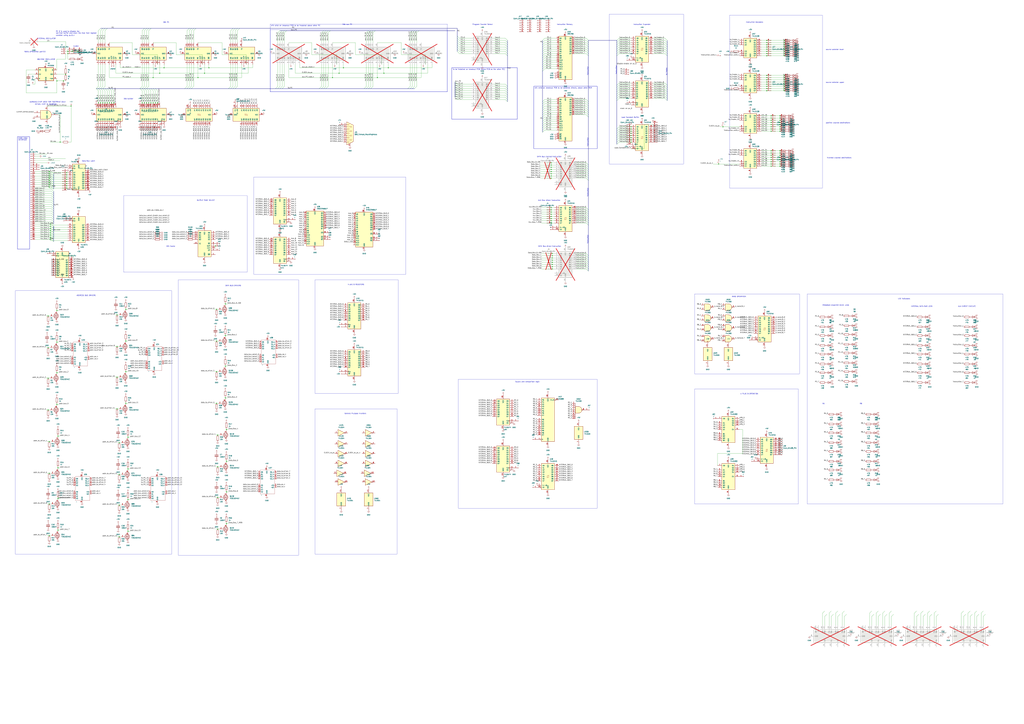
<source format=kicad_sch>
(kicad_sch (version 20230121) (generator eeschema)
  (paper "A0")
  (junction (at 905.51 134.62))
  (junction (at 732.79 147.32))
  (junction (at 66.04 397.51))
  (junction (at 640.08 259.08))
  (junction (at 910.59 54.61))
  (junction (at 135.89 438.15))
  (junction (at 127 119.38))
  (junction (at 890.27 54.61))
  (junction (at 640.08 246.38))
  (junction (at 895.35 193.04))
  (junction (at 261.62 425.45))
  (junction (at 732.79 162.56))
  (junction (at 890.27 95.25))
  (junction (at 57.15 199.39))
  (junction (at 393.7 85.09))
  (junction (at 895.35 177.8))
  (junction (at 641.35 304.8))
  (junction (at 57.15 622.3))
  (junction (at 190.5 78.74))
  (junction (at 252.73 614.68))
  (junction (at 640.08 191.77))
  (junction (at 57.15 513.08))
  (junction (at 732.79 165.1))
  (junction (at 57.15 585.47))
  (junction (at 67.31 579.12))
  (junction (at 251.46 431.8))
  (junction (at 910.59 92.71))
  (junction (at 182.88 119.38))
  (junction (at 445.77 85.09))
  (junction (at 910.59 62.23))
  (junction (at 640.08 196.85))
  (junction (at 82.55 123.19))
  (junction (at 905.51 149.86))
  (junction (at 138.43 551.18))
  (junction (at 782.32 -194.31))
  (junction (at 251.46 396.24))
  (junction (at 450.85 78.74))
  (junction (at 910.59 105.41))
  (junction (at 57.15 207.01))
  (junction (at 895.35 190.5))
  (junction (at 905.51 144.78))
  (junction (at 640.08 201.93))
  (junction (at 732.79 149.86))
  (junction (at 135.89 402.59))
  (junction (at 250.19 285.75))
  (junction (at 640.08 248.92))
  (junction (at 641.35 297.18))
  (junction (at 114.3 119.38))
  (junction (at 66.04 433.07))
  (junction (at 146.05 431.8))
  (junction (at 890.27 97.79))
  (junction (at 641.35 309.88))
  (junction (at 78.74 59.69))
  (junction (at 66.04 469.9))
  (junction (at 800.1 -156.21))
  (junction (at 641.35 302.26))
  (junction (at 732.79 152.4))
  (junction (at 177.8 90.17))
  (junction (at 69.85 165.1))
  (junction (at 119.38 119.38))
  (junction (at 640.08 189.23))
  (junction (at 782.32 -180.34))
  (junction (at 910.59 46.99))
  (junction (at 67.31 506.73))
  (junction (at 641.35 299.72))
  (junction (at 138.43 623.57))
  (junction (at 148.59 580.39))
  (junction (at 905.51 193.04))
  (junction (at 890.27 64.77))
  (junction (at 905.51 182.88))
  (junction (at 640.08 241.3))
  (junction (at 57.15 217.17))
  (junction (at 890.27 59.69))
  (junction (at 438.15 90.17))
  (junction (at 77.47 205.74))
  (junction (at 57.15 201.93))
  (junction (at 146.05 468.63))
  (junction (at 78.74 62.23))
  (junction (at 732.79 154.94))
  (junction (at 55.88 403.86))
  (junction (at 732.79 160.02))
  (junction (at 782.32 -167.64))
  (junction (at 116.84 119.38))
  (junction (at 57.15 214.63))
  (junction (at 77.47 213.36))
  (junction (at 640.08 256.54))
  (junction (at 910.59 64.77))
  (junction (at 890.27 90.17))
  (junction (at 895.35 187.96))
  (junction (at 252.73 577.85))
  (junction (at 132.08 119.38))
  (junction (at 261.62 353.06))
  (junction (at 121.92 119.38))
  (junction (at 910.59 57.15))
  (junction (at 73.66 93.98))
  (junction (at 890.27 49.53))
  (junction (at 77.47 208.28))
  (junction (at 890.27 100.33))
  (junction (at 895.35 144.78))
  (junction (at 172.72 119.38))
  (junction (at 83.82 59.69))
  (junction (at 386.08 90.17))
  (junction (at 66.04 360.68))
  (junction (at 905.51 139.7))
  (junction (at 76.2 86.36))
  (junction (at 135.89 474.98))
  (junction (at 895.35 134.62))
  (junction (at 177.8 119.38))
  (junction (at 641.35 312.42))
  (junction (at 148.59 508))
  (junction (at 146.05 359.41))
  (junction (at 146.05 396.24))
  (junction (at 910.59 95.25))
  (junction (at 237.49 85.09))
  (junction (at 148.59 617.22))
  (junction (at 261.62 462.28))
  (junction (at 398.78 78.74))
  (junction (at 185.42 85.09))
  (junction (at 58.42 262.89))
  (junction (at 262.89 499.11))
  (junction (at 895.35 180.34))
  (junction (at 895.35 182.88))
  (junction (at 57.15 204.47))
  (junction (at 895.35 185.42))
  (junction (at 170.18 119.38))
  (junction (at 640.08 199.39))
  (junction (at 58.42 265.43))
  (junction (at 895.35 137.16))
  (junction (at 55.88 476.25))
  (junction (at 905.51 177.8))
  (junction (at 138.43 586.74))
  (junction (at 165.1 119.38))
  (junction (at 732.79 157.48))
  (junction (at 66.04 93.98))
  (junction (at 77.47 218.44))
  (junction (at 67.31 615.95))
  (junction (at 895.35 152.4))
  (junction (at 905.51 175.26))
  (junction (at 77.47 210.82))
  (junction (at 910.59 102.87))
  (junction (at 58.42 260.35))
  (junction (at 640.08 207.01))
  (junction (at 124.46 119.38))
  (junction (at 641.35 294.64))
  (junction (at 262.89 535.94))
  (junction (at 129.54 119.38))
  (junction (at 77.47 200.66))
  (junction (at 57.15 549.91))
  (junction (at 640.08 243.84))
  (junction (at 895.35 142.24))
  (junction (at 640.08 204.47))
  (junction (at 905.51 142.24))
  (junction (at 58.42 278.13))
  (junction (at 910.59 52.07))
  (junction (at 910.59 49.53))
  (junction (at 890.27 52.07))
  (junction (at 242.57 78.74))
  (junction (at 910.59 87.63))
  (junction (at 57.15 212.09))
  (junction (at 58.42 275.59))
  (junction (at 910.59 100.33))
  (junction (at 148.59 544.83))
  (junction (at 834.39 190.5))
  (junction (at 910.59 97.79))
  (junction (at 905.51 187.96))
  (junction (at 55.88 439.42))
  (junction (at 175.26 119.38))
  (junction (at 905.51 147.32))
  (junction (at 890.27 102.87))
  (junction (at 58.42 267.97))
  (junction (at 180.34 119.38))
  (junction (at 895.35 147.32))
  (junction (at 58.42 270.51))
  (junction (at 905.51 137.16))
  (junction (at 890.27 57.15))
  (junction (at 890.27 92.71))
  (junction (at 55.88 367.03))
  (junction (at 890.27 105.41))
  (junction (at 252.73 505.46))
  (junction (at 251.46 359.41))
  (junction (at 77.47 203.2))
  (junction (at 640.08 254))
  (junction (at 58.42 273.05))
  (junction (at 910.59 90.17))
  (junction (at 251.46 468.63))
  (junction (at 640.08 194.31))
  (junction (at 90.17 59.69))
  (junction (at 262.89 571.5))
  (junction (at 890.27 87.63))
  (junction (at 895.35 149.86))
  (junction (at 895.35 139.7))
  (junction (at 262.89 608.33))
  (junction (at 135.89 365.76))
  (junction (at 905.51 190.5))
  (junction (at 910.59 59.69))
  (junction (at 252.73 542.29))
  (junction (at 890.27 46.99))
  (junction (at 839.47 147.32))
  (junction (at 77.47 215.9))
  (junction (at 905.51 185.42))
  (junction (at 641.35 307.34))
  (junction (at 905.51 180.34))
  (junction (at 905.51 152.4))
  (junction (at 67.31 543.56))
  (junction (at 890.27 62.23))
  (junction (at 229.87 90.17))
  (junction (at 138.43 514.35))
  (junction (at 57.15 209.55))
  (junction (at 895.35 175.26))
  (junction (at 640.08 251.46))
  (junction (at 261.62 389.89))
  (junction (at 167.64 119.38))
  (bus_entry (at 589.28 52.07) (size -2.54 -2.54))
  (bus_entry (at 1141.73 716.28) (size 2.54 -2.54))
  (bus_entry (at 121.92 105.41) (size -2.54 -2.54))
  (bus_entry (at 972.82 716.28) (size 2.54 -2.54))
  (bus_entry (at 167.64 105.41) (size -2.54 -2.54))
  (bus_entry (at 530.86 100.33) (size -2.54 -2.54))
  (bus_entry (at 370.84 102.87) (size 2.54 -2.54))
  (bus_entry (at 589.28 46.99) (size -2.54 -2.54))
  (bus_entry (at 59.69 212.09) (size 2.54 2.54))
  (bus_entry (at 114.3 105.41) (size -2.54 -2.54))
  (bus_entry (at 632.46 62.23) (size -2.54 2.54))
  (bus_entry (at 59.69 237.49) (size 2.54 2.54))
  (bus_entry (at 127 105.41) (size -2.54 -2.54))
  (bus_entry (at 716.28 111.76) (size 2.54 -2.54))
  (bus_entry (at 59.69 199.39) (size 2.54 2.54))
  (bus_entry (at 119.38 105.41) (size -2.54 -2.54))
  (bus_entry (at 59.69 260.35) (size 2.54 2.54))
  (bus_entry (at 589.28 62.23) (size -2.54 -2.54))
  (bus_entry (at 59.69 240.03) (size 2.54 2.54))
  (bus_entry (at 716.28 152.4) (size 2.54 -2.54))
  (bus_entry (at 59.69 214.63) (size 2.54 2.54))
  (bus_entry (at 116.84 35.56) (size 2.54 -2.54))
  (bus_entry (at 273.05 35.56) (size 2.54 -2.54))
  (bus_entry (at 167.64 35.56) (size 2.54 -2.54))
  (bus_entry (at 680.72 128.27) (size 2.54 2.54))
  (bus_entry (at 589.28 49.53) (size -2.54 -2.54))
  (bus_entry (at 680.72 44.45) (size 2.54 2.54))
  (bus_entry (at 170.18 102.87) (size 2.54 -2.54))
  (bus_entry (at 1009.65 712.47) (size 2.54 -2.54))
  (bus_entry (at 533.4 62.23) (size -2.54 -2.54))
  (bus_entry (at 478.79 38.1) (size 2.54 -2.54))
  (bus_entry (at 772.16 52.07) (size 2.54 2.54))
  (bus_entry (at 59.69 222.25) (size 2.54 2.54))
  (bus_entry (at 1017.27 712.47) (size 2.54 -2.54))
  (bus_entry (at 716.28 54.61) (size 2.54 -2.54))
  (bus_entry (at 716.28 52.07) (size 2.54 -2.54))
  (bus_entry (at 530.86 107.95) (size -2.54 -2.54))
  (bus_entry (at 589.28 105.41) (size -2.54 -2.54))
  (bus_entry (at 772.16 46.99) (size 2.54 2.54))
  (bus_entry (at 116.84 105.41) (size -2.54 -2.54))
  (bus_entry (at 275.59 35.56) (size 2.54 -2.54))
  (bus_entry (at 632.46 133.35) (size -2.54 2.54))
  (bus_entry (at 165.1 105.41) (size -2.54 -2.54))
  (bus_entry (at 680.72 243.84) (size 2.54 2.54))
  (bus_entry (at 175.26 105.41) (size -2.54 -2.54))
  (bus_entry (at 716.28 46.99) (size 2.54 -2.54))
  (bus_entry (at 632.46 120.65) (size -2.54 2.54))
  (bus_entry (at 1032.51 712.47) (size 2.54 -2.54))
  (bus_entry (at 680.72 299.72) (size 2.54 2.54))
  (bus_entry (at 217.17 35.56) (size 2.54 -2.54))
  (bus_entry (at 632.46 49.53) (size -2.54 2.54))
  (bus_entry (at 1024.89 712.47) (size 2.54 -2.54))
  (bus_entry (at 589.28 59.69) (size -2.54 -2.54))
  (bus_entry (at 632.46 44.45) (size -2.54 2.54))
  (bus_entry (at 1012.19 716.28) (size 2.54 -2.54))
  (bus_entry (at 589.28 115.57) (size -2.54 -2.54))
  (bus_entry (at 327.66 38.1) (size 2.54 -2.54))
  (bus_entry (at 322.58 38.1) (size 2.54 -2.54))
  (bus_entry (at 59.6549 267.97) (size 2.54 2.54))
  (bus_entry (at 59.69 250.19) (size 2.54 2.54))
  (bus_entry (at 680.72 204.47) (size 2.54 2.54))
  (bus_entry (at 680.72 52.07) (size 2.54 2.54))
  (bus_entry (at 265.43 102.87) (size 2.54 -2.54))
  (bus_entry (at 378.46 102.87) (size 2.54 -2.54))
  (bus_entry (at 59.69 234.95) (size 2.54 2.54))
  (bus_entry (at 680.72 256.54) (size 2.54 2.54))
  (bus_entry (at 716.28 167.64) (size 2.54 -2.54))
  (bus_entry (at 478.79 102.87) (size 2.54 -2.54))
  (bus_entry (at 680.72 191.77) (size 2.54 2.54))
  (bus_entry (at 59.69 217.17) (size 2.54 2.54))
  (bus_entry (at 530.86 102.87) (size -2.54 -2.54))
  (bus_entry (at 59.69 270.51) (size 2.54 2.54))
  (bus_entry (at 716.28 154.94) (size 2.54 -2.54))
  (bus_entry (at 680.72 201.93) (size 2.54 2.54))
  (bus_entry (at 224.79 35.56) (size 2.54 -2.54))
  (bus_entry (at 1064.26 716.28) (size 2.54 -2.54))
  (bus_entry (at 433.07 38.1) (size 2.54 -2.54))
  (bus_entry (at 530.86 113.03) (size -2.54 -2.54))
  (bus_entry (at 170.18 35.56) (size 2.54 -2.54))
  (bus_entry (at 533.4 59.69) (size -2.54 -2.54))
  (bus_entry (at 373.38 38.1) (size 2.54 -2.54))
  (bus_entry (at 680.72 196.85) (size 2.54 2.54))
  (bus_entry (at 772.16 49.53) (size 2.54 2.54))
  (bus_entry (at 955.04 712.47) (size 2.54 -2.54))
  (bus_entry (at 132.08 105.41) (size -2.54 -2.54))
  (bus_entry (at 632.46 118.11) (size -2.54 2.54))
  (bus_entry (at 680.72 133.35) (size 2.54 2.54))
  (bus_entry (at 1079.5 716.28) (size 2.54 -2.54))
  (bus_entry (at 680.72 120.65) (size 2.54 2.54))
  (bus_entry (at 772.16 96.52) (size 2.54 2.54))
  (bus_entry (at 330.2 38.1) (size 2.54 -2.54))
  (bus_entry (at 680.72 115.57) (size 2.54 2.54))
  (bus_entry (at 589.28 113.03) (size -2.54 -2.54))
  (bus_entry (at 680.72 312.42) (size 2.54 2.54))
  (bus_entry (at 716.28 64.77) (size 2.54 -2.54))
  (bus_entry (at 589.28 110.49) (size -2.54 -2.54))
  (bus_entry (at 589.28 102.87) (size -2.54 -2.54))
  (bus_entry (at 119.38 102.87) (size 2.54 -2.54))
  (bus_entry (at 772.16 99.06) (size 2.54 2.54))
  (bus_entry (at 217.17 102.87) (size 2.54 -2.54))
  (bus_entry (at 632.46 57.15) (size -2.54 2.54))
  (bus_entry (at 172.72 105.41) (size -2.54 -2.54))
  (bus_entry (at 59.69 229.87) (size 2.54 2.54))
  (bus_entry (at 1139.19 712.47) (size 2.54 -2.54))
  (bus_entry (at 680.72 302.26) (size 2.54 2.54))
  (bus_entry (at 716.28 62.23) (size 2.54 -2.54))
  (bus_entry (at 716.28 106.68) (size 2.54 -2.54))
  (bus_entry (at 980.44 716.28) (size 2.54 -2.54))
  (bus_entry (at 772.16 111.76) (size 2.54 2.54))
  (bus_entry (at 962.66 712.47) (size 2.54 -2.54))
  (bus_entry (at 530.86 97.79) (size -2.54 -2.54))
  (bus_entry (at 177.8 105.41) (size -2.54 -2.54))
  (bus_entry (at 632.46 143.51) (size -2.54 2.54))
  (bus_entry (at 59.6549 275.59) (size 2.54 2.54))
  (bus_entry (at 680.72 294.64) (size 2.54 2.54))
  (bus_entry (at 476.25 102.87) (size 2.54 -2.54))
  (bus_entry (at 267.97 35.56) (size 2.54 -2.54))
  (bus_entry (at 59.69 227.33) (size 2.54 2.54))
  (bus_entry (at 481.33 102.87) (size 2.54 -2.54))
  (bus_entry (at 632.46 59.69) (size -2.54 2.54))
  (bus_entry (at 632.46 67.31) (size -2.54 2.54))
  (bus_entry (at 680.72 130.81) (size 2.54 2.54))
  (bus_entry (at 327.66 102.87) (size 2.54 -2.54))
  (bus_entry (at 533.4 54.61) (size -2.54 -2.54))
  (bus_entry (at 772.16 109.22) (size 2.54 2.54))
  (bus_entry (at 680.72 248.92) (size 2.54 2.54))
  (bus_entry (at 381 38.1) (size 2.54 -2.54))
  (bus_entry (at 680.72 251.46) (size 2.54 2.54))
  (bus_entry (at 716.28 157.48) (size 2.54 -2.54))
  (bus_entry (at 59.69 207.01) (size 2.54 2.54))
  (bus_entry (at 680.72 189.23) (size 2.54 2.54))
  (bus_entry (at 680.72 62.23) (size 2.54 2.54))
  (bus_entry (at 119.38 35.56) (size 2.54 -2.54))
  (bus_entry (at 165.1 102.87) (size 2.54 -2.54))
  (bus_entry (at 632.46 77.47) (size -2.54 2.54))
  (bus_entry (at 680.72 297.18) (size 2.54 2.54))
  (bus_entry (at 680.72 57.15) (size 2.54 2.54))
  (bus_entry (at 222.25 102.87) (size 2.54 -2.54))
  (bus_entry (at 533.4 49.53) (size -2.54 -2.54))
  (bus_entry (at 124.46 105.41) (size -2.54 -2.54))
  (bus_entry (at 167.64 102.87) (size 2.54 -2.54))
  (bus_entry (at 680.72 54.61) (size 2.54 2.54))
  (bus_entry (at 59.6549 278.13) (size 2.54 2.54))
  (bus_entry (at 680.72 307.34) (size 2.54 2.54))
  (bus_entry (at 533.4 44.45) (size -2.54 -2.54))
  (bus_entry (at 589.28 54.61) (size -2.54 -2.54))
  (bus_entry (at 114.3 35.56) (size 2.54 -2.54))
  (bus_entry (at 680.72 309.88) (size 2.54 2.54))
  (bus_entry (at 589.28 64.77) (size -2.54 -2.54))
  (bus_entry (at 427.99 102.87) (size 2.54 -2.54))
  (bus_entry (at 680.72 125.73) (size 2.54 2.54))
  (bus_entry (at 680.72 241.3) (size 2.54 2.54))
  (bus_entry (at 716.28 49.53) (size 2.54 -2.54))
  (bus_entry (at 772.16 57.15) (size 2.54 2.54))
  (bus_entry (at 716.28 114.3) (size 2.54 -2.54))
  (bus_entry (at 530.86 105.41) (size -2.54 -2.54))
  (bus_entry (at 172.72 35.56) (size 2.54 -2.54))
  (bus_entry (at 716.28 59.69) (size 2.54 -2.54))
  (bus_entry (at 632.46 72.39) (size -2.54 2.54))
  (bus_entry (at 680.72 246.38) (size 2.54 2.54))
  (bus_entry (at 772.16 54.61) (size 2.54 2.54))
  (bus_entry (at 273.05 102.87) (size 2.54 -2.54))
  (bus_entry (at 59.69 247.65) (size 2.54 2.54))
  (bus_entry (at 425.45 102.87) (size 2.54 -2.54))
  (bus_entry (at 59.69 224.79) (size 2.54 2.54))
  (bus_entry (at 1116.33 712.47) (size 2.54 -2.54))
  (bus_entry (at 632.46 54.61) (size -2.54 2.54))
  (bus_entry (at 59.69 255.27) (size 2.54 2.54))
  (bus_entry (at 589.28 118.11) (size -2.54 -2.54))
  (bus_entry (at 325.12 102.87) (size 2.54 -2.54))
  (bus_entry (at 680.72 207.01) (size 2.54 2.54))
  (bus_entry (at 632.46 146.05) (size -2.54 2.54))
  (bus_entry (at 111.76 102.87) (size 2.54 -2.54))
  (bus_entry (at 476.25 38.1) (size 2.54 -2.54))
  (bus_entry (at 680.72 254) (size 2.54 2.54))
  (bus_entry (at 59.69 232.41) (size 2.54 2.54))
  (bus_entry (at 59.69 252.73) (size 2.54 2.54))
  (bus_entry (at 957.58 716.28) (size 2.54 -2.54))
  (bus_entry (at 772.16 104.14) (size 2.54 2.54))
  (bus_entry (at 1123.95 712.47) (size 2.54 -2.54))
  (bus_entry (at 772.16 44.45) (size 2.54 2.54))
  (bus_entry (at 977.9 712.47) (size 2.54 -2.54))
  (bus_entry (at 165.1 35.56) (size 2.54 -2.54))
  (bus_entry (at 1131.57 712.47) (size 2.54 -2.54))
  (bus_entry (at 473.71 102.87) (size 2.54 -2.54))
  (bus_entry (at 530.86 110.49) (size -2.54 -2.54))
  (bus_entry (at 1118.87 716.28) (size 2.54 -2.54))
  (bus_entry (at 1027.43 716.28) (size 2.54 -2.54))
  (bus_entry (at 632.46 64.77) (size -2.54 2.54))
  (bus_entry (at 632.46 74.93) (size -2.54 2.54))
  (bus_entry (at 530.86 115.57) (size -2.54 -2.54))
  (bus_entry (at 716.28 99.06) (size 2.54 -2.54))
  (bus_entry (at 1019.81 716.28) (size 2.54 -2.54))
  (bus_entry (at 680.72 194.31) (size 2.54 2.54))
  (bus_entry (at 632.46 125.73) (size -2.54 2.54))
  (bus_entry (at 716.28 104.14) (size 2.54 -2.54))
  (bus_entry (at 378.46 38.1) (size 2.54 -2.54))
  (bus_entry (at 375.92 38.1) (size 2.54 -2.54))
  (bus_entry (at 680.72 118.11) (size 2.54 2.54))
  (bus_entry (at 632.46 130.81) (size -2.54 2.54))
  (bus_entry (at 772.16 59.69) (size 2.54 2.54))
  (bus_entry (at 772.16 101.6) (size 2.54 2.54))
  (bus_entry (at 375.92 102.87) (size 2.54 -2.54))
  (bus_entry (at 716.28 162.56) (size 2.54 -2.54))
  (bus_entry (at 162.56 102.87) (size 2.54 -2.54))
  (bus_entry (at 483.87 38.1) (size 2.54 -2.54))
  (bus_entry (at 59.6549 273.05) (size 2.54 2.54))
  (bus_entry (at 680.72 59.69) (size 2.54 2.54))
  (bus_entry (at 325.12 38.1) (size 2.54 -2.54))
  (bus_entry (at 322.58 102.87) (size 2.54 -2.54))
  (bus_entry (at 430.53 102.87) (size 2.54 -2.54))
  (bus_entry (at 59.69 257.81) (size 2.54 2.54))
  (bus_entry (at 716.28 101.6) (size 2.54 -2.54))
  (bus_entry (at 121.92 35.56) (size 2.54 -2.54))
  (bus_entry (at 970.28 712.47) (size 2.54 -2.54))
  (bus_entry (at 214.63 102.87) (size 2.54 -2.54))
  (bus_entry (at 680.72 304.8) (size 2.54 2.54))
  (bus_entry (at 772.16 106.68) (size 2.54 2.54))
  (bus_entry (at 182.88 105.41) (size -2.54 -2.54))
  (bus_entry (at 632.46 140.97) (size -2.54 2.54))
  (bus_entry (at 680.72 259.08) (size 2.54 2.54))
  (bus_entry (at 533.4 46.99) (size -2.54 -2.54))
  (bus_entry (at 680.72 123.19) (size 2.54 2.54))
  (bus_entry (at 219.71 35.56) (size 2.54 -2.54))
  (bus_entry (at 170.18 105.41) (size -2.54 -2.54))
  (bus_entry (at 589.28 107.95) (size -2.54 -2.54))
  (bus_entry (at 632.46 52.07) (size -2.54 2.54))
  (bus_entry (at 1087.12 716.28) (size 2.54 -2.54))
  (bus_entry (at 1035.05 716.28) (size 2.54 -2.54))
  (bus_entry (at 425.45 38.1) (size 2.54 -2.54))
  (bus_entry (at 59.69 204.47) (size 2.54 2.54))
  (bus_entry (at 481.33 38.1) (size 2.54 -2.54))
  (bus_entry (at 632.46 69.85) (size -2.54 2.54))
  (bus_entry (at 632.46 135.89) (size -2.54 2.54))
  (bus_entry (at 533.4 52.07) (size -2.54 -2.54))
  (bus_entry (at 1061.72 712.47) (size 2.54 -2.54))
  (bus_entry (at 1071.88 716.28) (size 2.54 -2.54))
  (bus_entry (at 59.69 201.93) (size 2.54 2.54))
  (bus_entry (at 716.28 160.02) (size 2.54 -2.54))
  (bus_entry (at 680.72 199.39) (size 2.54 2.54))
  (bus_entry (at 632.46 138.43) (size -2.54 2.54))
  (bus_entry (at 589.28 100.33) (size -2.54 -2.54))
  (bus_entry (at 1069.34 712.47) (size 2.54 -2.54))
  (bus_entry (at 1076.96 712.47) (size 2.54 -2.54))
  (bus_entry (at 632.46 115.57) (size -2.54 2.54))
  (bus_entry (at 533.4 57.15) (size -2.54 -2.54))
  (bus_entry (at 716.28 109.22) (size 2.54 -2.54))
  (bus_entry (at 427.99 38.1) (size 2.54 -2.54))
  (bus_entry (at 59.69 242.57) (size 2.54 2.54))
  (bus_entry (at 680.72 46.99) (size 2.54 2.54))
  (bus_entry (at 632.46 151.13) (size -2.54 2.54))
  (bus_entry (at 59.6549 265.43) (size 2.54 2.54))
  (bus_entry (at 965.2 716.28) (size 2.54 -2.54))
  (bus_entry (at 180.34 105.41) (size -2.54 -2.54))
  (bus_entry (at 632.46 128.27) (size -2.54 2.54))
  (bus_entry (at 1084.58 712.47) (size 2.54 -2.54))
  (bus_entry (at 632.46 123.19) (size -2.54 2.54))
  (bus_entry (at 589.28 57.15) (size -2.54 -2.54))
  (bus_entry (at 632.46 148.59) (size -2.54 2.54))
  (bus_entry (at 716.28 116.84) (size 2.54 -2.54))
  (bus_entry (at 116.84 102.87) (size 2.54 -2.54))
  (bus_entry (at 373.38 102.87) (size 2.54 -2.54))
  (bus_entry (at 716.28 57.15) (size 2.54 -2.54))
  (bus_entry (at 114.3 102.87) (size 2.54 -2.54))
  (bus_entry (at 59.69 245.11) (size 2.54 2.54))
  (bus_entry (at 632.46 80.01) (size -2.54 2.54))
  (bus_entry (at 270.51 35.56) (size 2.54 -2.54))
  (bus_entry (at 59.69 209.55) (size 2.54 2.54))
  (bus_entry (at 716.28 149.86) (size 2.54 -2.54))
  (bus_entry (at 430.53 38.1) (size 2.54 -2.54))
  (bus_entry (at 772.16 62.23) (size 2.54 2.54))
  (bus_entry (at 320.04 102.87) (size 2.54 -2.54))
  (bus_entry (at 219.71 102.87) (size 2.54 -2.54))
  (bus_entry (at 129.54 105.41) (size -2.54 -2.54))
  (bus_entry (at 716.28 165.1) (size 2.54 -2.54))
  (bus_entry (at 59.69 219.71) (size 2.54 2.54))
  (bus_entry (at 772.16 114.3) (size 2.54 2.54))
  (bus_entry (at 222.25 35.56) (size 2.54 -2.54))
  (bus_entry (at 680.72 49.53) (size 2.54 2.54))
  (bus_entry (at 267.97 102.87) (size 2.54 -2.54))
  (bus_entry (at 632.46 46.99) (size -2.54 2.54))
  (bus_entry (at 1126.49 716.28) (size 2.54 -2.54))
  (bus_entry (at 270.51 102.87) (size 2.54 -2.54))
  (bus_entry (at 59.69 262.89) (size 2.54 2.54))
  (bus_entry (at 422.91 102.87) (size 2.54 -2.54))
  (bus_entry (at 1134.11 716.28) (size 2.54 -2.54))
  (wire (pts (xy 58.42 265.43) (xy 59.6549 265.43)))
  (wire (pts (xy 58.42 265.43) (xy 58.42 266.7)))
  (wire (pts (xy 890.27 95.25) (xy 883.92 95.25)))
  (wire (pts (xy 66.04 468.63) (xy 66.04 469.9)))
  (wire (pts (xy 530.86 105.41) (xy 547.37 105.41)))
  (wire (pts (xy 335.28 74.93) (xy 335.28 90.17)))
  (wire (pts (xy 758.19 54.61) (xy 772.16 54.61)))
  (wire (pts (xy 135.89 402.59) (xy 138.43 402.59)))
  (bus (pts (xy 325.12 102.87) (xy 327.66 102.87)))
  (wire (pts (xy 1126.49 716.28) (xy 1126.49 726.44)))
  (wire (pts (xy 627.38 199.39) (xy 640.08 199.39)))
  (wire (pts (xy 641.35 304.8) (xy 643.89 304.8)))
  (wire (pts (xy 67.31 614.68) (xy 67.31 615.95)))
  (wire (pts (xy 782.32 -194.31) (xy 787.4 -194.31)))
  (bus (pts (xy 224.79 33.02) (xy 227.33 33.02)))
  (wire (pts (xy 58.42 262.89) (xy 58.42 264.16)))
  (wire (pts (xy 53.34 439.42) (xy 55.88 439.42)))
  (wire (pts (xy 628.65 256.54) (xy 640.08 256.54)))
  (wire (pts (xy 433.07 38.1) (xy 433.07 49.53)))
  (wire (pts (xy 257.81 63.5) (xy 285.75 63.5)))
  (wire (pts (xy 251.46 468.63) (xy 254 468.63)))
  (wire (pts (xy 895.35 139.7) (xy 905.51 139.7)))
  (wire (pts (xy 66.04 360.68) (xy 68.58 360.68)))
  (wire (pts (xy 40.64 237.49) (xy 59.69 237.49)))
  (wire (pts (xy 628.65 302.26) (xy 641.35 302.26)))
  (wire (pts (xy 572.77 46.99) (xy 586.74 46.99)))
  (wire (pts (xy 182.88 63.5) (xy 182.88 74.93)))
  (wire (pts (xy 242.57 78.74) (xy 242.57 74.93)))
  (wire (pts (xy 572.77 97.79) (xy 586.74 97.79)))
  (wire (pts (xy 252.73 505.46) (xy 255.27 505.46)))
  (wire (pts (xy 119.38 35.56) (xy 119.38 49.53)))
  (wire (pts (xy 262.89 497.84) (xy 262.89 499.11)))
  (wire (pts (xy 229.87 90.17) (xy 280.67 90.17)))
  (wire (pts (xy 58.42 270.51) (xy 58.42 271.78)))
  (wire (pts (xy 40.64 242.57) (xy 59.69 242.57)))
  (wire (pts (xy 758.19 96.52) (xy 772.16 96.52)))
  (bus (pts (xy 478.79 102.87) (xy 481.33 102.87)))
  (wire (pts (xy 114.3 74.93) (xy 114.3 100.33)))
  (bus (pts (xy 327.66 35.56) (xy 330.2 35.56)))
  (bus (pts (xy 683.26 46.99) (xy 716.28 46.99)))
  (bus (pts (xy 62.1949 267.97) (xy 62.1598 270.51)))
  (wire (pts (xy 572.77 54.61) (xy 586.74 54.61)))
  (wire (pts (xy 718.82 152.4) (xy 732.79 152.4)))
  (wire (pts (xy 57.15 199.39) (xy 59.69 199.39)))
  (wire (pts (xy 572.77 44.45) (xy 586.74 44.45)))
  (wire (pts (xy 30.48 81.28) (xy 40.64 81.28)))
  (wire (pts (xy 190.5 78.74) (xy 190.5 74.93)))
  (wire (pts (xy 488.95 90.17) (xy 488.95 74.93)))
  (wire (pts (xy 242.57 78.74) (xy 293.37 78.74)))
  (wire (pts (xy 114.3 35.56) (xy 114.3 49.53)))
  (bus (pts (xy 170.18 102.87) (xy 172.72 102.87)))
  (bus (pts (xy 530.86 52.07) (xy 530.86 54.61)))
  (wire (pts (xy 718.82 99.06) (xy 732.79 99.06)))
  (wire (pts (xy 640.08 196.85) (xy 643.89 196.85)))
  (wire (pts (xy 910.59 92.71) (xy 890.27 92.71)))
  (wire (pts (xy 782.32 -209.55) (xy 782.32 -194.31)))
  (wire (pts (xy 802.64 -170.18) (xy 805.18 -170.18)))
  (wire (pts (xy 40.64 214.63) (xy 57.15 214.63)))
  (wire (pts (xy 438.15 90.17) (xy 488.95 90.17)))
  (wire (pts (xy 57.15 218.44) (xy 57.15 217.17)))
  (bus (pts (xy 177.8 102.87) (xy 180.34 102.87)))
  (wire (pts (xy 1076.96 712.47) (xy 1076.96 726.44)))
  (wire (pts (xy 718.82 111.76) (xy 732.79 111.76)))
  (wire (pts (xy 627.38 204.47) (xy 640.08 204.47)))
  (bus (pts (xy 716.28 114.3) (xy 716.28 111.76)))
  (wire (pts (xy 67.31 543.56) (xy 67.31 544.83)))
  (wire (pts (xy 632.46 143.51) (xy 646.43 143.51)))
  (wire (pts (xy 533.4 46.99) (xy 547.37 46.99)))
  (bus (pts (xy 530.86 54.61) (xy 530.86 57.15)))
  (wire (pts (xy 134.62 74.93) (xy 134.62 85.09)))
  (wire (pts (xy 40.64 217.17) (xy 57.15 217.17)))
  (wire (pts (xy 718.82 160.02) (xy 732.79 160.02)))
  (wire (pts (xy 1087.12 716.28) (xy 1087.12 726.44)))
  (wire (pts (xy 58.42 260.35) (xy 59.69 260.35)))
  (bus (pts (xy 62.23 237.49) (xy 62.2673 240.03)))
  (bus (pts (xy 629.92 67.31) (xy 629.92 69.85)))
  (wire (pts (xy 262.89 570.23) (xy 262.89 571.5)))
  (wire (pts (xy 450.85 78.74) (xy 450.85 74.93)))
  (bus (pts (xy 629.92 82.55) (xy 629.92 118.11)))
  (wire (pts (xy 127 105.41) (xy 127 119.38)))
  (wire (pts (xy 782.32 -194.31) (xy 782.32 -180.34)))
  (wire (pts (xy 641.35 302.26) (xy 643.89 302.26)))
  (bus (pts (xy 167.64 102.87) (xy 170.18 102.87)))
  (wire (pts (xy 427.99 38.1) (xy 427.99 49.53)))
  (wire (pts (xy 890.27 64.77) (xy 883.92 64.77)))
  (wire (pts (xy 58.42 266.7) (xy 78.74 266.7)))
  (bus (pts (xy 528.32 35.56) (xy 486.41 35.56)))
  (wire (pts (xy 910.59 90.17) (xy 890.27 90.17)))
  (wire (pts (xy 57.15 215.9) (xy 57.15 214.63)))
  (wire (pts (xy 758.19 101.6) (xy 772.16 101.6)))
  (bus (pts (xy 629.92 146.05) (xy 629.92 148.59)))
  (wire (pts (xy 270.51 35.56) (xy 270.51 49.53)))
  (wire (pts (xy 185.42 85.09) (xy 185.42 74.93)))
  (wire (pts (xy 40.64 255.27) (xy 59.69 255.27)))
  (wire (pts (xy 146.05 359.41) (xy 148.59 359.41)))
  (wire (pts (xy 78.74 62.23) (xy 78.74 68.58)))
  (wire (pts (xy 640.08 189.23) (xy 643.89 189.23)))
  (wire (pts (xy 165.1 105.41) (xy 165.1 119.38)))
  (wire (pts (xy 910.59 100.33) (xy 890.27 100.33)))
  (bus (pts (xy 270.51 102.87) (xy 273.05 102.87)))
  (wire (pts (xy 632.46 146.05) (xy 646.43 146.05)))
  (wire (pts (xy 139.7 74.93) (xy 139.7 78.74)))
  (wire (pts (xy 375.92 74.93) (xy 375.92 100.33)))
  (bus (pts (xy 683.26 259.08) (xy 683.26 261.62)))
  (wire (pts (xy 890.27 59.69) (xy 883.92 59.69)))
  (wire (pts (xy 78.74 218.44) (xy 77.47 218.44)))
  (wire (pts (xy 153.67 49.53) (xy 153.67 63.5)))
  (bus (pts (xy 716.28 167.64) (xy 716.28 165.1)))
  (bus (pts (xy 589.28 52.07) (xy 589.28 54.61)))
  (wire (pts (xy 980.44 716.28) (xy 980.44 726.44)))
  (wire (pts (xy 177.8 105.41) (xy 177.8 119.38)))
  (wire (pts (xy 530.86 113.03) (xy 547.37 113.03)))
  (wire (pts (xy 632.46 135.89) (xy 646.43 135.89)))
  (wire (pts (xy 251.46 431.8) (xy 254 431.8)))
  (wire (pts (xy 78.74 57.15) (xy 78.74 59.69)))
  (wire (pts (xy 262.89 535.94) (xy 262.89 537.21)))
  (wire (pts (xy 962.66 712.47) (xy 962.66 726.44)))
  (bus (pts (xy 530.86 41.91) (xy 530.86 44.45)))
  (wire (pts (xy 632.46 62.23) (xy 646.43 62.23)))
  (bus (pts (xy 716.28 162.56) (xy 716.28 160.02)))
  (wire (pts (xy 628.65 299.72) (xy 641.35 299.72)))
  (wire (pts (xy 632.46 128.27) (xy 646.43 128.27)))
  (wire (pts (xy 430.53 74.93) (xy 430.53 100.33)))
  (wire (pts (xy 262.89 499.11) (xy 262.89 500.38)))
  (wire (pts (xy 335.28 90.17) (xy 386.08 90.17)))
  (wire (pts (xy 133.35 402.59) (xy 135.89 402.59)))
  (wire (pts (xy 1009.65 712.47) (xy 1009.65 726.44)))
  (wire (pts (xy 393.7 85.09) (xy 445.77 85.09)))
  (wire (pts (xy 718.82 57.15) (xy 732.79 57.15)))
  (wire (pts (xy 77.47 210.82) (xy 57.15 210.82)))
  (wire (pts (xy 718.82 52.07) (xy 732.79 52.07)))
  (wire (pts (xy 78.74 59.69) (xy 83.82 59.69)))
  (bus (pts (xy 62.23 262.89) (xy 62.23 265.43)))
  (bus (pts (xy 683.26 246.38) (xy 683.26 248.92)))
  (wire (pts (xy 262.89 499.11) (xy 265.43 499.11)))
  (bus (pts (xy 62.23 255.27) (xy 62.23 257.81)))
  (wire (pts (xy 237.49 85.09) (xy 288.29 85.09)))
  (bus (pts (xy 774.7 109.22) (xy 774.7 111.76)))
  (wire (pts (xy 890.27 105.41) (xy 883.92 105.41)))
  (wire (pts (xy 718.82 106.68) (xy 732.79 106.68)))
  (wire (pts (xy 58.42 165.1) (xy 69.85 165.1)))
  (wire (pts (xy 412.75 63.5) (xy 443.23 63.5)))
  (wire (pts (xy 758.19 62.23) (xy 772.16 62.23)))
  (wire (pts (xy 955.04 712.47) (xy 955.04 726.44)))
  (wire (pts (xy 666.75 52.07) (xy 680.72 52.07)))
  (bus (pts (xy 589.28 62.23) (xy 589.28 64.77)))
  (wire (pts (xy 718.82 49.53) (xy 732.79 49.53)))
  (bus (pts (xy 629.92 54.61) (xy 629.92 57.15)))
  (bus (pts (xy 683.26 307.34) (xy 683.26 309.88)))
  (wire (pts (xy 496.57 85.09) (xy 496.57 74.93)))
  (wire (pts (xy 180.34 119.38) (xy 180.34 120.65)))
  (wire (pts (xy 53.34 403.86) (xy 55.88 403.86)))
  (bus (pts (xy 62.23 209.55) (xy 62.23 212.09)))
  (wire (pts (xy 54.61 549.91) (xy 57.15 549.91)))
  (wire (pts (xy 640.08 204.47) (xy 643.89 204.47)))
  (wire (pts (xy 132.08 105.41) (xy 132.08 119.38)))
  (wire (pts (xy 443.23 63.5) (xy 443.23 74.93)))
  (wire (pts (xy 632.46 72.39) (xy 646.43 72.39)))
  (wire (pts (xy 135.89 438.15) (xy 138.43 438.15)))
  (wire (pts (xy 718.82 109.22) (xy 732.79 109.22)))
  (bus (pts (xy 683.26 125.73) (xy 683.26 128.27)))
  (bus (pts (xy 167.64 33.02) (xy 170.18 33.02)))
  (bus (pts (xy 528.32 107.95) (xy 528.32 105.41)))
  (wire (pts (xy 905.51 187.96) (xy 895.35 187.96)))
  (bus (pts (xy 528.32 113.03) (xy 528.32 110.49)))
  (wire (pts (xy 78.74 276.86) (xy 58.42 276.86)))
  (wire (pts (xy 78.74 205.74) (xy 77.47 205.74)))
  (wire (pts (xy 758.19 109.22) (xy 772.16 109.22)))
  (wire (pts (xy 628.65 304.8) (xy 641.35 304.8)))
  (wire (pts (xy 640.08 251.46) (xy 643.89 251.46)))
  (wire (pts (xy 476.25 74.93) (xy 476.25 100.33)))
  (wire (pts (xy 262.89 607.06) (xy 262.89 608.33)))
  (wire (pts (xy 466.09 49.53) (xy 466.09 63.5)))
  (wire (pts (xy 833.12 527.05) (xy 833.12 541.02)))
  (bus (pts (xy 629.92 151.13) (xy 629.92 153.67)))
  (bus (pts (xy 227.33 33.02) (xy 270.51 33.02)))
  (wire (pts (xy 129.54 119.38) (xy 129.54 120.65)))
  (bus (pts (xy 683.26 194.31) (xy 683.26 196.85)))
  (wire (pts (xy 40.64 227.33) (xy 59.69 227.33)))
  (wire (pts (xy 466.09 63.5) (xy 494.03 63.5)))
  (bus (pts (xy 683.26 59.69) (xy 683.26 62.23)))
  (bus (pts (xy 62.23 204.47) (xy 62.23 207.01)))
  (wire (pts (xy 378.46 74.93) (xy 378.46 100.33)))
  (bus (pts (xy 629.92 64.77) (xy 629.92 67.31)))
  (wire (pts (xy 890.27 100.33) (xy 883.92 100.33)))
  (bus (pts (xy 121.92 33.02) (xy 124.46 33.02)))
  (wire (pts (xy 628.65 243.84) (xy 640.08 243.84)))
  (wire (pts (xy 718.82 165.1) (xy 732.79 165.1)))
  (wire (pts (xy 628.65 251.46) (xy 640.08 251.46)))
  (bus (pts (xy 62.23 257.81) (xy 62.23 260.35)))
  (wire (pts (xy 748.03 172.72) (xy 732.79 172.72)))
  (wire (pts (xy 40.64 204.47) (xy 57.15 204.47)))
  (wire (pts (xy 438.15 49.53) (xy 466.09 49.53)))
  (bus (pts (xy 683.26 251.46) (xy 683.26 254)))
  (wire (pts (xy 905.51 193.04) (xy 895.35 193.04)))
  (wire (pts (xy 135.89 586.74) (xy 138.43 586.74)))
  (bus (pts (xy 716.28 116.84) (xy 716.28 114.3)))
  (wire (pts (xy 572.77 59.69) (xy 586.74 59.69)))
  (wire (pts (xy 1079.5 716.28) (xy 1079.5 726.44)))
  (wire (pts (xy 481.33 38.1) (xy 481.33 49.53)))
  (wire (pts (xy 67.31 542.29) (xy 67.31 543.56)))
  (wire (pts (xy 172.72 74.93) (xy 172.72 100.33)))
  (wire (pts (xy 57.15 513.08) (xy 59.69 513.08)))
  (wire (pts (xy 275.59 74.93) (xy 275.59 100.33)))
  (bus (pts (xy 774.7 104.14) (xy 774.7 106.68)))
  (wire (pts (xy 802.64 -196.85) (xy 802.64 -209.55)))
  (wire (pts (xy 669.29 294.64) (xy 680.72 294.64)))
  (wire (pts (xy 58.42 273.05) (xy 58.42 274.32)))
  (wire (pts (xy 910.59 59.69) (xy 890.27 59.69)))
  (wire (pts (xy 627.38 196.85) (xy 640.08 196.85)))
  (wire (pts (xy 121.92 35.56) (xy 121.92 49.53)))
  (wire (pts (xy 67.31 579.12) (xy 69.85 579.12)))
  (wire (pts (xy 77.47 215.9) (xy 57.15 215.9)))
  (wire (pts (xy 40.64 229.87) (xy 59.69 229.87)))
  (bus (pts (xy 481.33 35.56) (xy 483.87 35.56)))
  (wire (pts (xy 146.05 359.41) (xy 146.05 360.68)))
  (bus (pts (xy 62.1949 274.32) (xy 62.1949 275.59)))
  (wire (pts (xy 78.74 279.4) (xy 58.42 279.4)))
  (bus (pts (xy 774.7 106.68) (xy 774.7 109.22)))
  (wire (pts (xy 1064.26 716.28) (xy 1064.26 726.44)))
  (wire (pts (xy 58.42 278.13) (xy 59.6549 278.13)))
  (wire (pts (xy 641.35 299.72) (xy 643.89 299.72)))
  (bus (pts (xy 683.26 133.35) (xy 683.26 135.89)))
  (bus (pts (xy 589.28 107.95) (xy 589.28 110.49)))
  (wire (pts (xy 666.75 46.99) (xy 680.72 46.99)))
  (bus (pts (xy 124.46 102.87) (xy 127 102.87)))
  (wire (pts (xy 66.04 68.58) (xy 76.2 68.58)))
  (wire (pts (xy 44.45 48.26) (xy 76.2 48.26)))
  (bus (pts (xy 62.23 201.93) (xy 62.23 204.47)))
  (wire (pts (xy 40.64 265.43) (xy 58.42 265.43)))
  (wire (pts (xy 782.32 -156.21) (xy 782.32 -167.64)))
  (wire (pts (xy 54.61 585.47) (xy 57.15 585.47)))
  (wire (pts (xy 325.12 74.93) (xy 325.12 100.33)))
  (wire (pts (xy 718.82 62.23) (xy 732.79 62.23)))
  (wire (pts (xy 129.54 105.41) (xy 129.54 119.38)))
  (wire (pts (xy 718.82 157.48) (xy 732.79 157.48)))
  (bus (pts (xy 716.28 152.4) (xy 716.28 149.86)))
  (wire (pts (xy 127 90.17) (xy 177.8 90.17)))
  (wire (pts (xy 858.52 499.11) (xy 862.33 499.11)))
  (wire (pts (xy 1141.73 716.28) (xy 1141.73 726.44)))
  (bus (pts (xy 589.28 115.57) (xy 589.28 118.11)))
  (bus (pts (xy 683.26 196.85) (xy 683.26 199.39)))
  (wire (pts (xy 669.29 194.31) (xy 680.72 194.31)))
  (wire (pts (xy 627.38 194.31) (xy 640.08 194.31)))
  (bus (pts (xy 62.23 245.11) (xy 62.23 247.65)))
  (wire (pts (xy 182.88 105.41) (xy 182.88 119.38)))
  (bus (pts (xy 62.23 214.63) (xy 62.23 217.17)))
  (wire (pts (xy 148.59 579.12) (xy 148.59 580.39)))
  (wire (pts (xy 632.46 140.97) (xy 646.43 140.97)))
  (wire (pts (xy 895.35 142.24) (xy 905.51 142.24)))
  (wire (pts (xy 78.74 271.78) (xy 58.42 271.78)))
  (wire (pts (xy 632.46 130.81) (xy 646.43 130.81)))
  (wire (pts (xy 146.05 430.53) (xy 146.05 431.8)))
  (wire (pts (xy 40.64 212.09) (xy 57.15 212.09)))
  (wire (pts (xy 267.97 35.56) (xy 267.97 49.53)))
  (wire (pts (xy 57.15 212.09) (xy 59.69 212.09)))
  (wire (pts (xy 83.82 59.69) (xy 90.17 59.69)))
  (wire (pts (xy 55.88 439.42) (xy 58.42 439.42)))
  (bus (pts (xy 425.45 102.87) (xy 427.99 102.87)))
  (bus (pts (xy 716.28 52.07) (xy 716.28 49.53)))
  (wire (pts (xy 66.04 469.9) (xy 68.58 469.9)))
  (wire (pts (xy 172.72 119.38) (xy 172.72 120.65)))
  (bus (pts (xy 62.2673 234.95) (xy 62.23 237.49)))
  (wire (pts (xy 58.42 264.16) (xy 78.74 264.16)))
  (wire (pts (xy 148.59 580.39) (xy 151.13 580.39)))
  (wire (pts (xy 666.75 128.27) (xy 680.72 128.27)))
  (wire (pts (xy 632.46 52.07) (xy 646.43 52.07)))
  (wire (pts (xy 262.89 571.5) (xy 265.43 571.5)))
  (wire (pts (xy 669.29 299.72) (xy 680.72 299.72)))
  (wire (pts (xy 322.58 74.93) (xy 322.58 100.33)))
  (wire (pts (xy 361.95 63.5) (xy 391.16 63.5)))
  (bus (pts (xy 629.92 62.23) (xy 629.92 64.77)))
  (wire (pts (xy 412.75 49.53) (xy 412.75 63.5)))
  (wire (pts (xy 229.87 49.53) (xy 257.81 49.53)))
  (wire (pts (xy 57.15 209.55) (xy 59.69 209.55)))
  (bus (pts (xy 683.26 64.77) (xy 683.26 118.11)))
  (bus (pts (xy 716.28 106.68) (xy 716.28 104.14)))
  (wire (pts (xy 669.29 297.18) (xy 680.72 297.18)))
  (wire (pts (xy 66.04 93.98) (xy 73.66 93.98)))
  (wire (pts (xy 627.38 191.77) (xy 640.08 191.77)))
  (bus (pts (xy 716.28 59.69) (xy 716.28 57.15)))
  (wire (pts (xy 252.73 542.29) (xy 255.27 542.29)))
  (wire (pts (xy 55.88 476.25) (xy 58.42 476.25)))
  (wire (pts (xy 905.51 177.8) (xy 895.35 177.8)))
  (wire (pts (xy 270.51 74.93) (xy 270.51 100.33)))
  (wire (pts (xy 251.46 396.24) (xy 254 396.24)))
  (wire (pts (xy 261.62 351.79) (xy 261.62 353.06)))
  (wire (pts (xy 52.07 152.4) (xy 50.8 152.4)))
  (wire (pts (xy 718.82 54.61) (xy 732.79 54.61)))
  (wire (pts (xy 641.35 297.18) (xy 643.89 297.18)))
  (wire (pts (xy 758.19 49.53) (xy 772.16 49.53)))
  (wire (pts (xy 165.1 119.38) (xy 165.1 120.65)))
  (bus (pts (xy 629.92 46.99) (xy 629.92 49.53)))
  (wire (pts (xy 78.74 68.58) (xy 80.01 68.58)))
  (bus (pts (xy 589.28 100.33) (xy 589.28 102.87)))
  (bus (pts (xy 589.28 57.15) (xy 589.28 59.69)))
  (wire (pts (xy 77.47 213.36) (xy 57.15 213.36)))
  (wire (pts (xy 890.27 52.07) (xy 910.59 52.07)))
  (bus (pts (xy 121.92 102.87) (xy 124.46 102.87)))
  (bus (pts (xy 373.38 102.87) (xy 375.92 102.87)))
  (wire (pts (xy 890.27 62.23) (xy 883.92 62.23)))
  (wire (pts (xy 40.64 278.13) (xy 58.42 278.13)))
  (wire (pts (xy 57.15 205.74) (xy 57.15 204.47)))
  (bus (pts (xy 629.92 130.81) (xy 629.92 133.35)))
  (wire (pts (xy 66.04 91.44) (xy 66.04 93.98)))
  (wire (pts (xy 666.75 62.23) (xy 680.72 62.23)))
  (wire (pts (xy 146.05 394.97) (xy 146.05 396.24)))
  (bus (pts (xy 62.1949 270.51) (xy 62.1598 270.51)))
  (wire (pts (xy 669.29 256.54) (xy 680.72 256.54)))
  (bus (pts (xy 322.58 102.87) (xy 325.12 102.87)))
  (wire (pts (xy 895.35 147.32) (xy 905.51 147.32)))
  (wire (pts (xy 116.84 119.38) (xy 116.84 120.65)))
  (wire (pts (xy 839.47 147.32) (xy 858.52 147.32)))
  (wire (pts (xy 758.19 59.69) (xy 772.16 59.69)))
  (bus (pts (xy 716.28 160.02) (xy 716.28 157.48)))
  (wire (pts (xy 267.97 74.93) (xy 267.97 100.33)))
  (wire (pts (xy 628.65 294.64) (xy 641.35 294.64)))
  (bus (pts (xy 774.7 49.53) (xy 774.7 52.07)))
  (wire (pts (xy 669.29 207.01) (xy 680.72 207.01)))
  (wire (pts (xy 250.19 285.75) (xy 250.19 288.29)))
  (wire (pts (xy 250.19 577.85) (xy 252.73 577.85)))
  (bus (pts (xy 683.26 120.65) (xy 683.26 123.19)))
  (wire (pts (xy 1139.19 712.47) (xy 1139.19 726.44)))
  (wire (pts (xy 572.77 57.15) (xy 586.74 57.15)))
  (wire (pts (xy 910.59 54.61) (xy 890.27 54.61)))
  (wire (pts (xy 669.29 248.92) (xy 680.72 248.92)))
  (bus (pts (xy 427.99 102.87) (xy 430.53 102.87)))
  (bus (pts (xy 774.7 101.6) (xy 774.7 104.14)))
  (bus (pts (xy 774.7 54.61) (xy 774.7 57.15)))
  (wire (pts (xy 640.08 201.93) (xy 643.89 201.93)))
  (bus (pts (xy 683.26 304.8) (xy 683.26 307.34)))
  (wire (pts (xy 533.4 54.61) (xy 547.37 54.61)))
  (wire (pts (xy 57.15 207.01) (xy 59.69 207.01)))
  (wire (pts (xy 641.35 309.88) (xy 643.89 309.88)))
  (wire (pts (xy 57.15 208.28) (xy 57.15 207.01)))
  (wire (pts (xy 148.59 617.22) (xy 148.59 618.49)))
  (wire (pts (xy 135.89 551.18) (xy 138.43 551.18)))
  (wire (pts (xy 905.51 185.42) (xy 895.35 185.42)))
  (wire (pts (xy 293.37 78.74) (xy 293.37 74.93)))
  (wire (pts (xy 835.66 147.32) (xy 839.47 147.32)))
  (wire (pts (xy 165.1 35.56) (xy 165.1 49.53)))
  (wire (pts (xy 572.77 105.41) (xy 586.74 105.41)))
  (wire (pts (xy 66.04 107.95) (xy 30.48 107.95)))
  (bus (pts (xy 62.23 212.09) (xy 62.23 214.63)))
  (wire (pts (xy 890.27 46.99) (xy 910.59 46.99)))
  (bus (pts (xy 62.23 232.41) (xy 62.23 234.95)))
  (wire (pts (xy 248.92 468.63) (xy 251.46 468.63)))
  (wire (pts (xy 718.82 104.14) (xy 732.79 104.14)))
  (wire (pts (xy 782.32 -180.34) (xy 787.4 -180.34)))
  (bus (pts (xy 716.28 54.61) (xy 716.28 52.07)))
  (wire (pts (xy 222.25 74.93) (xy 222.25 100.33)))
  (wire (pts (xy 90.17 59.69) (xy 90.17 62.23)))
  (wire (pts (xy 261.62 462.28) (xy 261.62 463.55)))
  (bus (pts (xy 629.92 133.35) (xy 629.92 135.89)))
  (bus (pts (xy 589.28 64.77) (xy 589.28 100.33)))
  (bus (pts (xy 175.26 102.87) (xy 177.8 102.87)))
  (wire (pts (xy 148.59 543.56) (xy 148.59 544.83)))
  (bus (pts (xy 629.92 77.47) (xy 629.92 80.01)))
  (bus (pts (xy 683.26 207.01) (xy 683.26 209.55)))
  (wire (pts (xy 261.62 388.62) (xy 261.62 389.89)))
  (wire (pts (xy 533.4 57.15) (xy 547.37 57.15)))
  (wire (pts (xy 288.29 85.09) (xy 288.29 74.93)))
  (wire (pts (xy 628.65 307.34) (xy 641.35 307.34)))
  (bus (pts (xy 589.28 46.99) (xy 589.28 49.53)))
  (wire (pts (xy 1061.72 712.47) (xy 1061.72 726.44)))
  (wire (pts (xy 83.82 59.69) (xy 83.82 62.23)))
  (wire (pts (xy 910.59 57.15) (xy 890.27 57.15)))
  (wire (pts (xy 250.19 505.46) (xy 252.73 505.46)))
  (wire (pts (xy 40.64 222.25) (xy 59.69 222.25)))
  (wire (pts (xy 628.65 259.08) (xy 640.08 259.08)))
  (wire (pts (xy 391.16 63.5) (xy 391.16 74.93)))
  (wire (pts (xy 66.04 397.51) (xy 68.58 397.51)))
  (bus (pts (xy 683.26 57.15) (xy 683.26 59.69)))
  (wire (pts (xy 66.04 93.98) (xy 66.04 107.95)))
  (wire (pts (xy 148.59 544.83) (xy 151.13 544.83)))
  (wire (pts (xy 285.75 63.5) (xy 285.75 74.93)))
  (wire (pts (xy 905.51 175.26) (xy 895.35 175.26)))
  (bus (pts (xy 62.23 217.17) (xy 62.23 219.71)))
  (wire (pts (xy 533.4 49.53) (xy 547.37 49.53)))
  (bus (pts (xy 629.92 80.01) (xy 629.92 82.55)))
  (wire (pts (xy 828.04 190.5) (xy 834.39 190.5)))
  (wire (pts (xy 69.85 165.1) (xy 72.39 165.1)))
  (wire (pts (xy 55.88 367.03) (xy 58.42 367.03)))
  (wire (pts (xy 119.38 105.41) (xy 119.38 119.38)))
  (bus (pts (xy 683.26 128.27) (xy 683.26 130.81)))
  (wire (pts (xy 67.31 577.85) (xy 67.31 579.12)))
  (wire (pts (xy 347.98 74.93) (xy 347.98 78.74)))
  (bus (pts (xy 683.26 204.47) (xy 683.26 207.01)))
  (bus (pts (xy 774.7 57.15) (xy 774.7 59.69)))
  (bus (pts (xy 62.23 222.25) (xy 62.23 224.79)))
  (wire (pts (xy 252.73 614.68) (xy 255.27 614.68)))
  (bus (pts (xy 476.25 102.87) (xy 478.79 102.87)))
  (wire (pts (xy 77.47 200.66) (xy 57.15 200.66)))
  (wire (pts (xy 58.42 267.97) (xy 58.42 269.24)))
  (wire (pts (xy 40.64 267.97) (xy 58.42 267.97)))
  (wire (pts (xy 57.15 622.3) (xy 59.69 622.3)))
  (wire (pts (xy 748.03 144.78) (xy 748.03 172.72)))
  (wire (pts (xy 1071.88 716.28) (xy 1071.88 726.44)))
  (bus (pts (xy 427.99 35.56) (xy 430.53 35.56)))
  (wire (pts (xy 758.19 57.15) (xy 772.16 57.15)))
  (wire (pts (xy 905.51 182.88) (xy 895.35 182.88)))
  (wire (pts (xy 910.59 102.87) (xy 890.27 102.87)))
  (wire (pts (xy 530.86 110.49) (xy 547.37 110.49)))
  (wire (pts (xy 222.25 35.56) (xy 222.25 49.53)))
  (wire (pts (xy 57.15 210.82) (xy 57.15 209.55)))
  (wire (pts (xy 40.64 219.71) (xy 59.69 219.71)))
  (wire (pts (xy 217.17 74.93) (xy 217.17 100.33)))
  (wire (pts (xy 40.64 186.69) (xy 69.85 186.69)))
  (wire (pts (xy 54.61 513.08) (xy 57.15 513.08)))
  (wire (pts (xy 438.15 90.17) (xy 438.15 74.93)))
  (wire (pts (xy 40.64 207.01) (xy 57.15 207.01)))
  (bus (pts (xy 378.46 102.87) (xy 422.91 102.87)))
  (wire (pts (xy 66.04 359.41) (xy 66.04 360.68)))
  (wire (pts (xy 718.82 114.3) (xy 732.79 114.3)))
  (wire (pts (xy 883.92 46.99) (xy 890.27 46.99)))
  (wire (pts (xy 895.35 177.8) (xy 883.92 177.8)))
  (wire (pts (xy 58.42 275.59) (xy 59.6549 275.59)))
  (wire (pts (xy 342.9 85.09) (xy 393.7 85.09)))
  (bus (pts (xy 629.92 148.59) (xy 629.92 151.13)))
  (bus (pts (xy 683.26 312.42) (xy 683.26 314.96)))
  (wire (pts (xy 40.64 260.35) (xy 58.42 260.35)))
  (wire (pts (xy 58.42 262.89) (xy 59.69 262.89)))
  (wire (pts (xy 895.35 152.4) (xy 905.51 152.4)))
  (bus (pts (xy 629.92 52.07) (xy 629.92 54.61)))
  (wire (pts (xy 121.92 119.38) (xy 121.92 120.65)))
  (wire (pts (xy 177.8 119.38) (xy 177.8 120.65)))
  (wire (pts (xy 55.88 403.86) (xy 58.42 403.86)))
  (bus (pts (xy 683.26 297.18) (xy 683.26 299.72)))
  (bus (pts (xy 683.26 52.07) (xy 683.26 54.61)))
  (bus (pts (xy 774.7 111.76) (xy 774.7 114.3)))
  (wire (pts (xy 533.4 62.23) (xy 547.37 62.23)))
  (wire (pts (xy 146.05 468.63) (xy 146.05 469.9)))
  (bus (pts (xy 589.28 54.61) (xy 589.28 57.15)))
  (wire (pts (xy 669.29 307.34) (xy 680.72 307.34)))
  (wire (pts (xy 977.9 712.47) (xy 977.9 726.44)))
  (wire (pts (xy 146.05 468.63) (xy 148.59 468.63)))
  (wire (pts (xy 895.35 190.5) (xy 883.92 190.5)))
  (wire (pts (xy 57.15 204.47) (xy 59.69 204.47)))
  (wire (pts (xy 632.46 49.53) (xy 646.43 49.53)))
  (wire (pts (xy 119.38 119.38) (xy 119.38 120.65)))
  (wire (pts (xy 445.77 85.09) (xy 496.57 85.09)))
  (wire (pts (xy 66.04 396.24) (xy 66.04 397.51)))
  (bus (pts (xy 683.26 123.19) (xy 683.26 125.73)))
  (wire (pts (xy 787.4 -209.55) (xy 782.32 -209.55)))
  (wire (pts (xy 170.18 105.41) (xy 170.18 119.38)))
  (wire (pts (xy 58.42 270.51) (xy 59.69 270.51)))
  (wire (pts (xy 1131.57 712.47) (xy 1131.57 726.44)))
  (wire (pts (xy 640.08 246.38) (xy 643.89 246.38)))
  (wire (pts (xy 67.31 615.95) (xy 67.31 617.22)))
  (wire (pts (xy 1118.87 716.28) (xy 1118.87 726.44)))
  (wire (pts (xy 135.89 474.98) (xy 138.43 474.98)))
  (wire (pts (xy 425.45 38.1) (xy 425.45 49.53)))
  (bus (pts (xy 528.32 110.49) (xy 528.32 107.95)))
  (wire (pts (xy 895.35 134.62) (xy 905.51 134.62)))
  (wire (pts (xy 261.62 389.89) (xy 261.62 391.16)))
  (wire (pts (xy 758.19 46.99) (xy 772.16 46.99)))
  (wire (pts (xy 257.81 49.53) (xy 257.81 63.5)))
  (wire (pts (xy 718.82 149.86) (xy 732.79 149.86)))
  (wire (pts (xy 167.64 74.93) (xy 167.64 100.33)))
  (bus (pts (xy 119.38 33.02) (xy 121.92 33.02)))
  (bus (pts (xy 589.28 113.03) (xy 589.28 115.57)))
  (wire (pts (xy 758.19 104.14) (xy 772.16 104.14)))
  (wire (pts (xy 66.04 469.9) (xy 66.04 471.17)))
  (wire (pts (xy 66.04 86.36) (xy 76.2 86.36)))
  (bus (pts (xy 629.92 135.89) (xy 629.92 138.43)))
  (wire (pts (xy 883.92 52.07) (xy 890.27 52.07)))
  (wire (pts (xy 669.29 254) (xy 680.72 254)))
  (wire (pts (xy 666.75 125.73) (xy 680.72 125.73)))
  (wire (pts (xy 1116.33 712.47) (xy 1116.33 726.44)))
  (wire (pts (xy 669.29 246.38) (xy 680.72 246.38)))
  (wire (pts (xy 478.79 38.1) (xy 478.79 49.53)))
  (wire (pts (xy 40.64 209.55) (xy 57.15 209.55)))
  (wire (pts (xy 669.29 309.88) (xy 680.72 309.88)))
  (bus (pts (xy 127 102.87) (xy 129.54 102.87)))
  (bus (pts (xy 530.86 44.45) (xy 530.86 46.99)))
  (bus (pts (xy 589.28 105.41) (xy 589.28 107.95)))
  (wire (pts (xy 718.82 101.6) (xy 732.79 101.6)))
  (bus (pts (xy 114.3 102.87) (xy 116.84 102.87)))
  (wire (pts (xy 132.08 119.38) (xy 132.08 120.65)))
  (wire (pts (xy 77.47 203.2) (xy 57.15 203.2)))
  (wire (pts (xy 58.42 261.62) (xy 78.74 261.62)))
  (wire (pts (xy 170.18 35.56) (xy 170.18 49.53)))
  (wire (pts (xy 66.04 81.28) (xy 66.04 68.58)))
  (bus (pts (xy 683.26 199.39) (xy 683.26 201.93)))
  (wire (pts (xy 1069.34 712.47) (xy 1069.34 726.44)))
  (bus (pts (xy 129.54 102.87) (xy 162.56 102.87)))
  (wire (pts (xy 758.19 99.06) (xy 772.16 99.06)))
  (wire (pts (xy 262.89 571.5) (xy 262.89 572.77)))
  (wire (pts (xy 627.38 207.01) (xy 640.08 207.01)))
  (wire (pts (xy 632.46 59.69) (xy 646.43 59.69)))
  (bus (pts (xy 589.28 59.69) (xy 589.28 62.23)))
  (wire (pts (xy 83.82 57.15) (xy 83.82 59.69)))
  (wire (pts (xy 895.35 175.26) (xy 883.92 175.26)))
  (wire (pts (xy 632.46 44.45) (xy 646.43 44.45)))
  (bus (pts (xy 589.28 102.87) (xy 589.28 105.41)))
  (wire (pts (xy 172.72 105.41) (xy 172.72 119.38)))
  (wire (pts (xy 669.29 312.42) (xy 680.72 312.42)))
  (wire (pts (xy 632.46 123.19) (xy 646.43 123.19)))
  (wire (pts (xy 632.46 77.47) (xy 646.43 77.47)))
  (wire (pts (xy 69.85 165.1) (xy 69.85 133.35)))
  (bus (pts (xy 370.84 102.87) (xy 373.38 102.87)))
  (wire (pts (xy 248.92 396.24) (xy 251.46 396.24)))
  (wire (pts (xy 67.31 579.12) (xy 67.31 580.39)))
  (wire (pts (xy 910.59 105.41) (xy 890.27 105.41)))
  (bus (pts (xy 175.26 33.02) (xy 219.71 33.02)))
  (wire (pts (xy 669.29 302.26) (xy 680.72 302.26)))
  (wire (pts (xy 172.72 35.56) (xy 172.72 49.53)))
  (wire (pts (xy 494.03 63.5) (xy 494.03 74.93)))
  (wire (pts (xy 261.62 461.01) (xy 261.62 462.28)))
  (wire (pts (xy 40.64 250.19) (xy 59.69 250.19)))
  (wire (pts (xy 133.35 474.98) (xy 135.89 474.98)))
  (bus (pts (xy 629.92 140.97) (xy 629.92 143.51)))
  (wire (pts (xy 273.05 74.93) (xy 273.05 100.33)))
  (bus (pts (xy 62.23 273.05) (xy 62.23 274.32)))
  (bus (pts (xy 270.51 33.02) (xy 273.05 33.02)))
  (wire (pts (xy 666.75 115.57) (xy 680.72 115.57)))
  (wire (pts (xy 572.77 110.49) (xy 586.74 110.49)))
  (bus (pts (xy 530.86 57.15) (xy 530.86 59.69)))
  (bus (pts (xy 528.32 105.41) (xy 528.32 102.87)))
  (bus (pts (xy 530.86 49.53) (xy 530.86 52.07)))
  (bus (pts (xy 716.28 165.1) (xy 716.28 162.56)))
  (wire (pts (xy 895.35 187.96) (xy 883.92 187.96)))
  (wire (pts (xy 146.05 396.24) (xy 146.05 397.51)))
  (wire (pts (xy 572.77 107.95) (xy 586.74 107.95)))
  (wire (pts (xy 802.64 -212.09) (xy 825.5 -212.09)))
  (wire (pts (xy 361.95 49.53) (xy 361.95 63.5)))
  (bus (pts (xy 180.34 102.87) (xy 214.63 102.87)))
  (wire (pts (xy 146.05 431.8) (xy 148.59 431.8)))
  (wire (pts (xy 1084.58 712.47) (xy 1084.58 726.44)))
  (bus (pts (xy 716.28 64.77) (xy 716.28 99.06)))
  (wire (pts (xy 40.64 257.81) (xy 59.69 257.81)))
  (wire (pts (xy 1012.19 716.28) (xy 1012.19 726.44)))
  (wire (pts (xy 58.42 273.05) (xy 59.6549 273.05)))
  (wire (pts (xy 322.58 38.1) (xy 322.58 49.53)))
  (wire (pts (xy 718.82 147.32) (xy 732.79 147.32)))
  (wire (pts (xy 327.66 38.1) (xy 327.66 49.53)))
  (wire (pts (xy 175.26 119.38) (xy 175.26 120.65)))
  (wire (pts (xy 530.86 107.95) (xy 547.37 107.95)))
  (wire (pts (xy 890.27 87.63) (xy 883.92 87.63)))
  (wire (pts (xy 204.47 63.5) (xy 234.95 63.5)))
  (wire (pts (xy 82.55 165.1) (xy 80.01 165.1)))
  (wire (pts (xy 666.75 130.81) (xy 680.72 130.81)))
  (wire (pts (xy 632.46 80.01) (xy 646.43 80.01)))
  (wire (pts (xy 782.32 -180.34) (xy 782.32 -167.64)))
  (wire (pts (xy 66.04 360.68) (xy 66.04 361.95)))
  (wire (pts (xy 965.2 716.28) (xy 965.2 726.44)))
  (bus (pts (xy 589.28 110.49) (xy 589.28 113.03)))
  (wire (pts (xy 628.65 248.92) (xy 640.08 248.92)))
  (wire (pts (xy 800.1 -156.21) (xy 782.32 -156.21)))
  (wire (pts (xy 146.05 396.24) (xy 148.59 396.24)))
  (wire (pts (xy 1019.81 716.28) (xy 1019.81 726.44)))
  (wire (pts (xy 67.31 615.95) (xy 69.85 615.95)))
  (wire (pts (xy 67.31 506.73) (xy 69.85 506.73)))
  (wire (pts (xy 640.08 191.77) (xy 643.89 191.77)))
  (bus (pts (xy 473.71 102.87) (xy 476.25 102.87)))
  (wire (pts (xy 1017.27 712.47) (xy 1017.27 726.44)))
  (wire (pts (xy 970.28 712.47) (xy 970.28 726.44)))
  (wire (pts (xy 632.46 151.13) (xy 646.43 151.13)))
  (bus (pts (xy 683.26 248.92) (xy 683.26 251.46)))
  (bus (pts (xy 275.59 33.02) (xy 278.13 33.02)))
  (wire (pts (xy 890.27 54.61) (xy 883.92 54.61)))
  (wire (pts (xy 78.74 59.69) (xy 78.74 62.23)))
  (wire (pts (xy 53.34 476.25) (xy 55.88 476.25)))
  (wire (pts (xy 802.64 -182.88) (xy 803.91 -182.88)))
  (wire (pts (xy 666.75 123.19) (xy 680.72 123.19)))
  (wire (pts (xy 666.75 120.65) (xy 680.72 120.65)))
  (wire (pts (xy 669.29 196.85) (xy 680.72 196.85)))
  (wire (pts (xy 138.43 514.35) (xy 140.97 514.35)))
  (wire (pts (xy 381 38.1) (xy 381 49.53)))
  (wire (pts (xy 261.62 353.06) (xy 261.62 354.33)))
  (wire (pts (xy 910.59 87.63) (xy 890.27 87.63)))
  (wire (pts (xy 148.59 506.73) (xy 148.59 508)))
  (wire (pts (xy 530.86 102.87) (xy 547.37 102.87)))
  (wire (pts (xy 177.8 49.53) (xy 204.47 49.53)))
  (wire (pts (xy 30.48 107.95) (xy 30.48 81.28)))
  (wire (pts (xy 666.75 44.45) (xy 680.72 44.45)))
  (bus (pts (xy 273.05 33.02) (xy 275.59 33.02)))
  (wire (pts (xy 640.08 194.31) (xy 643.89 194.31)))
  (wire (pts (xy 67.31 505.46) (xy 67.31 506.73)))
  (wire (pts (xy 78.74 203.2) (xy 77.47 203.2)))
  (wire (pts (xy 669.29 189.23) (xy 680.72 189.23)))
  (wire (pts (xy 433.07 74.93) (xy 433.07 100.33)))
  (wire (pts (xy 883.92 149.86) (xy 895.35 149.86)))
  (wire (pts (xy 669.29 251.46) (xy 680.72 251.46)))
  (wire (pts (xy 248.92 431.8) (xy 251.46 431.8)))
  (wire (pts (xy 669.29 199.39) (xy 680.72 199.39)))
  (wire (pts (xy 114.3 119.38) (xy 114.3 120.65)))
  (wire (pts (xy 718.82 46.99) (xy 732.79 46.99)))
  (wire (pts (xy 666.75 118.11) (xy 680.72 118.11)))
  (wire (pts (xy 170.18 119.38) (xy 170.18 120.65)))
  (wire (pts (xy 54.61 622.3) (xy 57.15 622.3)))
  (wire (pts (xy 957.58 716.28) (xy 957.58 726.44)))
  (bus (pts (xy 483.87 35.56) (xy 486.41 35.56)))
  (bus (pts (xy 683.26 299.72) (xy 683.26 302.26)))
  (wire (pts (xy 57.15 585.47) (xy 59.69 585.47)))
  (bus (pts (xy 332.74 35.56) (xy 375.92 35.56)))
  (wire (pts (xy 153.67 63.5) (xy 182.88 63.5)))
  (wire (pts (xy 627.38 201.93) (xy 640.08 201.93)))
  (wire (pts (xy 40.64 189.23) (xy 54.61 189.23)))
  (bus (pts (xy 217.17 102.87) (xy 219.71 102.87)))
  (wire (pts (xy 632.46 148.59) (xy 646.43 148.59)))
  (wire (pts (xy 572.77 113.03) (xy 586.74 113.03)))
  (bus (pts (xy 774.7 46.99) (xy 774.7 49.53)))
  (wire (pts (xy 883.92 142.24) (xy 895.35 142.24)))
  (wire (pts (xy 669.29 259.08) (xy 680.72 259.08)))
  (wire (pts (xy 427.99 74.93) (xy 427.99 100.33)))
  (wire (pts (xy 217.17 35.56) (xy 217.17 49.53)))
  (bus (pts (xy 629.92 49.53) (xy 629.92 52.07)))
  (wire (pts (xy 138.43 623.57) (xy 140.97 623.57)))
  (wire (pts (xy 53.34 367.03) (xy 55.88 367.03)))
  (wire (pts (xy 478.79 74.93) (xy 478.79 100.33)))
  (wire (pts (xy 666.75 49.53) (xy 680.72 49.53)))
  (wire (pts (xy 834.39 190.5) (xy 858.52 190.5)))
  (wire (pts (xy 280.67 90.17) (xy 280.67 74.93)))
  (wire (pts (xy 40.64 252.73) (xy 59.69 252.73)))
  (wire (pts (xy 640.08 207.01) (xy 643.89 207.01)))
  (bus (pts (xy 716.28 64.77) (xy 716.28 62.23)))
  (bus (pts (xy 774.7 64.77) (xy 774.7 99.06)))
  (wire (pts (xy 669.29 201.93) (xy 680.72 201.93)))
  (bus (pts (xy 62.23 207.01) (xy 62.23 209.55)))
  (bus (pts (xy 716.28 109.22) (xy 716.28 106.68)))
  (wire (pts (xy 40.64 232.41) (xy 59.69 232.41)))
  (wire (pts (xy 121.92 105.41) (xy 121.92 119.38)))
  (wire (pts (xy 133.35 438.15) (xy 135.89 438.15)))
  (wire (pts (xy 40.64 273.05) (xy 58.42 273.05)))
  (bus (pts (xy 774.7 99.06) (xy 774.7 101.6)))
  (bus (pts (xy 683.26 261.62) (xy 683.26 297.18)))
  (wire (pts (xy 121.92 74.93) (xy 121.92 100.33)))
  (bus (pts (xy 124.46 33.02) (xy 167.64 33.02)))
  (wire (pts (xy 116.84 74.93) (xy 116.84 100.33)))
  (wire (pts (xy 133.35 365.76) (xy 135.89 365.76)))
  (bus (pts (xy 629.92 57.15) (xy 629.92 59.69)))
  (wire (pts (xy 669.29 304.8) (xy 680.72 304.8)))
  (bus (pts (xy 683.26 191.77) (xy 683.26 194.31)))
  (wire (pts (xy 275.59 35.56) (xy 275.59 49.53)))
  (wire (pts (xy 632.46 57.15) (xy 646.43 57.15)))
  (wire (pts (xy 76.2 57.15) (xy 76.2 48.26)))
  (wire (pts (xy 758.19 144.78) (xy 748.03 144.78)))
  (wire (pts (xy 476.25 38.1) (xy 476.25 49.53)))
  (wire (pts (xy 40.64 181.61) (xy 45.72 181.61)))
  (wire (pts (xy 782.32 -167.64) (xy 787.4 -167.64)))
  (bus (pts (xy 629.92 72.39) (xy 629.92 74.93)))
  (wire (pts (xy 627.38 189.23) (xy 640.08 189.23)))
  (bus (pts (xy 716.28 154.94) (xy 716.28 152.4)))
  (wire (pts (xy 124.46 119.38) (xy 124.46 120.65)))
  (bus (pts (xy 111.76 102.87) (xy 114.3 102.87)))
  (bus (pts (xy 325.12 35.56) (xy 327.66 35.56)))
  (wire (pts (xy 669.29 243.84) (xy 680.72 243.84)))
  (wire (pts (xy 628.65 312.42) (xy 641.35 312.42)))
  (wire (pts (xy 327.66 74.93) (xy 327.66 100.33)))
  (bus (pts (xy 222.25 102.87) (xy 265.43 102.87)))
  (wire (pts (xy 883.92 144.78) (xy 895.35 144.78)))
  (bus (pts (xy 629.92 143.51) (xy 629.92 146.05)))
  (wire (pts (xy 758.19 111.76) (xy 772.16 111.76)))
  (wire (pts (xy 335.28 49.53) (xy 361.95 49.53)))
  (wire (pts (xy 127 74.93) (xy 127 90.17)))
  (bus (pts (xy 165.1 102.87) (xy 167.64 102.87)))
  (wire (pts (xy 57.15 203.2) (xy 57.15 201.93)))
  (wire (pts (xy 386.08 90.17) (xy 438.15 90.17)))
  (wire (pts (xy 910.59 97.79) (xy 890.27 97.79)))
  (wire (pts (xy 73.66 93.98) (xy 76.2 93.98)))
  (wire (pts (xy 330.2 38.1) (xy 330.2 49.53)))
  (wire (pts (xy 57.15 214.63) (xy 59.69 214.63)))
  (bus (pts (xy 219.71 102.87) (xy 222.25 102.87)))
  (bus (pts (xy 683.26 135.89) (xy 683.26 191.77)))
  (bus (pts (xy 214.63 102.87) (xy 217.17 102.87)))
  (wire (pts (xy 66.04 433.07) (xy 66.04 434.34)))
  (wire (pts (xy 57.15 200.66) (xy 57.15 199.39)))
  (wire (pts (xy 718.82 96.52) (xy 732.79 96.52)))
  (bus (pts (xy 62.1949 278.13) (xy 62.1949 280.67)))
  (wire (pts (xy 572.77 115.57) (xy 586.74 115.57)))
  (wire (pts (xy 40.64 275.59) (xy 58.42 275.59)))
  (wire (pts (xy 640.08 259.08) (xy 643.89 259.08)))
  (bus (pts (xy 629.92 59.69) (xy 629.92 62.23)))
  (wire (pts (xy 261.62 462.28) (xy 264.16 462.28)))
  (wire (pts (xy 135.89 514.35) (xy 138.43 514.35)))
  (bus (pts (xy 774.7 59.69) (xy 774.7 62.23)))
  (wire (pts (xy 66.04 431.8) (xy 66.04 433.07)))
  (wire (pts (xy 632.46 46.99) (xy 646.43 46.99)))
  (wire (pts (xy 229.87 90.17) (xy 229.87 74.93)))
  (wire (pts (xy 273.05 35.56) (xy 273.05 49.53)))
  (bus (pts (xy 716.28 57.15) (xy 716.28 54.61)))
  (bus (pts (xy 774.7 114.3) (xy 774.7 116.84)))
  (wire (pts (xy 40.64 184.15) (xy 76.2 184.15)))
  (wire (pts (xy 167.64 119.38) (xy 167.64 120.65)))
  (wire (pts (xy 148.59 508) (xy 151.13 508)))
  (bus (pts (xy 273.05 102.87) (xy 320.04 102.87)))
  (wire (pts (xy 758.19 44.45) (xy 772.16 44.45)))
  (wire (pts (xy 501.65 78.74) (xy 501.65 74.93)))
  (bus (pts (xy 683.26 62.23) (xy 683.26 64.77)))
  (wire (pts (xy 57.15 217.17) (xy 59.69 217.17)))
  (wire (pts (xy 530.86 100.33) (xy 547.37 100.33)))
  (bus (pts (xy 62.1949 270.51) (xy 62.23 273.05)))
  (bus (pts (xy 62.23 250.19) (xy 62.23 252.73)))
  (bus (pts (xy 62.23 265.43) (xy 62.23 267.97)))
  (wire (pts (xy 69.85 133.35) (xy 67.31 133.35)))
  (wire (pts (xy 85.09 297.18) (xy 85.09 299.72)))
  (wire (pts (xy 219.71 74.93) (xy 219.71 100.33)))
  (wire (pts (xy 375.92 38.1) (xy 375.92 49.53)))
  (wire (pts (xy 895.35 182.88) (xy 883.92 182.88)))
  (bus (pts (xy 629.92 120.65) (xy 629.92 123.19)))
  (wire (pts (xy 530.86 97.79) (xy 547.37 97.79)))
  (bus (pts (xy 265.43 102.87) (xy 267.97 102.87)))
  (wire (pts (xy 669.29 191.77) (xy 680.72 191.77)))
  (wire (pts (xy 40.64 199.39) (xy 57.15 199.39)))
  (wire (pts (xy 640.08 241.3) (xy 643.89 241.3)))
  (wire (pts (xy 78.74 213.36) (xy 77.47 213.36)))
  (wire (pts (xy 718.82 44.45) (xy 732.79 44.45)))
  (wire (pts (xy 262.89 534.67) (xy 262.89 535.94)))
  (bus (pts (xy 267.97 102.87) (xy 270.51 102.87)))
  (wire (pts (xy 1032.51 712.47) (xy 1032.51 726.44)))
  (wire (pts (xy 78.74 215.9) (xy 77.47 215.9)))
  (wire (pts (xy 445.77 85.09) (xy 445.77 74.93)))
  (wire (pts (xy 78.74 210.82) (xy 77.47 210.82)))
  (wire (pts (xy 1024.89 712.47) (xy 1024.89 726.44)))
  (wire (pts (xy 640.08 243.84) (xy 643.89 243.84)))
  (wire (pts (xy 1035.05 716.28) (xy 1035.05 726.44)))
  (bus (pts (xy 320.04 102.87) (xy 322.58 102.87)))
  (bus (pts (xy 629.92 125.73) (xy 629.92 128.27)))
  (bus (pts (xy 119.38 102.87) (xy 121.92 102.87)))
  (wire (pts (xy 666.75 54.61) (xy 680.72 54.61)))
  (wire (pts (xy 640.08 254) (xy 643.89 254)))
  (bus (pts (xy 683.26 46.99) (xy 683.26 49.53)))
  (bus (pts (xy 629.92 123.19) (xy 629.92 125.73)))
  (wire (pts (xy 895.35 149.86) (xy 905.51 149.86)))
  (wire (pts (xy 138.43 551.18) (xy 140.97 551.18)))
  (bus (pts (xy 629.92 74.93) (xy 629.92 77.47)))
  (wire (pts (xy 40.64 247.65) (xy 59.69 247.65)))
  (bus (pts (xy 422.91 102.87) (xy 425.45 102.87)))
  (bus (pts (xy 478.79 35.56) (xy 481.33 35.56)))
  (bus (pts (xy 683.26 309.88) (xy 683.26 312.42)))
  (wire (pts (xy 803.91 -207.01) (xy 825.5 -207.01)))
  (wire (pts (xy 114.3 105.41) (xy 114.3 119.38)))
  (wire (pts (xy 632.46 67.31) (xy 646.43 67.31)))
  (wire (pts (xy 261.62 424.18) (xy 261.62 425.45)))
  (wire (pts (xy 261.62 425.45) (xy 261.62 426.72)))
  (wire (pts (xy 40.64 179.07) (xy 54.61 179.07)))
  (wire (pts (xy 250.19 542.29) (xy 252.73 542.29)))
  (bus (pts (xy 222.25 33.02) (xy 224.79 33.02)))
  (wire (pts (xy 718.82 162.56) (xy 732.79 162.56)))
  (wire (pts (xy 883.92 147.32) (xy 895.35 147.32)))
  (bus (pts (xy 62.23 240.03) (xy 62.23 242.57)))
  (bus (pts (xy 589.28 49.53) (xy 589.28 52.07)))
  (wire (pts (xy 67.31 543.56) (xy 69.85 543.56)))
  (wire (pts (xy 57.15 201.93) (xy 59.69 201.93)))
  (wire (pts (xy 895.35 185.42) (xy 883.92 185.42)))
  (bus (pts (xy 528.32 97.79) (xy 528.32 95.25)))
  (bus (pts (xy 716.28 116.84) (xy 716.28 149.86)))
  (wire (pts (xy 1123.95 712.47) (xy 1123.95 726.44)))
  (wire (pts (xy 802.64 -209.55) (xy 825.5 -209.55)))
  (bus (pts (xy 435.61 35.56) (xy 478.79 35.56)))
  (bus (pts (xy 683.26 130.81) (xy 683.26 133.35)))
  (wire (pts (xy 718.82 154.94) (xy 732.79 154.94)))
  (bus (pts (xy 629.92 118.11) (xy 629.92 120.65)))
  (wire (pts (xy 67.31 506.73) (xy 67.31 508)))
  (wire (pts (xy 146.05 467.36) (xy 146.05 468.63)))
  (wire (pts (xy 632.46 118.11) (xy 646.43 118.11)))
  (wire (pts (xy 895.35 193.04) (xy 883.92 193.04)))
  (wire (pts (xy 530.86 115.57) (xy 547.37 115.57)))
  (wire (pts (xy 483.87 74.93) (xy 483.87 100.33)))
  (wire (pts (xy 425.45 74.93) (xy 425.45 100.33)))
  (wire (pts (xy 632.46 64.77) (xy 646.43 64.77)))
  (wire (pts (xy 640.08 248.92) (xy 643.89 248.92)))
  (bus (pts (xy 716.28 111.76) (xy 716.28 109.22)))
  (bus (pts (xy 683.26 302.26) (xy 683.26 304.8)))
  (wire (pts (xy 261.62 425.45) (xy 264.16 425.45)))
  (wire (pts (xy 628.65 297.18) (xy 641.35 297.18)))
  (wire (pts (xy 666.75 59.69) (xy 680.72 59.69)))
  (wire (pts (xy 77.47 205.74) (xy 57.15 205.74)))
  (wire (pts (xy 54.61 123.19) (xy 82.55 123.19)))
  (wire (pts (xy 251.46 359.41) (xy 254 359.41)))
  (bus (pts (xy 430.53 102.87) (xy 473.71 102.87)))
  (wire (pts (xy 632.46 115.57) (xy 646.43 115.57)))
  (bus (pts (xy 378.46 35.56) (xy 381 35.56)))
  (bus (pts (xy 219.71 33.02) (xy 222.25 33.02)))
  (wire (pts (xy 58.42 260.35) (xy 58.42 261.62)))
  (bus (pts (xy 383.54 35.56) (xy 427.99 35.56)))
  (wire (pts (xy 165.1 74.93) (xy 165.1 100.33)))
  (wire (pts (xy 533.4 44.45) (xy 547.37 44.45)))
  (bus (pts (xy 162.56 102.87) (xy 165.1 102.87)))
  (wire (pts (xy 40.64 224.79) (xy 59.69 224.79)))
  (wire (pts (xy 669.29 204.47) (xy 680.72 204.47)))
  (wire (pts (xy 248.92 359.41) (xy 251.46 359.41)))
  (wire (pts (xy 632.46 133.35) (xy 646.43 133.35)))
  (wire (pts (xy 666.75 133.35) (xy 680.72 133.35)))
  (wire (pts (xy 641.35 312.42) (xy 643.89 312.42)))
  (bus (pts (xy 375.92 102.87) (xy 378.46 102.87)))
  (bus (pts (xy 62.2673 234.95) (xy 62.23 234.95)))
  (wire (pts (xy 373.38 74.93) (xy 373.38 100.33)))
  (wire (pts (xy 805.18 -170.18) (xy 805.18 -204.47)))
  (bus (pts (xy 62.1949 262.89) (xy 62.1949 267.97)))
  (wire (pts (xy 632.46 138.43) (xy 646.43 138.43)))
  (bus (pts (xy 716.28 49.53) (xy 716.28 46.99)))
  (wire (pts (xy 139.7 78.74) (xy 190.5 78.74)))
  (wire (pts (xy 135.89 623.57) (xy 138.43 623.57)))
  (wire (pts (xy 628.65 246.38) (xy 640.08 246.38)))
  (wire (pts (xy 82.55 123.19) (xy 82.55 165.1)))
  (wire (pts (xy 862.33 527.05) (xy 833.12 527.05)))
  (bus (pts (xy 62.23 224.79) (xy 62.23 227.33)))
  (wire (pts (xy 890.27 57.15) (xy 883.92 57.15)))
  (wire (pts (xy 177.8 90.17) (xy 229.87 90.17)))
  (wire (pts (xy 632.46 125.73) (xy 646.43 125.73)))
  (wire (pts (xy 57.15 549.91) (xy 59.69 549.91)))
  (wire (pts (xy 641.35 294.64) (xy 643.89 294.64)))
  (wire (pts (xy 533.4 52.07) (xy 547.37 52.07)))
  (wire (pts (xy 890.27 49.53) (xy 910.59 49.53)))
  (wire (pts (xy 895.35 144.78) (xy 905.51 144.78)))
  (wire (pts (xy 758.19 114.3) (xy 772.16 114.3)))
  (bus (pts (xy 629.92 69.85) (xy 629.92 72.39)))
  (wire (pts (xy 40.64 245.11) (xy 59.69 245.11)))
  (wire (pts (xy 78.74 208.28) (xy 77.47 208.28)))
  (wire (pts (xy 224.79 35.56) (xy 224.79 49.53)))
  (wire (pts (xy 33.02 86.36) (xy 40.64 86.36)))
  (wire (pts (xy 398.78 78.74) (xy 450.85 78.74)))
  (wire (pts (xy 805.18 -204.47) (xy 825.5 -204.47)))
  (wire (pts (xy 146.05 358.14) (xy 146.05 359.41)))
  (wire (pts (xy 261.62 353.06) (xy 264.16 353.06)))
  (bus (pts (xy 330.2 35.56) (xy 332.74 35.56)))
  (wire (pts (xy 119.38 74.93) (xy 119.38 100.33)))
  (wire (pts (xy 180.34 105.41) (xy 180.34 119.38)))
  (wire (pts (xy 572.77 100.33) (xy 586.74 100.33)))
  (wire (pts (xy 40.64 201.93) (xy 57.15 201.93)))
  (wire (pts (xy 373.38 38.1) (xy 373.38 49.53)))
  (wire (pts (xy 148.59 615.95) (xy 148.59 617.22)))
  (wire (pts (xy 628.65 241.3) (xy 640.08 241.3)))
  (wire (pts (xy 972.82 716.28) (xy 972.82 726.44)))
  (bus (pts (xy 62.23 274.32) (xy 62.1949 274.32)))
  (wire (pts (xy 204.47 49.53) (xy 204.47 63.5)))
  (wire (pts (xy 342.9 74.93) (xy 342.9 85.09)))
  (wire (pts (xy 910.59 64.77) (xy 890.27 64.77)))
  (wire (pts (xy 890.27 92.71) (xy 883.92 92.71)))
  (bus (pts (xy 683.26 254) (xy 683.26 256.54)))
  (wire (pts (xy 252.73 577.85) (xy 255.27 577.85)))
  (wire (pts (xy 533.4 59.69) (xy 547.37 59.69)))
  (wire (pts (xy 78.74 200.66) (xy 77.47 200.66)))
  (wire (pts (xy 261.62 389.89) (xy 264.16 389.89)))
  (bus (pts (xy 116.84 33.02) (xy 119.38 33.02)))
  (wire (pts (xy 386.08 49.53) (xy 412.75 49.53)))
  (wire (pts (xy 883.92 139.7) (xy 895.35 139.7)))
  (wire (pts (xy 59.69 297.18) (xy 85.09 297.18)))
  (wire (pts (xy 127 119.38) (xy 127 120.65)))
  (wire (pts (xy 890.27 90.17) (xy 883.92 90.17)))
  (wire (pts (xy 134.62 85.09) (xy 185.42 85.09)))
  (wire (pts (xy 1027.43 716.28) (xy 1027.43 726.44)))
  (wire (pts (xy 148.59 617.22) (xy 151.13 617.22)))
  (wire (pts (xy 483.87 38.1) (xy 483.87 49.53)))
  (wire (pts (xy 78.74 274.32) (xy 58.42 274.32)))
  (wire (pts (xy 393.7 85.09) (xy 393.7 74.93)))
  (wire (pts (xy 890.27 102.87) (xy 883.92 102.87)))
  (wire (pts (xy 862.33 499.11) (xy 862.33 527.05)))
  (bus (pts (xy 716.28 62.23) (xy 716.28 59.69)))
  (wire (pts (xy 758.19 106.68) (xy 772.16 106.68)))
  (wire (pts (xy 398.78 78.74) (xy 398.78 74.93)))
  (wire (pts (xy 40.64 262.89) (xy 58.42 262.89)))
  (wire (pts (xy 146.05 431.8) (xy 146.05 433.07)))
  (bus (pts (xy 62.23 242.57) (xy 62.23 245.11)))
  (wire (pts (xy 572.77 62.23) (xy 586.74 62.23)))
  (wire (pts (xy 116.84 35.56) (xy 116.84 49.53)))
  (wire (pts (xy 170.18 74.93) (xy 170.18 100.33)))
  (bus (pts (xy 528.32 100.33) (xy 528.32 97.79)))
  (bus (pts (xy 327.66 102.87) (xy 370.84 102.87)))
  (wire (pts (xy 910.59 95.25) (xy 890.27 95.25)))
  (wire (pts (xy 182.88 119.38) (xy 182.88 120.65)))
  (wire (pts (xy 883.92 49.53) (xy 890.27 49.53)))
  (wire (pts (xy 148.59 544.83) (xy 148.59 546.1)))
  (wire (pts (xy 262.89 535.94) (xy 265.43 535.94)))
  (wire (pts (xy 641.35 307.34) (xy 643.89 307.34)))
  (wire (pts (xy 632.46 54.61) (xy 646.43 54.61)))
  (wire (pts (xy 90.17 57.15) (xy 90.17 59.69)))
  (wire (pts (xy 883.92 152.4) (xy 895.35 152.4)))
  (wire (pts (xy 325.12 38.1) (xy 325.12 49.53)))
  (wire (pts (xy 718.82 59.69) (xy 732.79 59.69)))
  (wire (pts (xy 76.2 68.58) (xy 76.2 62.23)))
  (wire (pts (xy 669.29 241.3) (xy 680.72 241.3)))
  (bus (pts (xy 62.23 252.73) (xy 62.23 255.27)))
  (bus (pts (xy 62.23 247.65) (xy 62.23 250.19)))
  (wire (pts (xy 895.35 180.34) (xy 883.92 180.34)))
  (wire (pts (xy 905.51 180.34) (xy 895.35 180.34)))
  (wire (pts (xy 572.77 102.87) (xy 586.74 102.87)))
  (wire (pts (xy 905.51 190.5) (xy 895.35 190.5)))
  (bus (pts (xy 433.07 35.56) (xy 435.61 35.56)))
  (wire (pts (xy 640.08 199.39) (xy 643.89 199.39)))
  (bus (pts (xy 62.23 229.87) (xy 62.23 232.41)))
  (wire (pts (xy 262.89 608.33) (xy 265.43 608.33)))
  (wire (pts (xy 890.27 97.79) (xy 883.92 97.79)))
  (wire (pts (xy 40.64 240.03) (xy 59.69 240.03)))
  (wire (pts (xy 124.46 105.41) (xy 124.46 119.38)))
  (wire (pts (xy 177.8 90.17) (xy 177.8 74.93)))
  (wire (pts (xy 38.1 97.79) (xy 40.64 97.79)))
  (wire (pts (xy 666.75 57.15) (xy 680.72 57.15)))
  (wire (pts (xy 167.64 105.41) (xy 167.64 119.38)))
  (wire (pts (xy 628.65 309.88) (xy 641.35 309.88)))
  (wire (pts (xy 185.42 85.09) (xy 237.49 85.09)))
  (bus (pts (xy 62.23 227.33) (xy 62.23 229.87)))
  (wire (pts (xy 883.92 137.16) (xy 895.35 137.16)))
  (wire (pts (xy 632.46 74.93) (xy 646.43 74.93)))
  (bus (pts (xy 716.28 101.6) (xy 716.28 99.06)))
  (wire (pts (xy 138.43 586.74) (xy 140.97 586.74)))
  (bus (pts (xy 683.26 49.53) (xy 683.26 52.07)))
  (wire (pts (xy 262.89 608.33) (xy 262.89 609.6)))
  (bus (pts (xy 278.13 33.02) (xy 530.86 33.02)))
  (wire (pts (xy 628.65 254) (xy 640.08 254)))
  (wire (pts (xy 250.19 614.68) (xy 252.73 614.68)))
  (wire (pts (xy 450.85 78.74) (xy 501.65 78.74)))
  (wire (pts (xy 175.26 105.41) (xy 175.26 119.38)))
  (bus (pts (xy 774.7 52.07) (xy 774.7 54.61)))
  (bus (pts (xy 530.86 33.02) (xy 530.86 41.91)))
  (wire (pts (xy 76.2 59.69) (xy 78.74 59.69)))
  (wire (pts (xy 758.19 52.07) (xy 772.16 52.07)))
  (wire (pts (xy 116.84 105.41) (xy 116.84 119.38)))
  (wire (pts (xy 127 49.53) (xy 153.67 49.53)))
  (wire (pts (xy 381 74.93) (xy 381 100.33)))
  (wire (pts (xy 58.42 267.97) (xy 59.6549 267.97)))
  (bus (pts (xy 528.32 102.87) (xy 528.32 100.33)))
  (bus (pts (xy 716.28 157.48) (xy 716.28 154.94)))
  (wire (pts (xy 190.5 78.74) (xy 242.57 78.74)))
  (wire (pts (xy 40.64 270.51) (xy 58.42 270.51)))
  (wire (pts (xy 347.98 78.74) (xy 398.78 78.74)))
  (wire (pts (xy 40.64 234.95) (xy 59.69 234.95)))
  (wire (pts (xy 219.71 35.56) (xy 219.71 49.53)))
  (wire (pts (xy 378.46 38.1) (xy 378.46 49.53)))
  (wire (pts (xy 640.08 256.54) (xy 643.89 256.54)))
  (bus (pts (xy 62.1949 275.59) (xy 62.1949 278.13)))
  (bus (pts (xy 629.92 128.27) (xy 629.92 130.81)))
  (wire (pts (xy 58.42 269.24) (xy 78.74 269.24)))
  (wire (pts (xy 148.59 508) (xy 148.59 509.27)))
  (wire (pts (xy 237.49 85.09) (xy 237.49 74.93)))
  (wire (pts (xy 386.08 90.17) (xy 386.08 74.93)))
  (wire (pts (xy 430.53 38.1) (xy 430.53 49.53)))
  (bus (pts (xy 683.26 243.84) (xy 683.26 246.38)))
  (bus (pts (xy 683.26 54.61) (xy 683.26 57.15)))
  (bus (pts (xy 170.18 33.02) (xy 172.72 33.02)))
  (bus (pts (xy 530.86 46.99) (xy 530.86 49.53)))
  (wire (pts (xy 77.47 218.44) (xy 57.15 218.44)))
  (wire (pts (xy 135.89 365.76) (xy 138.43 365.76)))
  (wire (pts (xy 632.46 120.65) (xy 646.43 120.65)))
  (wire (pts (xy 1134.11 716.28) (xy 1134.11 726.44)))
  (wire (pts (xy 910.59 62.23) (xy 890.27 62.23)))
  (bus (pts (xy 62.2673 240.03) (xy 62.23 240.03)))
  (wire (pts (xy 234.95 63.5) (xy 234.95 74.93)))
  (bus (pts (xy 375.92 35.56) (xy 378.46 35.56)))
  (wire (pts (xy 224.79 74.93) (xy 224.79 100.33)))
  (wire (pts (xy 632.46 69.85) (xy 646.43 69.85)))
  (wire (pts (xy 895.35 137.16) (xy 905.51 137.16)))
  (bus (pts (xy 172.72 33.02) (xy 175.26 33.02)))
  (wire (pts (xy 77.47 208.28) (xy 57.15 208.28)))
  (bus (pts (xy 683.26 256.54) (xy 683.26 259.08)))
  (wire (pts (xy 803.91 -182.88) (xy 803.91 -207.01)))
  (wire (pts (xy 66.04 397.51) (xy 66.04 398.78)))
  (wire (pts (xy 57.15 213.36) (xy 57.15 212.09)))
  (wire (pts (xy 58.42 278.13) (xy 58.42 279.4)))
  (wire (pts (xy 66.04 433.07) (xy 68.58 433.07)))
  (wire (pts (xy 58.42 275.59) (xy 58.42 276.86)))
  (wire (pts (xy 330.2 74.93) (xy 330.2 100.33)))
  (wire (pts (xy 148.59 580.39) (xy 148.59 581.66)))
  (bus (pts (xy 683.26 209.55) (xy 683.26 243.84)))
  (bus (pts (xy 430.53 35.56) (xy 433.07 35.56)))
  (bus (pts (xy 116.84 102.87) (xy 119.38 102.87)))
  (wire (pts (xy 572.77 52.07) (xy 586.74 52.07)))
  (bus (pts (xy 683.26 201.93) (xy 683.26 204.47)))
  (wire (pts (xy 572.77 49.53) (xy 586.74 49.53)))
  (wire (pts (xy 481.33 74.93) (xy 481.33 100.33)))
  (wire (pts (xy 40.64 97.79) (xy 40.64 91.44)))
  (bus (pts (xy 381 35.56) (xy 383.54 35.56)))
  (bus (pts (xy 629.92 138.43) (xy 629.92 140.97)))
  (bus (pts (xy 172.72 102.87) (xy 175.26 102.87)))
  (wire (pts (xy 167.64 35.56) (xy 167.64 49.53)))
  (bus (pts (xy 683.26 118.11) (xy 683.26 120.65)))
  (bus (pts (xy 774.7 62.23) (xy 774.7 64.77)))
  (wire (pts (xy 883.92 134.62) (xy 895.35 134.62)))
  (bus (pts (xy 716.28 104.14) (xy 716.28 101.6)))
  (rectangle (start 806.45 341.63) (end 928.37 434.34))
  (rectangle (start 20.32 158.75) (end 34.29 289.56))
  (rectangle (start 619.76 100.33) (end 693.42 172.72))
  (rectangle (start 365.76 325.12) (end 462.28 457.2))
  (rectangle (start 17.78 337.82) (end 199.39 643.89))
  (rectangle (start 937.26 341.63) (end 1164.59 585.47))
  (rectangle (start 143.51 227.33) (end 287.02 316.23))
  (rectangle (start 524.51 78.74) (end 600.71 138.43))
  (rectangle (start 365.76 474.98) (end 461.01 643.89))
  (rectangle (start 313.69 34.29) (end 519.43 106.68))
  (rectangle (start 707.39 16.51) (end 793.75 190.5))
  (rectangle (start 847.09 17.78) (end 955.04 218.44))
  (rectangle (start 294.64 205.74) (end 471.17 318.77))
  (rectangle (start 806.45 452.12) (end 927.1 585.47))
  (rectangle (start 532.13 440.69) (end 693.42 590.55))
  (rectangle (start 207.01 325.12) (end 346.71 645.16))
  (text_box "Will exist on breakout PCB to be installed above other PC" (at 313.69 27.94 0) (size 205.74 78.74) (effects (font (size 1.27 1.27)) (justify left top)))
  (text_box "To be installed on breakout PCB (same PCB as the other PC)\n" (at 524.51 78.74 0) (size 76.2 59.69) (effects (font (size 1.27 1.27)) (justify left top)))
  (text_box "CARD EDGE INTERFACE" (at 20.32 158.75 0) (size 13.97 130.81) (effects (font (size 1.27 1.27)) (justify left top)))
  (text_box "Will exist on breakout PCB to be soldered directly above other ROM\n" (at 619.76 100.33 0) (size 73.66 72.39) (effects (font (size 1.27 1.27)) (justify left top)))
  (text "Data Bus Latch" (at 95.25 187.96 0) (effects (font (size 1.27 1.27)) (justify left bottom)))
  (text "BOLTONE OSCILLATOR\n" (at 43.18 69.85 0) (effects (font (size 1.27 1.27)) (justify left bottom)))
  (text "Load Constant Buffer" (at 721.36 137.16 0) (effects (font (size 1.27 1.27)) (justify left bottom)))
  (text "positive clocked destinations\n" (at 958.85 143.51 0) (effects (font (size 1.27 1.27)) (justify left bottom)))
  (text "ADDRESS BUS DRIVERS\n" (at 88.9 344.17 0) (effects (font (size 1.27 1.27)) (justify left bottom)))
  (text "ACTUAL CHIP IS INA281B2\n" (at 40.64 121.92 0) (effects (font (size 1.27 1.27)) (justify left bottom)))
  (text "DATA Bus clocked instruction\n" (at 623.57 182.88 0) (effects (font (size 1.27 1.27)) (justify left bottom)))
  (text "AUX Bus direct instruction\n" (at 624.84 233.68 0) (effects (font (size 1.27 1.27)) (justify left bottom)))
  (text "16b PC\n" (at 189.23 26.67 0) (effects (font (size 1.27 1.27)) (justify left bottom)))
  (text "Instruction Expander" (at 735.33 29.21 0) (effects (font (size 1.27 1.27)) (justify left bottom)))
  (text "consider using pc_0_n" (at 64.77 41.91 0) (effects (font (size 1.27 1.27)) (justify left bottom)))
  (text "instruction\n" (at 683.26 283.21 90) (effects (font (size 1.27 1.27)) (justify left bottom)))
  (text "DATA Bus direct instruction\n" (at 624.84 287.02 0) (effects (font (size 1.27 1.27)) (justify left bottom)))
  (text "instruction\n" (at 683.26 87.63 90) (effects (font (size 1.27 1.27)) (justify left bottom)))
  (text "A PLUS B OPERATION" (at 859.79 458.47 0) (effects (font (size 1.27 1.27)) (justify left bottom)))
  (text "INTERNAL DATA BUS LEDS" (at 1057.91 356.87 0) (effects (font (size 1.27 1.27)) (justify left bottom)))
  (text "instruction\n" (at 716.28 86.36 90) (effects (font (size 1.27 1.27)) (justify left bottom)))
  (text "Instruction Decoders\n" (at 866.14 26.67 0) (effects (font (size 1.27 1.27)) (justify left bottom)))
  (text "A and B REGISTERS" (at 403.86 331.47 0) (effects (font (size 1.27 1.27)) (justify left bottom)))
  (text "source selector upper\n" (at 958.85 96.52 0) (effects (font (size 1.27 1.27)) (justify left bottom)))
  (text "inverted clocked destinations\n" (at 960.12 184.15 0) (effects (font (size 1.27 1.27)) (justify left bottom)))
  (text "Instruction Memory" (at 646.43 29.21 0) (effects (font (size 1.27 1.27)) (justify left bottom)))
  (text "16b aux PC\n" (at 397.51 29.21 0) (effects (font (size 1.27 1.27)) (justify left bottom)))
  (text "16b builder" (at 143.51 115.57 0) (effects (font (size 1.27 1.27)) (justify left bottom)))
  (text "source selector lower\n" (at 958.85 58.42 0) (effects (font (size 1.27 1.27)) (justify left bottom)))
  (text "AUX DIRECT EXECUTE" (at 1112.52 356.87 0) (effects (font (size 1.27 1.27)) (justify left bottom)))
  (text "EXTERNAL OSCILLATOR\n" (at 43.18 45.72 0) (effects (font (size 1.27 1.27)) (justify left bottom)))
  (text "32k Cache" (at 193.04 287.02 0) (effects (font (size 1.27 1.27)) (justify left bottom)))
  (text "instruction\n" (at 683.26 170.18 90) (effects (font (size 1.27 1.27)) (justify left bottom)))
  (text "LED indicators" (at 1042.67 347.98 0) (effects (font (size 1.27 1.27)) (justify left bottom)))
  (text "PROGRAM COUNTER STATE LEDS" (at 955.04 355.6 0) (effects (font (size 1.27 1.27)) (justify left bottom)))
  (text "OUTPUT PAGE SELECT" (at 228.6 233.68 0) (effects (font (size 1.27 1.27)) (justify left bottom)))
  (text "Program Counter Select\n" (at 548.64 29.21 0) (effects (font (size 1.27 1.27)) (justify left bottom)))
  (text "Equals and comparison logic" (at 598.17 444.5 0) (effects (font (size 1.27 1.27)) (justify left bottom)))
  (text "WARNING: CHIP USED FOR FOOTPRINT ONLY" (at 34.29 119.38 0) (effects (font (size 1.27 1.27)) (justify left bottom)))
  (text "RA\n" (at 955.04 469.9 0) (effects (font (size 1.27 1.27)) (justify left bottom)))
  (text "General Purpose Inverters" (at 400.05 481.33 0) (effects (font (size 1.27 1.27)) (justify left bottom)))
  (text "NAND OPERATION" (at 849.63 345.44 0) (effects (font (size 1.27 1.27)) (justify left bottom)))
  (text "instruction\n" (at 683.26 228.6 90) (effects (font (size 1.27 1.27)) (justify left bottom)))
  (text "to_insdec" (at 774.7 87.63 90) (effects (font (size 1.27 1.27)) (justify left bottom)))
  (text "CLOCK" (at 85.09 54.61 0) (effects (font (size 1.27 1.27)) (justify left bottom)))
  (text "DATA BUS DRIVERS\n" (at 261.62 332.74 0) (effects (font (size 1.27 1.27)) (justify left bottom)))
  (text "TODO: differential pair???" (at 27.94 60.96 0) (effects (font (size 1.27 1.27)) (justify left bottom)))
  (text "RB" (at 998.22 469.9 0) (effects (font (size 1.27 1.27)) (justify left bottom)))
  (text "PC 0 is used to disable the \nlsb instr buffer and clock the msb instr register" (at 64.77 39.37 0) (effects (font (size 1.27 1.27)) (justify left bottom)))
  (label "addr_to_driver_14" (at 194.31 558.8 0))
  (label "INTERNAL_BUS_7" (at 243.84 146.05 270))
  (label "to_PC_7" (at 132.08 118.11 90))
  (label "to_PC_5" (at 167.64 93.98 90))
  (label "mar_1" (at 353.06 250.19 180))
  (label "to_insdec_15" (at 759.46 114.3 0))
  (label "INTERNAL_BUS_3" (at 312.42 240.03 180))
  (label "instruction_2" (at 680.72 194.31 180))
  (label "Data_Bus_7_MSB" (at 48.26 217.17 0))
  (label "INTERNAL_BUS_3" (at 288.29 146.05 270))
  (label "Load_Constant_OE_n" (at 732.79 172.72 180))
  (label "to_PC_1" (at 325.12 93.98 90))
  (label "instruction_4" (at 1118.87 411.48 180))
  (label "PC_14" (at 979.17 431.8 180))
  (label "mar_6" (at 410.21 264.16 180))
  (label "instruction_4" (at 731.52 157.48 180))
  (label "ctrl_22" (at 883.92 149.86 0))
  (label "Data_Bus_4" (at 48.26 209.55 0))
  (label "RB_4" (at 424.18 419.1 0))
  (label "addr_bus_select_3" (at 85.09 579.12 180))
  (label "PC_12" (at 640.08 72.39 180))
  (label "data_to_driver_4" (at 321.31 556.26 0))
  (label "INTERNAL_BUS_0" (at 398.78 354.33 180))
  (label "ctrl_8" (at 909.32 87.63 0))
  (label "APB_2" (at 902.97 515.62 0))
  (label "aux_PC_3" (at 330.2 46.99 90))
  (label "RC_1" (at 596.9 468.63 0))
  (label "INTERNAL_BUS_2" (at 571.5 525.78 180))
  (label "aux_PC_15" (at 483.87 46.99 90))
  (label "instruction_5" (at 731.52 160.02 180))
  (label "Aux_Bus_1" (at 46.9549 262.89 0))
  (label "INTERNAL_BUS_2" (at 758.19 152.4 0))
  (label "instruction_7" (at 731.52 114.3 180))
  (label "data_to_driver_0" (at 322.58 405.13 0))
  (label "RD_7" (at 596.9 538.48 0))
  (label "instruction_valid_n" (at 858.52 105.41 180))
  (label "Aux_Bus_6" (at 59.69 317.5 0))
  (label "INTERNAL_BUS_7" (at 398.78 426.72 180))
  (label "PC_13" (at 640.08 146.05 180))
  (label "to_insdec_9" (at 858.52 137.16 180))
  (label "INTERNAL_BUS_0" (at 104.14 261.62 0))
  (label "clock on pc_0" (at 720.09 127 0))
  (label "ctrl_1" (at 909.32 49.53 0))
  (label "reset_n" (at 156.21 78.74 0))
  (label "to_insdec_1" (at 759.46 46.99 0))
  (label "RD_3" (at 596.9 528.32 0))
  (label "to_PC_10" (at 168.91 407.67 180))
  (label "RB_5" (at 1004.57 535.94 180))
  (label "addr_to_driver_13" (at 135.89 551.18 180))
  (label "APB_4" (at 858.52 541.02 0))
  (label "A_nand_B_2" (at 900.43 374.65 0))
  (label "current_sense_in_minus" (at 54.61 123.19 0))
  (label "instruction_valid_n" (at 858.52 193.04 180))
  (label "addr_bus_select_0" (at 172.72 571.5 180))
  (label "to_insdec_6" (at 759.46 59.69 0))
  (label "RA_4" (at 961.39 524.51 180))
  (label "addr_to_driver_15" (at 135.89 623.57 180))
  (label "data_bus_select_1" (at 217.17 273.05 180))
  (label "instruction_3" (at 679.45 52.07 180))
  (label "RA_4" (at 424.18 364.49 0))
  (label "RA_5" (at 833.12 548.64 180))
  (label "A_nand_B_1" (at 829.31 369.57 0))
  (label "to_insdec_8" (at 858.52 134.62 180))
  (label "INTERNAL_BUS_4" (at 877.57 520.7 180))
  (label "INTERNAL_BUS_5" (at 127 146.05 270))
  (label "INTERNAL_BUS_3" (at 398.78 361.95 180))
  (label "PC_15" (at 275.59 45.72 90))
  (label "mar_11" (at 337.82 285.75 0))
  (label "data_oe_n" (at 322.58 412.75 0))
  (label "INTERNAL_BUS_0" (at 435.61 248.92 0))
  (label "INTERNAL_BUS_5" (at 238.76 146.05 270))
  (label "PC_14" (at 273.05 45.72 90))
  (label "ctrl_17" (at 883.92 137.16 0))
  (label "CLOCK_to_pc" (at 835.66 147.32 180))
  (label "instruction_5" (at 679.45 128.27 180))
  (label "PC_5" (at 951.23 422.91 180))
  (label "to_PC_5" (at 127 118.11 90))
  (label "A_nand_B_7" (at 853.44 393.7 0))
  (label "data_bus_select_0" (at 179.07 270.51 180))
  (label "Data_Bus_3" (at 48.26 207.01 0))
  (label "to_insdec_10" (at 759.46 101.6 0))
  (label "PC_1" (at 228.6 120.65 90))
  (label "INTERNAL_BUS_4" (at 571.5 530.86 180))
  (label "RB_0" (at 1004.57 481.33 180))
  (label "data_to_driver_4" (at 250.19 505.46 180))
  (label "RD_1" (at 623.57 553.72 180))
  (label "INTERNAL_BUS_7" (at 182.88 146.05 270))
  (label "Data_Bus_1" (at 264.16 389.89 0))
  (label "instruction_6" (at 680.72 204.47 180))
  (label "addr_to_driver_5" (at 54.61 549.91 180))
  (label "to_PC_11" (at 172.72 118.11 90))
  (label "INTERNAL_BUS_0" (at 378.46 247.65 0))
  (label "instruction_0" (at 680.72 294.64 180))
  (label "instruction_6" (at 731.52 111.76 180))
  (label "addr_to_driver_13" (at 194.31 561.34 0))
  (label "to_insdec_14" (at 759.46 111.76 0))
  (label "PC_13" (at 270.51 45.72 90))
  (label "RC_5" (at 664.21 478.79 180))
  (label "Data_Bus_2" (at 264.16 425.45 0))
  (label "INTERNAL_BUS_1" (at 398.78 356.87 180))
  (label "Data_Bus_0_LSB" (at 628.65 294.64 180))
  (label "addr_to_driver_3" (at 104.14 400.05 0))
  (label "INTERNAL_BUS_4" (at 124.46 146.05 270))
  (label "data_to_driver_1" (at 248.92 396.24 180))
  (label "addr_to_driver_5" (at 106.68 561.34 0))
  (label "INTERNAL_BUS_1" (at 378.46 250.19 0))
  (label "aux_PC_9" (at 427.99 46.99 90))
  (label "addr_bus_8" (at 148.59 359.41 0))
  (label "INTERNAL_BUS_7" (at 299.72 548.64 180))
  (label "logic_analyzer_data_0" (at 847.09 -212.09 0))
  (label "data_to_driver_3" (at 322.58 397.51 0))
  (label "RC_2" (at 596.9 471.17 0))
  (label "builder_msb_clock" (at 137.16 146.05 270))
  (label "addr_to_driver_4" (at 54.61 513.08 180))
  (label "instruction_3" (at 680.72 248.92 180))
  (label "INTERNAL_BUS_4" (at 758.19 157.48 0))
  (label "addr_we_n" (at 106.68 574.04 0))
  (label "mar_9" (at 410.21 271.78 180))
  (label "to_insdec_11" (at 759.46 104.14 0))
  (label "CLOCK_to_pc" (at 388.62 527.05 180))
  (label "addr_bus_5" (at 40.64 232.41 0))
  (label "instruction_3" (at 1118.87 401.32 180))
  (label "mar_12" (at 353.06 278.13 180))
  (label "INTERNAL_BUS_6" (at 312.42 293.37 180))
  (label "PC_3" (at 640.08 120.65 180))
  (label "INTERNAL_BUS_1" (at 312.42 234.95 180))
  (label "instruction_0" (at 1118.87 368.3 180))
  (label "instruction_6" (at 680.72 309.88 180))
  (label "INTERNAL_BUS_6" (at 295.91 146.05 270))
  (label "addr_bus_select_3" (at 168.91 427.99 180))
  (label "to_insdec_7" (at 858.52 100.33 180))
  (label "PC_2" (at 539.75 49.53 180))
  (label "INTERNAL_BUS_3" (at 571.5 528.32 180))
  (label "RC_3" (at 623.57 505.46 180))
  (label "data_to_driver_5" (at 250.19 542.29 180))
  (label "instruction_7" (at 731.52 165.1 180))
  (label "APB_1" (at 902.97 513.08 0))
  (label "INTERNAL_BUS_6" (at 180.34 146.05 270))
  (label "INTERNAL_BUS_7" (at 758.19 165.1 0))
  (label "to_PC_11" (at 224.79 93.98 90))
  (label "PC_4" (at 539.75 54.61 180))
  (label "INTERNAL_BUS_7" (at 875.03 387.35 180))
  (label "PC" (at 629.92 138.43 180))
  (label "data_to_driver_7" (at 250.19 614.68 180))
  (label "addr_bus_9" (at 40.64 242.57 0))
  (label "PC_0" (at 725.17 86.36 180))
  (label "aux_PC_11" (at 433.07 46.99 90))
  (label "INTERNAL_BUS_4" (at 312.42 242.57 180))
  (label "inst_0" (at 580.39 44.45 180))
  (label "aux_bus" (at 62.1949 267.8366 0))
  (label "INTERNAL_BUS_6" (at 398.78 424.18 180))
  (label "PC_15" (at 640.08 151.13 180))
  (label "addr_bus_7" (at 40.64 237.49 0))
  (label "INTERNAL_BUS_4" (at 1064.26 411.48 180))
  (label "to_insdec_8" (at 858.52 175.26 180))
  (label "Data_Bus_OE_n" (at 77.47 220.98 0))
  (label "INTERNAL_BUS_4" (at 104.14 210.82 0))
  (label "addr_bus_select_3" (at 179.07 259.08 0))
  (label "data_bus_select_3" (at 217.17 278.13 180))
  (label "RA_2" (at 814.07 383.54 180))
  (label "INTERNAL_BUS_2" (at 398.78 414.02 180))
  (label "logic_analyzer_addr_1" (at 825.5 -194.31 180))
  (label "addr_bus_select_0" (at 85.09 571.5 180))
  (label "addr_oe_n" (at 180.34 245.11 180))
  (label "INTERNAL_BUS_5" (at 312.42 245.11 180))
  (label "instruction_4" (at 679.45 54.61 180))
  (label "APB_6" (at 858.52 546.1 0))
  (label "Aux_Bus_5" (at 46.9549 273.05 0))
  (label "mar_8" (at 410.21 269.24 180))
  (label "RB_7" (at 1004.57 557.53 180))
  (label "PC_7" (at 951.23 444.5 180))
  (label "data_bus_select_3" (at 299.72 571.5 180))
  (label "PC_7" (at 640.08 59.69 180))
  (label "INTERNAL_BUS_1" (at 398.78 411.48 180))
  (label "RB_1" (at 814.07 372.11 180))
  (label "to_insdec_3" (at 759.46 52.07 0))
  (label "INTERNAL_BUS_3" (at 435.61 256.54 0))
  (label "RD_3" (at 623.57 482.6 180))
  (label "RA_0" (at 833.12 491.49 180))
  (label "to_PC_12" (at 267.97 93.98 90))
  (label "INTERNAL_BUS_0" (at 571.5 520.7 180))
  (label "to_PC_14" (at 172.72 558.8 180))
  (label "APB_5" (at 858.52 543.56 0))
  (label "mar_7" (at 353.06 265.43 180))
  (label "PC_3" (at 951.23 401.32 180))
  (label "RD_2" (at 623.57 480.06 180))
  (label "INTERNAL_BUS_6" (at 241.3 146.05 270))
  (label "addr_bus_11" (at 40.64 247.65 0))
  (label "Aux_Bus_2" (at 628.65 246.38 180))
  (label "instruction_6" (at 679.45 59.69 180))
  (label "inst_3" (at 580.39 105.41 180))
  (label "RC_3" (at 623.57 541.02 180))
  (label "instruction_3" (at 731.52 154.94 180))
  (label "RB_2" (at 814.07 378.46 180))
  (label "ctrl_15" (at 909.32 105.41 0))
  (label "addr_bus_0" (at 40.64 219.71 0))
  (label "to_PC_9" (at 167.64 118.11 90))
  (label "APB_3" (at 902.97 518.16 0))
  (label "mar_6" (at 337.82 247.65 0))
  (label "INTERNAL_BUS_6" (at 104.14 215.9 0))
  (label "PC_5" (at 167.64 45.72 90))
  (label "RD_4" (at 596.9 530.86 0))
  (label "addr_bus_13" (at 151.13 544.83 0))
  (label "logic_analyzer_data_1" (at 847.09 -209.55 0))
  (label "addr_to_driver_11" (at 133.35 474.98 180))
  (label "aux_PC_4" (at 537.21 107.95 180))
  (label "Data_Bus_5" (at 628.65 307.34 180))
  (label "RA_3" (at 833.12 499.11 180))
  (label "Data_Bus_4" (at 627.38 199.39 180))
  (label "to_PC_2" (at 119.38 93.98 90))
  (label "ctrl_11" (at 909.32 95.25 0))
  (label "RB_6" (at 424.18 424.18 0))
  (label "aux_PC_10" (at 430.53 46.99 90))
  (label "Data_Bus_1" (at 627.38 191.77 180))
  (label "inst_3" (at 580.39 52.07 180))
  (label "mar_7" (at 410.21 266.7 180))
  (label "INTERNAL_BUS_5" (at 1064.26 422.91 180))
  (label "INTERNAL_BUS_2" (at 312.42 237.49 180))
  (label "INTERNAL_BUS_3" (at 85.09 309.88 0))
  (label "PC_4" (at 951.23 411.48 180))
  (label "INTERNAL_BUS_2" (at 1064.26 389.89 180))
  (label "addr_bus_1" (at 68.58 397.51 0))
  (label "RD_0" (at 623.57 474.98 180))
  (label "addr_bus_10" (at 40.64 245.11 0))
  (label "Data_Bus_Latch_Clock" (at 104.14 198.12 0))
  (label "APB_2" (at 858.52 491.49 0))
  (label "RA_0" (at 424.18 354.33 0))
  (label "INTERNAL_BUS_7" (at 104.14 279.4 0))
  (label "ctrl_9" (at 909.32 90.17 0))
  (label "RC_2" (at 664.21 486.41 180))
  (label "INTERNAL_BUS_5" (at 571.5 478.79 180))
  (label "aux_PC_13" (at 478.79 46.99 90))
  (label "instruction_4" (at 679.45 125.73 180))
  (label "to_insdec_4" (at 759.46 54.61 0))
  (label "addr_to_driver_1" (at 104.14 405.13 0))
  (label "INTERNAL_BUS_3" (at 398.78 416.56 180))
  (label "INTERNAL_BUS_2" (at 104.14 205.74 0))
  (label "PC" (at 339.09 33.02 0))
  (label "to_PC_7" (at 381 93.98 90))
  (label "to_insdec_11" (at 858.52 149.86 180))
  (label "PC_8" (at 640.08 62.23 180))
  (label "INTERNAL_BUS_6" (at 129.54 146.05 270))
  (label "Data_Bus_4" (at 265.43 499.11 0))
  (label "addr_bus_select_1" (at 172.72 574.04 180))
  (label "INTERNAL_BUS_1" (at 283.21 146.05 270))
  (label "INTERNAL_BUS_6" (at 299.72 551.18 180))
  (label "to_PC_8" (at 217.17 93.98 90))
  (label "Data_Bus_6" (at 265.43 571.5 0))
  (label "inst_2" (at 580.39 102.87 180))
  (label "Aux_Bus_6" (at 46.9549 275.59 0))
  (label "addr_to_driver_7" (at 106.68 556.26 0))
  (label "Data_Bus_2" (at 628.65 299.72 180))
  (label "RC_6" (at 596.9 481.33 0))
  (label "ctrl_29" (at 883.92 187.96 0))
  (label "INTERNAL_BUS_7" (at 378.46 265.43 0))
  (label "to_PC_2" (at 327.66 93.98 90))
  (label "RA_6" (at 838.2 383.54 180))
  (label "Aux_Bus_4" (at 59.69 312.42 0))
  (label "INTERNAL_BUS_5" (at 875.03 382.27 180))
  (label "instruction_2" (at 731.52 101.6 180))
  (label "RA_3" (at 814.07 391.16 180))
  (label "RC_4" (at 623.57 487.68 180))
  (label "to_PC_5" (at 85.09 561.34 180))
  (label "RB_1" (at 424.18 411.48 0))
  (label "INTERNAL_BUS_2" (at 648.97 546.1 0))
  (label "PC_4" (at 640.08 52.07 180))
  (label "data_to_driver_3" (at 248.92 468.63 180))
  (label "to_PC_3" (at 82.55 400.05 180))
  (label "PC_12" (at 979.17 410.21 180))
  (label "INTERNAL_BUS_5" (at 378.46 260.35 0))
  (label "instruction_3" (at 731.52 104.14 180))
  (label "PC_4" (at 236.22 120.65 90))
  (label "RA_7" (at 424.18 372.11 0))
  (label "APB_0" (at 902.97 510.54 0))
  (label "INTERNAL_BUS_0" (at 165.1 146.05 270))
  (label "PC_11" (at 224.79 45.72 90))
  (label "Data_Bus_2" (at 48.26 204.47 0))
  (label "RA_2" (at 833.12 496.57 180))
  (label "addr_bus_4" (at 69.85 506.73 0))
  (label "Data_Bus_OE_n" (at 78.74 193.04 180))
  (label "PC_load_n" (at 142.24 90.17 0))
  (label "PC_2" (at 231.14 120.65 90))
  (label "INTERNAL_BUS_1" (at 648.97 543.56 0))
  (label "INTERNAL_BUS_4" (at 571.5 476.25 180))
  (label "A_nand_B_4" (at 853.44 356.87 0))
  (label "to_PC_14" (at 180.34 118.11 90))
  (label "to_PC_3" (at 121.92 93.98 90))
  (label "INTERNAL_BUS_1" (at 571.5 523.24 180))
  (label "RC_5" (at 596.9 478.79 0))
  (label "Aux_Bus_4" (at 628.65 251.46 180))
  (label "addr_to_driver_0" (at 104.14 407.67 0))
  (label "INTERNAL_BUS_0" (at 398.78 147.32 180))
  (label "instruction_1" (at 679.45 118.11 180))
  (label "PC_4" (at 640.08 123.19 180))
  (label "to_PC_9" (at 427.99 93.98 90))
  (label "ctrl_30" (at 883.92 190.5 0))
  (label "INTERNAL_BUS_4" (at 378.46 257.81 0))
  (label "A_nand_B_6" (at 900.43 384.81 0))
  (label "INTERNAL_BUS_4" (at 175.26 146.05 270))
  (label "APB_0" (at 858.52 486.41 0))
  (label "Data_Bus_5" (at 265.43 535.94 0))
  (label "CLOCK_to_pc_n" (at 403.86 527.05 0))
  (label "PC_15" (at 640.08 80.01 180))
  (label "addr_to_driver_8" (at 133.35 365.76 180))
  (label "RB_4" (at 833.12 558.8 180))
  (label "instruction_5" (at 731.52 109.22 180))
  (label "5V_raw" (at 58.42 165.1 0))
  (label "INTERNAL_BUS_4" (at 312.42 288.29 180))
  (label "INTERNAL_BUS_3" (at 104.14 208.28 0))
  (label "to_insdec_9" (at 858.52 177.8 180))
  (label "INTERNAL_BUS_1" (at 228.6 146.05 270))
  (label "addr_to_driver_7" (at 54.61 622.3 180))
  (label "PC" (at 530.86 36.83 0))
  (label "CLOCK_to_pc_n" (at 828.04 190.5 180))
  (label "instruction_6" (at 680.72 256.54 180))
  (label "RC_0" (at 623.57 497.84 180))
  (label "CLOCK_to_pc" (at 83.82 59.69 0))
  (label "instruction_5" (at 680.72 254 180))
  (label "INTERNAL_BUS_2" (at 312.42 283.21 180))
  (label "ctrl_24" (at 883.92 175.26 0))
  (label "instruction_1" (at 680.72 243.84 180))
  (label "reset_n" (at 732.79 121.92 180))
  (label "instruction_7" (at 679.45 133.35 180))
  (label "RB_1" (at 833.12 506.73 180))
  (label "data_to_driver_5" (at 321.31 553.72 0))
  (label "INTERNAL_BUS_6" (at 571.5 481.33 180))
  (label "ctrl_21" (at 883.92 147.32 0))
  (label "aux_PC_14" (at 481.33 46.99 90))
  (label "instruction_6" (at 679.45 130.81 180))
  (label "RA_5" (at 838.2 367.03 180))
  (label "INTERNAL_BUS_7" (at 571.5 483.87 180))
  (label "data_to_driver_6" (at 250.19 577.85 180))
  (label "to_PC_6" (at 378.46 93.98 90))
  (label "to_insdec_7" (at 759.46 62.23 0))
  (label "INTERNAL_BUS_2" (at 285.75 146.05 270))
  (label "A_nand_B_4" (at 900.43 379.73 0))
  (label "RB_7" (at 424.18 426.72 0))
  (label "PC_13" (at 979.17 421.64 180))
  (label "ctrl_25" (at 883.92 177.8 0))
  (label "INTERNAL_BUS_5" (at 648.97 553.72 0))
  (label "INTERNAL_BUS_6" (at 398.78 369.57 180))
  (label "PC_6" (at 241.3 120.65 90))
  (label "INTERNAL_BUS_4" (at 299.72 556.26 180))
  (label "mar_3" (at 353.06 255.27 180))
  (label "RA_2" (at 961.39 502.92 180))
  (label "RA_5" (at 961.39 535.94 180))
  (label "addr_to_driver_11" (at 190.5 405.13 0))
  (label "addr_to_driver_9" (at 190.5 410.21 0))
  (label "INTERNAL_BUS_7" (at 132.08 146.05 270))
  (label "instruction_1" (at 680.72 191.77 180))
  (label "PC_3" (at 640.08 49.53 180))
  (label "to_insdec_5" (at 858.52 49.53 180))
  (label "PC_0" (at 226.06 120.65 90))
  (label "ctrl_27" (at 883.92 182.88 0))
  (label "PC_11" (at 979.17 400.05 180))
  (label "RC_0" (at 596.9 466.09 0))
  (label "addr_we_n" (at 104.14 417.83 0))
  (label "instruction_7" (at 680.72 207.01 180))
  (label "INTERNAL_BUS_6" (at 398.78 154.94 180))
  (label "PC_1" (at 116.84 45.72 90))
  (label "addr_to_driver_0" (at 53.34 367.03 180))
  (label "mar_1" (at 410.21 251.46 180))
  (label "RA_6" (at 961.39 546.1 180))
  (label "data_bus_select_2" (at 179.07 256.54 180))
  (label "RA_0" (at 814.07 359.41 180))
  (label "INTERNAL_BUS_1" (at 435.61 251.46 0))
  (label "RD_6" (at 596.9 535.94 0))
  (label "Aux_Bus_5" (at 59.69 314.96 0))
  (label "RA_6" (at 424.18 369.57 0))
  (label "INTERNAL_BUS_5" (at 398.78 367.03 180))
  (label "instruction_3" (at 680.72 302.26 180))
  (label "addr_bus_6" (at 40.64 234.95 0))
  (label "instruction_5" (at 679.45 57.15 180))
  (label "RA_4" (at 833.12 546.1 180))
  (label "inst_4" (at 580.39 54.61 180))
  (label "mar_10" (at 337.82 283.21 0))
  (label "RA_3" (at 424.18 361.95 0))
  (label "INTERNAL_BUS_7" (at 312.42 250.19 180))
  (label "ctrl_20" (at 883.9375 144.78 0))
  (label "A_nand_B_5" (at 900.43 382.27 0))
  (label "PC" (at 129.54 33.02 0))
  (label "addr_oe_n" (at 106.68 571.5 0))
  (label "Data_Bus_Latch_Clock" (at 78.74 195.58 180))
  (label "to_PC_13" (at 270.51 93.98 90))
  (label "mar_10" (at 353.06 273.05 180))
  (label "PC_2" (at 119.38 45.5944 90))
  (label "RC_3" (at 664.21 483.87 180))
  (label "RC_5" (at 623.57 490.22 180))
  (label "INTERNAL_BUS_7" (at 648.97 558.8 0))
  (label "mar_3" (at 410.21 256.54 180))
  (label "APB_4" (at 902.97 520.7 0))
  (label "inst_5" (at 580.39 57.15 180))
  (label "RB_5" (at 424.18 421.64 0))
  (label "addr_bus_6" (at 69.85 579.12 0))
  (label "data_bus" (at 62.23 201.93 0))
  (label "inst_4" (at 580.39 107.95 180))
  (label "INTERNAL_BUS_2" (at 398.78 359.41 180))
  (label "to_PC_3" (at 121.92 118.11 90))
  (label "inst_2" (at 580.39 49.53 180))
  (label "5V_raw" (at 54.61 179.07 0))
  (label "INTERNAL_BUS_2" (at 119.38 146.05 270))
  (label "INTERNAL_BUS_0" (at 398.78 408.94 180))
  (label "instruction_7" (at 679.45 62.23 180))
  (label "INTERNAL_BUS_7" (at 85.09 320.04 0))
  (label "data_bus_select_1" (at 299.72 566.42 180))
  (label "addr_bus_select_2" (at 82.55 420.37 180))
  (label "INTERNAL_BUS_1" (at 875.03 372.11 180))
  (label "SMALL_CS2" (at 410.21 281.94 180))
  (label "instruction_0" (at 731.52 96.52 180))
  (label "Data_Bus_7_MSB" (at 265.43 608.33 0))
  (label "instruction_valid_n" (at 858.52 152.4 180))
  (label "INTERNAL_BUS_7" (at 298.45 146.05 270))
  (label "RB_0" (at 833.12 504.19 180))
  (label "to_PC" (at 334.01 102.87 0))
  (label "RB_1" (at 1004.57 492.76 180))
  (label "RD_0" (at 596.9 520.7 0))
  (label "Aux_Bus_2" (at 46.9549 265.43 0))
  (label "INTERNAL_BUS_7" (at 398.78 149.86 180))
  (label "RD_1" (at 596.9 523.24 0))
  (label "INTERNAL_BUS_6" (at 85.09 317.5 0))
  (label "RD_4" (at 623.57 464.82 180))
  (label "INTERNAL_BUS_1" (at 104.14 264.16 0))
  (label "INTERNAL_BUS_1" (at 398.78 152.4 180))
  (label "RC_3" (at 596.9 473.71 0))
  (label "to_PC_6" (at 129.54 118.11 90))
  (label "INTERNAL_BUS_1" (at 300.99 402.59 180))
  (label "RA_6" (at 833.12 551.18 180))
  (label "addr_bus_15" (at 151.13 617.22 0))
  (label "pc_reset_n" (at 142.24 78.74 0))
  (label "PC_7" (at 243.84 120.65 90))
  (label "Aux_Bus_1" (at 59.69 304.8 0))
  (label "instruction_valid_n" (at 858.52 64.77 180))
  (label "INTERNAL_BUS_3" (at 571.5 473.71 180))
  (label "instruction_2" (at 680.72 299.72 180))
  (label "INTERNAL_BUS_3" (at 250.19 278.13 0))
  (label "builder_msb_clock" (at 134.62 119.38 90))
  (label "PC_0" (at 725.17 81.28 180))
  (label "ctrl_6" (at 909.32 62.23 0))
  (label "addr_bus_select_1" (at 85.09 574.04 180))
  (label "APB_1" (at 858.52 488.95 0))
  (label "INTERNAL_BUS_7" (at 435.61 266.7 0))
  (label "INTERNAL_BUS_3" (at 104.14 269.24 0))
  (label "RC_0" (at 664.21 471.17 180))
  (label "inst_5" (at 580.39 110.49 180))
  (label "data_bus_select_3" (at 179.07 278.13 180))
  (label "RC_1" (at 664.21 468.63 180))
  (label "data_bus_select_2" (at 299.72 568.96 180))
  (label "PC_0" (at 951.23 368.3 180))
  (label "INTERNAL_BUS_6" (at 104.14 276.86 0))
  (label "ctrl_7" (at 909.32 64.77 0))
  (label "addr_we_n" (at 190.5 422.91 0))
  (label "to_insdec_12" (at 759.46 106.68 0))
  (label "mar_2" (at 410.21 254 180))
  (label "instruction_7" (at 731.52 62.23 180))
  (label "INTERNAL_BUS_4" (at 398.78 165.1 180))
  (label "addr_bus_1" (at 40.64 222.25 0))
  (label "APB_6" (at 902.97 525.78 0))
  (label "addr_oe_n" (at 194.31 571.5 0))
  (label "addr_oe_n" (at 104.14 415.29 0))
  (label "5V_raw" (at 45.72 179.07 0))
  (label "to_PC_6" (at 85.09 558.8 180))
  (label "INTERNAL_BUS_7" (at 312.42 295.91 180))
  (label "builder_lsb_clock" (at 187.96 146.05 270))
  (label "ctrl_26" (at 883.92 180.34 0))
  (label "addr_bus_12" (at 151.13 508 0))
  (label "PC_12" (at 267.97 45.72 90))
  (label "to_PC_9" (at 168.91 410.21 180))
  (label "addr_bus_select_3" (at 172.72 579.12 180))
  (label "to_insdec_11" (at 858.52 187.96 180))
  (label "addr_bus_2" (at 40.64 224.79 0))
  (label "to_PC_10" (at 430.53 93.98 90))
  (label "RB_7" (at 833.12 566.42 180))
  (label "mar_6" (at 353.06 262.89 180))
  (label "Data_Bus_6" (at 628.65 309.88 180))
  (label "PC_10" (at 640.08 67.31 180))
  (label "RB_0" (at 424.18 408.94 0))
  (label "ctrl_14" (at 909.32 102.87 0))
  (label "PC_0" (at 539.75 44.45 180))
  (label "INTERNAL_BUS_6" (at 571.5 535.94 180))
  (label "to_PC" (at 125.73 102.87 0))
  (label "addr_to_driver_10" (at 190.5 407.67 0))
  (label "instruction_1" (at 731.52 149.86 180))
  (label "Data_Bus_7_MSB" (at 627.38 207.01 180))
  (label "instruction_1" (at 679.45 46.99 180))
  (label "Aux_Bus_2" (at 59.69 307.34 0))
  (label "INTERNAL_BUS_4" (at 875.03 379.73 180))
  (label "aux_PC_5" (at 537.21 110.49 180))
  (label "INTERNAL_BUS_7" (at 877.57 528.32 180))
  (label "INTERNAL_BUS_4" (at 290.83 146.05 270))
  (label "to_insdec_5" (at 858.52 90.17 180))
  (label "inst_1" (at 580.39 46.99 180))
  (label "addr_bus_select_2" (at 172.72 576.58 180))
  (label "INTERNAL_BUS_2" (at 104.14 266.7 0))
  (label "data_to_driver_2" (at 248.92 431.8 180))
  (label "INTERNAL_BUS_1" (at 758.19 149.86 0))
  (label "PC_1" (at 640.08 115.57 180))
  (label "A_nand_B_6" (at 853.44 381 0))
  (label "addr_bus_0" (at 68.58 360.68 0))
  (label "INTERNAL_BUS_5" (at 312.42 290.83 180))
  (label "CLOCK_to_pc" (at 350.52 85.09 0))
  (label "RD_2" (at 623.57 548.64 180))
  (label "instruction_4" (at 731.52 54.61 180))
  (label "Data_Bus_1" (at 48.26 201.93 0))
  (label "INTERNAL_BUS_0" (at 1064.26 368.3 180))
  (label "data_bus_select_1" (at 179.07 273.05 180))
  (label "to_PC_14" (at 481.33 93.98 90))
  (label "RC_6" (at 664.21 476.25 180))
  (label "RD_7" (at 623.57 472.44 180))
  (label "ctrl_5" (at 909.32 59.69 0))
  (label "to_PC_13" (at 478.79 93.98 90))
  (label "instruction_2" (at 1118.87 389.89 180))
  (label "APB_3" (at 858.52 494.03 0))
  (label "PC_8" (at 979.17 367.03 180))
  (label "mar_4" (at 353.06 257.81 180))
  (label "inst_6" (at 580.39 113.03 180))
  (label "INTERNAL_BUS_1" (at 1064.26 379.73 180))
  (label "data_bus_select_2" (at 217.17 275.59 180))
  (label "INTERNAL_BUS_3" (at 312.42 285.75 180))
  (label "INTERNAL_BUS_6" (at 758.19 162.56 0))
  (label "instruction_1" (at 680.72 297.18 180))
  (label "mar_14" (at 353.06 283.21 180))
  (label "addr_bus_8" (at 40.64 240.03 0))
  (label "to_PC_4" (at 85.09 563.88 180))
  (label "ctrl_0" (at 909.32 46.99 0))
  (label "Data_Bus_3" (at 628.65 302.26 180))
  (label "INTERNAL_BUS_0" (at 312.42 232.41 180))
  (label "aux_PC_0" (at 322.58 46.99 90))
  (label "Aux_Bus_3" (at 46.9549 267.97 0))
  (label "RB_2" (at 833.12 509.27 180))
  (label "addr_to_driver_15" (at 194.31 556.26 0))
  (label "RD_3" (at 623.57 543.56 180))
  (label "ctrl_2" (at 909.32 52.07 0))
  (label "mar_9" (at 353.06 270.51 180))
  (label "mar_3" (at 337.82 240.03 0))
  (label "INTERNAL_BUS_6" (at 435.61 264.16 0))
  (label "aux_PC_4" (at 373.38 46.99 90))
  (label "PC_9" (at 640.08 135.89 180))
  (label "INTERNAL_BUS_3" (at 648.97 548.64 0))
  (label "logic_analyzer_data_2" (at 847.09 -207.01 0))
  (label "INTERNAL_BUS_7" (at 571.5 538.48 180))
  (label "addr_to_driver_12" (at 194.31 563.88 0))
  (label "INTERNAL_BUS_2" (at 435.61 254 0))
  (label "to_PC_4" (at 124.46 118.11 90))
  (label "INTERNAL_BUS_5" (at 758.19 160.02 0))
  (label "data_to_driver_6" (at 321.31 551.18 0))
  (label "data_bus_select_3" (at 300.99 420.37 180))
  (label "PC_13" (at 293.37 120.65 90))
  (label "to_PC_2" (at 119.38 118.11 90))
  (label "addr_bus_3" (at 68.58 469.9 0))
  (label "aux_PC_3" (at 537.21 105.41 180))
  (label "instruction_1" (at 731.52 99.06 180))
  (label "clk" (at 55.88 184.15 0))
  (label "PC_8" (at 640.08 133.35 180))
  (label "PC_13" (at 640.08 74.93 180))
  (label "to_PC_4" (at 373.38 93.98 90))
  (label "addr_to_driver_6" (at 106.68 558.8 0))
  (label "to_PC_2" (at 82.55 402.59 180))
  (label "PC_6" (at 539.75 59.69 180))
  (label "ctrl_16" (at 883.92 134.62 0))
  (label "ctrl_4" (at 909.32 57.15 0))
  (label "to_PC_7" (at 172.72 93.98 90))
  (label "mar_2" (at 353.06 252.73 180))
  (label "RA_4" (at 838.2 359.41 180))
  (label "to_PC_0" (at 114.3 118.11 90))
  (label "addr_bus_14" (at 151.13 580.39 0))
  (label "logic_analyzer_addr_3" (at 825.5 -189.23 180))
  (label "APB_7" (at 858.52 548.64 0))
  (label "PC_2" (at 640.08 118.11 180))
  (label "addr_bus_select_0" (at 179.07 251.46 0))
  (label "mar_12" (at 410.21 279.4 180))
  (label "data_bus_select_2" (at 300.99 417.83 180))
  (label "to_PC_11" (at 433.07 93.98 90))
  (label "instruction_4" (at 680.72 304.8 180))
  (label "INTERNAL_BUS_5" (at 398.78 421.64 180))
  (label "instruction_7" (at 1118.87 444.5 180))
  (label "to_PC_9" (at 219.71 93.98 90))
  (label "RB_2" (at 1004.57 502.92 180))
  (label "mar_8" (at 337.82 278.13 0))
  (label "data_bus_select_0" (at 299.72 563.88 180))
  (label "instruction_3" (at 679.45 123.19 180))
  (label "PC_5" (at 539.75 57.15 180))
  (label "inst_0" (at 580.39 97.79 180))
  (label "to_insdec_13" (at 759.46 109.22 0))
  (label "addr_bus_11" (at 148.59 468.63 0))
  (label "PC_10" (at 640.08 138.43 180))
  (label "PC_9" (at 283.21 120.65 90))
  (label "instruction_5" (at 731.52 57.15 180))
  (label "INTERNAL_BUS_5" (at 571.5 533.4 180))
  (label "A_nand_B_1" (at 900.43 372.11 0))
  (label "data_bus_select_1" (at 179.07 254 180))
  (label "RB_6" (at 838.2 378.46 180))
  (label "to_insdec_9" (at 759.46 99.06 0))
  (label "PC_10" (at 285.75 120.65 90))
  (label "to_PC_12" (at 172.72 563.88 180))
  (label "INTERNAL_BUS_1" (at 85.09 304.8 0))
  (label "INTERNAL_BUS_5" (at 85.09 314.96 0))
  (label "addr_to_driver_2" (at 53.34 439.42 180))
  (label "instruction_6" (at 731.52 59.69 180))
  (label "PC_14" (at 640.08 77.47 180))
  (label "RA_7" (at 833.12 553.72 180))
  (label "A_nand_B_5" (at 853.44 369.57 0))
  (label "builder_lsb_clock" (at 185.42 119.38 90))
  (label "data_we_n" (at 321.31 566.42 0))
  (label "mar_4" (at 337.82 242.57 0))
  (label "RC_7" (at 664.21 473.71 180))
  (label "logic_analyzer_record" (at 847.09 -194.31 0))
  (label "to_insdec_5" (at 759.46 57.15 0))
  (label "RB_6" (at 833.12 563.88 180))
  (label "to_PC_0" (at 82.55 407.67 180))
  (label "RB_5" (at 833.12 561.34 180))
  (label "to_insdec_4" (at 858.52 87.63 180))
  (label "instruction_valid_n" (at 831.85 64.77 180))
  (label "addr_bus_select_0" (at 82.55 415.29 180))
  (label "RA_0" (at 961.39 481.33 180))
  (label "PC_14" (at 640.08 148.59 180))
  (label "instruction_0" (at 731.52 44.45 180))
  (label "PC_3" (at 233.68 120.65 90))
  (label "PC_5" (at 640.08 54.61 180))
  (label "logic_analyzer_data_3" (at 847.09 -204.47 0))
  (label "data_bus_select_1" (at 300.99 415.29 180))
  (label "INTERNAL_BUS_7" (at 104.14 218.44 0))
  (label "RB_4" (at 1004.57 524.51 180))
  (label "mar_15" (at 353.06 285.75 180))
  (label "RB_4" (at 838.2 354.33 180))
  (label "addr_bus_12" (at 40.64 250.19 0))
  (label "mar_11" (at 353.06 275.59 180))
  (label "addr_bus_2" (at 68.58 433.07 0))
  (label "addr_bus_9" (at 148.59 396.24 0))
  (label "addr_to_driver_2" (at 104.14 402.59 0))
  (label "inst_6" (at 580.39 59.69 180))
  (label "PC_2" (at 951.23 389.89 180))
  (label "INTERNAL_BUS_0" (at 250.19 270.51 0))
  (label "aux_PC" (at 337.82 35.56 0))
  (label "aux_PC_5" (at 375.92 46.99 90))
  (label "mar_11" (at 410.21 276.86 180))
  (label "PC_1" (at 539.75 46.99 180))
  (label "Data_Bus_7_MSB" (at 628.65 312.42 180))
  (label "inst_7" (at 580.39 62.23 180))
  (label "addr_bus_5" (at 69.85 543.56 0))
  (label "mar_5" (at 337.82 245.11 0))
  (label "INTERNAL_BUS_0" (at 877.57 510.54 180))
  (label "PC_2" (at 640.08 46.99 180))
  (label "RA_1" (at 424.18 356.87 0))
  (label "instruction_2" (at 679.45 49.53 180))
  (label "INTERNAL_BUS_3" (at 121.92 146.05 270))
  (label "INTERNAL_BUS_3" (at 300.99 397.51 180))
  (label "Data_Bus_3" (at 264.16 462.28 0))
  (label "RB_3" (at 1004.57 514.35 180))
  (label "to_PC_14" (at 273.05 93.98 90))
  (label "RC_4" (at 596.9 476.25 0))
  (label "data_oe_n" (at 180.34 245.11 0))
  (label "data_to_driver_7" (at 321.31 548.64 0))
  (label "INTERNAL_BUS_4" (at 85.09 312.42 0))
  (label "PC_12" (at 290.83 120.65 90))
  (label "to_PC_12" (at 175.26 118.11 90))
  (label "PC_10" (at 222.25 45.72 90))
  (label "INTERNAL_BUS_0" (at 104.14 200.66 0))
  (label "instruction_0" (at 679.45 115.57 180))
  (label "RC_0" (at 623.57 556.26 180))
  (label "RB_7" (at 838.2 396.24 180))
  (label "mar_10" (at 410.21 274.32 180))
  (label "to_insdec_10" (at 858.52 139.7 180))
  (label "mar_5" (at 353.06 260.35 180))
  (label "to_PC_4" (at 165.1 93.98 90))
  (label "INTERNAL_BUS_4" (at 398.78 419.1 180))
  (label "to_PC_8" (at 425.45 93.98 90))
  (label "ctrl_10" (at 909.32 92.71 0))
  (label "RA_7" (at 961.39 557.53 180))
  (label "ctrl_28" (at 883.92 185.42 0))
  (label "INTERNAL_BUS_5" (at 104.14 274.32 0))
  (label "PC_9" (at 640.08 64.77 180))
  (label "PC_3" (at 121.92 45.72 90))
  (label "INTERNAL_BUS_4" (at 398.78 364.49 180))
  (label "addr_bus_3" (at 40.64 227.33 0))
  (label "INTERNAL_BUS_5" (at 104.14 213.36 0))
  (label "to_PC_6" (at 170.18 93.98 90))
  (label "mar_8" (at 353.06 267.97 180))
  (label "ctrl_13" (at 909.32 100.33 0))
  (label "PC_1" (at 640.08 44.45 180))
  (label "A_nand_B_7" (at 900.43 387.35 0))
  (label "instruction_0" (at 731.52 147.32 180))
  (label "RA_3" (at 961.39 514.35 180))
  (label "INTERNAL_BUS_3" (at 233.68 146.05 270))
  (label "INTERNAL_BUS_0" (at 571.5 466.09 180))
  (label "INTERNAL_BUS_1" (at 104.14 203.2 0))
  (label "INTERNAL_BUS_5" (at 177.8 146.05 270))
  (label "Data_Bus_6" (at 627.38 204.47 180))
  (label "mar_1" (at 337.82 234.95 0))
  (label "Aux_Bus_4" (at 46.9549 270.51 0))
  (label "PC" (at 629.92 49.53 180))
  (label "PC_3" (at 539.75 52.07 180))
  (label "aux_pc_reset_n" (at 350.52 78.74 0))
  (label "INTERNAL_BUS_5" (at 435.61 261.62 0))
  (label "aux_PC_2" (at 537.21 102.87 180))
  (label "to_PC_1" (at 116.84 93.98 90))
  (label "INTERNAL_BUS_1" (at 167.64 146.05 270))
  (label "INTERNAL_BUS_0" (at 280.67 146.05 270))
  (label "Aux_Bus_3" (at 59.69 309.88 0))
  (label "INTERNAL_BUS_1" (at 312.42 280.67 180))
  (label "PC_7" (at 640.08 130.81 180))
  (label "Aux_Bus_6" (at 628.65 256.54 180))
  (label "to_insdec_7" (at 858.52 62.23 180))
  (label "addr_to_driver_8" (at 190.5 412.75 0))
  (label "data_bus_select_0" (at 300.99 412.75 180))
  (label "PC_7" (at 539.75 62.23 180))
  (label "A_nand_B_0" (at 829.31 356.87 0))
  (label "RA_5" (at 424.18 367.03 0))
  (label "mar_4" (at 410.21 259.08 180))
  (label "PC_6" (at 640.08 57.15 180))
  (label "aux_PC_7" (at 537.21 115.57 180))
  (label "INTERNAL_BUS_2" (at 398.78 157.48 180))
  (label "Data_Bus_0_LSB" (at 264.16 353.06 0))
  (label "to_PC_3" (at 330.2 93.98 90))
  (label "PC_0" (at 114.3 45.72 90))
  (label "aux_PC_load_n" (at 350.52 90.17 0))
  (label "logic_analyzer_addr_0" (at 825.5 -196.85 180))
  (label "RC_2" (at 623.57 546.1 180))
  (label "RB_3" (at 424.18 416.56 0))
  (label "RC_7" (at 596.9 483.87 0))
  (label "PC_11" (at 640.08 69.85 180))
  (label "to_PC_0" (at 114.3 93.98 90))
  (label "ctrl_12" (at 909.32 97.79 0))
  (label "inst" (at 589.28 80.01 0))
  (label "RC_6" (at 623.57 492.76 180))
  (label "INTERNAL_BUS_4" (at 104.14 271.78 0))
  (label "Data_Bus_0_LSB" (at 627.38 189.23 180))
  (label "to_PC_15" (at 483.87 93.98 90))
  (label "A_nand_B_2" (at 829.31 381 0))
  (label "instruction_2" (at 731.52 152.4 180))
  (label "to_insdec_0" (at 770.89 44.45 180))
  (label "INTERNAL_BUS_3" (at 398.78 162.56 180))
  (label "mar_15" (at 337.82 295.91 0))
  (label "ctrl_19" (at 883.92 142.24 0))
  (label "INTERNAL_BUS_2" (at 571.5 471.17 180))
  (label "data_bus_select_2" (at 179.07 275.59 180))
  (label "INTERNAL_BUS_4" (at 435.61 259.08 0))
  (label "INTERNAL_BUS_5" (at 877.57 523.24 180))
  (label "to_PC_10" (at 222.25 93.98 90))
  (label "PC_9" (at 979.17 378.46 180))
  (label "instruction_3" (at 731.52 52.07 180))
  (label "A_nand_B_3" (at 829.31 393.7 0))
  (label "PC_12" (at 640.08 143.51 180))
  (label "mar_5" (at 410.21 261.62 180))
  (label "data_we_n" (at 322.58 415.29 0))
  (label "INTERNAL_BUS_5" (at 398.78 160.02 180))
  (label "Data_Bus_5" (at 627.38 201.93 180))
  (label "to_insdec_4" (at 858.52 46.99 180))
  (label "to_PC_0" (at 322.58 93.98 90))
  (label "to_PC_1" (at 116.84 118.11 90))
  (label "mar_13" (at 353.06 280.67 180))
  (label "instruction_6" (at 1118.87 433.07 180))
  (label "to_PC_15" (at 182.88 118.11 90))
  (label "addr_bus_select_2" (at 168.91 425.45 180))
  (label "instruction_2" (at 731.52 49.53 180))
  (label "instruction_6" (at 731.52 162.56 180))
  (label "instruction_5" (at 680.72 307.34 180))
  (label "Data_Bus_3" (at 627.38 196.85 180))
  (label "Data_Bus_5" (at 48.26 212.09 0))
  (label "aux_PC" (at 528.32 95.25 0))
  (label "INTERNAL_BUS_5" (at 299.72 553.72 180))
  (label "instruction_3" (at 680.72 196.85 180))
  (label "Aux_Bus_3" (at 628.65 248.92 180))
  (label "INTERNAL_BUS_1" (at 116.84 146.05 270))
  (label "PC_8" (at 217.17 45.72 90))
  (label "Aux_Bus_0_LSB" (at 46.9549 260.35 0))
  (label "PC_15" (at 979.17 443.23 180))
  (label "aux_PC_1" (at 537.21 100.33 180))
  (label "addr_bus_7" (at 69.85 615.95 0))
  (label "INTERNAL_BUS_2" (at 875.03 374.65 180))
  (label "mar_2" (at 337.82 237.49 0))
  (label "PC_5" (at 238.76 120.65 90))
  (label "addr_bus_select_3" (at 82.55 422.91 180))
  (label "RC_2" (at 623.57 502.92 180))
  (label "PC_0" (at 725.17 83.82 180))
  (label "RB_6" (at 1004.57 546.1 180))
  (label "INTERNAL_BUS_0" (at 226.06 146.05 270))
  (label "PC_10" (at 979.17 388.62 180))
  (label "Aux_Bus_7_MSB" (at 46.9549 278.13 0))
  (label "to_PC_7" (at 85.09 556.26 180))
  (label "instruction_4" (at 680.72 199.39 180))
  (label "instruction_7" (at 680.72 259.08 180))
  (label "addr_to_driver_9" (at 133.35 402.59 180))
  (label "instruction_4" (at 680.72 251.46 180))
  (label "inst_7" (at 580.39 115.57 180))
  (label "INTERNAL_BUS_6" (at 312.42 247.65 180))
  (label "addr_to_driver_12" (at 135.89 514.35 180))
  (label "INTERNAL_BUS_2" (at 250.19 275.59 0))
  (label "Data_Bus_2" (at 627.38 194.31 180))
  (label "PC_4" (at 165.1 45.72 90))
  (label "Data_Bus_0_LSB" (at 48.26 199.39 0))
  (label "INTERNAL_BUS_0" (at 85.09 302.26 0))
  (label "PC_11" (at 288.29 120.65 90))
  (label "INTERNAL_BUS_0" (at 758.19 147.32 0))
  (label "instruction_1" (at 731.52 46.99 180))
  (label "INTERNAL_BUS_0" (at 312.42 278.13 180))
  (label "INTERNAL_BUS_0" (at 875.03 369.57 180))
  (label "RA_7" (at 838.2 391.16 180))
  (label "instruction_2" (at 680.72 246.38 180))
  (label "to_insdec_6" (at 858.52 52.07 180))
  (label "instruction_7" (at 680.72 312.42 180))
  (label "CLOCK_to_pc" (at 142.24 85.09 0))
  (label "to_insdec_2" (at 759.46 49.53 0))
  (label "instruction_0" (at 680.72 189.23 180))
  (label "PC_11" (at 640.08 140.97 180))
  (label "addr_bus_13" (at 40.64 252.73 0))
  (label "INTERNAL_BUS_6" (at 877.57 525.78 180))
  (label "INTERNAL_BUS_6" (at 1064.26 433.07 180))
  (label "PC_8" (at 280.67 120.65 90))
  (label "instruction_4" (at 731.52 106.68 180))
  (label "addr_bus_select_0" (at 168.91 420.37 180))
  (label "addr_bus_select_2" (at 179.07 256.54 0))
  (label "RB_5" (at 838.2 372.11 180))
  (label "data_bus_select_3" (at 179.07 259.08 180))
  (label "INTERNAL_BUS_2" (at 877.57 515.62 180))
  (label "clk" (at 54.61 48.26 0))
  (label "ctrl_23" (at 883.92 152.4 0))
  (label "INTERNAL_BUS_6" (at 648.97 556.26 0))
  (label "INTERNAL_BUS_1" (at 250.19 273.05 0))
  (label "instruction_5" (at 680.72 201.93 180))
  (label "aux_PC_7" (at 381 46.99 90))
  (label "data_to_driver_1" (at 322.58 402.59 0))
  (label "RC_1" (at 623.57 500.38 180))
  (label "INTERNAL_BUS_3" (at 758.19 154.94 0))
  (label "RA_2" (at 424.18 359.41 0))
  (label "RA_1" (at 961.39 492.76 180))
  (label "Data_Bus_4" (at 628.65 304.8 180))
  (label "current_sense_in_plus" (at 69.85 133.35 270))
  (label "Aux_Bus_5" (at 628.65 254 180))
  (label "INTERNAL_BUS_3" (at 877.57 518.16 180))
  (label "RD_1" (at 623.57 477.52 180))
  (label "Data_Bus_6" (at 48.26 214.63 0))
  (label "RD_0" (at 623.57 558.8 180))
  (label "INTERNAL_BUS_3" (at 172.72 146.05 270))
  (label "data_to_driver_0" (at 248.92 359.41 180))
  (label "INTERNAL_BUS_3" (at 875.03 377.19 180))
  (label "aux_PC_1" (at 325.12 46.99 90))
  (label "aux_PC_2" (at 327.66 46.8644 90))
  (label "RC_4" (at 664.21 481.33 180))
  (label "instruction_1" (at 1118.87 379.73 180))
  (label "PC_6" (at 640.08 128.27 180))
  (label "to_PC_12" (at 476.25 93.98 90))
  (label "INTERNAL_BUS_2" (at 170.18 146.05 270))
  (label "RC_1" (at 623.57 551.18 180))
  (label "to_insdec_6" (at 858.52 92.71 180))
  (label "aux_PC_0" (at 537.21 97.79 180))
  (label "disable enable on pc_0" (at 716.28 74.93 0))
  (label "RB_2" (at 424.18 414.02 0))
  (label "Data_Bus_1" (at 628.65 297.18 180))
  (label "aux_PC_12" (at 476.25 46.99 90))
  (label "addr_we_n" (at 194.31 574.04 0))
  (label "INTERNAL_BUS_2" (at 378.46 252.73 0))
  (label "addr_to_driver_4" (at 106.68 563.88 0))
  (label "ctrl_3" (at 909.32 54.61 0))
  (label "current_sense_output" (at 39.37 130.81 180))
  (label "instruction_2" (at 679.45 120.65 180))
  (label "INTERNAL_BUS_0" (at 648.97 541.02 0))
  (label "PC_6" (at 951.23 433.07 180))
  (label "mar_13" (at 337.82 290.83 0))
  (label "to_PC_8" (at 165.1 118.11 90))
  (label "addr_bus_select_2" (at 85.09 576.58 180))
  (label "data_bus_select_0" (at 179.07 251.46 180))
  (label "to_PC_8" (at 168.91 412.75 180))
  (label "INTERNAL_BUS_2" (at 231.14 146.05 270))
  (label "PC_5" (at 640.08 125.73 180))
  (label "PC_9" (at 219.71 45.72 90))
  (label "A_nand_B_0" (at 900.43 369.57 0))
  (label "to_PC_15" (at 275.59 93.98 90))
  (label "addr_bus_10" (at 148.59 431.8 0))
  (label "Aux_Bus_7_MSB" (at 59.69 320.04 0))
  (label "Aux_Bus_7_MSB" (at 628.65 259.08 180))
  (label "INTERNAL_BUS_1" (at 877.57 513.08 180))
  (label "to_PC_5" (at 375.92 93.98 90))
  (label "INTERNAL_BUS_6" (at 378.46 262.89 0))
  (label "addr_to_driver_14" (at 135.89 586.74 180))
  (label "mar_14" (at 337.82 293.37 0))
  (label "to_PC_11" (at 168.91 405.13 180))
  (label "PC_6" (at 170.18 45.72 90))
  (label "to_PC_1" (at 82.55 405.13 180))
  (label "mar_7" (at 337.82 250.19 0))
  (label "INTERNAL_BUS_5" (at 293.37 146.05 270))
  (label "INTERNAL_BUS_4" (at 236.22 146.05 270))
  (label "data_bus_select_0" (at 217.17 270.51 180))
  (label "aux_PC_8" (at 425.45 46.99 90))
  (label "data_to_driver_2" (at 322.58 400.05 0))
  (label "to_PC_15" (at 172.72 556.26 180))
  (label "mar_9" (at 337.82 280.67 0))
  (label "RB_3" (at 814.07 396.24 180))
  (label "RD_5" (at 623.57 467.36 180))
  (label "RD_2" (at 596.9 525.78 0))
  (label "INTERNAL_BUS_2" (at 85.09 307.34 0))
  (label "ctrl_31" (at 883.92 193.04 0))
  (label "RD_6" (at 623.57 469.9 180))
  (label "to_insdec_10" (at 858.52 180.34 180))
  (label "A_nand_B_3" (at 900.43 377.19 0))
  (label "INTERNAL_BUS_2" (at 300.99 400.05 180))
  (label "INTERNAL_BUS_7" (at 1064.26 444.5 180))
  (label "RA_1" (at 833.12 494.03 180))
  (label "addr_bus_14" (at 40.64 255.27 0))
  (label "INTERNAL_BUS_3" (at 1064.26 401.32 180))
  (label "RD_5" (at 596.9 533.4 0))
  (label "to_PC_13" (at 172.72 561.34 180))
  (label "Aux_Bus_1" (at 628.65 243.84 180))
  (label "logic_analyzer_addr_2" (at 825.5 -191.77 180))
  (label "addr_bus_select_1" (at 82.55 417.83 180))
  (label "mar_0" (at 353.06 247.65 180))
  (label "instruction_0" (at 680.72 241.3 180))
  (label "Aux_Bus_0_LSB" (at 59.69 302.26 0))
  (label "PC_14" (at 295.91 120.65 90))
  (label "inst_1" (at 580.39 100.33 180))
  (label "reset_n" (at 55.88 186.69 0))
  (label "addr_bus_15" (at 40.64 257.81 0))
  (label "INTERNAL_BUS_6" (at 875.03 384.81 180))
  (label "data_oe_n" (at 321.31 563.88 0))
  (label "mar_0" (at 337.82 232.41 0))
  (label "mar_0" (at 410.21 248.92 180))
  (label "addr_to_driver_6" (at 54.61 585.47 180))
  (label "INTERNAL_BUS_7" (at 398.78 372.11 180))
  (label "APB_5" (at 902.97 523.24 0))
  (label "PC_7" (at 172.72 45.72 90))
  (label "to_PC_10" (at 170.18 118.11 90))
  (label "instruction_0" (at 679.45 44.45 180))
  (label "RB_0" (at 814.07 354.33 180))
  (label "RA_1" (at 814.07 367.03 180))
  (label "to_PC_13" (at 177.8 118.11 90))
  (label "RC_7" (at 623.57 495.3 180))
  (label "APB_7" (at 902.97 528.32 0))
  (label "addr_to_driver_1" (at 53.34 403.86 180))
  (label "aux_PC_6" (at 378.46 46.99 90))
  (label "addr_to_driver_10" (at 133.35 438.15 180))
  (label "INTERNAL_BUS_0" (at 114.3 146.05 270))
  (label "instruction_5" (at 1118.87 422.91 180))
  (label "INTERNAL_BUS_3" (at 378.46 255.27 0))
  (label "INTERNAL_BUS_4" (at 648.97 551.18 0))
  (label "mar_12" (at 337.82 288.29 0))
  (label "RB_3" (at 833.12 511.81 180))
  (label "Aux_Bus_0_LSB" (at 628.65 241.3 180))
  (label "addr_oe_n" (at 190.5 420.37 0))
  (label "PC_15" (at 298.45 120.65 90))
  (label "ctrl_18" (at 883.92 139.7 0))
  (label "addr_bus_4" (at 40.64 229.87 0))
  (label "addr_bus_select_1" (at 168.91 422.91 180))
  (label "to_PC" (at 62.2486 238.7598 0))
  (label "addr_to_driver_3" (at 53.34 476.25 180))
  (label "PC_1" (at 951.23 379.73 180))
  (label "to_insdec_8" (at 770.89 96.52 180))
  (label "addr_bus_select_1" (at 179.07 254 0))
  (label "INTERNAL_BUS_1" (at 571.5 468.63 180))
  (label "INTERNAL_BUS_0" (at 300.99 405.13 180))
  (label "aux_PC_6" (at 537.21 113.03 180))
  (symbol (lib_id "power:GND") (at 1079.5 422.91 0) (unit 1)
    (property "Reference" "#PWR0197" (effects hide))
    (property "Value" "GND" (at 1079.5 427.99 0))
  )
  (symbol (lib_id "power:GND") (at 1046.48 739.14 0) (unit 1)
    (property "Reference" "#PWR039" (effects hide))
    (property "Value" "GND" (at 1046.48 744.22 0))
  )
  (symbol (lib_id "Connector:Conn_01x01_Pin") (at 727.71 69.85 0) (unit 1)
    (property "Reference" "J36" (at 728.345 64.77 0))
    (property "Value" "J" (at 728.345 67.31 0))
    (property "Footprint" "Connector_PinHeader_2.54mm:PinHeader_1x01_P2.54mm_Vertical" (effects hide))
  )
  (symbol (lib_id "power:GND") (at 54.61 396.24 0) (unit 1)
    (property "Reference" "#PWR074" (effects hide))
    (property "Value" "GND" (at 54.61 401.32 0))
  )
  (symbol (lib_id "Device:R") (at 76.2 90.17 0) (unit 1)
    (property "Reference" "R2" (at 78.74 88.9 0) (effects (justify left)))
    (property "Value" "R" (at 78.74 91.44 0) (effects (justify left)))
    (property "Footprint" "Resistor_SMD:R_0603_1608Metric_Pad0.98x0.95mm_HandSolder" (effects hide))
  )
  (symbol (lib_id "74xx:74LS30") (at 671.83 476.25 0) (unit 1)
    (property "Reference" "U55" (at 671.8217 463.55 0))
    (property "Value" "74LS30" (at 671.8217 466.09 0))
    (property "Footprint" "Package_DIP:DIP-14_W7.62mm_Socket" (effects hide))
    (property "Datasheet" "http://www.ti.com/lit/gpn/sn74LS30" (effects hide))
  )
  (symbol (lib_id "power:GND") (at 976.63 492.76 0) (unit 1)
    (property "Reference" "#PWR0237" (effects hide))
    (property "Value" "GND" (at 976.63 497.84 0))
  )
  (symbol (lib_id "power:GND") (at 845.82 424.18 0) (unit 1)
    (property "Reference" "#PWR0249" (effects hide))
    (property "Value" "GND" (at 845.82 429.26 0))
  )
  (symbol (lib_id "power:GND") (at 33.02 93.98 0) (unit 1)
    (property "Reference" "#PWR05" (effects hide))
    (property "Value" "GND" (at 33.02 99.06 0))
  )
  (symbol (lib_id "Device:R") (at 909.32 139.7 270) (unit 1)
    (property "Reference" "r109" (at 909.32 146.05 90))
    (property "Value" "470" (at 909.32 143.51 90))
    (property "Footprint" "Resistor_SMD:R_0603_1608Metric_Pad0.98x0.95mm_HandSolder" (effects hide))
  )
  (symbol (lib_id "power:GND") (at 261.62 364.49 0) (unit 1)
    (property "Reference" "#PWR0155" (effects hide))
    (property "Value" "GND" (at 261.62 369.57 0))
  )
  (symbol (lib_id "Device:R") (at 1008.38 557.53 270) (unit 1)
    (property "Reference" "r98" (at 1008.38 563.88 90))
    (property "Value" "470" (at 1008.38 561.34 90))
    (property "Footprint" "Resistor_SMD:R_0603_1608Metric_Pad0.98x0.95mm_HandSolder" (effects hide))
  )
  (symbol (lib_id "power:GND") (at 920.75 139.7 0) (unit 1)
    (property "Reference" "#PWR0286" (effects hide))
    (property "Value" "GND" (at 920.75 144.78 0))
  )
  (symbol (lib_id "74xx:74LS283") (at 845.82 553.72 0) (unit 1)
    (property "Reference" "U39" (at 847.7759 533.4 0) (effects (justify left)))
    (property "Value" "74LS283" (at 847.7759 535.94 0) (effects (justify left)))
    (property "Footprint" "Package_DIP:DIP-16_W7.62mm_Socket" (effects hide))
    (property "Datasheet" "http://www.ti.com/lit/gpn/sn74LS283" (effects hide))
  )
  (symbol (lib_id "power:GND") (at 925.83 92.71 0) (unit 1)
    (property "Reference" "#PWR0305" (effects hide))
    (property "Value" "GND" (at 925.83 97.79 0))
  )
  (symbol (lib_id "power:GND") (at 925.83 100.33 0) (unit 1)
    (property "Reference" "#PWR0302" (effects hide))
    (property "Value" "GND" (at 925.83 105.41 0))
  )
  (symbol (lib_id "power:+5V") (at 656.59 39.37 0) (unit 1)
    (property "Reference" "#PWR051" (effects hide))
    (property "Value" "+5V" (at 656.59 34.29 0))
  )
  (symbol (lib_id "Device:LED") (at 1016 524.51 180) (unit 1)
    (property "Reference" "D45" (at 1017.5875 516.89 0))
    (property "Value" "A4" (at 1017.5875 519.43 0))
    (property "Footprint" "LED_SMD:LED_0603_1608Metric_Pad1.05x0.95mm_HandSolder" (effects hide))
  )
  (symbol (lib_id "Transistor_FET:FDG1024NZ") (at 64.77 549.91 0) (unit 1)
    (property "Reference" "Q3" (at 71.12 548.64 0) (effects (justify left)))
    (property "Value" "FDG1024NZ" (at 71.12 551.18 0) (effects (justify left)))
    (property "Footprint" "Package_TO_SOT_SMD:SOT-23-6_Handsoldering" (effects hide))
    (property "Datasheet" "https://www.onsemi.com/pub/Collateral/FDG1024NZ-D.pdf" (effects hide))
  )
  (symbol (lib_id "power:GND") (at 67.31 627.38 0) (unit 1)
    (property "Reference" "#PWR0107" (effects hide))
    (property "Value" "GND" (at 67.31 632.46 0))
  )
  (symbol (lib_id "power:GND") (at 182.88 584.2 0) (unit 1)
    (property "Reference" "#PWR078" (effects hide))
    (property "Value" "GND" (at 182.88 589.28 0))
  )
  (symbol (lib_id "Memory_RAM:HM62256BLP") (at 365.76 265.43 0) (unit 1)
    (property "Reference" "U28" (at 367.7159 240.03 0) (effects (justify left)))
    (property "Value" "HM62256BLP" (at 367.7159 242.57 0) (effects (justify left)))
    (property "Footprint" "Package_DIP:DIP-28_W15.24mm" (effects hide))
    (property "Datasheet" "https://web.mit.edu/6.115/www/document/62256.pdf" (effects hide))
  )
  (symbol (lib_id "Device:R") (at 914.4 59.69 270) (unit 1)
    (property "Reference" "r133" (at 914.4 66.04 90))
    (property "Value" "470" (at 914.4 63.5 90))
    (property "Footprint" "Resistor_SMD:R_0603_1608Metric_Pad0.98x0.95mm_HandSolder" (effects hide))
  )
  (symbol (lib_id "Device:R") (at 1122.68 444.5 270) (unit 1)
    (property "Reference" "r82" (at 1122.68 450.85 90))
    (property "Value" "470" (at 1122.68 448.31 90))
    (property "Footprint" "Resistor_SMD:R_0603_1608Metric_Pad0.98x0.95mm_HandSolder" (effects hide))
  )
  (symbol (lib_id "74xx:74LS245") (at 560.07 110.49 0) (unit 1) (on_board no) (dnp yes)
    (property "Reference" "U17" (at 562.0259 90.17 0) (effects (justify left)))
    (property "Value" "74LS245" (at 562.0259 92.71 0) (effects (justify left)))
    (property "Footprint" "Package_DIP:DIP-20_W7.62mm_Socket" (effects hide))
    (property "Datasheet" "http://www.ti.com/lit/gpn/sn74LS245" (effects hide))
  )
  (symbol (lib_id "power:+5V") (at 584.2 458.47 0) (unit 1)
    (property "Reference" "#PWR0250" (effects hide))
    (property "Value" "+5V" (at 584.2 453.39 0))
  )
  (symbol (lib_id "Connector:Conn_01x08_Pin") (at 910.59 144.78 180) (unit 1)
    (property "Reference" "J26" (at 911.86 142.24 0) (effects (justify right)))
    (property "Value" "Conn_01x08_Pin" (at 911.86 144.78 0) (effects (justify right)))
    (property "Footprint" "Connector_PinHeader_2.54mm:PinHeader_1x08_P2.54mm_Vertical" (effects hide))
  )
  (symbol (lib_id "Device:R") (at 914.4 49.53 270) (unit 1)
    (property "Reference" "r137" (at 914.4 55.88 90))
    (property "Value" "470" (at 914.4 53.34 90))
    (property "Footprint" "Resistor_SMD:R_0603_1608Metric_Pad0.98x0.95mm_HandSolder" (effects hide))
  )
  (symbol (lib_id "Device:R") (at 965.2 524.51 270) (unit 1)
    (property "Reference" "r87" (at 965.2 530.86 90))
    (property "Value" "470" (at 965.2 528.32 90))
    (property "Footprint" "Resistor_SMD:R_0603_1608Metric_Pad0.98x0.95mm_HandSolder" (effects hide))
  )
  (symbol (lib_id "Device:C") (at 137.16 539.75 0) (unit 1)
    (property "Reference" "C16" (at 140.97 538.48 0) (effects (justify left)))
    (property "Value" "100nF" (at 140.97 541.02 0) (effects (justify left)))
    (property "Footprint" "Capacitor_THT:C_Disc_D3.0mm_W1.6mm_P2.50mm" (effects hide))
  )
  (symbol (lib_id "Device:R") (at 909.32 137.16 270) (unit 1)
    (property "Reference" "r108" (at 909.32 143.51 90))
    (property "Value" "470" (at 909.32 140.97 90))
    (property "Footprint" "Resistor_SMD:R_0603_1608Metric_Pad0.98x0.95mm_HandSolder" (effects hide))
  )
  (symbol (lib_id "power:+5V") (at 180.34 74.93 180) (unit 1)
    (property "Reference" "#PWR013" (effects hide))
    (property "Value" "+5V" (at 180.34 80.01 0))
  )
  (symbol (lib_id "power:GND") (at 309.88 576.58 0) (unit 1)
    (property "Reference" "#PWR0171" (effects hide))
    (property "Value" "GND" (at 309.88 581.66 0))
  )
  (symbol (lib_id "Connector:Conn_01x03_Pin") (at 71.12 59.69 0) (unit 1)
    (property "Reference" "J1" (at 71.755 52.07 0))
    (property "Value" "Conn_01x03_Pin" (at 71.755 54.61 0))
    (property "Footprint" "Connector_PinHeader_2.54mm:PinHeader_1x03_P2.54mm_Vertical" (effects hide))
  )
  (symbol (lib_id "power:GND") (at 250.19 388.62 0) (unit 1)
    (property "Reference" "#PWR091" (effects hide))
    (property "Value" "GND" (at 250.19 393.7 0))
  )
  (symbol (lib_id "74xx:74LS00") (at 821.69 381 0) (unit 3)
    (property "Reference" "U52" (at 821.6817 372.11 0))
    (property "Value" "74LS00" (at 821.6817 374.65 0))
    (property "Footprint" "Package_DIP:DIP-14_W7.62mm_Socket" (effects hide))
    (property "Datasheet" "http://www.ti.com/lit/gpn/sn74ls00" (effects hide))
  )
  (symbol (lib_id "power:GND") (at 920.75 142.24 0) (unit 1)
    (property "Reference" "#PWR0287" (effects hide))
    (property "Value" "GND" (at 920.75 147.32 0))
  )
  (symbol (lib_id "power:GND") (at 920.75 180.34 0) (unit 1)
    (property "Reference" "#PWR0294" (effects hide))
    (property "Value" "GND" (at 920.75 185.42 0))
  )
  (symbol (lib_id "Device:LED") (at 916.94 139.7 180) (unit 1)
    (property "Reference" "D51" (at 918.5275 146.05 0))
    (property "Value" "A0" (at 918.5275 143.51 0))
    (property "Footprint" "LED_SMD:LED_0603_1608Metric_Pad1.05x0.95mm_HandSolder" (effects hide))
  )
  (symbol (lib_id "power:+5V") (at 646.43 85.09 90) (unit 1)
    (property "Reference" "#PWR0346" (effects hide))
    (property "Value" "+5V" (at 642.62 85.09 90) (effects (justify left)))
  )
  (symbol (lib_id "power:+5V") (at 411.48 401.32 0) (unit 1)
    (property "Reference" "#PWR0222" (effects hide))
    (property "Value" "+5V" (at 411.48 396.24 0))
  )
  (symbol (lib_id "power:GND") (at 91.44 246.38 180) (unit 1)
    (property "Reference" "#PWR065" (effects hide))
    (property "Value" "GND" (at 91.44 241.3 0))
  )
  (symbol (lib_id "Connector:Conn_01x01_Pin") (at 393.7 377.19 0) (unit 1)
    (property "Reference" "J54" (at 394.335 372.11 0))
    (property "Value" "J" (at 394.335 374.65 0))
    (property "Footprint" "Connector_PinHeader_2.54mm:PinHeader_1x01_P2.54mm_Vertical" (effects hide))
  )
  (symbol (lib_id "power:GND") (at 39.37 135.89 0) (unit 1)
    (property "Reference" "#PWR0318" (effects hide))
    (property "Value" "GND" (at 39.37 140.97 0))
  )
  (symbol (lib_id "power:+5V") (at 262.89 599.44 0) (unit 1)
    (property "Reference" "#PWR0168" (effects hide))
    (property "Value" "+5V" (at 262.89 594.36 0))
  )
  (symbol (lib_id "power:+5V") (at 560.07 90.17 0) (unit 1)
    (property "Reference" "#PWR047" (effects hide))
    (property "Value" "+5V" (at 560.07 85.09 0))
  )
  (symbol (lib_id "power:+5V") (at 209.55 62.23 0) (unit 1)
    (property "Reference" "#PWR010" (effects hide))
    (property "Value" "+5V" (at 209.55 57.15 0))
  )
  (symbol (lib_id "Device:R") (at 965.2 502.92 270) (unit 1)
    (property "Reference" "r85" (at 965.2 509.27 90))
    (property "Value" "470" (at 965.2 506.73 90))
    (property "Footprint" "Resistor_SMD:R_0603_1608Metric_Pad0.98x0.95mm_HandSolder" (effects hide))
  )
  (symbol (lib_id "Device:LED") (at 972.82 535.94 180) (unit 1)
    (property "Reference" "D38" (at 974.4075 528.32 0))
    (property "Value" "A5" (at 974.4075 530.86 0))
    (property "Footprint" "LED_SMD:LED_0603_1608Metric_Pad1.05x0.95mm_HandSolder" (effects hide))
  )
  (symbol (lib_id "Device:C") (at 73.66 97.79 0) (unit 1)
    (property "Reference" "C2" (at 77.47 96.52 0) (effects (justify left)))
    (property "Value" "C" (at 77.47 99.06 0) (effects (justify left)))
    (property "Footprint" "Capacitor_SMD:C_1206_3216Metric" (effects hide))
  )
  (symbol (lib_id "74xx:74LS138") (at 871.22 142.24 0) (unit 1)
    (property "Reference" "U59" (at 873.1759 127 0) (effects (justify left)))
    (property "Value" "74LS138" (at 873.1759 129.54 0) (effects (justify left)))
    (property "Footprint" "Package_DIP:DIP-16_W7.62mm_Socket" (effects hide))
    (property "Datasheet" "http://www.ti.com/lit/gpn/sn74LS138" (effects hide))
  )
  (symbol (lib_id "power:GND") (at 137.16 615.95 0) (unit 1)
    (property "Reference" "#PWR0135" (effects hide))
    (property "Value" "GND" (at 137.16 621.03 0))
  )
  (symbol (lib_id "power:GND") (at 325.12 265.43 0) (unit 1)
    (property "Reference" "#PWR0232" (effects hide))
    (property "Value" "GND" (at 325.12 270.51 0))
  )
  (symbol (lib_id "Device:R") (at 1008.38 492.76 270) (unit 1)
    (property "Reference" "r92" (at 1008.38 499.11 90))
    (property "Value" "470" (at 1008.38 496.57 90))
    (property "Footprint" "Resistor_SMD:R_0603_1608Metric_Pad0.98x0.95mm_HandSolder" (effects hide))
  )
  (symbol (lib_id "Device:R") (at 1008.38 535.94 270) (unit 1)
    (property "Reference" "r96" (at 1008.38 542.29 90))
    (property "Value" "470" (at 1008.38 539.75 90))
    (property "Footprint" "Resistor_SMD:R_0603_1608Metric_Pad0.98x0.95mm_HandSolder" (effects hide))
  )
  (symbol (lib_id "Device:R") (at 854.71 102.87 90) (unit 1)
    (property "Reference" "R142" (at 854.71 96.52 90))
    (property "Value" "R" (at 854.71 99.06 90))
    (property "Footprint" "Resistor_SMD:R_0603_1608Metric_Pad0.98x0.95mm_HandSolder" (effects hide))
  )
  (symbol (lib_id "74xx:74LS161") (at 237.49 283.21 0) (mirror y) (unit 1)
    (property "Reference" "U51" (at 235.5341 262.89 0) (effects (justify left)))
    (property "Value" "74LS161" (at 235.5341 265.43 0) (effects (justify left)))
    (property "Footprint" "Package_SO:SOIC-16_3.9x9.9mm_P1.27mm" (effects hide))
    (property "Datasheet" "http://www.ti.com/lit/gpn/sn74LS161" (effects hide))
  )
  (symbol (lib_id "Device:R") (at 220.98 275.59 270) (unit 1)
    (property "Reference" "R105" (at 220.98 269.24 90))
    (property "Value" "0" (at 220.98 271.78 90))
    (property "Footprint" "Resistor_SMD:R_0603_1608Metric_Pad0.98x0.95mm_HandSolder" (effects hide))
  )
  (symbol (lib_id "power:+5V") (at 157.48 133.35 0) (unit 1)
    (property "Reference" "#PWR023" (effects hide))
    (property "Value" "+5V" (at 157.48 128.27 0))
  )
  (symbol (lib_id "74xx:74LS161") (at 229.87 62.23 90) (unit 1)
    (property "Reference" "U4" (at 250.19 59.5377 90))
    (property "Value" "74LS161" (at 250.19 62.0777 90))
    (property "Footprint" "Package_DIP:DIP-16_W7.62mm_Socket" (effects hide))
    (property "Datasheet" "http://www.ti.com/lit/gpn/sn74LS161" (effects hide))
  )
  (symbol (lib_id "Device:R") (at 251.46 400.05 180) (unit 1)
    (property "Reference" "R36" (at 254 398.78 0) (effects (justify right)))
    (property "Value" "10k" (at 254 401.32 0) (effects (justify right)))
    (property "Footprint" "Resistor_SMD:R_0603_1608Metric_Pad0.98x0.95mm_HandSolder" (effects hide))
  )
  (symbol (lib_id "74xx:74LS04") (at 396.24 527.05 0) (unit 3)
    (property "Reference" "U42" (at 396.24 518.16 0))
    (property "Value" "74LS04" (at 396.24 520.7 0))
    (property "Footprint" "Package_DIP:DIP-14_W7.62mm_Socket" (effects hide))
    (property "Datasheet" "http://www.ti.com/lit/gpn/sn74LS04" (effects hide))
  )
  (symbol (lib_id "Device:R") (at 251.46 472.44 180) (unit 1)
    (property "Reference" "R38" (at 254 471.17 0) (effects (justify right)))
    (property "Value" "10k" (at 254 473.71 0) (effects (justify right)))
    (property "Footprint" "Resistor_SMD:R_0603_1608Metric_Pad0.98x0.95mm_HandSolder" (effects hide))
  )
  (symbol (lib_id "power:+5V") (at 261.62 453.39 0) (unit 1)
    (property "Reference" "#PWR0160" (effects hide))
    (property "Value" "+5V" (at 261.62 448.31 0))
  )
  (symbol (lib_id "74xx:74LS161") (at 386.08 62.23 90) (unit 1) (on_board no) (dnp yes)
    (property "Reference" "U9" (at 406.4 59.5377 90))
    (property "Value" "74LS161" (at 406.4 62.0777 90))
    (property "Footprint" "Package_DIP:DIP-16_W7.62mm_Socket" (effects hide))
    (property "Datasheet" "http://www.ti.com/lit/gpn/sn74LS161" (effects hide))
  )
  (symbol (lib_id "power:+5V") (at 623.57 563.88 0) (unit 1)
    (property "Reference" "#PWR0328" (effects hide))
    (property "Value" "+5V" (at 623.57 558.8 0))
  )
  (symbol (lib_id "power:+5V") (at 76.2 78.74 0) (unit 1)
    (property "Reference" "#PWR04" (effects hide))
    (property "Value" "+5V" (at 76.2 73.66 0))
  )
  (symbol (lib_id "Device:R") (at 800.1 -152.4 0) (unit 1)
    (property "Reference" "R144" (at 802.64 -153.67 0) (effects (justify left)))
    (property "Value" "R" (at 802.64 -151.13 0) (effects (justify left)))
  )
  (symbol (lib_id "power:GND") (at 636.27 574.04 0) (unit 1)
    (property "Reference" "#PWR0239" (effects hide))
    (property "Value" "GND" (at 636.27 579.12 0))
  )
  (symbol (lib_id "Device:LED") (at 990.6 421.64 180) (unit 1)
    (property "Reference" "D14" (at 992.1875 414.02 0))
    (property "Value" "A13" (at 992.1875 416.56 0))
    (property "Footprint" "LED_SMD:LED_0603_1608Metric_Pad1.05x0.95mm_HandSolder" (effects hide))
  )
  (symbol (lib_id "power:GND") (at 44.45 152.4 270) (unit 1)
    (property "Reference" "#PWR0319" (effects hide))
    (property "Value" "GND" (at 40.64 152.4 90) (effects (justify right)))
  )
  (symbol (lib_id "Device:LED") (at 962.66 368.3 180) (unit 1)
    (property "Reference" "D1" (at 964.2475 374.65 0))
    (property "Value" "A0" (at 964.2475 372.11 0))
    (property "Footprint" "LED_SMD:LED_0603_1608Metric_Pad1.05x0.95mm_HandSolder" (effects hide))
  )
  (symbol (lib_id "Connector:Conn_01x01_Pin") (at 440.69 271.78 180) (unit 1)
    (property "Reference" "J50" (at 440.055 266.7 0))
    (property "Value" "J" (at 440.055 269.24 0))
    (property "Footprint" "Connector_PinHeader_2.54mm:PinHeader_1x01_P2.54mm_Vertical" (effects hide))
  )
  (symbol (lib_id "power:GND") (at 994.41 400.05 0) (unit 1)
    (property "Reference" "#PWR0188" (effects hide))
    (property "Value" "GND" (at 994.41 405.13 0))
  )
  (symbol (lib_id "power:GND") (at 939.8 739.14 0) (unit 1)
    (property "Reference" "#PWR036" (effects hide))
    (property "Value" "GND" (at 939.8 744.22 0))
  )
  (symbol (lib_id "power:GND") (at 976.63 524.51 0) (unit 1)
    (property "Reference" "#PWR0256" (effects hide))
    (property "Value" "GND" (at 976.63 529.59 0))
  )
  (symbol (lib_id "74xx:74LS04") (at 396.24 580.39 0) (unit 7)
    (property "Reference" "U42" (at 402.59 579.12 0) (effects (justify left)))
    (property "Value" "74LS04" (at 402.59 581.66 0) (effects (justify left)))
    (property "Footprint" "Package_DIP:DIP-14_W7.62mm_Socket" (effects hide))
    (property "Datasheet" "http://www.ti.com/lit/gpn/sn74LS04" (effects hide))
  )
  (symbol (lib_id "Device:R") (at 914.4 52.07 270) (unit 1)
    (property "Reference" "r136" (at 914.4 58.42 90))
    (property "Value" "470" (at 914.4 55.88 90))
    (property "Footprint" "Resistor_SMD:R_0603_1608Metric_Pad0.98x0.95mm_HandSolder" (effects hide))
  )
  (symbol (lib_id "power:GND") (at 262.89 547.37 0) (unit 1)
    (property "Reference" "#PWR0165" (effects hide))
    (property "Value" "GND" (at 262.89 552.45 0))
  )
  (symbol (lib_id "Device:R") (at 914.4 95.25 270) (unit 1)
    (property "Reference" "r127" (at 914.4 101.6 90))
    (property "Value" "470" (at 914.4 99.06 90))
    (property "Footprint" "Resistor_SMD:R_0603_1608Metric_Pad0.98x0.95mm_HandSolder" (effects hide))
  )
  (symbol (lib_id "power:+5V") (at 325.12 270.51 0) (unit 1)
    (property "Reference" "#PWR0231" (effects hide))
    (property "Value" "+5V" (at 325.12 265.43 0))
  )
  (symbol (lib_id "Device:LED") (at 1075.69 389.89 180) (unit 1)
    (property "Reference" "D19" (at 1077.2775 382.27 0))
    (property "Value" "A2" (at 1077.2775 384.81 0))
    (property "Footprint" "LED_SMD:LED_0603_1608Metric_Pad1.05x0.95mm_HandSolder" (effects hide))
  )
  (symbol (lib_id "power:GND") (at 1134.11 411.48 0) (unit 1)
    (property "Reference" "#PWR0212" (effects hide))
    (property "Value" "GND" (at 1134.11 416.56 0))
  )
  (symbol (lib_id "power:GND") (at 57.15 629.92 0) (unit 1)
    (property "Reference" "#PWR099" (effects hide))
    (property "Value" "GND" (at 57.15 635 0))
  )
  (symbol (lib_id "Connector:Conn_01x03_Pin") (at 83.82 59.69 180) (unit 1)
    (property "Reference" "J33" (at 85.09 58.42 0) (effects (justify right)))
    (property "Value" "Conn_01x03_Pin" (at 85.09 60.96 0) (effects (justify right)))
    (property "Footprint" "Connector_PinHeader_2.54mm:PinHeader_1x03_P2.54mm_Vertical" (effects hide))
  )
  (symbol (lib_id "74xx:74LS00") (at 845.82 369.57 0) (unit 2)
    (property "Reference" "U53" (at 845.8117 360.68 0))
    (property "Value" "74LS00" (at 845.8117 363.22 0))
    (property "Footprint" "Package_DIP:DIP-14_W7.62mm_Socket" (effects hide))
    (property "Datasheet" "http://www.ti.com/lit/gpn/sn74ls00" (effects hide))
  )
  (symbol (lib_id "power:GND") (at 179.07 433.07 0) (unit 1)
    (property "Reference" "#PWR081" (effects hide))
    (property "Value" "GND" (at 179.07 438.15 0))
  )
  (symbol (lib_id "Device:R") (at 965.2 557.53 270) (unit 1)
    (property "Reference" "r90" (at 965.2 563.88 90))
    (property "Value" "470" (at 965.2 561.34 90))
    (property "Footprint" "Resistor_SMD:R_0603_1608Metric_Pad0.98x0.95mm_HandSolder" (effects hide))
  )
  (symbol (lib_id "power:+5V") (at 871.22 80.01 0) (unit 1)
    (property "Reference" "#PWR0279" (effects hide))
    (property "Value" "+5V" (at 871.22 74.93 0))
  )
  (symbol (lib_id "power:GND") (at 920.75 190.5 0) (unit 1)
    (property "Reference" "#PWR0298" (effects hide))
    (property "Value" "GND" (at 920.75 195.58 0))
  )
  (symbol (lib_id "74xx:74LS04") (at 396.24 502.92 0) (unit 1)
    (property "Reference" "U42" (at 396.24 494.03 0))
    (property "Value" "74LS04" (at 396.24 496.57 0))
    (property "Footprint" "Package_DIP:DIP-14_W7.62mm_Socket" (effects hide))
    (property "Datasheet" "http://www.ti.com/lit/gpn/sn74LS04" (effects hide))
  )
  (symbol (lib_id "Device:LED") (at 990.6 443.23 180) (unit 1)
    (property "Reference" "D16" (at 992.1875 435.61 0))
    (property "Value" "A15" (at 992.1875 438.15 0))
    (property "Footprint" "LED_SMD:LED_0603_1608Metric_Pad1.05x0.95mm_HandSolder" (effects hide))
  )
  (symbol (lib_id "power:+5V") (at 251.46 599.44 0) (unit 1)
    (property "Reference" "#PWR0148" (effects hide))
    (property "Value" "+5V" (at 251.46 594.36 0))
  )
  (symbol (lib_id "power:GND") (at 920.75 144.78 0) (unit 1)
    (property "Reference" "#PWR0288" (effects hide))
    (property "Value" "GND" (at 920.75 149.86 0))
  )
  (symbol (lib_id "power:GND") (at 994.41 367.03 0) (unit 1)
    (property "Reference" "#PWR0191" (effects hide))
    (property "Value" "GND" (at 994.41 372.11 0))
  )
  (symbol (lib_id "Amplifier_Operational:LM324") (at 795.02 -196.85 0) (unit 2)
    (property "Reference" "U63" (at 795.02 -205.74 0))
    (property "Value" "LM324" (at 795.02 -203.2 0))
    (property "Datasheet" "http://www.ti.com/lit/ds/symlink/lm2902-n.pdf" (effects hide))
  )
  (symbol (lib_id "Device:R") (at 135.89 406.4 180) (unit 1)
    (property "Reference" "R20" (at 138.43 405.13 0) (effects (justify right)))
    (property "Value" "10k" (at 138.43 407.67 0) (effects (justify right)))
    (property "Footprint" "Resistor_SMD:R_0603_1608Metric_Pad0.98x0.95mm_HandSolder" (effects hide))
  )
  (symbol (lib_id "power:GND") (at 55.88 483.87 0) (unit 1)
    (property "Reference" "#PWR083" (effects hide))
    (property "Value" "GND" (at 55.88 488.95 0))
  )
  (symbol (lib_id "Device:R") (at 138.43 627.38 180) (unit 1)
    (property "Reference" "R30" (at 140.97 626.11 0) (effects (justify right)))
    (property "Value" "10k" (at 140.97 628.65 0) (effects (justify right)))
    (property "Footprint" "Resistor_SMD:R_0603_1608Metric_Pad0.98x0.95mm_HandSolder" (effects hide))
  )
  (symbol (lib_id "Device:R") (at 252.73 581.66 180) (unit 1)
    (property "Reference" "R41" (at 255.27 580.39 0) (effects (justify right)))
    (property "Value" "10k" (at 255.27 582.93 0) (effects (justify right)))
    (property "Footprint" "Resistor_SMD:R_0603_1608Metric_Pad0.98x0.95mm_HandSolder" (effects hide))
  )
  (symbol (lib_id "power:GND") (at 237.49 303.53 0) (unit 1)
    (property "Reference" "#PWR0271" (effects hide))
    (property "Value" "GND" (at 237.49 308.61 0))
  )
  (symbol (lib_id "Device:C") (at 55.88 610.87 0) (unit 1)
    (property "Reference" "C10" (at 59.69 609.6 0) (effects (justify left)))
    (property "Value" "100nF" (at 59.69 612.14 0) (effects (justify left)))
    (property "Footprint" "Capacitor_THT:C_Disc_D3.0mm_W1.6mm_P2.50mm" (effects hide))
  )
  (symbol (lib_id "Device:R") (at 182.88 270.51 270) (unit 1)
    (property "Reference" "R99" (at 182.88 264.16 90))
    (property "Value" "10k" (at 182.88 266.7 90))
    (property "Footprint" "Resistor_SMD:R_0603_1608Metric_Pad0.98x0.95mm_HandSolder" (effects hide))
  )
  (symbol (lib_id "Connector:Conn_01x01_Pin") (at 618.49 566.42 0) (unit 1)
    (property "Reference" "J59" (at 619.125 561.34 0))
    (property "Value" "J" (at 619.125 563.88 0))
    (property "Footprint" "Connector_PinHeader_2.54mm:PinHeader_1x01_P2.54mm_Vertical" (effects hide))
  )
  (symbol (lib_id "power:GND") (at 925.83 64.77 0) (unit 1)
    (property "Reference" "#PWR0308" (effects hide))
    (property "Value" "GND" (at 925.83 69.85 0))
  )
  (symbol (lib_id "power:GND") (at 925.83 87.63 0) (unit 1)
    (property "Reference" "#PWR0307" (effects hide))
    (property "Value" "GND" (at 925.83 92.71 0))
  )
  (symbol (lib_id "Memory_EEPROM:28C256") (at 656.59 138.43 0) (unit 1)
    (property "Reference" "U19" (at 658.5459 107.95 0) (effects (justify left)))
    (property "Value" "28C256" (at 658.5459 110.49 0) (effects (justify left)))
    (property "Footprint" "Package_DIP:DIP-28_W15.24mm_Socket" (effects hide))
    (property "Datasheet" "http://ww1.microchip.com/downloads/en/DeviceDoc/doc0006.pdf" (effects hide))
  )
  (symbol (lib_id "my parts:74ls189") (at 828.04 -214.63 0) (unit 1)
    (property "Reference" "U62" (at 837.6159 -217.17 0) (effects (justify left)))
    (property "Value" "~" (at 829.31 -185.42 0))
    (property "Footprint" "Package_DIP:DIP-16_W7.62mm_Socket" (effects hide))
  )
  (symbol (lib_id "power:+5V") (at 92.71 394.97 0) (unit 1)
    (property "Reference" "#PWR089" (effects hide))
    (property "Value" "+5V" (at 92.71 389.89 0))
  )
  (symbol (lib_id "power:+5V") (at 656.59 287.02 0) (unit 1)
    (property "Reference" "#PWR056" (effects hide))
    (property "Value" "+5V" (at 656.59 281.94 0))
  )
  (symbol (lib_id "74xx:74LS245") (at 890.27 523.24 0) (unit 1)
    (property "Reference" "U49" (at 892.2259 502.92 0) (effects (justify left)))
    (property "Value" "74LS245" (at 892.2259 505.46 0) (effects (justify left)))
    (property "Footprint" "Package_DIP:DIP-20_W7.62mm_Socket" (effects hide))
    (property "Datasheet" "http://www.ti.com/lit/gpn/sn74LS245" (effects hide))
  )
  (symbol (lib_id "Device:C") (at 54.61 392.43 0) (unit 1)
    (property "Reference" "C4" (at 58.42 391.16 0) (effects (justify left)))
    (property "Value" "100nF" (at 58.42 393.7 0) (effects (justify left)))
    (property "Footprint" "Capacitor_THT:C_Disc_D3.0mm_W1.6mm_P2.50mm" (effects hide))
  )
  (symbol (lib_id "Device:R") (at 1008.38 514.35 270) (unit 1)
    (property "Reference" "r94" (at 1008.38 520.7 90))
    (property "Value" "470" (at 1008.38 518.16 90))
    (property "Footprint" "Resistor_SMD:R_0603_1608Metric_Pad0.98x0.95mm_HandSolder" (effects hide))
  )
  (symbol (lib_id "power:GND") (at 920.75 177.8 0) (unit 1)
    (property "Reference" "#PWR0293" (effects hide))
    (property "Value" "GND" (at 920.75 182.88 0))
  )
  (symbol (lib_id "power:GND") (at 411.48 387.35 0) (unit 1)
    (property "Reference" "#PWR0224" (effects hide))
    (property "Value" "GND" (at 411.48 392.43 0))
  )
  (symbol (lib_id "Device:R") (at 1122.68 379.73 270) (unit 1)
    (property "Reference" "r76" (at 1122.68 386.08 90))
    (property "Value" "470" (at 1122.68 383.54 90))
    (property "Footprint" "Resistor_SMD:R_0603_1608Metric_Pad0.98x0.95mm_HandSolder" (effects hide))
  )
  (symbol (lib_id "Amplifier_Operational:LM324") (at 795.02 -182.88 0) (unit 3)
    (property "Reference" "U63" (at 795.02 -191.77 0))
    (property "Value" "LM324" (at 795.02 -189.23 0))
    (property "Datasheet" "http://www.ti.com/lit/ds/symlink/lm2902-n.pdf" (effects hide))
  )
  (symbol (lib_id "power:+5V") (at 132.08 74.93 180) (unit 1)
    (property "Reference" "#PWR0345" (effects hide))
    (property "Value" "+5V" (at 132.08 80.01 0))
  )
  (symbol (lib_id "Device:LED") (at 922.02 87.63 180) (unit 1)
    (property "Reference" "D72" (at 923.6075 93.98 0))
    (property "Value" "A0" (at 923.6075 91.44 0))
    (property "Footprint" "LED_SMD:LED_0603_1608Metric_Pad1.05x0.95mm_HandSolder" (effects hide))
  )
  (symbol (lib_id "power:GND") (at 251.46 533.4 0) (unit 1)
    (property "Reference" "#PWR0175" (effects hide))
    (property "Value" "GND" (at 251.46 538.48 0))
  )
  (symbol (lib_id "power:GND") (at 976.63 557.53 0) (unit 1)
    (property "Reference" "#PWR0259" (effects hide))
    (property "Value" "GND" (at 976.63 562.61 0))
  )
  (symbol (lib_id "Device:R") (at 138.43 518.16 180) (unit 1)
    (property "Reference" "R27" (at 140.97 516.89 0) (effects (justify right)))
    (property "Value" "10k" (at 140.97 519.43 0) (effects (justify right)))
    (property "Footprint" "Resistor_SMD:R_0603_1608Metric_Pad0.98x0.95mm_HandSolder" (effects hide))
  )
  (symbol (lib_id "power:+5V") (at 671.83 490.22 0) (unit 1)
    (property "Reference" "#PWR0268" (effects hide))
    (property "Value" "+5V" (at 671.83 485.14 0))
  )
  (symbol (lib_id "Device:R") (at 1068.07 401.32 270) (unit 1)
    (property "Reference" "r70" (at 1068.07 407.67 90))
    (property "Value" "470" (at 1068.07 405.13 90))
    (property "Footprint" "Resistor_SMD:R_0603_1608Metric_Pad0.98x0.95mm_HandSolder" (effects hide))
  )
  (symbol (lib_id "Connector:Conn_01x06_Pin") (at 623.57 29.21 0) (unit 1)
    (property "Reference" "J15" (at 624.205 19.05 0))
    (property "Value" "Conn_01x06_Pin" (at 624.205 21.59 0))
    (property "Footprint" "Connector_PinHeader_2.54mm:PinHeader_1x06_P2.54mm_Vertical" (effects hide))
  )
  (symbol (lib_id "power:GND") (at 92.71 427.99 0) (unit 1)
    (property "Reference" "#PWR088" (effects hide))
    (property "Value" "GND" (at 92.71 433.07 0))
  )
  (symbol (lib_id "Device:R") (at 251.46 435.61 180) (unit 1)
    (property "Reference" "R37" (at 254 434.34 0) (effects (justify right)))
    (property "Value" "10k" (at 254 436.88 0) (effects (justify right)))
    (property "Footprint" "Resistor_SMD:R_0603_1608Metric_Pad0.98x0.95mm_HandSolder" (effects hide))
  )
  (symbol (lib_id "power:+5V") (at 67.31 497.84 0) (unit 1)
    (property "Reference" "#PWR0100" (effects hide))
    (property "Value" "+5V" (at 67.31 492.76 0))
  )
  (symbol (lib_id "Connector:Conn_01x01_Pin") (at 863.6 553.72 180) (unit 1)
    (property "Reference" "J63" (at 862.965 548.64 0))
    (property "Value" "J" (at 862.965 551.18 0))
    (property "Footprint" "Connector_PinHeader_2.54mm:PinHeader_1x01_P2.54mm_Vertical" (effects hide))
  )
  (symbol (lib_id "74xx:74LS00") (at 821.69 393.7 0) (unit 4)
    (property "Reference" "U52" (at 821.6817 384.81 0))
    (property "Value" "74LS00" (at 821.6817 387.35 0))
    (property "Footprint" "Package_DIP:DIP-14_W7.62mm_Socket" (effects hide))
    (property "Datasheet" "http://www.ti.com/lit/gpn/sn74ls00" (effects hide))
  )
  (symbol (lib_id "Device:LED") (at 972.82 524.51 180) (unit 1)
    (property "Reference" "D37" (at 974.4075 516.89 0))
    (property "Value" "A4" (at 974.4075 519.43 0))
    (property "Footprint" "LED_SMD:LED_0603_1608Metric_Pad1.05x0.95mm_HandSolder" (effects hide))
  )
  (symbol (lib_id "Device:C") (at 251.46 566.42 0) (unit 1)
    (property "Reference" "C5" (at 255.27 565.15 0) (effects (justify left)))
    (property "Value" "100nF" (at 255.27 567.69 0) (effects (justify left)))
    (property "Footprint" "Capacitor_THT:C_Disc_D3.0mm_W1.6mm_P2.50mm" (effects hide))
  )
  (symbol (lib_id "Transistor_FET:FDG1024NZ") (at 260.35 505.46 0) (unit 2)
    (property "Reference" "Q11" (at 266.7 504.19 0) (effects (justify left)))
    (property "Value" "FDG1024NZ" (at 266.7 506.73 0) (effects (justify left)))
    (property "Footprint" "Package_TO_SOT_SMD:SOT-23-6_Handsoldering" (effects hide))
    (property "Datasheet" "https://www.onsemi.com/pub/Collateral/FDG1024NZ-D.pdf" (effects hide))
  )
  (symbol (lib_id "power:GND") (at 845.82 574.04 0) (unit 1)
    (property "Reference" "#PWR0220" (effects hide))
    (property "Value" "GND" (at 845.82 579.12 0))
  )
  (symbol (lib_id "power:+5V") (at 72.39 327.66 180) (unit 1)
    (property "Reference" "#PWR0201" (effects hide))
    (property "Value" "+5V" (at 72.39 332.74 0))
  )
  (symbol (lib_id "74xx:74LS00") (at 845.82 381 0) (unit 3)
    (property "Reference" "U53" (at 845.8117 372.11 0))
    (property "Value" "74LS00" (at 845.8117 374.65 0))
    (property "Footprint" "Package_DIP:DIP-14_W7.62mm_Socket" (effects hide))
    (property "Datasheet" "http://www.ti.com/lit/gpn/sn74ls00" (effects hide))
  )
  (symbol (lib_id "Connector:Conn_01x10_Pin") (at 172.72 124.46 90) (unit 1)
    (property "Reference" "J10" (at 173.99 127 90))
    (property "Value" "Conn_01x10_Pin" (at 173.99 129.54 90))
    (property "Footprint" "Connector_PinHeader_2.54mm:PinHeader_1x10_P2.54mm_Vertical" (effects hide))
  )
  (symbol (lib_id "Connector:Conn_01x06_Pin") (at 633.73 29.21 0) (unit 1)
    (property "Reference" "J16" (at 634.365 19.05 0))
    (property "Value" "Conn_01x06_Pin" (at 634.365 21.59 0))
    (property "Footprint" "Connector_PinHeader_2.54mm:PinHeader_1x06_P2.54mm_Vertical" (effects hide))
  )
  (symbol (lib_id "Device:R") (at 965.2 514.35 270) (unit 1)
    (property "Reference" "r86" (at 965.2 520.7 90))
    (property "Value" "470" (at 965.2 518.16 90))
    (property "Footprint" "Resistor_SMD:R_0603_1608Metric_Pad0.98x0.95mm_HandSolder" (effects hide))
  )
  (symbol (lib_id "Device:LED") (at 962.66 422.91 180) (unit 1)
    (property "Reference" "D6" (at 964.2475 415.29 0))
    (property "Value" "A5" (at 964.2475 417.83 0))
    (property "Footprint" "LED_SMD:LED_0603_1608Metric_Pad1.05x0.95mm_HandSolder" (effects hide))
  )
  (symbol (lib_id "Device:R") (at 1008.38 481.33 270) (unit 1)
    (property "Reference" "r91" (at 1008.38 487.68 90))
    (property "Value" "470" (at 1008.38 485.14 90))
    (property "Footprint" "Resistor_SMD:R_0603_1608Metric_Pad0.98x0.95mm_HandSolder" (effects hide))
  )
  (symbol (lib_id "Connector:Conn_01x01_Pin") (at 383.54 270.51 180) (unit 1)
    (property "Reference" "J47" (at 382.905 265.43 0))
    (property "Value" "J" (at 382.905 267.97 0))
    (property "Footprint" "Connector_PinHeader_2.54mm:PinHeader_1x01_P2.54mm_Vertical" (effects hide))
  )
  (symbol (lib_id "Device:LED") (at 1075.69 433.07 180) (unit 1)
    (property "Reference" "D23" (at 1077.2775 425.45 0))
    (property "Value" "A6" (at 1077.2775 427.99 0))
    (property "Footprint" "LED_SMD:LED_0603_1608Metric_Pad1.05x0.95mm_HandSolder" (effects hide))
  )
  (symbol (lib_id "Device:LED") (at 916.94 187.96 180) (unit 1)
    (property "Reference" "D62" (at 918.5275 194.31 0))
    (property "Value" "A0" (at 918.5275 191.77 0))
    (property "Footprint" "LED_SMD:LED_0603_1608Metric_Pad1.05x0.95mm_HandSolder" (effects hide))
  )
  (symbol (lib_id "Device:LED") (at 916.94 142.24 180) (unit 1)
    (property "Reference" "D52" (at 918.5275 148.59 0))
    (property "Value" "A0" (at 918.5275 146.05 0))
    (property "Footprint" "LED_SMD:LED_0603_1608Metric_Pad1.05x0.95mm_HandSolder" (effects hide))
  )
  (symbol (lib_id "power:GND") (at 1079.5 444.5 0) (unit 1)
    (property "Reference" "#PWR0199" (effects hide))
    (property "Value" "GND" (at 1079.5 449.58 0))
  )
  (symbol (lib_id "Connector:Conn_01x01_Pin") (at 638.81 266.7 0) (unit 1)
    (property "Reference" "J72" (at 639.445 261.62 0))
    (property "Value" "J" (at 639.445 264.16 0))
    (property "Footprint" "Connector_PinHeader_2.54mm:PinHeader_1x01_P2.54mm_Vertical" (effects hide))
  )
  (symbol (lib_id "power:+5V") (at 95.25 551.18 0) (unit 1)
    (property "Reference" "#PWR068" (effects hide))
    (property "Value" "+5V" (at 95.25 546.1 0))
  )
  (symbol (lib_id "power:GND") (at 966.47 433.07 0) (unit 1)
    (property "Reference" "#PWR0182" (effects hide))
    (property "Value" "GND" (at 966.47 438.15 0))
  )
  (symbol (lib_id "Device:LED") (at 916.94 175.26 180) (unit 1)
    (property "Reference" "D57" (at 918.5275 181.61 0))
    (property "Value" "A0" (at 918.5275 179.07 0))
    (property "Footprint" "LED_SMD:LED_0603_1608Metric_Pad1.05x0.95mm_HandSolder" (effects hide))
  )
  (symbol (lib_id "power:+5V") (at 251.46 562.61 0) (unit 1)
    (property "Reference" "#PWR0114" (effects hide))
    (property "Value" "+5V" (at 251.46 557.53 0))
  )
  (symbol (lib_id "Device:R") (at 955.04 422.91 270) (unit 1)
    (property "Reference" "r56" (at 955.04 429.26 90))
    (property "Value" "470" (at 955.04 426.72 90))
    (property "Footprint" "Resistor_SMD:R_0603_1608Metric_Pad0.98x0.95mm_HandSolder" (effects hide))
  )
  (symbol (lib_id "power:+5V") (at 262.89 562.61 0) (unit 1)
    (property "Reference" "#PWR0166" (effects hide))
    (property "Value" "+5V" (at 262.89 557.53 0))
  )
  (symbol (lib_id "Transistor_FET:FDG1024NZ") (at 143.51 402.59 0) (unit 1)
    (property "Reference" "Q5" (at 149.86 401.32 0) (effects (justify left)))
    (property "Value" "FDG1024NZ" (at 149.86 403.86 0) (effects (justify left)))
    (property "Footprint" "Package_TO_SOT_SMD:SOT-23-6_Handsoldering" (effects hide))
    (property "Datasheet" "https://www.onsemi.com/pub/Collateral/FDG1024NZ-D.pdf" (effects hide))
  )
  (symbol (lib_id "Connector:Conn_01x01_Pin") (at 342.9 255.27 180) (unit 1)
    (property "Reference" "J45" (at 342.265 250.19 0))
    (property "Value" "J" (at 342.265 252.73 0))
    (property "Footprint" "Connector_PinHeader_2.54mm:PinHeader_1x01_P2.54mm_Vertical" (effects hide))
  )
  (symbol (lib_id "Device:R") (at 1068.07 444.5 270) (unit 1)
    (property "Reference" "r74" (at 1068.07 450.85 90))
    (property "Value" "470" (at 1068.07 448.31 90))
    (property "Footprint" "Resistor_SMD:R_0603_1608Metric_Pad0.98x0.95mm_HandSolder" (effects hide))
  )
  (symbol (lib_id "Device:R") (at 1068.07 411.48 270) (unit 1)
    (property "Reference" "r71" (at 1068.07 417.83 90))
    (property "Value" "470" (at 1068.07 415.29 90))
    (property "Footprint" "Resistor_SMD:R_0603_1608Metric_Pad0.98x0.95mm_HandSolder" (effects hide))
  )
  (symbol (lib_id "my parts:74ls189") (at 302.26 546.1 0) (unit 1)
    (property "Reference" "U37" (at 311.8359 543.56 0) (effects (justify left)))
    (property "Value" "~" (at 303.53 575.31 0))
    (property "Footprint" "Package_DIP:DIP-16_W7.62mm_Socket" (effects hide))
  )
  (symbol (lib_id "power:GND") (at 138.43 631.19 0) (unit 1)
    (property "Reference" "#PWR0139" (effects hide))
    (property "Value" "GND" (at 138.43 636.27 0))
  )
  (symbol (lib_id "power:GND") (at 427.99 593.09 0) (unit 1)
    (property "Reference" "#PWR0275" (effects hide))
    (property "Value" "GND" (at 427.99 598.17 0))
  )
  (symbol (lib_id "Connector:Conn_01x01_Pin") (at 839.47 142.24 270) (unit 1)
    (property "Reference" "J67" (at 840.74 141.605 90) (effects (justify left)))
    (property "Value" "J" (at 840.74 144.145 90) (effects (justify left)))
    (property "Footprint" "Connector_PinHeader_2.54mm:PinHeader_1x01_P2.54mm_Vertical" (effects hide))
  )
  (symbol (lib_id "Device:LED") (at 1016 514.35 180) (unit 1)
    (property "Reference" "D44" (at 1017.5875 506.73 0))
    (property "Value" "A3" (at 1017.27 510.54 0))
    (property "Footprint" "LED_SMD:LED_0603_1608Metric_Pad1.05x0.95mm_HandSolder" (effects hide))
  )
  (symbol (lib_id "power:GND") (at 365.76 288.29 0) (unit 1)
    (property "Reference" "#PWR0202" (effects hide))
    (property "Value" "GND" (at 365.76 293.37 0))
  )
  (symbol (lib_id "power:GND") (at 887.73 402.59 0) (unit 1)
    (property "Reference" "#PWR0243" (effects hide))
    (property "Value" "GND" (at 887.73 407.67 0))
  )
  (symbol (lib_id "Device:LED") (at 1075.69 401.32 180) (unit 1)
    (property "Reference" "D20" (at 1077.2775 393.7 0))
    (property "Value" "A3" (at 1076.96 397.51 0))
    (property "Footprint" "LED_SMD:LED_0603_1608Metric_Pad1.05x0.95mm_HandSolder" (effects hide))
  )
  (symbol (lib_id "74xx:74LS161") (at 335.28 62.23 90) (unit 1) (on_board no) (dnp yes)
    (property "Reference" "U8" (at 355.6 59.5377 90))
    (property "Value" "74LS161" (at 355.6 62.0777 90))
    (property "Footprint" "Package_DIP:DIP-16_W7.62mm_Socket" (effects hide))
    (property "Datasheet" "http://www.ti.com/lit/gpn/sn74LS161" (effects hide))
  )
  (symbol (lib_id "Memory_EEPROM:28C256") (at 656.59 67.31 0) (unit 1)
    (property "Reference" "U18" (at 658.5459 36.83 0) (effects (justify left)))
    (property "Value" "28C256" (at 658.5459 39.37 0) (effects (justify left)))
    (property "Footprint" "Package_DIP:DIP-28_W15.24mm_Socket" (effects hide))
    (property "Datasheet" "http://ww1.microchip.com/downloads/en/DeviceDoc/doc0006.pdf" (effects hide))
  )
  (symbol (lib_id "Transistor_FET:FDG1024NZ") (at 259.08 396.24 0) (unit 1)
    (property "Reference" "Q9" (at 265.43 394.97 0) (effects (justify left)))
    (property "Value" "FDG1024NZ" (at 265.43 397.51 0) (effects (justify left)))
    (property "Footprint" "Package_TO_SOT_SMD:SOT-23-6_Handsoldering" (effects hide))
    (property "Datasheet" "https://www.onsemi.com/pub/Collateral/FDG1024NZ-D.pdf" (effects hide))
  )
  (symbol (lib_id "Device:R") (at 146.05 391.16 180) (unit 1)
    (property "Reference" "R24" (at 148.59 389.89 0) (effects (justify right)))
    (property "Value" "1k" (at 148.59 392.43 0) (effects (justify right)))
    (property "Footprint" "Resistor_SMD:R_0603_1608Metric_Pad0.98x0.95mm_HandSolder" (effects hide))
  )
  (symbol (lib_id "Device:LED") (at 1075.69 379.73 180) (unit 1)
    (property "Reference" "D18" (at 1077.2775 372.11 0))
    (property "Value" "A1" (at 1077.2775 374.65 0))
    (property "Footprint" "LED_SMD:LED_0603_1608Metric_Pad1.05x0.95mm_HandSolder" (effects hide))
  )
  (symbol (lib_id "power:+5V") (at 560.07 36.83 0) (unit 1)
    (property "Reference" "#PWR046" (effects hide))
    (property "Value" "+5V" (at 560.07 31.75 0))
  )
  (symbol (lib_id "power:+5V") (at 427.99 567.69 0) (unit 1)
    (property "Reference" "#PWR0274" (effects hide))
    (property "Value" "+5V" (at 427.99 562.61 0))
  )
  (symbol (lib_id "Device:LED") (at 1075.69 444.5 180) (unit 1)
    (property "Reference" "D24" (at 1077.2775 436.88 0))
    (property "Value" "A7" (at 1077.2775 439.42 0))
    (property "Footprint" "LED_SMD:LED_0603_1608Metric_Pad1.05x0.95mm_HandSolder" (effects hide))
  )
  (symbol (lib_id "Device:LED") (at 922.02 64.77 180) (unit 1)
    (property "Reference" "D73" (at 923.6075 71.12 0))
    (property "Value" "A0" (at 923.6075 68.58 0))
    (property "Footprint" "LED_SMD:LED_0603_1608Metric_Pad1.05x0.95mm_HandSolder" (effects hide))
  )
  (symbol (lib_id "Device:R") (at 955.04 379.73 270) (unit 1)
    (property "Reference" "r52" (at 955.04 386.08 90))
    (property "Value" "470" (at 955.04 383.54 90))
    (property "Footprint" "Resistor_SMD:R_0603_1608Metric_Pad0.98x0.95mm_HandSolder" (effects hide))
  )
  (symbol (lib_id "Device:R") (at 67.31 538.48 180) (unit 1)
    (property "Reference" "R16" (at 69.85 537.21 0) (effects (justify right)))
    (property "Value" "1k" (at 69.85 539.75 0) (effects (justify right)))
    (property "Footprint" "Resistor_SMD:R_0603_1608Metric_Pad0.98x0.95mm_HandSolder" (effects hide))
  )
  (symbol (lib_id "power:GND") (at 186.69 278.13 90) (unit 1)
    (property "Reference" "#PWR0245" (effects hide))
    (property "Value" "GND" (at 190.5 278.13 90) (effects (justify right)))
  )
  (symbol (lib_id "power:GND") (at 1019.81 502.92 0) (unit 1)
    (property "Reference" "#PWR0262" (effects hide))
    (property "Value" "GND" (at 1019.81 508 0))
  )
  (symbol (lib_id "power:+5V") (at 67.31 534.67 0) (unit 1)
    (property "Reference" "#PWR0102" (effects hide))
    (property "Value" "+5V" (at 67.31 529.59 0))
  )
  (symbol (lib_id "74xx:74LS138") (at 871.22 182.88 0) (unit 1)
    (property "Reference" "U60" (at 873.1759 167.64 0) (effects (justify left)))
    (property "Value" "74LS138" (at 873.1759 170.18 0) (effects (justify left)))
    (property "Footprint" "Package_DIP:DIP-16_W7.62mm_Socket" (effects hide))
    (property "Datasheet" "http://www.ti.com/lit/gpn/sn74LS138" (effects hide))
  )
  (symbol (lib_id "power:GND") (at 994.41 443.23 0) (unit 1)
    (property "Reference" "#PWR0184" (effects hide))
    (property "Value" "GND" (at 994.41 448.31 0))
  )
  (symbol (lib_id "Device:R") (at 909.32 134.62 270) (unit 1)
    (property "Reference" "r107" (at 909.32 140.97 90))
    (property "Value" "470" (at 909.32 138.43 90))
    (property "Footprint" "Resistor_SMD:R_0603_1608Metric_Pad0.98x0.95mm_HandSolder" (effects hide))
  )
  (symbol (lib_id "power:GND") (at 252.73 585.47 0) (unit 1)
    (property "Reference" "#PWR0152" (effects hide))
    (property "Value" "GND" (at 252.73 590.55 0))
  )
  (symbol (lib_id "power:+5V") (at 66.04 461.01 0) (unit 1)
    (property "Reference" "#PWR086" (effects hide))
    (property "Value" "+5V" (at 66.04 455.93 0))
  )
  (symbol (lib_id "74xx:74LS574") (at 325.12 245.11 0) (mirror y) (unit 1)
    (property "Reference" "U45" (at 325.7041 265.43 0) (effects (justify right)))
    (property "Value" "74LS574" (at 325.7041 262.89 0) (effects (justify right)))
    (property "Footprint" "Package_DIP:DIP-20_W7.62mm_Socket" (effects hide))
    (property "Datasheet" "http://www.ti.com/lit/gpn/sn74LS574" (effects hide))
  )
  (symbol (lib_id "power:+5V") (at 179.07 400.05 0) (unit 1)
    (property "Reference" "#PWR080" (effects hide))
    (property "Value" "+5V" (at 179.07 394.97 0))
  )
  (symbol (lib_id "power:+5V") (at 732.79 144.78 0) (unit 1)
    (property "Reference" "#PWR0333" (effects hide))
    (property "Value" "+5V" (at 732.79 139.7 0))
  )
  (symbol (lib_id "power:+5V") (at 821.69 398.78 0) (unit 1)
    (property "Reference" "#PWR0246" (effects hide))
    (property "Value" "+5V" (at 821.69 393.7 0))
  )
  (symbol (lib_id "power:+5V") (at 732.79 67.31 0) (unit 1)
    (property "Reference" "#PWR0352" (effects hide))
    (property "Value" "+5V" (at 732.79 62.23 0))
  )
  (symbol (lib_id "power:+5V") (at 396.24 567.69 0) (unit 1)
    (property "Reference" "#PWR0272" (effects hide))
    (property "Value" "+5V" (at 396.24 562.61 0))
  )
  (symbol (lib_id "Device:LED") (at 1130.3 411.48 180) (unit 1)
    (property "Reference" "D29" (at 1131.8875 403.86 0))
    (property "Value" "A4" (at 1131.8875 406.4 0))
    (property "Footprint" "LED_SMD:LED_0603_1608Metric_Pad1.05x0.95mm_HandSolder" (effects hide))
  )
  (symbol (lib_id "Device:LED") (at 1075.69 368.3 180) (unit 1)
    (property "Reference" "D17" (at 1077.2775 374.65 0))
    (property "Value" "A0" (at 1077.2775 372.11 0))
    (property "Footprint" "LED_SMD:LED_0603_1608Metric_Pad1.05x0.95mm_HandSolder" (effects hide))
  )
  (symbol (lib_id "Connector:Conn_01x08_Pin") (at 900.43 185.42 180) (unit 1)
    (property "Reference" "J29" (at 901.7 182.88 0) (effects (justify right)))
    (property "Value" "Conn_01x08_Pin" (at 901.7 185.42 0) (effects (justify right)))
    (property "Footprint" "Connector_PinHeader_2.54mm:PinHeader_1x08_P2.54mm_Vertical" (effects hide))
  )
  (symbol (lib_id "Device:LED") (at 922.02 49.53 180) (unit 1)
    (property "Reference" "D79" (at 923.6075 55.88 0))
    (property "Value" "A0" (at 923.6075 53.34 0))
    (property "Footprint" "LED_SMD:LED_0603_1608Metric_Pad1.05x0.95mm_HandSolder" (effects hide))
  )
  (symbol (lib_id "power:+5V") (at 53.34 76.2 0) (unit 1)
    (property "Reference" "#PWR01" (effects hide))
    (property "Value" "+5V" (at 53.34 71.12 0))
  )
  (symbol (lib_id "74xx:74LS00") (at 845.82 356.87 0) (unit 1)
    (property "Reference" "U53" (at 845.8117 347.98 0))
    (property "Value" "74LS00" (at 845.8117 350.52 0))
    (property "Footprint" "Package_DIP:DIP-14_W7.62mm_Socket" (effects hide))
    (property "Datasheet" "http://www.ti.com/lit/gpn/sn74ls00" (effects hide))
  )
  (symbol (lib_id "Device:R") (at 67.31 501.65 180) (unit 1)
    (property "Reference" "R15" (at 69.85 500.38 0) (effects (justify right)))
    (property "Value" "1k" (at 69.85 502.92 0) (effects (justify right)))
    (property "Footprint" "Resistor_SMD:R_0603_1608Metric_Pad0.98x0.95mm_HandSolder" (effects hide))
  )
  (symbol (lib_id "Device:C") (at 251.46 603.25 0) (unit 1)
    (property "Reference" "C6" (at 255.27 601.98 0) (effects (justify left)))
    (property "Value" "100nF" (at 255.27 604.52 0) (effects (justify left)))
    (property "Footprint" "Capacitor_THT:C_Disc_D3.0mm_W1.6mm_P2.50mm" (effects hide))
  )
  (symbol (lib_id "74xx:74LS30") (at 671.83 502.92 0) (unit 2)
    (property "Reference" "U55" (at 678.18 501.65 0) (effects (justify left)))
    (property "Value" "74LS30" (at 678.18 504.19 0) (effects (justify left)))
    (property "Footprint" "Package_DIP:DIP-14_W7.62mm_Socket" (effects hide))
    (property "Datasheet" "http://www.ti.com/lit/gpn/sn74LS30" (effects hide))
  )
  (symbol (lib_id "Device:R") (at 955.04 368.3 270) (unit 1)
    (property "Reference" "r51" (at 955.04 374.65 90))
    (property "Value" "470" (at 955.04 372.11 90))
    (property "Footprint" "Resistor_SMD:R_0603_1608Metric_Pad0.98x0.95mm_HandSolder" (effects hide))
  )
  (symbol (lib_id "Device:R") (at 909.32 177.8 270) (unit 1)
    (property "Reference" "r116" (at 909.32 184.15 90))
    (property "Value" "470" (at 909.32 181.61 90))
    (property "Footprint" "Resistor_SMD:R_0603_1608Metric_Pad0.98x0.95mm_HandSolder" (effects hide))
  )
  (symbol (lib_id "power:VCC") (at 819.15 -172.72 0) (unit 1)
    (property "Reference" "#PWR0362" (effects hide))
    (property "Value" "VCC" (at 819.15 -176.53 0))
  )
  (symbol (lib_id "Device:LED") (at 990.6 400.05 180) (unit 1)
    (property "Reference" "D12" (at 992.1875 392.43 0))
    (property "Value" "A11" (at 992.1875 394.97 0))
    (property "Footprint" "LED_SMD:LED_0603_1608Metric_Pad1.05x0.95mm_HandSolder" (effects hide))
  )
  (symbol (lib_id "Device:R") (at 220.98 270.51 270) (unit 1)
    (property "Reference" "R103" (at 220.98 264.16 90))
    (property "Value" "0" (at 220.98 266.7 90))
    (property "Footprint" "Resistor_SMD:R_0603_1608Metric_Pad0.98x0.95mm_HandSolder" (effects hide))
  )
  (symbol (lib_id "power:GND") (at 920.75 187.96 0) (unit 1)
    (property "Reference" "#PWR0297" (effects hide))
    (property "Value" "GND" (at 920.75 193.04 0))
  )
  (symbol (lib_id "Connector:Conn_01x01_Pin") (at 255.27 285.75 180) (unit 1)
    (property "Reference" "J44" (at 254.635 280.67 0))
    (property "Value" "J" (at 254.635 283.21 0))
    (property "Footprint" "Connector_PinHeader_2.54mm:PinHeader_1x01_P2.54mm_Vertical" (effects hide))
  )
  (symbol (lib_id "74xx:74LS161") (at 177.8 62.23 90) (unit 1)
    (property "Reference" "U3" (at 198.12 59.5377 90))
    (property "Value" "74LS161" (at 198.12 62.0777 90))
    (property "Footprint" "Package_DIP:DIP-16_W7.62mm_Socket" (effects hide))
    (property "Datasheet" "http://www.ti.com/lit/gpn/sn74LS161" (effects hide))
  )
  (symbol (lib_id "Device:R") (at 76.2 82.55 0) (unit 1)
    (property "Reference" "R1" (at 78.74 81.28 0) (effects (justify left)))
    (property "Value" "R" (at 78.74 83.82 0) (effects (justify left)))
    (property "Footprint" "Resistor_SMD:R_0603_1608Metric_Pad0.98x0.95mm_HandSolder" (effects hide))
  )
  (symbol (lib_id "power:+5V") (at 745.49 88.9 0) (unit 1)
    (property "Reference" "#PWR059" (effects hide))
    (property "Value" "+5V" (at 745.49 83.82 0))
  )
  (symbol (lib_id "power:GND") (at 262.89 582.93 0) (unit 1)
    (property "Reference" "#PWR0167" (effects hide))
    (property "Value" "GND" (at 262.89 588.01 0))
  )
  (symbol (lib_id "power:GND") (at 920.75 182.88 0) (unit 1)
    (property "Reference" "#PWR0295" (effects hide))
    (property "Value" "GND" (at 920.75 187.96 0))
  )
  (symbol (lib_id "74xx:74LS574") (at 91.44 205.74 0) (mirror x) (unit 1)
    (property "Reference" "U27" (at 90.8559 185.42 0) (effects (justify right)))
    (property "Value" "74LS574" (at 90.8559 187.96 0) (effects (justify right)))
    (property "Footprint" "Package_DIP:DIP-20_W7.62mm_Socket" (effects hide))
    (property "Datasheet" "http://www.ti.com/lit/gpn/sn74LS574" (effects hide))
  )
  (symbol (lib_id "power:GND") (at 925.83 57.15 0) (unit 1)
    (property "Reference" "#PWR0311" (effects hide))
    (property "Value" "GND" (at 925.83 62.23 0))
  )
  (symbol (lib_id "Device:R") (at 148.59 612.14 180) (unit 1)
    (property "Reference" "R34" (at 151.13 610.87 0) (effects (justify right)))
    (property "Value" "1k" (at 151.13 613.41 0) (effects (justify right)))
    (property "Footprint" "Resistor_SMD:R_0603_1608Metric_Pad0.98x0.95mm_HandSolder" (effects hide))
  )
  (symbol (lib_id "Device:LED") (at 1130.3 444.5 180) (unit 1)
    (property "Reference" "D32" (at 1131.8875 436.88 0))
    (property "Value" "A7" (at 1131.8875 439.42 0))
    (property "Footprint" "LED_SMD:LED_0603_1608Metric_Pad1.05x0.95mm_HandSolder" (effects hide))
  )
  (symbol (lib_id "Device:LED") (at 922.02 102.87 180) (unit 1)
    (property "Reference" "D66" (at 923.6075 109.22 0))
    (property "Value" "A0" (at 923.6075 106.68 0))
    (property "Footprint" "LED_SMD:LED_0603_1608Metric_Pad1.05x0.95mm_HandSolder" (effects hide))
  )
  (symbol (lib_id "power:GND") (at 871.22 200.66 0) (unit 1)
    (property "Reference" "#PWR0283" (effects hide))
    (property "Value" "GND" (at 871.22 205.74 0))
  )
  (symbol (lib_id "power:GND") (at 67.31 518.16 0) (unit 1)
    (property "Reference" "#PWR0101" (effects hide))
    (property "Value" "GND" (at 67.31 523.24 0))
  )
  (symbol (lib_id "power:GND") (at 584.2 553.72 0) (unit 1)
    (property "Reference" "#PWR0253" (effects hide))
    (property "Value" "GND" (at 584.2 558.8 0))
  )
  (symbol (lib_id "power:+5V") (at 232.41 74.93 180) (unit 1)
    (property "Reference" "#PWR014" (effects hide))
    (property "Value" "+5V" (at 232.41 80.01 0))
  )
  (symbol (lib_id "Transistor_FET:FDG1024NZ") (at 64.77 585.47 0) (unit 2)
    (property "Reference" "Q4" (at 71.12 584.2 0) (effects (justify left)))
    (property "Value" "FDG1024NZ" (at 71.12 586.74 0) (effects (justify left)))
    (property "Footprint" "Package_TO_SOT_SMD:SOT-23-6_Handsoldering" (effects hide))
    (property "Datasheet" "https://www.onsemi.com/pub/Collateral/FDG1024NZ-D.pdf" (effects hide))
  )
  (symbol (lib_id "power:GND") (at 994.41 410.21 0) (unit 1)
    (property "Reference" "#PWR0187" (effects hide))
    (property "Value" "GND" (at 994.41 415.29 0))
  )
  (symbol (lib_id "power:+5V") (at 440.69 74.93 180) (unit 1)
    (property "Reference" "#PWR031" (effects hide))
    (property "Value" "+5V" (at 440.69 80.01 0))
  )
  (symbol (lib_id "Device:LED") (at 916.94 182.88 180) (unit 1)
    (property "Reference" "D60" (at 918.5275 189.23 0))
    (property "Value" "A0" (at 918.5275 186.69 0))
    (property "Footprint" "LED_SMD:LED_0603_1608Metric_Pad1.05x0.95mm_HandSolder" (effects hide))
  )
  (symbol (lib_id "Device:LED") (at 1016 481.33 180) (unit 1)
    (property "Reference" "D41" (at 1017.5875 487.68 0))
    (property "Value" "A0" (at 1017.5875 485.14 0))
    (property "Footprint" "LED_SMD:LED_0603_1608Metric_Pad1.05x0.95mm_HandSolder" (effects hide))
  )
  (symbol (lib_id "power:+5V") (at 636.27 457.2 0) (unit 1)
    (property "Reference" "#PWR0229" (effects hide))
    (property "Value" "+5V" (at 636.27 452.12 0))
  )
  (symbol (lib_id "Connector:Conn_01x03_Pin") (at 95.25 59.69 180) (unit 1)
    (property "Reference" "J34" (at 96.52 58.42 0) (effects (justify right)))
    (property "Value" "Conn_01x03_Pin" (at 96.52 60.96 0) (effects (justify right)))
    (property "Footprint" "Connector_PinHeader_2.54mm:PinHeader_1x03_P2.54mm_Vertical" (effects hide))
  )
  (symbol (lib_id "power:+5V") (at 646.43 156.21 90) (unit 1)
    (property "Reference" "#PWR0347" (effects hide))
    (property "Value" "+5V" (at 642.62 156.21 90) (effects (justify left)))
  )
  (symbol (lib_id "Connector:Conn_01x10_Pin") (at 172.72 151.13 90) (unit 1)
    (property "Reference" "J13" (at 173.99 153.67 90))
    (property "Value" "Conn_01x10_Pin" (at 173.99 156.21 90))
    (property "Footprint" "Connector_PinHeader_2.54mm:PinHeader_1x10_P2.54mm_Vertical" (effects hide))
  )
  (symbol (lib_id "power:+5V") (at 146.05 387.35 0) (unit 1)
    (property "Reference" "#PWR0122" (effects hide))
    (property "Value" "+5V" (at 146.05 382.27 0))
  )
  (symbol (lib_id "74xx:74LS574") (at 325.12 290.83 0) (mirror y) (unit 1)
    (property "Reference" "U44" (at 325.7041 311.15 0) (effects (justify right)))
    (property "Value" "74LS574" (at 325.7041 308.61 0) (effects (justify right)))
    (property "Footprint" "Package_DIP:DIP-20_W7.62mm_Socket" (effects hide))
    (property "Datasheet" "http://www.ti.com/lit/gpn/sn74LS574" (effects hide))
  )
  (symbol (lib_id "Connector:Conn_01x01_Pin") (at 828.04 486.41 0) (unit 1)
    (property "Reference" "J62" (at 828.675 481.33 0))
    (property "Value" "J" (at 828.675 483.87 0))
    (property "Footprint" "Connector_PinHeader_2.54mm:PinHeader_1x01_P2.54mm_Vertical" (effects hide))
  )
  (symbol (lib_id "power:GND") (at 95.25 68.58 0) (unit 1)
    (property "Reference" "#PWR0344" (effects hide))
    (property "Value" "GND" (at 95.25 73.66 0))
  )
  (symbol (lib_id "Connector:Conn_01x01_Pin") (at 255.27 290.83 180) (unit 1)
    (property "Reference" "J41" (at 254.635 285.75 0))
    (property "Value" "J" (at 254.635 288.29 0))
    (property "Footprint" "Connector_PinHeader_2.54mm:PinHeader_1x01_P2.54mm_Vertical" (effects hide))
  )
  (symbol (lib_id "Device:R") (at 965.2 492.76 270) (unit 1)
    (property "Reference" "r84" (at 965.2 499.11 90))
    (property "Value" "470" (at 965.2 496.57 90))
    (property "Footprint" "Resistor_SMD:R_0603_1608Metric_Pad0.98x0.95mm_HandSolder" (effects hide))
  )
  (symbol (lib_id "Transistor_FET:FDG1024NZ") (at 260.35 542.29 0) (unit 1)
    (property "Reference" "Q11" (at 266.7 541.02 0) (effects (justify left)))
    (property "Value" "FDG1024NZ" (at 266.7 543.56 0) (effects (justify left)))
    (property "Footprint" "Package_TO_SOT_SMD:SOT-23-6_Handsoldering" (effects hide))
    (property "Datasheet" "https://www.onsemi.com/pub/Collateral/FDG1024NZ-D.pdf" (effects hide))
  )
  (symbol (lib_id "power:GND") (at 966.47 422.91 0) (unit 1)
    (property "Reference" "#PWR0181" (effects hide))
    (property "Value" "GND" (at 966.47 427.99 0))
  )
  (symbol (lib_id "Connector:Conn_01x10_Pin") (at 99.06 208.28 0) (unit 1)
    (property "Reference" "J7" (at 99.695 193.04 0))
    (property "Value" "Conn_01x10_Pin" (at 99.695 195.58 0))
    (property "Footprint" "Connector_PinHeader_2.54mm:PinHeader_1x10_P2.54mm_Vertical" (effects hide))
  )
  (symbol (lib_id "Device:LED") (at 972.82 481.33 180) (unit 1)
    (property "Reference" "D33" (at 974.4075 487.68 0))
    (property "Value" "A0" (at 974.4075 485.14 0))
    (property "Footprint" "LED_SMD:LED_0603_1608Metric_Pad1.05x0.95mm_HandSolder" (effects hide))
  )
  (symbol (lib_id "power:+5V") (at 988.06 739.14 0) (unit 1)
    (property "Reference" "#PWR040" (effects hide))
    (property "Value" "+5V" (at 988.06 734.06 0))
  )
  (symbol (lib_id "Device:R") (at 261.62 457.2 180) (unit 1)
    (property "Reference" "R46" (at 264.16 455.93 0) (effects (justify right)))
    (property "Value" "1k" (at 264.16 458.47 0) (effects (justify right)))
    (property "Footprint" "Resistor_SMD:R_0603_1608Metric_Pad0.98x0.95mm_HandSolder" (effects hide))
  )
  (symbol (lib_id "Device:R") (at 182.88 273.05 270) (unit 1)
    (property "Reference" "R100" (at 182.88 266.7 90))
    (property "Value" "10k" (at 182.88 269.24 90))
    (property "Footprint" "Resistor_SMD:R_0603_1608Metric_Pad0.98x0.95mm_HandSolder" (effects hide))
  )
  (symbol (lib_id "Connector:Conn_01x01_Pin") (at 601.98 543.56 180) (unit 1)
    (property "Reference" "J58" (at 601.345 538.48 0))
    (property "Value" "J" (at 601.345 541.02 0))
    (property "Footprint" "Connector_PinHeader_2.54mm:PinHeader_1x01_P2.54mm_Vertical" (effects hide))
  )
  (symbol (lib_id "power:+5V") (at 850.9 59.69 90) (unit 1)
    (property "Reference" "#PWR0316" (effects hide))
    (property "Value" "+5V" (at 847.09 59.69 90) (effects (justify left)))
  )
  (symbol (lib_id "power:+5V") (at 146.05 459.74 0) (unit 1)
    (property "Reference" "#PWR0126" (effects hide))
    (property "Value" "+5V" (at 146.05 454.66 0))
  )
  (symbol (lib_id "power:GND") (at 210.82 133.35 0) (unit 1)
    (property "Reference" "#PWR0204" (effects hide))
    (property "Value" "GND" (at 210.82 138.43 0))
  )
  (symbol (lib_id "74xx:74LS161") (at 488.95 62.23 90) (unit 1) (on_board no) (dnp yes)
    (property "Reference" "U11" (at 509.27 59.5377 90))
    (property "Value" "74LS161" (at 509.27 62.0777 90))
    (property "Footprint" "Package_DIP:DIP-16_W7.62mm_Socket" (effects hide))
    (property "Datasheet" "http://www.ti.com/lit/gpn/sn74LS161" (effects hide))
  )
  (symbol (lib_id "Connector:Conn_01x01_Pin") (at 869.95 394.97 0) (unit 1)
    (property "Reference" "J73" (at 870.585 389.89 0))
    (property "Value" "J" (at 870.585 392.43 0))
    (property "Footprint" "Connector_PinHeader_2.54mm:PinHeader_1x01_P2.54mm_Vertical" (effects hide))
  )
  (symbol (lib_id "Connector:Conn_01x08_Pin") (at 910.59 185.42 180) (unit 1)
    (property "Reference" "J25" (at 911.86 182.88 0) (effects (justify right)))
    (property "Value" "Conn_01x08_Pin" (at 911.86 185.42 0) (effects (justify right)))
    (property "Footprint" "Connector_PinHeader_2.54mm:PinHeader_1x08_P2.54mm_Vertical" (effects hide))
  )
  (symbol (lib_id "power:GND") (at 57.15 520.7 0) (unit 1)
    (property "Reference" "#PWR096" (effects hide))
    (property "Value" "GND" (at 57.15 525.78 0))
  )
  (symbol (lib_id "Device:R") (at 914.4 62.23 270) (unit 1)
    (property "Reference" "r132" (at 914.4 68.58 90))
    (property "Value" "470" (at 914.4 66.04 90))
    (property "Footprint" "Resistor_SMD:R_0603_1608Metric_Pad0.98x0.95mm_HandSolder" (effects hide))
  )
  (symbol (lib_id "power:+5V") (at 871.22 167.64 0) (unit 1)
    (property "Reference" "#PWR0282" (effects hide))
    (property "Value" "+5V" (at 871.22 162.56 0))
  )
  (symbol (lib_id "Connector:Conn_01x01_Pin") (at 280.67 44.45 270) (unit 1)
    (property "Reference" "J42" (at 281.94 43.815 90) (effects (justify left)))
    (property "Value" "Conn_01x01_Pin" (at 281.94 46.355 90) (effects (justify left)))
    (property "Footprint" "Connector_PinHeader_2.54mm:PinHeader_1x01_P2.54mm_Vertical" (effects hide))
  )
  (symbol (lib_id "Device:R") (at 1068.07 422.91 270) (unit 1)
    (property "Reference" "r72" (at 1068.07 429.26 90))
    (property "Value" "470" (at 1068.07 426.72 90))
    (property "Footprint" "Resistor_SMD:R_0603_1608Metric_Pad0.98x0.95mm_HandSolder" (effects hide))
  )
  (symbol (lib_id "Transistor_FET:FDG1024NZ") (at 259.08 359.41 0) (unit 2)
    (property "Reference" "Q9" (at 265.43 358.14 0) (effects (justify left)))
    (property "Value" "FDG1024NZ" (at 265.43 360.68 0) (effects (justify left)))
    (property "Footprint" "Package_TO_SOT_SMD:SOT-23-6_Handsoldering" (effects hide))
    (property "Datasheet" "https://www.onsemi.com/pub/Collateral/FDG1024NZ-D.pdf" (effects hide))
  )
  (symbol (lib_id "Connector:Conn_01x01_Pin") (at 440.69 276.86 180) (unit 1)
    (property "Reference" "J51" (at 440.055 271.78 0))
    (property "Value" "J" (at 440.055 274.32 0))
    (property "Footprint" "Connector_PinHeader_2.54mm:PinHeader_1x01_P2.54mm_Vertical" (effects hide))
  )
  (symbol (lib_id "power:+5V") (at 845.82 533.4 0) (unit 1)
    (property "Reference" "#PWR0219" (effects hide))
    (property "Value" "+5V" (at 845.82 528.32 0))
  )
  (symbol (lib_id "power:+5V") (at 67.31 607.06 0) (unit 1)
    (property "Reference" "#PWR0106" (effects hide))
    (property "Value" "+5V" (at 67.31 601.98 0))
  )
  (symbol (lib_id "74xx:74LS257") (at 1126.49 739.14 270) (unit 1) (on_board no) (dnp yes)
    (property "Reference" "U15" (at 1149.35 732.6883 90))
    (property "Value" "74LS257" (at 1149.35 735.2283 90))
    (property "Footprint" "Package_DIP:DIP-16_W7.62mm_Socket" (effects hide))
    (property "Datasheet" "http://www.ti.com/lit/gpn/sn74LS257" (effects hide))
  )
  (symbol (lib_id "Device:R") (at 135.89 441.96 180) (unit 1)
    (property "Reference" "R21" (at 138.43 440.69 0) (effects (justify right)))
    (property "Value" "10k" (at 138.43 443.23 0) (effects (justify right)))
    (property "Footprint" "Resistor_SMD:R_0603_1608Metric_Pad0.98x0.95mm_HandSolder" (effects hide))
  )
  (symbol (lib_id "74xGxx:74LVC1G08") (at 54.61 133.35 0) (unit 1)
    (property "Reference" "U61" (at 66.04 129.1591 0))
    (property "Value" "74LVC1G08" (at 66.04 131.6991 0))
    (property "Footprint" "Package_TO_SOT_SMD:SOT-23-6_Handsoldering" (effects hide))
    (property "Datasheet" "https://www.ti.com/lit/ds/symlink/sn74lvc1g08.pdf" (effects hide))
  )
  (symbol (lib_id "Device:C") (at 33.02 90.17 0) (unit 1)
    (property "Reference" "C1" (at 36.83 88.9 0) (effects (justify left)))
    (property "Value" "C" (at 36.83 91.44 0) (effects (justify left)))
    (property "Footprint" "Capacitor_SMD:C_1206_3216Metric" (effects hide))
  )
  (symbol (lib_id "Device:LED") (at 922.02 95.25 180) (unit 1)
    (property "Reference" "D69" (at 923.6075 101.6 0))
    (property "Value" "A0" (at 923.6075 99.06 0))
    (property "Footprint" "LED_SMD:LED_0603_1608Metric_Pad1.05x0.95mm_HandSolder" (effects hide))
  )
  (symbol (lib_id "power:+5V") (at 157.48 62.23 0) (unit 1)
    (property "Reference" "#PWR09" (effects hide))
    (property "Value" "+5V" (at 157.48 57.15 0))
  )
  (symbol (lib_id "power:GND") (at 560.07 130.81 0) (unit 1)
    (property "Reference" "#PWR045" (effects hide))
    (property "Value" "GND" (at 560.07 135.89 0))
  )
  (symbol (lib_id "power:GND") (at 139.7 146.05 0) (unit 1)
    (property "Reference" "#PWR0322" (effects hide))
    (property "Value" "GND" (at 139.7 151.13 0))
  )
  (symbol (lib_id "Device:LED") (at 916.94 193.04 180) (unit 1)
    (property "Reference" "D64" (at 918.5275 199.39 0))
    (property "Value" "A0" (at 918.5275 196.85 0))
    (property "Footprint" "LED_SMD:LED_0603_1608Metric_Pad1.05x0.95mm_HandSolder" (effects hide))
  )
  (symbol (lib_id "Device:R") (at 982.98 431.8 270) (unit 1)
    (property "Reference" "r65" (at 982.98 438.15 90))
    (property "Value" "470" (at 982.98 435.61 90))
    (property "Footprint" "Resistor_SMD:R_0603_1608Metric_Pad0.98x0.95mm_HandSolder" (effects hide))
  )
  (symbol (lib_id "my parts:74ls189") (at 175.26 553.72 0) (unit 1)
    (property "Reference" "U36" (at 184.8359 551.18 0) (effects (justify left)))
    (property "Value" "~" (at 176.53 582.93 0))
    (property "Footprint" "Package_DIP:DIP-16_W7.62mm_Socket" (effects hide))
  )
  (symbol (lib_id "power:GND") (at 976.63 546.1 0) (unit 1)
    (property "Reference" "#PWR0258" (effects hide))
    (property "Value" "GND" (at 976.63 551.18 0))
  )
  (symbol (lib_id "power:GND") (at 1019.81 557.53 0) (unit 1)
    (property "Reference" "#PWR0267" (effects hide))
    (property "Value" "GND" (at 1019.81 562.61 0))
  )
  (symbol (lib_id "power:+5V") (at 656.59 233.68 0) (unit 1)
    (property "Reference" "#PWR054" (effects hide))
    (property "Value" "+5V" (at 656.59 228.6 0))
  )
  (symbol (lib_id "power:VCC") (at 835.66 -217.17 0) (unit 1)
    (property "Reference" "#PWR0361" (effects hide))
    (property "Value" "VCC" (at 835.66 -220.98 0))
  )
  (symbol (lib_id "power:+5V") (at 365.76 242.57 0) (unit 1)
    (property "Reference" "#PWR0203" (effects hide))
    (property "Value" "+5V" (at 365.76 237.49 0))
  )
  (symbol (lib_id "Device:R") (at 67.31 574.04 180) (unit 1)
    (property "Reference" "R17" (at 69.85 572.77 0) (effects (justify right)))
    (property "Value" "1k" (at 69.85 575.31 0) (effects (justify right)))
    (property "Footprint" "Resistor_SMD:R_0603_1608Metric_Pad0.98x0.95mm_HandSolder" (effects hide))
  )
  (symbol (lib_id "power:GND") (at 920.75 152.4 0) (unit 1)
    (property "Reference" "#PWR0291" (effects hide))
    (property "Value" "GND" (at 920.75 157.48 0))
  )
  (symbol (lib_id "power:+5V") (at 58.42 152.4 0) (unit 1)
    (property "Reference" "#PWR0354" (effects hide))
    (property "Value" "+5V" (at 58.42 147.32 0))
  )
  (symbol (lib_id "power:+5V") (at 129.54 74.93 180) (unit 1)
    (property "Reference" "#PWR012" (effects hide))
    (property "Value" "+5V" (at 129.54 80.01 0))
  )
  (symbol (lib_id "Device:R") (at 55.88 480.06 180) (unit 1)
    (property "Reference" "R6" (at 58.42 478.79 0) (effects (justify right)))
    (property "Value" "10k" (at 58.42 481.33 0) (effects (justify right)))
    (property "Footprint" "Resistor_SMD:R_0603_1608Metric_Pad0.98x0.95mm_HandSolder" (effects hide))
  )
  (symbol (lib_id "Device:R") (at 261.62 420.37 180) (unit 1)
    (property "Reference" "R45" (at 264.16 419.1 0) (effects (justify right)))
    (property "Value" "1k" (at 264.16 421.64 0) (effects (justify right)))
    (property "Footprint" "Resistor_SMD:R_0603_1608Metric_Pad0.98x0.95mm_HandSolder" (effects hide))
  )
  (symbol (lib_id "Device:R") (at 252.73 509.27 180) (unit 1)
    (property "Reference" "R39" (at 255.27 508 0) (effects (justify right)))
    (property "Value" "10k" (at 255.27 510.54 0) (effects (justify right)))
    (property "Footprint" "Resistor_SMD:R_0603_1608Metric_Pad0.98x0.95mm_HandSolder" (effects hide))
  )
  (symbol (lib_id "74xx:74LS00") (at 845.82 393.7 0) (unit 4)
    (property "Reference" "U53" (at 845.8117 384.81 0))
    (property "Value" "74LS00" (at 845.8117 387.35 0))
    (property "Footprint" "Package_DIP:DIP-14_W7.62mm_Socket" (effects hide))
    (property "Datasheet" "http://www.ti.com/lit/gpn/sn74ls00" (effects hide))
  )
  (symbol (lib_id "power:GND") (at 560.07 77.47 0) (unit 1)
    (property "Reference" "#PWR044" (effects hide))
    (property "Value" "GND" (at 560.07 82.55 0))
  )
  (symbol (lib_id "Connector:Conn_01x01_Pin") (at 383.54 275.59 180) (unit 1)
    (property "Reference" "J48" (at 382.905 270.51 0))
    (property "Value" "J" (at 382.905 273.05 0))
    (property "Footprint" "Connector_PinHeader_2.54mm:PinHeader_1x01_P2.54mm_Vertical" (effects hide))
  )
  (symbol (lib_id "74xx:74LS283") (at 845.82 499.11 0) (unit 1)
    (property "Reference" "U32" (at 847.7759 478.79 0) (effects (justify left)))
    (property "Value" "74LS283" (at 847.7759 481.33 0) (effects (justify left)))
    (property "Footprint" "Package_DIP:DIP-16_W7.62mm_Socket" (effects hide))
    (property "Datasheet" "http://www.ti.com/lit/gpn/sn74LS283" (effects hide))
  )
  (symbol (lib_id "power:GND") (at 262.89 619.76 0) (unit 1)
    (property "Reference" "#PWR0169" (effects hide))
    (property "Value" "GND" (at 262.89 624.84 0))
  )
  (symbol (lib_id "Device:R") (at 57.15 589.28 180) (unit 1)
    (property "Reference" "R13" (at 59.69 588.01 0) (effects (justify right)))
    (property "Value" "10k" (at 59.69 590.55 0) (effects (justify right)))
    (property "Footprint" "Resistor_SMD:R_0603_1608Metric_Pad0.98x0.95mm_HandSolder" (effects hide))
  )
  (symbol (lib_id "power:GND") (at 411.48 441.96 0) (unit 1)
    (property "Reference" "#PWR0223" (effects hide))
    (property "Value" "GND" (at 411.48 447.04 0))
  )
  (symbol (lib_id "my parts:74ls189") (at 171.45 402.59 0) (unit 1)
    (property "Reference" "U34" (at 181.0259 400.05 0) (effects (justify left)))
    (property "Value" "~" (at 172.72 431.8 0))
    (property "Footprint" "Package_DIP:DIP-16_W7.62mm_Socket" (effects hide))
  )
  (symbol (lib_id "power:GND") (at 636.27 518.16 0) (unit 1)
    (property "Reference" "#PWR0228" (effects hide))
    (property "Value" "GND" (at 636.27 523.24 0))
  )
  (symbol (lib_id "power:GND") (at 920.75 175.26 0) (unit 1)
    (property "Reference" "#PWR0292" (effects hide))
    (property "Value" "GND" (at 920.75 180.34 0))
  )
  (symbol (lib_id "power:+5V") (at 250.19 381 0) (unit 1)
    (property "Reference" "#PWR090" (effects hide))
    (property "Value" "+5V" (at 250.19 375.92 0))
  )
  (symbol (lib_id "power:+5V") (at 148.59 571.5 0) (unit 1)
    (property "Reference" "#PWR0144" (effects hide))
    (property "Value" "+5V" (at 148.59 566.42 0))
  )
  (symbol (lib_id "Device:C") (at 137.16 502.92 0) (unit 1)
    (property "Reference" "C15" (at 140.97 501.65 0) (effects (justify left)))
    (property "Value" "100nF" (at 140.97 504.19 0) (effects (justify left)))
    (property "Footprint" "Capacitor_THT:C_Disc_D3.0mm_W1.6mm_P2.50mm" (effects hide))
  )
  (symbol (lib_id "power:+5V") (at 411.48 346.71 0) (unit 1)
    (property "Reference" "#PWR0225" (effects hide))
    (property "Value" "+5V" (at 411.48 341.63 0))
  )
  (symbol (lib_id "Device:LED") (at 962.66 389.89 180) (unit 1)
    (property "Reference" "D3" (at 964.2475 382.27 0))
    (property "Value" "A2" (at 964.2475 384.81 0))
    (property "Footprint" "LED_SMD:LED_0603_1608Metric_Pad1.05x0.95mm_HandSolder" (effects hide))
  )
  (symbol (lib_id "power:GND") (at 147.32 133.35 0) (unit 1)
    (property "Reference" "#PWR021" (effects hide))
    (property "Value" "GND" (at 147.32 138.43 0))
  )
  (symbol (lib_id "74xx:74LS245") (at 285.75 133.35 270) (unit 1)
    (property "Reference" "U29" (at 265.43 136.0423 90))
    (property "Value" "74LS245" (at 265.43 133.5023 90))
    (property "Footprint" "Package_DIP:DIP-20_W7.62mm_Socket" (effects hide))
    (property "Datasheet" "http://www.ti.com/lit/gpn/sn74LS245" (effects hide))
  )
  (symbol (lib_id "74xx:74LS04") (at 427.99 515.62 0) (unit 2)
    (property "Reference" "U56" (at 427.99 506.73 0))
    (property "Value" "74LS04" (at 427.99 509.27 0))
    (property "Footprint" "Package_DIP:DIP-14_W7.62mm_Socket" (effects hide))
    (property "Datasheet" "http://www.ti.com/lit/gpn/sn74LS04" (effects hide))
  )
  (symbol (lib_id "power:+5V") (at 134.62 350.52 0) (unit 1)
    (property "Reference" "#PWR0108" (effects hide))
    (property "Value" "+5V" (at 134.62 345.44 0))
  )
  (symbol (lib_id "Transistor_FET:FDG1024NZ") (at 146.05 623.57 0) (unit 1)
    (property "Reference" "Q8" (at 152.4 622.3 0) (effects (justify left)))
    (property "Value" "FDG1024NZ" (at 152.4 624.84 0) (effects (justify left)))
    (property "Footprint" "Package_TO_SOT_SMD:SOT-23-6_Handsoldering" (effects hide))
    (property "Datasheet" "https://www.onsemi.com/pub/Collateral/FDG1024NZ-D.pdf" (effects hide))
  )
  (symbol (lib_id "74xx:74LS00") (at 821.69 369.57 0) (unit 2)
    (property "Reference" "U52" (at 821.6817 360.68 0))
    (property "Value" "74LS00" (at 821.6817 363.22 0))
    (property "Footprint" "Package_DIP:DIP-14_W7.62mm_Socket" (effects hide))
    (property "Datasheet" "http://www.ti.com/lit/gpn/sn74ls00" (effects hide))
  )
  (symbol (lib_id "power:GND") (at 406.4 62.23 0) (unit 1)
    (property "Reference" "#PWR029" (effects hide))
    (property "Value" "GND" (at 406.4 67.31 0))
  )
  (symbol (lib_id "Device:R") (at 955.04 389.89 270) (unit 1)
    (property "Reference" "r53" (at 955.04 396.24 90))
    (property "Value" "470" (at 955.04 393.7 90))
    (property "Footprint" "Resistor_SMD:R_0603_1608Metric_Pad0.98x0.95mm_HandSolder" (effects hide))
  )
  (symbol (lib_id "Device:LED") (at 922.02 46.99 180) (unit 1)
    (property "Reference" "D80" (at 923.6075 53.34 0))
    (property "Value" "A0" (at 923.6075 50.8 0))
    (property "Footprint" "LED_SMD:LED_0603_1608Metric_Pad1.05x0.95mm_HandSolder" (effects hide))
  )
  (symbol (lib_id "power:GND") (at 1019.81 546.1 0) (unit 1)
    (property "Reference" "#PWR0266" (effects hide))
    (property "Value" "GND" (at 1019.81 551.18 0))
  )
  (symbol (lib_id "Transistor_FET:FDG1024NZ") (at 63.5 439.42 0) (unit 2)
    (property "Reference" "Q2" (at 69.85 438.15 0) (effects (justify left)))
    (property "Value" "FDG1024NZ" (at 69.85 440.69 0) (effects (justify left)))
    (property "Footprint" "Package_TO_SOT_SMD:SOT-23-6_Handsoldering" (effects hide))
    (property "Datasheet" "https://www.onsemi.com/pub/Collateral/FDG1024NZ-D.pdf" (effects hide))
  )
  (symbol (lib_id "power:GND") (at 67.31 554.99 0) (unit 1)
    (property "Reference" "#PWR0103" (effects hide))
    (property "Value" "GND" (at 67.31 560.07 0))
  )
  (symbol (lib_id "power:GND") (at 994.41 421.64 0) (unit 1)
    (property "Reference" "#PWR0186" (effects hide))
    (property "Value" "GND" (at 994.41 426.72 0))
  )
  (symbol (lib_id "74xx:74LS04") (at 396.24 515.62 0) (unit 2)
    (property "Reference" "U42" (at 396.24 506.73 0))
    (property "Value" "74LS04" (at 396.24 509.27 0))
    (property "Footprint" "Package_DIP:DIP-14_W7.62mm_Socket" (effects hide))
    (property "Datasheet" "http://www.ti.com/lit/gpn/sn74LS04" (effects hide))
  )
  (symbol (lib_id "power:GND") (at 656.59 274.32 0) (unit 1)
    (property "Reference" "#PWR055" (effects hide))
    (property "Value" "GND" (at 656.59 279.4 0))
  )
  (symbol (lib_id "power:GND") (at 91.44 185.42 180) (unit 1)
    (property "Reference" "#PWR064" (effects hide))
    (property "Value" "GND" (at 91.44 180.34 0))
  )
  (symbol (lib_id "power:GND") (at 300.99 62.23 0) (unit 1)
    (property "Reference" "#PWR019" (effects hide))
    (property "Value" "GND" (at 300.99 67.31 0))
  )
  (symbol (lib_id "Device:R") (at 909.32 193.04 270) (unit 1)
    (property "Reference" "r122" (at 909.32 199.39 90))
    (property "Value" "470" (at 909.32 196.85 90))
    (property "Footprint" "Resistor_SMD:R_0603_1608Metric_Pad0.98x0.95mm_HandSolder" (effects hide))
  )
  (symbol (lib_id "power:GND") (at 147.32 62.23 0) (unit 1)
    (property "Reference" "#PWR016" (effects hide))
    (property "Value" "GND" (at 147.32 67.31 0))
  )
  (symbol (lib_id "74xx:74LS04") (at 396.24 538.48 0) (unit 4)
    (property "Reference" "U42" (at 396.24 529.59 0))
    (property "Value" "74LS04" (at 396.24 532.13 0))
    (property "Footprint" "Package_DIP:DIP-14_W7.62mm_Socket" (effects hide))
    (property "Datasheet" "http://www.ti.com/lit/gpn/sn74LS04" (effects hide))
  )
  (symbol (lib_id "power:GND") (at 875.03 392.43 270) (unit 1)
    (property "Reference" "#PWR0353" (effects hide))
    (property "Value" "GND" (at 871.22 392.43 90) (effects (justify right)))
  )
  (symbol (lib_id "power:+5V") (at 398.78 434.34 90) (unit 1)
    (property "Reference" "#PWR0357" (effects hide))
    (property "Value" "+5V" (at 394.97 434.34 90) (effects (justify left)))
  )
  (symbol (lib_id "Connector:Conn_01x08_Pin") (at 895.35 97.79 180) (unit 1)
    (property "Reference" "J22" (at 896.62 95.25 0) (effects (justify right)))
    (property "Value" "Conn_01x08_Pin" (at 896.62 97.79 0) (effects (justify right)))
    (property "Footprint" "Connector_PinHeader_2.54mm:PinHeader_1x08_P2.54mm_Vertical" (effects hide))
  )
  (symbol (lib_id "Device:R") (at 914.4 54.61 270) (unit 1)
    (property "Reference" "r135" (at 914.4 60.96 90))
    (property "Value" "470" (at 914.4 58.42 90))
    (property "Footprint" "Resistor_SMD:R_0603_1608Metric_Pad0.98x0.95mm_HandSolder" (effects hide))
  )
  (symbol (lib_id "Device:R") (at 1122.68 389.89 270) (unit 1)
    (property "Reference" "r77" (at 1122.68 396.24 90))
    (property "Value" "470" (at 1122.68 393.7 90))
    (property "Footprint" "Resistor_SMD:R_0603_1608Metric_Pad0.98x0.95mm_HandSolder" (effects hide))
  )
  (symbol (lib_id "Device:LED") (at 916.94 177.8 180) (unit 1)
    (property "Reference" "D58" (at 918.5275 184.15 0))
    (property "Value" "A0" (at 918.5275 181.61 0))
    (property "Footprint" "LED_SMD:LED_0603_1608Metric_Pad1.05x0.95mm_HandSolder" (effects hide))
  )
  (symbol (lib_id "power:+5V") (at 261.62 381 0) (unit 1)
    (property "Reference" "#PWR0156" (effects hide))
    (property "Value" "+5V" (at 261.62 375.92 0))
  )
  (symbol (lib_id "Device:R") (at 1068.07 368.3 270) (unit 1)
    (property "Reference" "r67" (at 1068.07 374.65 90))
    (property "Value" "470" (at 1068.07 372.11 90))
    (property "Footprint" "Resistor_SMD:R_0603_1608Metric_Pad0.98x0.95mm_HandSolder" (effects hide))
  )
  (symbol (lib_id "power:+5V") (at 468.63 62.23 0) (unit 1)
    (property "Reference" "#PWR033" (effects hide))
    (property "Value" "+5V" (at 468.63 57.15 0))
  )
  (symbol (lib_id "Connector:Conn_01x01_Pin") (at 342.9 300.99 180) (unit 1)
    (property "Reference" "J46" (at 342.265 295.91 0))
    (property "Value" "J" (at 342.265 298.45 0))
    (property "Footprint" "Connector_PinHeader_2.54mm:PinHeader_1x01_P2.54mm_Vertical" (effects hide))
  )
  (symbol (lib_id "Device:R") (at 1008.38 524.51 270) (unit 1)
    (property "Reference" "r95" (at 1008.38 530.86 90))
    (property "Value" "470" (at 1008.38 528.32 90))
    (property "Footprint" "Resistor_SMD:R_0603_1608Metric_Pad0.98x0.95mm_HandSolder" (effects hide))
  )
  (symbol (lib_id "power:+5V") (at 262.89 490.22 0) (unit 1)
    (property "Reference" "#PWR0162" (effects hide))
    (property "Value" "+5V" (at 262.89 485.14 0))
  )
  (symbol (lib_id "power:GND") (at 251.46 439.42 0) (unit 1)
    (property "Reference" "#PWR0112" (effects hide))
    (property "Value" "GND" (at 251.46 444.5 0))
  )
  (symbol (lib_id "Device:R") (at 1008.38 502.92 270) (unit 1)
    (property "Reference" "r93" (at 1008.38 509.27 90))
    (property "Value" "470" (at 1008.38 506.73 90))
    (property "Footprint" "Resistor_SMD:R_0603_1608Metric_Pad0.98x0.95mm_HandSolder" (effects hide))
  )
  (symbol (lib_id "power:GND") (at 250.19 62.23 0) (unit 1)
    (property "Reference" "#PWR018" (effects hide))
    (property "Value" "GND" (at 250.19 67.31 0))
  )
  (symbol (lib_id "power:GND") (at 966.47 401.32 0) (unit 1)
    (property "Reference" "#PWR0179" (effects hide))
    (property "Value" "GND" (at 966.47 406.4 0))
  )
  (symbol (lib_id "Device:R") (at 909.32 149.86 270) (unit 1)
    (property "Reference" "r113" (at 909.32 156.21 90))
    (property "Value" "470" (at 909.32 153.67 90))
    (property "Footprint" "Resistor_SMD:R_0603_1608Metric_Pad0.98x0.95mm_HandSolder" (effects hide))
  )
  (symbol (lib_id "Connector:Conn_01x01_Pin") (at 383.54 278.13 180) (unit 1)
    (property "Reference" "J49" (at 382.905 273.05 0))
    (property "Value" "J" (at 382.905 275.59 0))
    (property "Footprint" "Connector_PinHeader_2.54mm:PinHeader_1x01_P2.54mm_Vertical" (effects hide))
  )
  (symbol (lib_id "Connector:Conn_01x10_Pin") (at 727.71 154.94 0) (unit 1)
    (property "Reference" "J18" (at 728.345 139.7 0))
    (property "Value" "Conn_01x10_Pin" (at 728.345 142.24 0))
    (property "Footprint" "Connector_PinHeader_2.54mm:PinHeader_1x10_P2.54mm_Vertical" (effects hide))
  )
  (symbol (lib_id "power:GND") (at 138.43 521.97 0) (unit 1)
    (property "Reference" "#PWR0136" (effects hide))
    (property "Value" "GND" (at 138.43 527.05 0))
  )
  (symbol (lib_id "Device:R") (at 146.05 463.55 180) (unit 1)
    (property "Reference" "R26" (at 148.59 462.28 0) (effects (justify right)))
    (property "Value" "1k" (at 148.59 464.82 0) (effects (justify right)))
    (property "Footprint" "Resistor_SMD:R_0603_1608Metric_Pad0.98x0.95mm_HandSolder" (effects hide))
  )
  (symbol (lib_id "power:GND") (at 1079.5 389.89 0) (unit 1)
    (property "Reference" "#PWR0194" (effects hide))
    (property "Value" "GND" (at 1079.5 394.97 0))
  )
  (symbol (lib_id "Device:C") (at 250.19 384.81 0) (unit 1)
    (property "Reference" "C3" (at 254 383.54 0) (effects (justify left)))
    (property "Value" "100nF" (at 254 386.08 0) (effects (justify left)))
    (property "Footprint" "Capacitor_THT:C_Disc_D3.0mm_W1.6mm_P2.50mm" (effects hide))
  )
  (symbol (lib_id "74xx:74LS04") (at 426.72 549.91 0) (unit 5)
    (property "Reference" "U56" (at 426.72 541.02 0))
    (property "Value" "74LS04" (at 426.72 543.56 0))
    (property "Footprint" "Package_DIP:DIP-14_W7.62mm_Socket" (effects hide))
    (property "Datasheet" "http://www.ti.com/lit/gpn/sn74LS04" (effects hide))
  )
  (symbol (lib_id "power:GND") (at 186.69 275.59 90) (unit 1)
    (property "Reference" "#PWR0244" (effects hide))
    (property "Value" "GND" (at 190.5 275.59 90) (effects (justify right)))
  )
  (symbol (lib_id "74xx:74LS574") (at 72.39 307.34 0) (mirror x) (unit 1)
    (property "Reference" "U25" (at 74.3459 327.66 0) (effects (justify left)))
    (property "Value" "74LS574" (at 74.3459 325.12 0) (effects (justify left)))
    (property "Footprint" "Package_DIP:DIP-20_W7.62mm_Socket" (effects hide))
    (property "Datasheet" "http://www.ti.com/lit/gpn/sn74LS574" (effects hide))
  )
  (symbol (lib_id "power:GND") (at 55.88 374.65 0) (unit 1)
    (property "Reference" "#PWR069" (effects hide))
    (property "Value" "GND" (at 55.88 379.73 0))
  )
  (symbol (lib_id "power:+5V") (at 66.04 424.18 0) (unit 1)
    (property "Reference" "#PWR084" (effects hide))
    (property "Value" "+5V" (at 66.04 419.1 0))
  )
  (symbol (lib_id "power:GND") (at 925.83 46.99 0) (unit 1)
    (property "Reference" "#PWR0315" (effects hide))
    (property "Value" "GND" (at 925.83 52.07 0))
  )
  (symbol (lib_id "Device:R") (at 909.32 190.5 270) (unit 1)
    (property "Reference" "r121" (at 909.32 196.85 90))
    (property "Value" "470" (at 909.32 194.31 90))
    (property "Footprint" "Resistor_SMD:R_0603_1608Metric_Pad0.98x0.95mm_HandSolder" (effects hide))
  )
  (symbol (lib_id "Device:R") (at 955.04 444.5 270) (unit 1)
    (property "Reference" "r58" (at 955.04 450.85 90))
    (property "Value" "470" (at 955.04 448.31 90))
    (property "Footprint" "Resistor_SMD:R_0603_1608Metric_Pad0.98x0.95mm_HandSolder" (effects hide))
  )
  (symbol (lib_id "Connector:Conn_01x40_Pin") (at 35.56 227.33 0) (unit 1)
    (property "Reference" "J3" (at 36.83 173.99 0))
    (property "Value" "Conn_01x40_Pin" (at 36.195 176.53 0))
    (property "Footprint" "Connector_PinHeader_2.54mm:PinHeader_1x40_P2.54mm_Horizontal" (effects hide))
  )
  (symbol (lib_id "power:GND") (at 925.83 95.25 0) (unit 1)
    (property "Reference" "#PWR0304" (effects hide))
    (property "Value" "GND" (at 925.83 100.33 0))
  )
  (symbol (lib_id "74xx:74LS04") (at 394.97 549.91 0) (unit 5)
    (property "Reference" "U42" (at 394.97 541.02 0))
    (property "Value" "74LS04" (at 394.97 543.56 0))
    (property "Footprint" "Package_DIP:DIP-14_W7.62mm_Socket" (effects hide))
    (property "Datasheet" "http://www.ti.com/lit/gpn/sn74LS04" (effects hide))
  )
  (symbol (lib_id "Device:LED") (at 1016 557.53 180) (unit 1)
    (property "Reference" "D48" (at 1017.5875 549.91 0))
    (property "Value" "A7" (at 1017.5875 552.45 0))
    (property "Footprint" "LED_SMD:LED_0603_1608Metric_Pad1.05x0.95mm_HandSolder" (effects hide))
  )
  (symbol (lib_id "Device:R") (at 965.2 535.94 270) (unit 1)
    (property "Reference" "r88" (at 965.2 542.29 90))
    (property "Value" "470" (at 965.2 539.75 90))
    (property "Footprint" "Resistor_SMD:R_0603_1608Metric_Pad0.98x0.95mm_HandSolder" (effects hide))
  )
  (symbol (lib_id "Device:LED") (at 962.66 379.73 180) (unit 1)
    (property "Reference" "D2" (at 964.2475 372.11 0))
    (property "Value" "A1" (at 964.2475 374.65 0))
    (property "Footprint" "LED_SMD:LED_0603_1608Metric_Pad1.05x0.95mm_HandSolder" (effects hide))
  )
  (symbol (lib_id "Device:R") (at 982.98 421.64 270) (unit 1)
    (property "Reference" "r64" (at 982.98 427.99 90))
    (property "Value" "470" (at 982.98 425.45 90))
    (property "Footprint" "Resistor_SMD:R_0603_1608Metric_Pad0.98x0.95mm_HandSolder" (effects hide))
  )
  (symbol (lib_id "power:GND") (at 920.75 134.62 0) (unit 1)
    (property "Reference" "#PWR0284" (effects hide))
    (property "Value" "GND" (at 920.75 139.7 0))
  )
  (symbol (lib_id "Device:C") (at 55.88 574.04 0) (unit 1)
    (property "Reference" "C9" (at 59.69 572.77 0) (effects (justify left)))
    (property "Value" "100nF" (at 59.69 575.31 0) (effects (justify left)))
    (property "Footprint" "Capacitor_THT:C_Disc_D3.0mm_W1.6mm_P2.50mm" (effects hide))
  )
  (symbol (lib_id "power:GND") (at 135.89 410.21 0) (unit 1)
    (property "Reference" "#PWR0117" (effects hide))
    (property "Value" "GND" (at 135.89 415.29 0))
  )
  (symbol (lib_id "power:+5V") (at 146.05 422.91 0) (unit 1)
    (property "Reference" "#PWR0124" (effects hide))
    (property "Value" "+5V" (at 146.05 417.83 0))
  )
  (symbol (lib_id "power:GND") (at 148.59 519.43 0) (unit 1)
    (property "Reference" "#PWR0141" (effects hide))
    (property "Value" "GND" (at 148.59 524.51 0))
  )
  (symbol (lib_id "Device:LED") (at 916.94 147.32 180) (unit 1)
    (property "Reference" "D54" (at 918.5275 153.67 0))
    (property "Value" "A0" (at 918.5275 151.13 0))
    (property "Footprint" "LED_SMD:LED_0603_1608Metric_Pad1.05x0.95mm_HandSolder" (effects hide))
  )
  (symbol (lib_id "Device:R") (at 138.43 554.99 180) (unit 1)
    (property "Reference" "R28" (at 140.97 553.72 0) (effects (justify right)))
    (property "Value" "10k" (at 140.97 556.26 0) (effects (justify right)))
    (property "Footprint" "Resistor_SMD:R_0603_1608Metric_Pad0.98x0.95mm_HandSolder" (effects hide))
  )
  (symbol (lib_id "power:GND") (at 966.47 368.3 0) (unit 1)
    (property "Reference" "#PWR0176" (effects hide))
    (property "Value" "GND" (at 966.47 373.38 0))
  )
  (symbol (lib_id "power:+5V") (at 106.68 62.23 0) (unit 1)
    (property "Reference" "#PWR08" (effects hide))
    (property "Value" "+5V" (at 106.68 57.15 0))
  )
  (symbol (lib_id "power:+5V") (at 137.16 571.5 0) (unit 1)
    (property "Reference" "#PWR0132" (effects hide))
    (property "Value" "+5V" (at 137.16 566.42 0))
  )
  (symbol (lib_id "Connector:Conn_01x01_Pin") (at 638.81 264.16 0) (unit 1)
    (property "Reference" "J71" (at 639.445 259.08 0))
    (property "Value" "J" (at 639.445 261.62 0))
    (property "Footprint" "Connector_PinHeader_2.54mm:PinHeader_1x01_P2.54mm_Vertical" (effects hide))
  )
  (symbol (lib_id "power:GND") (at 835.66 -184.15 0) (unit 1)
    (property "Reference" "#PWR0358" (effects hide))
    (property "Value" "GND" (at 835.66 -177.8 0))
  )
  (symbol (lib_id "power:GND") (at 77.47 198.12 90) (unit 1)
    (property "Reference" "#PWR0337" (effects hide))
    (property "Value" "GND" (at 81.28 198.12 90) (effects (justify right)))
  )
  (symbol (lib_id "power:GND") (at 55.88 411.48 0) (unit 1)
    (property "Reference" "#PWR075" (effects hide))
    (property "Value" "GND" (at 55.88 416.56 0))
  )
  (symbol (lib_id "power:GND") (at 1079.5 379.73 0) (unit 1)
    (property "Reference" "#PWR0193" (effects hide))
    (property "Value" "GND" (at 1079.5 384.81 0))
  )
  (symbol (lib_id "power:GND") (at 135.89 445.77 0) (unit 1)
    (property "Reference" "#PWR0118" (effects hide))
    (property "Value" "GND" (at 135.89 450.85 0))
  )
  (symbol (lib_id "power:+5V") (at 732.79 170.18 90) (unit 1)
    (property "Reference" "#PWR0332" (effects hide))
    (property "Value" "+5V" (at 728.98 170.18 90) (effects (justify left)))
  )
  (symbol (lib_id "Device:R") (at 135.89 478.79 180) (unit 1)
    (property "Reference" "R22" (at 138.43 477.52 0) (effects (justify right)))
    (property "Value" "10k" (at 138.43 480.06 0) (effects (justify right)))
    (property "Footprint" "Resistor_SMD:R_0603_1608Metric_Pad0.98x0.95mm_HandSolder" (effects hide))
  )
  (symbol (lib_id "power:+3V3") (at 54.61 189.23 270) (unit 1)
    (property "Reference" "#PWR063" (effects hide))
    (property "Value" "+3V3" (at 58.42 189.23 90) (effects (justify left)))
  )
  (symbol (lib_id "power:+5V") (at 85.09 322.58 180) (unit 1)
    (property "Reference" "#PWR0355" (effects hide))
    (property "Value" "+5V" (at 85.09 327.66 0))
  )
  (symbol (lib_id "Connector:Conn_01x01_Pin") (at 618.49 510.54 0) (unit 1)
    (property "Reference" "J60" (at 619.125 505.46 0))
    (property "Value" "J" (at 619.125 508 0))
    (property "Footprint" "Connector_PinHeader_2.54mm:PinHeader_1x01_P2.54mm_Vertical" (effects hide))
  )
  (symbol (lib_id "power:GND") (at 994.41 431.8 0) (unit 1)
    (property "Reference" "#PWR0185" (effects hide))
    (property "Value" "GND" (at 994.41 436.88 0))
  )
  (symbol (lib_id "Connector:Conn_01x10_Pin") (at 763.27 154.94 180) (unit 1)
    (property "Reference" "J19" (at 764.54 152.4 0) (effects (justify right)))
    (property "Value" "Conn_01x10_Pin" (at 764.54 154.94 0) (effects (justify right)))
    (property "Footprint" "Connector_PinHeader_2.54mm:PinHeader_1x10_P2.54mm_Vertical" (effects hide))
  )
  (symbol (lib_id "power:+5V") (at 337.82 74.93 180) (unit 1)
    (property "Reference" "#PWR025" (effects hide))
    (property "Value" "+5V" (at 337.82 80.01 0))
  )
  (symbol (lib_id "my parts:74ls189") (at 85.09 397.51 0) (unit 1)
    (property "Reference" "U33" (at 94.6659 394.97 0) (effects (justify left)))
    (property "Value" "~" (at 86.36 426.72 0))
    (property "Footprint" "Package_DIP:DIP-16_W7.62mm_Socket" (effects hide))
  )
  (symbol (lib_id "power:+5V") (at 54.61 388.62 0) (unit 1)
    (property "Reference" "#PWR073" (effects hide))
    (property "Value" "+5V" (at 54.61 383.54 0))
  )
  (symbol (lib_id "74xx:74HC688") (at 636.27 487.68 0) (unit 1)
    (property "Reference" "U43" (at 650.24 460.9339 0))
    (property "Value" "74HC688" (at 650.24 463.4739 0))
    (property "Footprint" "Package_DIP:DIP-20_W7.62mm_Socket" (effects hide))
    (property "Datasheet" "https://www.ti.com/lit/ds/symlink/cd54hc688.pdf" (effects hide))
  )
  (symbol (lib_id "power:GND") (at 67.31 590.55 0) (unit 1)
    (property "Reference" "#PWR0105" (effects hide))
    (property "Value" "GND" (at 67.31 595.63 0))
  )
  (symbol (lib_id "power:+5V") (at 311.15 392.43 0) (unit 1)
    (property "Reference" "#PWR0172" (effects hide))
    (property "Value" "+5V" (at 311.15 387.35 0))
  )
  (symbol (lib_id "power:+5V") (at 890.27 502.92 0) (unit 1)
    (property "Reference" "#PWR0240" (effects hide))
    (property "Value" "+5V" (at 890.27 497.84 0))
  )
  (symbol (lib_id "Device:C") (at 137.16 612.14 0) (unit 1)
    (property "Reference" "C18" (at 140.97 610.87 0) (effects (justify left)))
    (property "Value" "100nF" (at 140.97 613.41 0) (effects (justify left)))
    (property "Footprint" "Capacitor_THT:C_Disc_D3.0mm_W1.6mm_P2.50mm" (effects hide))
  )
  (symbol (lib_id "Transistor_FET:FDG1024NZ") (at 146.05 514.35 0) (unit 2)
    (property "Reference" "Q7" (at 152.4 513.08 0) (effects (justify left)))
    (property "Value" "FDG1024NZ" (at 152.4 515.62 0) (effects (justify left)))
    (property "Footprint" "Package_TO_SOT_SMD:SOT-23-6_Handsoldering" (effects hide))
    (property "Datasheet" "https://www.onsemi.com/pub/Collateral/FDG1024NZ-D.pdf" (effects hide))
  )
  (symbol (lib_id "Device:R") (at 914.4 57.15 270) (unit 1)
    (property "Reference" "r134" (at 914.4 63.5 90))
    (property "Value" "470" (at 914.4 60.96 90))
    (property "Footprint" "Resistor_SMD:R_0603_1608Metric_Pad0.98x0.95mm_HandSolder" (effects hide))
  )
  (symbol (lib_id "Device:R") (at 1122.68 433.07 270) (unit 1)
    (property "Reference" "r81" (at 1122.68 439.42 90))
    (property "Value" "470" (at 1122.68 436.88 90))
    (property "Footprint" "Resistor_SMD:R_0603_1608Metric_Pad0.98x0.95mm_HandSolder" (effects hide))
  )
  (symbol (lib_id "power:+5V") (at 261.62 344.17 0) (unit 1)
    (property "Reference" "#PWR0154" (effects hide))
    (property "Value" "+5V" (at 261.62 339.09 0))
  )
  (symbol (lib_id "74xx:74LS00") (at 845.82 411.48 0) (unit 5)
    (property "Reference" "U53" (at 852.17 410.21 0) (effects (justify left)))
    (property "Value" "74LS00" (at 852.17 412.75 0) (effects (justify left)))
    (property "Footprint" "Package_DIP:DIP-14_W7.62mm_Socket" (effects hide))
    (property "Datasheet" "http://www.ti.com/lit/gpn/sn74ls00" (effects hide))
  )
  (symbol (lib_id "power:GND") (at 66.04 481.33 0) (unit 1)
    (property "Reference" "#PWR087" (effects hide))
    (property "Value" "GND" (at 66.04 486.41 0))
  )
  (symbol (lib_id "power:+5V") (at 146.05 350.52 0) (unit 1)
    (property "Reference" "#PWR0120" (effects hide))
    (property "Value" "+5V" (at 146.05 345.44 0))
  )
  (symbol (lib_id "Device:R") (at 54.61 152.4 90) (unit 1)
    (property "Reference" "r139" (at 54.61 146.05 90))
    (property "Value" "470" (at 54.61 148.59 90))
    (property "Footprint" "Resistor_SMD:R_0603_1608Metric_Pad0.98x0.95mm_HandSolder" (effects hide))
  )
  (symbol (lib_id "Device:LED") (at 1130.3 368.3 180) (unit 1)
    (property "Reference" "D25" (at 1131.8875 374.65 0))
    (property "Value" "A0" (at 1131.8875 372.11 0))
    (property "Footprint" "LED_SMD:LED_0603_1608Metric_Pad1.05x0.95mm_HandSolder" (effects hide))
  )
  (symbol (lib_id "power:+5V") (at 325.12 224.79 0) (unit 1)
    (property "Reference" "#PWR0230" (effects hide))
    (property "Value" "+5V" (at 325.12 219.71 0))
  )
  (symbol (lib_id "Device:C") (at 137.16 575.31 0) (unit 1)
    (property "Reference" "C17" (at 140.97 574.04 0) (effects (justify left)))
    (property "Value" "100nF" (at 140.97 576.58 0) (effects (justify left)))
    (property "Footprint" "Capacitor_THT:C_Disc_D3.0mm_W1.6mm_P2.50mm" (effects hide))
  )
  (symbol (lib_id "Device:LED") (at 1130.3 433.07 180) (unit 1)
    (property "Reference" "D31" (at 1131.8875 425.45 0))
    (property "Value" "A6" (at 1131.8875 427.99 0))
    (property "Footprint" "LED_SMD:LED_0603_1608Metric_Pad1.05x0.95mm_HandSolder" (effects hide))
  )
  (symbol (lib_id "power:GND") (at 134.62 358.14 0) (unit 1)
    (property "Reference" "#PWR0109" (effects hide))
    (property "Value" "GND" (at 134.62 363.22 0))
  )
  (symbol (lib_id "power:GND") (at 877.57 533.4 180) (unit 1)
    (property "Reference" "#PWR0331" (effects hide))
    (property "Value" "GND" (at 877.57 528.32 0))
  )
  (symbol (lib_id "Device:LED") (at 922.02 52.07 180) (unit 1)
    (property "Reference" "D78" (at 923.6075 58.42 0))
    (property "Value" "A0" (at 923.6075 55.88 0))
    (property "Footprint" "LED_SMD:LED_0603_1608Metric_Pad1.05x0.95mm_HandSolder" (effects hide))
  )
  (symbol (lib_id "power:GND") (at 656.59 95.25 0) (unit 1)
    (property "Reference" "#PWR048" (effects hide))
    (property "Value" "GND" (at 656.59 100.33 0))
  )
  (symbol (lib_id "Device:C") (at 251.46 529.59 0) (unit 1)
    (property "Reference" "C7" (at 255.27 528.32 0) (effects (justify left)))
    (property "Value" "100nF" (at 255.27 530.86 0) (effects (justify left)))
    (property "Footprint" "Capacitor_THT:C_Disc_D3.0mm_W1.6mm_P2.50mm" (effects hide))
  )
  (symbol (lib_id "power:+5V") (at 261.62 416.56 0) (unit 1)
    (property "Reference" "#PWR0158" (effects hide))
    (property "Value" "+5V" (at 261.62 411.48 0))
  )
  (symbol (lib_id "Device:R") (at 66.04 392.43 180) (unit 1)
    (property "Reference" "R8" (at 68.58 391.16 0) (effects (justify right)))
    (property "Value" "1k" (at 68.58 393.7 0) (effects (justify right)))
    (property "Footprint" "Resistor_SMD:R_0603_1608Metric_Pad0.98x0.95mm_HandSolder" (effects hide))
  )
  (symbol (lib_id "power:GND") (at 845.82 519.43 0) (unit 1)
    (property "Reference" "#PWR0221" (effects hide))
    (property "Value" "GND" (at 845.82 524.51 0))
  )
  (symbol (lib_id "power:+5V") (at 656.59 181.61 0) (unit 1)
    (property "Reference" "#PWR053" (effects hide))
    (property "Value" "+5V" (at 656.59 176.53 0))
  )
  (symbol (lib_id "Device:R") (at 909.32 182.88 270) (unit 1)
    (property "Reference" "r118" (at 909.32 189.23 90))
    (property "Value" "470" (at 909.32 186.69 90))
    (property "Footprint" "Resistor_SMD:R_0603_1608Metric_Pad0.98x0.95mm_HandSolder" (effects hide))
  )
  (symbol (lib_id "Transistor_FET:FDG1024NZ") (at 143.51 438.15 0) (unit 2)
    (property "Reference" "Q6" (at 149.86 436.88 0) (effects (justify left)))
    (property "Value" "FDG1024NZ" (at 149.86 439.42 0) (effects (justify left)))
    (property "Footprint" "Package_TO_SOT_SMD:SOT-23-6_Handsoldering" (effects hide))
    (property "Datasheet" "https://www.onsemi.com/pub/Collateral/FDG1024NZ-D.pdf" (effects hide))
  )
  (symbol (lib_id "74xx:74LS273") (at 411.48 367.03 0) (unit 1)
    (property "Reference" "U40" (at 413.4359 346.71 0) (effects (justify left)))
    (property "Value" "74LS273" (at 413.4359 349.25 0) (effects (justify left)))
    (property "Footprint" "Package_DIP:DIP-20_W7.62mm_Socket" (effects hide))
    (property "Datasheet" "http://www.ti.com/lit/gpn/sn74LS273" (effects hide))
  )
  (symbol (lib_id "Device:LED") (at 916.94 180.34 180) (unit 1)
    (property "Reference" "D59" (at 918.5275 186.69 0))
    (property "Value" "A0" (at 918.5275 184.15 0))
    (property "Footprint" "LED_SMD:LED_0603_1608Metric_Pad1.05x0.95mm_HandSolder" (effects hide))
  )
  (symbol (lib_id "Transistor_FET:FDG1024NZ") (at 260.35 614.68 0) (unit 1)
    (property "Reference" "Q12" (at 266.7 613.41 0) (effects (justify left)))
    (property "Value" "FDG1024NZ" (at 266.7 615.95 0) (effects (justify left)))
    (property "Footprint" "Package_TO_SOT_SMD:SOT-23-6_Handsoldering" (effects hide))
    (property "Datasheet" "https://www.onsemi.com/pub/Collateral/FDG1024NZ-D.pdf" (effects hide))
  )
  (symbol (lib_id "74xx:74LS245") (at 656.59 307.34 0) (unit 1) (on_board no) (dnp yes)
    (property "Reference" "U22" (at 658.5459 287.02 0) (effects (justify left)))
    (property "Value" "74LS245" (at 658.5459 289.56 0) (effects (justify left)))
    (property "Footprint" "Package_DIP:DIP-20_W7.62mm_Socket" (effects hide))
    (property "Datasheet" "http://www.ti.com/lit/gpn/sn74LS245" (effects hide))
  )
  (symbol (lib_id "power:GND") (at 925.83 52.07 0) (unit 1)
    (property "Reference" "#PWR0313" (effects hide))
    (property "Value" "GND" (at 925.83 57.15 0))
  )
  (symbol (lib_id "Device:R") (at 57.15 516.89 180) (unit 1)
    (property "Reference" "R11" (at 59.69 515.62 0) (effects (justify right)))
    (property "Value" "10k" (at 59.69 518.16 0) (effects (justify right)))
    (property "Footprint" "Resistor_SMD:R_0603_1608Metric_Pad0.98x0.95mm_HandSolder" (effects hide))
  )
  (symbol (lib_id "power:+5V") (at 262.89 527.05 0) (unit 1)
    (property "Reference" "#PWR0164" (effects hide))
    (property "Value" "+5V" (at 262.89 521.97 0))
  )
  (symbol (lib_id "Transistor_FET:FDG1024NZ") (at 259.08 431.8 0) (unit 2)
    (property "Reference" "Q10" (at 265.43 430.53 0) (effects (justify left)))
    (property "Value" "FDG1024NZ" (at 265.43 433.07 0) (effects (justify left)))
    (property "Footprint" "Package_TO_SOT_SMD:SOT-23-6_Handsoldering" (effects hide))
    (property "Datasheet" "https://www.onsemi.com/pub/Collateral/FDG1024NZ-D.pdf" (effects hide))
  )
  (symbol (lib_id "power:+5V") (at 91.44 226.06 180) (unit 1)
    (property "Reference" "#PWR067" (effects hide))
    (property "Value" "+5V" (at 91.44 231.14 0))
  )
  (symbol (lib_id "power:+5V") (at 417.83 62.23 0) (unit 1)
    (property "Reference" "#PWR030" (effects hide))
    (property "Value" "+5V" (at 417.83 57.15 0))
  )
  (symbol (lib_id "Device:R") (at 1008.38 546.1 270) (unit 1)
    (property "Reference" "r97" (at 1008.38 552.45 90))
    (property "Value" "470" (at 1008.38 549.91 90))
    (property "Footprint" "Resistor_SMD:R_0603_1608Metric_Pad0.98x0.95mm_HandSolder" (effects hide))
  )
  (symbol (lib_id "Device:LED") (at 916.94 185.42 180) (unit 1)
    (property "Reference" "D61" (at 918.5275 191.77 0))
    (property "Value" "A0" (at 918.5275 189.23 0))
    (property "Footprint" "LED_SMD:LED_0603_1608Metric_Pad1.05x0.95mm_HandSolder" (effects hide))
  )
  (symbol (lib_id "power:+5V") (at 251.46 133.35 0) (unit 1)
    (property "Reference" "#PWR0206" (effects hide))
    (property "Value" "+5V" (at 251.46 128.27 0))
  )
  (symbol (lib_id "Device:R") (at 982.98 378.46 270) (unit 1)
    (property "Reference" "r60" (at 982.98 384.81 90))
    (property "Value" "470" (at 982.98 382.27 90))
    (property "Footprint" "Resistor_SMD:R_0603_1608Metric_Pad0.98x0.95mm_HandSolder" (effects hide))
  )
  (symbol (lib_id "power:GND") (at 732.79 167.64 90) (unit 1)
    (property "Reference" "#PWR0335" (effects hide))
    (property "Value" "GND" (at 736.6 167.64 90) (effects (justify right)))
  )
  (symbol (lib_id "Device:LED") (at 916.94 134.62 180) (unit 1)
    (property "Reference" "D49" (at 918.5275 140.97 0))
    (property "Value" "A0" (at 918.5275 138.43 0))
    (property "Footprint" "LED_SMD:LED_0603_1608Metric_Pad1.05x0.95mm_HandSolder" (effects hide))
  )
  (symbol (lib_id "Connector:Conn_01x08_Pin") (at 635 248.92 0) (unit 1)
    (property "Reference" "J4" (at 635.635 236.22 0))
    (property "Value" "Conn_01x08_Pin" (at 635.635 238.76 0))
    (property "Footprint" "Connector_PinHeader_2.54mm:PinHeader_1x08_P2.54mm_Vertical" (effects hide))
  )
  (symbol (lib_id "Connector:Conn_01x01_Pin") (at 393.7 144.78 0) (unit 1)
    (property "Reference" "J74" (at 394.335 139.7 0))
    (property "Value" "J" (at 394.335 142.24 0))
    (property "Footprint" "Connector_PinHeader_2.54mm:PinHeader_1x01_P2.54mm_Vertical" (effects hide))
  )
  (symbol (lib_id "Device:R") (at 914.4 87.63 270) (unit 1)
    (property "Reference" "r130" (at 914.4 93.98 90))
    (property "Value" "470" (at 914.4 91.44 90))
    (property "Footprint" "Resistor_SMD:R_0603_1608Metric_Pad0.98x0.95mm_HandSolder" (effects hide))
  )
  (symbol (lib_id "Device:R") (at 66.04 427.99 180) (unit 1)
    (property "Reference" "R9" (at 68.58 426.72 0) (effects (justify right)))
    (property "Value" "1k" (at 68.58 429.26 0) (effects (justify right)))
    (property "Footprint" "Resistor_SMD:R_0603_1608Metric_Pad0.98x0.95mm_HandSolder" (effects hide))
  )
  (symbol (lib_id "Device:R") (at 76.2 165.1 90) (unit 1)
    (property "Reference" "5V_rsns1" (at 76.2 158.75 90))
    (property "Value" "1" (at 76.2 161.29 90))
    (property "Footprint" "Resistor_SMD:R_1206_3216Metric" (effects hide))
  )
  (symbol (lib_id "Device:R") (at 182.88 275.59 270) (unit 1)
    (property "Reference" "R101" (at 182.88 269.24 90))
    (property "Value" "10k" (at 182.88 271.78 90))
    (property "Footprint" "Resistor_SMD:R_0603_1608Metric_Pad0.98x0.95mm_HandSolder" (effects hide))
  )
  (symbol (lib_id "Device:LED") (at 990.6 410.21 180) (unit 1)
    (property "Reference" "D13" (at 992.1875 402.59 0))
    (property "Value" "A12" (at 992.1875 405.13 0))
    (property "Footprint" "LED_SMD:LED_0603_1608Metric_Pad1.05x0.95mm_HandSolder" (effects hide))
  )
  (symbol (lib_id "Amplifier_Operational:LM324") (at 795.02 -170.18 0) (unit 4)
    (property "Reference" "U63" (at 795.02 -179.07 0))
    (property "Value" "LM324" (at 795.02 -176.53 0))
    (property "Datasheet" "http://www.ti.com/lit/ds/symlink/lm2902-n.pdf" (effects hide))
  )
  (symbol (lib_id "Device:R") (at 1122.68 422.91 270) (unit 1)
    (property "Reference" "r80" (at 1122.68 429.26 90))
    (property "Value" "470" (at 1122.68 426.72 90))
    (property "Footprint" "Resistor_SMD:R_0603_1608Metric_Pad0.98x0.95mm_HandSolder" (effects hide))
  )
  (symbol (lib_id "power:GND") (at 265.43 133.35 0) (unit 1)
    (property "Reference" "#PWR0205" (effects hide))
    (property "Value" "GND" (at 265.43 138.43 0))
  )
  (symbol (lib_id "power:GND") (at 146.05 443.23 0) (unit 1)
    (property "Reference" "#PWR0125" (effects hide))
    (property "Value" "GND" (at 146.05 448.31 0))
  )
  (symbol (lib_id "Device:R") (at 909.32 142.24 270) (unit 1)
    (property "Reference" "r110" (at 909.32 148.59 90))
    (property "Value" "470" (at 909.32 146.05 90))
    (property "Footprint" "Resistor_SMD:R_0603_1608Metric_Pad0.98x0.95mm_HandSolder" (effects hide))
  )
  (symbol (lib_id "Device:R") (at 982.98 410.21 270) (unit 1)
    (property "Reference" "r63" (at 982.98 416.56 90))
    (property "Value" "470" (at 982.98 414.02 90))
    (property "Footprint" "Resistor_SMD:R_0603_1608Metric_Pad0.98x0.95mm_HandSolder" (effects hide))
  )
  (symbol (lib_id "power:GND") (at 251.46 476.25 0) (unit 1)
    (property "Reference" "#PWR0113" (effects hide))
    (property "Value" "GND" (at 251.46 481.33 0))
  )
  (symbol (lib_id "Connector:Conn_01x03_Pin") (at 45.72 194.31 180) (unit 1)
    (property "Reference" "J31" (at 46.99 193.04 0) (effects (justify right)))
    (property "Value" "Conn_01x03_Pin" (at 46.99 195.58 0) (effects (justify right)))
    (property "Footprint" "Connector_PinHeader_2.54mm:PinHeader_1x03_P2.54mm_Vertical" (effects hide))
  )
  (symbol (lib_id "power:GND") (at 1019.81 535.94 0) (unit 1)
    (property "Reference" "#PWR0265" (effects hide))
    (property "Value" "GND" (at 1019.81 541.02 0))
  )
  (symbol (lib_id "Device:R") (at 955.04 411.48 270) (unit 1)
    (property "Reference" "r55" (at 955.04 417.83 90))
    (property "Value" "470" (at 955.04 415.29 90))
    (property "Footprint" "Resistor_SMD:R_0603_1608Metric_Pad0.98x0.95mm_HandSolder" (effects hide))
  )
  (symbol (lib_id "power:GND") (at 148.59 628.65 0) (unit 1)
    (property "Reference" "#PWR0147" (effects hide))
    (property "Value" "GND" (at 148.59 633.73 0))
  )
  (symbol (lib_id "74xx:74LS00") (at 821.69 411.48 0) (unit 5)
    (property "Reference" "U52" (at 828.04 410.21 0) (effects (justify left)))
    (property "Value" "74LS00" (at 828.04 412.75 0) (effects (justify left)))
    (property "Footprint" "Package_DIP:DIP-14_W7.62mm_Socket" (effects hide))
    (property "Datasheet" "http://www.ti.com/lit/gpn/sn74ls00" (effects hide))
  )
  (symbol (lib_id "power:GND") (at 1134.11 433.07 0) (unit 1)
    (property "Reference" "#PWR0214" (effects hide))
    (property "Value" "GND" (at 1134.11 438.15 0))
  )
  (symbol (lib_id "power:GND") (at 920.75 193.04 0) (unit 1)
    (property "Reference" "#PWR0299" (effects hide))
    (property "Value" "GND" (at 920.75 198.12 0))
  )
  (symbol (lib_id "Device:R") (at 220.98 278.13 270) (unit 1)
    (property "Reference" "R106" (at 220.98 271.78 90))
    (property "Value" "0" (at 220.98 274.32 90))
    (property "Footprint" "Resistor_SMD:R_0603_1608Metric_Pad0.98x0.95mm_HandSolder" (effects hide))
  )
  (symbol (lib_id "power:GND") (at 252.73 549.91 0) (unit 1)
    (property "Reference" "#PWR0151" (effects hide))
    (property "Value" "GND" (at 252.73 554.99 0))
  )
  (symbol (lib_id "Device:LED") (at 972.82 502.92 180) (unit 1)
    (property "Reference" "D35" (at 974.4075 495.3 0))
    (property "Value" "A2" (at 974.4075 497.84 0))
    (property "Footprint" "LED_SMD:LED_0603_1608Metric_Pad1.05x0.95mm_HandSolder" (effects hide))
  )
  (symbol (lib_id "Transistor_FET:FDG1024NZ") (at 260.35 577.85 0) (unit 2)
    (property "Reference" "Q12" (at 266.7 576.58 0) (effects (justify left)))
    (property "Value" "FDG1024NZ" (at 266.7 579.12 0) (effects (justify left)))
    (property "Footprint" "Package_TO_SOT_SMD:SOT-23-6_Handsoldering" (effects hide))
    (property "Datasheet" "https://www.onsemi.com/pub/Collateral/FDG1024NZ-D.pdf" (effects hide))
  )
  (symbol (lib_id "power:+5V") (at 106.68 133.35 0) (unit 1)
    (property "Reference" "#PWR022" (effects hide))
    (property "Value" "+5V" (at 106.68 128.27 0))
  )
  (symbol (lib_id "power:GND") (at 976.63 535.94 0) (unit 1)
    (property "Reference" "#PWR0257" (effects hide))
    (property "Value" "GND" (at 976.63 541.02 0))
  )
  (symbol (lib_id "Device:R") (at 982.98 443.23 270) (unit 1)
    (property "Reference" "r66" (at 982.98 449.58 90))
    (property "Value" "470" (at 982.98 447.04 90))
    (property "Footprint" "Resistor_SMD:R_0603_1608Metric_Pad0.98x0.95mm_HandSolder" (effects hide))
  )
  (symbol (lib_id "power:GND") (at 656.59 166.37 0) (unit 1)
    (property "Reference" "#PWR049" (effects hide))
    (property "Value" "GND" (at 656.59 171.45 0))
  )
  (symbol (lib_id "power:GND") (at 596.9 546.1 0) (unit 1)
    (property "Reference" "#PWR0329" (effects hide))
    (property "Value" "GND" (at 596.9 551.18 0))
  )
  (symbol (lib_id "power:+5V") (at 398.78 379.73 90) (unit 1)
    (property "Reference" "#PWR0356" (effects hide))
    (property "Value" "+5V" (at 394.97 379.73 90) (effects (justify left)))
  )
  (symbol (lib_id "power:GND") (at 137.16 543.56 0) (unit 1)
    (property "Reference" "#PWR0131" (effects hide))
    (property "Value" "GND" (at 137.16 548.64 0))
  )
  (symbol (lib_id "Transistor_FET:FDG1024NZ") (at 63.5 367.03 0) (unit 2)
    (property "Reference" "Q1" (at 69.85 365.76 0) (effects (justify left)))
    (property "Value" "FDG1024NZ" (at 69.85 368.3 0) (effects (justify left)))
    (property "Footprint" "Package_TO_SOT_SMD:SOT-23-6_Handsoldering" (effects hide))
    (property "Datasheet" "https://www.onsemi.com/pub/Collateral/FDG1024NZ-D.pdf" (effects hide))
  )
  (symbol (lib_id "74xx:74LS161") (at 280.67 62.23 90) (unit 1)
    (property "Reference" "U5" (at 300.99 59.5377 90))
    (property "Value" "74LS161" (at 300.99 62.0777 90))
    (property "Footprint" "Package_DIP:DIP-16_W7.62mm_Socket" (effects hide))
    (property "Datasheet" "http://www.ti.com/lit/gpn/sn74LS161" (effects hide))
  )
  (symbol (lib_id "Connector:Conn_01x01_Pin") (at 393.7 431.8 0) (unit 1)
    (property "Reference" "J56" (at 394.335 426.72 0))
    (property "Value" "J" (at 394.335 429.26 0))
    (property "Footprint" "Connector_PinHeader_2.54mm:PinHeader_1x01_P2.54mm_Vertical" (effects hide))
  )
  (symbol (lib_id "Device:LED") (at 922.02 105.41 180) (unit 1)
    (property "Reference" "D65" (at 923.6075 111.76 0))
    (property "Value" "A0" (at 923.6075 109.22 0))
    (property "Footprint" "LED_SMD:LED_0603_1608Metric_Pad1.05x0.95mm_HandSolder" (effects hide))
  )
  (symbol (lib_id "power:GND") (at 55.88 447.04 0) (unit 1)
    (property "Reference" "#PWR082" (effects hide))
    (property "Value" "GND" (at 55.88 452.12 0))
  )
  (symbol (lib_id "Device:R") (at 914.4 46.99 270) (unit 1)
    (property "Reference" "r138" (at 914.4 53.34 90))
    (property "Value" "470" (at 914.4 50.8 90))
    (property "Footprint" "Resistor_SMD:R_0603_1608Metric_Pad0.98x0.95mm_HandSolder" (effects hide))
  )
  (symbol (lib_id "power:+5V") (at 220.98 120.65 0) (unit 1)
    (property "Reference" "#PWR0324" (effects hide))
    (property "Value" "+5V" (at 220.98 115.57 0))
  )
  (symbol (lib_id "power:GND") (at 976.63 481.33 0) (unit 1)
    (property "Reference" "#PWR0236" (effects hide))
    (property "Value" "GND" (at 976.63 486.41 0))
  )
  (symbol (lib_id "power:GND") (at 146.05 370.84 0) (unit 1)
    (property "Reference" "#PWR0121" (effects hide))
    (property "Value" "GND" (at 146.05 375.92 0))
  )
  (symbol (lib_id "Device:R") (at 955.04 433.07 270) (unit 1)
    (property "Reference" "r57" (at 955.04 439.42 90))
    (property "Value" "470" (at 955.04 436.88 90))
    (property "Footprint" "Resistor_SMD:R_0603_1608Metric_Pad0.98x0.95mm_HandSolder" (effects hide))
  )
  (symbol (lib_id "power:GND") (at 1134.11 379.73 0) (unit 1)
    (property "Reference" "#PWR0209" (effects hide))
    (property "Value" "GND" (at 1134.11 384.81 0))
  )
  (symbol (lib_id "Device:LED") (at 962.66 433.07 180) (unit 1)
    (property "Reference" "D7" (at 964.2475 425.45 0))
    (property "Value" "A6" (at 964.2475 427.99 0))
    (property "Footprint" "LED_SMD:LED_0603_1608Metric_Pad1.05x0.95mm_HandSolder" (effects hide))
  )
  (symbol (lib_id "Device:R") (at 83.82 68.58 270) (unit 1)
    (property "Reference" "r140" (at 83.82 74.93 90))
    (property "Value" "470" (at 83.82 72.39 90))
    (property "Footprint" "Resistor_SMD:R_0603_1608Metric_Pad0.98x0.95mm_HandSolder" (effects hide))
  )
  (symbol (lib_id "power:GND") (at 821.69 424.18 0) (unit 1)
    (property "Reference" "#PWR0248" (effects hide))
    (property "Value" "GND" (at 821.69 429.26 0))
  )
  (symbol (lib_id "power:GND") (at 966.47 389.89 0) (unit 1)
    (property "Reference" "#PWR0178" (effects hide))
    (property "Value" "GND" (at 966.47 394.97 0))
  )
  (symbol (lib_id "Device:R") (at 965.2 481.33 270) (unit 1)
    (property "Reference" "r83" (at 965.2 487.68 90))
    (property "Value" "470" (at 965.2 485.14 90))
    (property "Footprint" "Resistor_SMD:R_0603_1608Metric_Pad0.98x0.95mm_HandSolder" (effects hide))
  )
  (symbol (lib_id "power:GND") (at 251.46 607.06 0) (unit 1)
    (property "Reference" "#PWR0149" (effects hide))
    (property "Value" "GND" (at 251.46 612.14 0))
  )
  (symbol (lib_id "Device:C") (at 134.62 354.33 0) (unit 1)
    (property "Reference" "C11" (at 138.43 353.06 0) (effects (justify left)))
    (property "Value" "100nF" (at 138.43 355.6 0) (effects (justify left)))
    (property "Footprint" "Capacitor_THT:C_Disc_D3.0mm_W1.6mm_P2.50mm" (effects hide))
  )
  (symbol (lib_id "Transistor_FET:FDG1024NZ") (at 146.05 551.18 0) (unit 1)
    (property "Reference" "Q7" (at 152.4 549.91 0) (effects (justify left)))
    (property "Value" "FDG1024NZ" (at 152.4 552.45 0) (effects (justify left)))
    (property "Footprint" "Package_TO_SOT_SMD:SOT-23-6_Handsoldering" (effects hide))
    (property "Datasheet" "https://www.onsemi.com/pub/Collateral/FDG1024NZ-D.pdf" (effects hide))
  )
  (symbol (lib_id "power:GND") (at 1134.11 401.32 0) (unit 1)
    (property "Reference" "#PWR0211" (effects hide))
    (property "Value" "GND" (at 1134.11 406.4 0))
  )
  (symbol (lib_id "Device:LED") (at 922.02 92.71 180) (unit 1)
    (property "Reference" "D70" (at 923.6075 99.06 0))
    (property "Value" "A0" (at 923.6075 96.52 0))
    (property "Footprint" "LED_SMD:LED_0603_1608Metric_Pad1.05x0.95mm_HandSolder" (effects hide))
  )
  (symbol (lib_id "Device:LED") (at 972.82 557.53 180) (unit 1)
    (property "Reference" "D40" (at 974.4075 549.91 0))
    (property "Value" "A7" (at 974.4075 552.45 0))
    (property "Footprint" "LED_SMD:LED_0603_1608Metric_Pad1.05x0.95mm_HandSolder" (effects hide))
  )
  (symbol (lib_id "Device:LED") (at 916.94 190.5 180) (unit 1)
    (property "Reference" "D63" (at 918.5275 196.85 0))
    (property "Value" "A0" (at 918.5275 194.31 0))
    (property "Footprint" "LED_SMD:LED_0603_1608Metric_Pad1.05x0.95mm_HandSolder" (effects hide))
  )
  (symbol (lib_id "Device:R") (at 220.98 273.05 270) (unit 1)
    (property "Reference" "R104" (at 220.98 266.7 90))
    (property "Value" "0" (at 220.98 269.24 90))
    (property "Footprint" "Resistor_SMD:R_0603_1608Metric_Pad0.98x0.95mm_HandSolder" (effects hide))
  )
  (symbol (lib_id "power:+5V") (at 251.46 525.78 0) (unit 1)
    (property "Reference" "#PWR0174" (effects hide))
    (property "Value" "+5V" (at 251.46 520.7 0))
  )
  (symbol (lib_id "Device:R") (at 909.32 175.26 270) (unit 1)
    (property "Reference" "r115" (at 909.32 181.61 90))
    (property "Value" "470" (at 909.32 179.07 90))
    (property "Footprint" "Resistor_SMD:R_0603_1608Metric_Pad0.98x0.95mm_HandSolder" (effects hide))
  )
  (symbol (lib_id "power:GND") (at 925.83 105.41 0) (unit 1)
    (property "Reference" "#PWR0300" (effects hide))
    (property "Value" "GND" (at 925.83 110.49 0))
  )
  (symbol (lib_id "Connector:Conn_01x01_Pin") (at 872.49 535.94 0) (unit 1)
    (property "Reference" "J64" (at 873.125 530.86 0))
    (property "Value" "J" (at 873.125 533.4 0))
    (property "Footprint" "Connector_PinHeader_2.54mm:PinHeader_1x01_P2.54mm_Vertical" (effects hide))
  )
  (symbol (lib_id "Device:R") (at 982.98 367.03 270) (unit 1)
    (property "Reference" "r59" (at 982.98 373.38 90))
    (property "Value" "470" (at 982.98 370.84 90))
    (property "Footprint" "Resistor_SMD:R_0603_1608Metric_Pad0.98x0.95mm_HandSolder" (effects hide))
  )
  (symbol (lib_id "Device:R") (at 909.32 187.96 270) (unit 1)
    (property "Reference" "r120" (at 909.32 194.31 90))
    (property "Value" "470" (at 909.32 191.77 90))
    (property "Footprint" "Resistor_SMD:R_0603_1608Metric_Pad0.98x0.95mm_HandSolder" (effects hide))
  )
  (symbol (lib_id "Transistor_FET:FDG1024NZ") (at 64.77 622.3 0) (unit 1)
    (property "Reference" "Q4" (at 71.12 621.03 0) (effects (justify left)))
    (property "Value" "FDG1024NZ" (at 71.12 623.57 0) (effects (justify left)))
    (property "Footprint" "Package_TO_SOT_SMD:SOT-23-6_Handsoldering" (effects hide))
    (property "Datasheet" "https://www.onsemi.com/pub/Collateral/FDG1024NZ-D.pdf" (effects hide))
  )
  (symbol (lib_id "power:GND") (at 871.22 72.39 0) (unit 1)
    (property "Reference" "#PWR0277" (effects hide))
    (property "Value" "GND" (at 871.22 77.47 0))
  )
  (symbol (lib_id "power:+5V") (at 82.55 123.19 0) (unit 1)
    (property "Reference" "#PWR0320" (effects hide))
    (property "Value" "+5V" (at 82.55 118.11 0))
  )
  (symbol (lib_id "power:+5V") (at 67.31 570.23 0) (unit 1)
    (property "Reference" "#PWR0104" (effects hide))
    (property "Value" "+5V" (at 67.31 565.15 0))
  )
  (symbol (lib_id "Device:R") (at 909.32 185.42 270) (unit 1)
    (property "Reference" "r119" (at 909.32 191.77 90))
    (property "Value" "470" (at 909.32 189.23 90))
    (property "Footprint" "Resistor_SMD:R_0603_1608Metric_Pad0.98x0.95mm_HandSolder" (effects hide))
  )
  (symbol (lib_id "power:GND") (at 325.12 311.15 0) (unit 1)
    (property "Reference" "#PWR0233" (effects hide))
    (property "Value" "GND" (at 325.12 316.23 0))
  )
  (symbol (lib_id "Device:LED") (at 1130.3 379.73 180) (unit 1)
    (property "Reference" "D26" (at 1131.8875 372.11 0))
    (property "Value" "A1" (at 1131.8875 374.65 0))
    (property "Footprint" "LED_SMD:LED_0603_1608Metric_Pad1.05x0.95mm_HandSolder" (effects hide))
  )
  (symbol (lib_id "Device:LED") (at 916.94 137.16 180) (unit 1)
    (property "Reference" "D50" (at 918.5275 143.51 0))
    (property "Value" "A0" (at 918.5275 140.97 0))
    (property "Footprint" "LED_SMD:LED_0603_1608Metric_Pad1.05x0.95mm_HandSolder" (effects hide))
  )
  (symbol (lib_id "power:+5V") (at 137.16 608.33 0) (unit 1)
    (property "Reference" "#PWR0134" (effects hide))
    (property "Value" "+5V" (at 137.16 603.25 0))
  )
  (symbol (lib_id "power:+5V") (at 111.76 119.38 0) (unit 1)
    (property "Reference" "#PWR0343" (effects hide))
    (property "Value" "+5V" (at 111.76 114.3 0))
  )
  (symbol (lib_id "power:GND") (at 656.59 327.66 0) (unit 1)
    (property "Reference" "#PWR057" (effects hide))
    (property "Value" "GND" (at 656.59 332.74 0))
  )
  (symbol (lib_id "power:+5V") (at 422.91 243.84 0) (unit 1)
    (property "Reference" "#PWR0235" (effects hide))
    (property "Value" "+5V" (at 422.91 238.76 0))
  )
  (symbol (lib_id "Connector:Conn_01x10_Pin") (at 121.92 151.13 90) (unit 1)
    (property "Reference" "J12" (at 123.19 153.67 90))
    (property "Value" "Conn_01x10_Pin" (at 123.19 156.21 90))
    (property "Footprint" "Connector_PinHeader_2.54mm:PinHeader_1x10_P2.54mm_Vertical" (effects hide))
  )
  (symbol (lib_id "power:GND") (at 311.15 425.45 0) (unit 1)
    (property "Reference" "#PWR0173" (effects hide))
    (property "Value" "GND" (at 311.15 430.53 0))
  )
  (symbol (lib_id "Connector:Conn_Coaxial") (at 39.37 48.26 0) (mirror y) (unit 1) (on_board no) (dnp yes)
    (property "Reference" "J2" (at 35.56 47.2832 0) (effects (justify left)))
    (property "Value" "Conn_Coaxial" (at 35.56 49.8232 0) (effects (justify left)))
    (property "Footprint" "Connector_Coaxial:BNC_TEConnectivity_1478204_Vertical" (effects hide))
    (property "Datasheet" " ~" (effects hide))
  )
  (symbol (lib_id "power:GND") (at 134.62 146.05 180) (unit 1)
    (property "Reference" "#PWR0341" (effects hide))
    (property "Value" "GND" (at 134.62 140.97 0))
  )
  (symbol (lib_id "74xx:74LS161") (at 127 62.23 90) (unit 1)
    (property "Reference" "U2" (at 147.32 59.5377 90))
    (property "Value" "74LS161" (at 147.32 62.0777 90))
    (property "Footprint" "Package_DIP:DIP-16_W7.62mm_Socket" (effects hide))
    (property "Datasheet" "http://www.ti.com/lit/gpn/sn74LS161" (effects hide))
  )
  (symbol (lib_id "power:+5V") (at 55.88 607.06 0) (unit 1)
    (property "Reference" "#PWR094" (effects hide))
    (property "Value" "+5V" (at 55.88 601.98 0))
  )
  (symbol (lib_id "power:GND") (at 53.34 96.52 0) (unit 1)
    (property "Reference" "#PWR03" (effects hide))
    (property "Value" "GND" (at 53.34 101.6 0))
  )
  (symbol (lib_id "power:GND") (at 925.83 90.17 0) (unit 1)
    (property "Reference" "#PWR0306" (effects hide))
    (property "Value" "GND" (at 925.83 95.25 0))
  )
  (symbol (lib_id "Device:R") (at 182.88 278.13 270) (unit 1)
    (property "Reference" "R102" (at 182.88 271.78 90))
    (property "Value" "10k" (at 182.88 274.32 90))
    (property "Footprint" "Resistor_SMD:R_0603_1608Metric_Pad0.98x0.95mm_HandSolder" (effects hide))
  )
  (symbol (lib_id "Device:R") (at 982.98 400.05 270) (unit 1)
    (property "Reference" "r62" (at 982.98 406.4 90))
    (property "Value" "470" (at 982.98 403.86 90))
    (property "Footprint" "Resistor_SMD:R_0603_1608Metric_Pad0.98x0.95mm_HandSolder" (effects hide))
  )
  (symbol (lib_id "power:GND") (at 646.43 158.75 270) (unit 1)
    (property "Reference" "#PWR0348" (effects hide))
    (property "Value" "GND" (at 642.62 158.75 90) (effects (justify right)))
  )
  (symbol (lib_id "Device:LED") (at 1130.3 422.91 180) (unit 1)
    (property "Reference" "D30" (at 1131.8875 415.29 0))
    (property "Value" "A5" (at 1131.8875 417.83 0))
    (property "Footprint" "LED_SMD:LED_0603_1608Metric_Pad1.05x0.95mm_HandSolder" (effects hide))
  )
  (symbol (lib_id "74xx:74LS245") (at 560.07 57.15 0) (unit 1) (on_board no) (dnp yes)
    (property "Reference" "U16" (at 562.0259 36.83 0) (effects (justify left)))
    (property "Value" "74LS245" (at 562.0259 39.37 0) (effects (justify left)))
    (property "Footprint" "Package_DIP:DIP-20_W7.62mm_Socket" (effects hide))
    (property "Datasheet" "http://www.ti.com/lit/gpn/sn74LS245" (effects hide))
  )
  (symbol (lib_id "74xx:74LS273") (at 745.49 109.22 0) (unit 1)
    (property "Reference" "U24" (at 747.4459 88.9 0) (effects (justify left)))
    (property "Value" "74LS273" (at 747.4459 91.44 0) (effects (justify left)))
    (property "Footprint" "Package_DIP:DIP-20_W7.62mm_Socket" (effects hide))
    (property "Datasheet" "http://www.ti.com/lit/gpn/sn74LS273" (effects hide))
  )
  (symbol (lib_id "Device:R") (at 262.89 494.03 180) (unit 1)
    (property "Reference" "R47" (at 265.43 492.76 0) (effects (justify right)))
    (property "Value" "1k" (at 265.43 495.3 0) (effects (justify right)))
    (property "Footprint" "Resistor_SMD:R_0603_1608Metric_Pad0.98x0.95mm_HandSolder" (effects hide))
  )
  (symbol (lib_id "power:+5V") (at 845.82 398.78 0) (unit 1)
    (property "Reference" "#PWR0247" (effects hide))
    (property "Value" "+5V" (at 845.82 393.7 0))
  )
  (symbol (lib_id "power:VCC") (at 800.1 -163.83 0) (unit 1)
    (property "Reference" "#PWR0363" (effects hide))
    (property "Value" "VCC" (at 800.1 -167.64 0))
  )
  (symbol (lib_id "power:GND") (at 1079.5 401.32 0) (unit 1)
    (property "Reference" "#PWR0195" (effects hide))
    (property "Value" "GND" (at 1079.5 406.4 0))
  )
  (symbol (lib_id "Connector:Conn_01x08_Pin") (at 635 196.85 0) (unit 1) (on_board no) (dnp yes)
    (property "Reference" "J6" (at 635.635 184.15 0))
    (property "Value" "Conn_01x08_Pin" (at 635.635 186.69 0))
    (property "Footprint" "Connector_PinHeader_2.54mm:PinHeader_1x08_P2.54mm_Vertical" (effects hide))
  )
  (symbol (lib_id "Device:R") (at 800.1 -160.02 0) (unit 1)
    (property "Reference" "R143" (at 802.64 -161.29 0) (effects (justify left)))
    (property "Value" "R" (at 802.64 -158.75 0) (effects (justify left)))
  )
  (symbol (lib_id "Device:LED") (at 1075.69 411.48 180) (unit 1)
    (property "Reference" "D21" (at 1077.2775 403.86 0))
    (property "Value" "A4" (at 1077.2775 406.4 0))
    (property "Footprint" "LED_SMD:LED_0603_1608Metric_Pad1.05x0.95mm_HandSolder" (effects hide))
  )
  (symbol (lib_id "power:+5V") (at 148.59 608.33 0) (unit 1)
    (property "Reference" "#PWR0146" (effects hide))
    (property "Value" "+5V" (at 148.59 603.25 0))
  )
  (symbol (lib_id "power:+5V") (at 275.59 120.65 0) (unit 1)
    (property "Reference" "#PWR0325" (effects hide))
    (property "Value" "+5V" (at 275.59 115.57 0))
  )
  (symbol (lib_id "Device:R") (at 909.32 180.34 270) (unit 1)
    (property "Reference" "r117" (at 909.32 186.69 90))
    (property "Value" "470" (at 909.32 184.15 90))
    (property "Footprint" "Resistor_SMD:R_0603_1608Metric_Pad0.98x0.95mm_HandSolder" (effects hide))
  )
  (symbol (lib_id "74xx:74LS574") (at 656.59 201.93 0) (unit 1) (on_board no) (dnp yes)
    (property "Reference" "U20" (at 658.5459 181.61 0) (effects (justify left)))
    (property "Value" "74LS574" (at 658.5459 184.15 0) (effects (justify left)))
    (property "Footprint" "Package_DIP:DIP-20_W7.62mm_Socket" (effects hide))
    (property "Datasheet" "http://www.ti.com/lit/gpn/sn74LS574" (effects hide))
  )
  (symbol (lib_id "Device:LED") (at 990.6 431.8 180) (unit 1)
    (property "Reference" "D15" (at 992.1875 424.18 0))
    (property "Value" "A14" (at 992.1875 426.72 0))
    (property "Footprint" "LED_SMD:LED_0603_1608Metric_Pad1.05x0.95mm_HandSolder" (effects hide))
  )
  (symbol (lib_id "Device:R") (at 146.05 426.72 180) (unit 1)
    (property "Reference" "R25" (at 148.59 425.45 0) (effects (justify right)))
    (property "Value" "1k" (at 148.59 427.99 0) (effects (justify right)))
    (property "Footprint" "Resistor_SMD:R_0603_1608Metric_Pad0.98x0.95mm_HandSolder" (effects hide))
  )
  (symbol (lib_id "Device:R") (at 66.04 464.82 180) (unit 1)
    (property "Reference" "R10" (at 68.58 463.55 0) (effects (justify right)))
    (property "Value" "1k" (at 68.58 466.09 0) (effects (justify right)))
    (property "Footprint" "Resistor_SMD:R_0603_1608Metric_Pad0.98x0.95mm_HandSolder" (effects hide))
  )
  (symbol (lib_id "Device:R") (at 1122.68 411.48 270) (unit 1)
    (property "Reference" "r79" (at 1122.68 417.83 90))
    (property "Value" "470" (at 1122.68 415.29 90))
    (property "Footprint" "Resistor_SMD:R_0603_1608Metric_Pad0.98x0.95mm_HandSolder" (effects hide))
  )
  (symbol (lib_id "Connector:Conn_01x06_Pin") (at 603.25 29.21 0) (unit 1)
    (property "Reference" "J17" (at 603.885 19.05 0))
    (property "Value" "Conn_01x06_Pin" (at 603.885 21.59 0))
    (property "Footprint" "Connector_PinHeader_2.54mm:PinHeader_1x06_P2.54mm_Vertical" (effects hide))
  )
  (symbol (lib_id "74xx:74LS257") (at 965.2 739.14 270) (unit 1) (on_board no) (dnp yes)
    (property "Reference" "U12" (at 988.06 732.6883 90))
    (property "Value" "74LS257" (at 988.06 735.2283 90))
    (property "Footprint" "Package_DIP:DIP-16_W7.62mm_Socket" (effects hide))
    (property "Datasheet" "http://www.ti.com/lit/gpn/sn74LS257" (effects hide))
  )
  (symbol (lib_id "Device:LED") (at 1016 535.94 180) (unit 1)
    (property "Reference" "D46" (at 1017.5875 528.32 0))
    (property "Value" "A5" (at 1017.5875 530.86 0))
    (property "Footprint" "LED_SMD:LED_0603_1608Metric_Pad1.05x0.95mm_HandSolder" (effects hide))
  )
  (symbol (lib_id "power:GND") (at 1134.11 368.3 0) (unit 1)
    (property "Reference" "#PWR0208" (effects hide))
    (property "Value" "GND" (at 1134.11 373.38 0))
  )
  (symbol (lib_id "74xx:74LS574") (at 91.44 266.7 0) (mirror x) (unit 1)
    (property "Reference" "U26" (at 93.3959 287.02 0) (effects (justify left)))
    (property "Value" "74LS574" (at 93.3959 284.48 0) (effects (justify left)))
    (property "Footprint" "Package_DIP:DIP-20_W7.62mm_Socket" (effects hide))
    (property "Datasheet" "http://www.ti.com/lit/gpn/sn74LS574" (effects hide))
  )
  (symbol (lib_id "Device:LED") (at 1016 502.92 180) (unit 1)
    (property "Reference" "D43" (at 1017.5875 495.3 0))
    (property "Value" "A2" (at 1017.5875 497.84 0))
    (property "Footprint" "LED_SMD:LED_0603_1608Metric_Pad1.05x0.95mm_HandSolder" (effects hide))
  )
  (symbol (lib_id "Timer:NE555D") (at 53.34 86.36 0) (unit 1)
    (property "Reference" "U1" (at 55.2959 73.66 0) (effects (justify left)))
    (property "Value" "NE555D" (at 55.2959 76.2 0) (effects (justify left)))
    (property "Footprint" "Package_SO:SOIC-8_3.9x4.9mm_P1.27mm" (effects hide))
    (property "Datasheet" "http://www.ti.com/lit/ds/symlink/ne555.pdf" (effects hide))
  )
  (symbol (lib_id "Connector:Conn_01x08_Pin") (at 915.67 97.79 180) (unit 1)
    (property "Reference" "J24" (at 916.94 95.25 0) (effects (justify right)))
    (property "Value" "Conn_01x08_Pin" (at 916.94 97.79 0) (effects (justify right)))
    (property "Footprint" "Connector_PinHeader_2.54mm:PinHeader_1x08_P2.54mm_Vertical" (effects hide))
  )
  (symbol (lib_id "power:+5V") (at 148.59 535.94 0) (unit 1)
    (property "Reference" "#PWR0142" (effects hide))
    (property "Value" "+5V" (at 148.59 530.86 0))
  )
  (symbol (lib_id "Device:R") (at 261.62 384.81 180) (unit 1)
    (property "Reference" "R44" (at 264.16 383.54 0) (effects (justify right)))
    (property "Value" "1k" (at 264.16 386.08 0) (effects (justify right)))
    (property "Footprint" "Resistor_SMD:R_0603_1608Metric_Pad0.98x0.95mm_HandSolder" (effects hide))
  )
  (symbol (lib_id "Device:R") (at 914.4 105.41 270) (unit 1)
    (property "Reference" "r123" (at 914.4 111.76 90))
    (property "Value" "470" (at 914.4 109.22 90))
    (property "Footprint" "Resistor_SMD:R_0603_1608Metric_Pad0.98x0.95mm_HandSolder" (effects hide))
  )
  (symbol (lib_id "Amplifier_Operational:LM324") (at 821.69 -165.1 0) (unit 5)
    (property "Reference" "U63" (at 820.42 -166.37 0) (effects (justify left)))
    (property "Value" "LM324" (at 820.42 -163.83 0) (effects (justify left)))
    (property "Datasheet" "http://www.ti.com/lit/ds/symlink/lm2902-n.pdf" (effects hide))
  )
  (symbol (lib_id "power:GND") (at 1079.5 433.07 0) (unit 1)
    (property "Reference" "#PWR0198" (effects hide))
    (property "Value" "GND" (at 1079.5 438.15 0))
  )
  (symbol (lib_id "power:+5V") (at 66.04 351.79 0) (unit 1)
    (property "Reference" "#PWR070" (effects hide))
    (property "Value" "+5V" (at 66.04 346.71 0))
  )
  (symbol (lib_id "Device:R") (at 262.89 603.25 180) (unit 1)
    (property "Reference" "R50" (at 265.43 601.98 0) (effects (justify right)))
    (property "Value" "1k" (at 265.43 604.52 0) (effects (justify right)))
    (property "Footprint" "Resistor_SMD:R_0603_1608Metric_Pad0.98x0.95mm_HandSolder" (effects hide))
  )
  (symbol (lib_id "power:+5V") (at 656.59 110.49 0) (unit 1)
    (property "Reference" "#PWR050" (effects hide))
    (property "Value" "+5V" (at 656.59 105.41 0))
  )
  (symbol (lib_id "power:GND") (at 186.69 270.51 90) (unit 1)
    (property "Reference" "#PWR0226" (effects hide))
    (property "Value" "GND" (at 190.5 270.51 90) (effects (justify right)))
  )
  (symbol (lib_id "power:GND") (at 646.43 87.63 270) (unit 1)
    (property "Reference" "#PWR0351" (effects hide))
    (property "Value" "GND" (at 642.62 87.63 90) (effects (justify right)))
  )
  (symbol (lib_id "Connector:Conn_01x10_Pin") (at 72.39 208.28 0) (unit 1)
    (property "Reference" "J11" (at 73.025 193.04 0))
    (property "Value" "Conn_01x10_Pin" (effects hide))
    (property "Footprint" "Connector_PinHeader_2.54mm:PinHeader_1x10_P2.54mm_Vertical" (effects hide))
  )
  (symbol (lib_id "power:GND") (at 925.83 59.69 0) (unit 1)
    (property "Reference" "#PWR0310" (effects hide))
    (property "Value" "GND" (at 925.83 64.77 0))
  )
  (symbol (lib_id "power:GND") (at 251.46 570.23 0) (unit 1)
    (property "Reference" "#PWR0115" (effects hide))
    (property "Value" "GND" (at 251.46 575.31 0))
  )
  (symbol (lib_id "power:+5V") (at 365.76 62.23 0) (unit 1)
    (property "Reference" "#PWR027" (effects hide))
    (property "Value" "+5V" (at 365.76 57.15 0))
  )
  (symbol (lib_id "Device:R") (at 67.31 610.87 180) (unit 1)
    (property "Reference" "R18" (at 69.85 609.6 0) (effects (justify right)))
    (property "Value" "1k" (at 69.85 612.14 0) (effects (justify right)))
    (property "Footprint" "Resistor_SMD:R_0603_1608Metric_Pad0.98x0.95mm_HandSolder" (effects hide))
  )
  (symbol (lib_id "74xx:74LS257") (at 1019.81 739.14 270) (unit 1) (on_board no) (dnp yes)
    (property "Reference" "U13" (at 1042.67 732.6883 90))
    (property "Value" "74LS257" (at 1042.67 735.2283 90))
    (property "Footprint" "Package_DIP:DIP-16_W7.62mm_Socket" (effects hide))
    (property "Datasheet" "http://www.ti.com/lit/gpn/sn74LS257" (effects hide))
  )
  (symbol (lib_id "Connector:Conn_01x10_Pin") (at 121.92 124.46 90) (unit 1)
    (property "Reference" "J9" (at 123.19 127 90))
    (property "Value" "Conn_01x10_Pin" (at 123.19 129.54 90))
    (property "Footprint" "Connector_PinHeader_2.54mm:PinHeader_1x10_P2.54mm_Vertical" (effects hide))
  )
  (symbol (lib_id "74xx:74LS273") (at 411.48 421.64 0) (unit 1)
    (property "Reference" "U41" (at 413.4359 401.32 0) (effects (justify left)))
    (property "Value" "74LS273" (at 413.4359 403.86 0) (effects (justify left)))
    (property "Footprint" "Package_DIP:DIP-20_W7.62mm_Socket" (effects hide))
    (property "Datasheet" "http://www.ti.com/lit/gpn/sn74LS273" (effects hide))
  )
  (symbol (lib_id "74xx:74LS04") (at 427.99 560.07 0) (unit 6)
    (property "Reference" "U56" (at 427.99 551.18 0))
    (property "Value" "74LS04" (at 427.99 553.72 0))
    (property "Footprint" "Package_DIP:DIP-14_W7.62mm_Socket" (effects hide))
    (property "Datasheet" "http://www.ti.com/lit/gpn/sn74LS04" (effects hide))
  )
  (symbol (lib_id "power:+5V") (at 55.88 570.23 0) (unit 1)
    (property "Reference" "#PWR092" (effects hide))
    (property "Value" "+5V" (at 55.88 565.15 0))
  )
  (symbol (lib_id "74xx:74LS04") (at 396.24 560.07 0) (unit 6)
    (property "Reference" "U42" (at 396.24 551.18 0))
    (property "Value" "74LS04" (at 396.24 553.72 0))
    (property "Footprint" "Package_DIP:DIP-14_W7.62mm_Socket" (effects hide))
    (property "Datasheet" "http://www.ti.com/lit/gpn/sn74LS04" (effects hide))
  )
  (symbol (lib_id "power:+5V") (at 182.88 551.18 0) (unit 1)
    (property "Reference" "#PWR079" (effects hide))
    (property "Value" "+5V" (at 182.88 546.1 0))
  )
  (symbol (lib_id "power:GND") (at 186.69 273.05 90) (unit 1)
    (property "Reference" "#PWR0227" (effects hide))
    (property "Value" "GND" (at 190.5 273.05 90) (effects (justify right)))
  )
  (symbol (lib_id "power:GND") (at 1019.81 524.51 0) (unit 1)
    (property "Reference" "#PWR0264" (effects hide))
    (property "Value" "GND" (at 1019.81 529.59 0))
  )
  (symbol (lib_id "74xx:74LS574") (at 584.2 478.79 0) (mirror y) (unit 1)
    (property "Reference" "U54" (at 584.7841 499.11 0) (effects (justify right)))
    (property "Value" "74LS574" (at 584.7841 496.57 0) (effects (justify right)))
    (property "Footprint" "Package_DIP:DIP-20_W7.62mm_Socket" (effects hide))
    (property "Datasheet" "http://www.ti.com/lit/gpn/sn74LS574" (effects hide))
  )
  (symbol (lib_id "74xx:74LS04") (at 427.99 580.39 0) (unit 7)
    (property "Reference" "U56" (at 434.34 579.12 0) (effects (justify left)))
    (property "Value" "74LS04" (at 434.34 581.66 0) (effects (justify left)))
    (property "Footprint" "Package_DIP:DIP-14_W7.62mm_Socket" (effects hide))
    (property "Datasheet" "http://www.ti.com/lit/gpn/sn74LS04" (effects hide))
  )
  (symbol (lib_id "Connector:Conn_01x08_Pin") (at 908.05 520.7 180) (unit 1)
    (property "Reference" "J20" (at 909.32 518.16 0) (effects (justify right)))
    (property "Value" "Conn_01x08_Pin" (at 909.32 520.7 0) (effects (justify right)))
    (property "Footprint" "Connector_PinHeader_2.54mm:PinHeader_1x08_P2.54mm_Vertical" (effects hide))
  )
  (symbol (lib_id "power:+5V") (at 309.88 543.56 0) (unit 1)
    (property "Reference" "#PWR0170" (effects hide))
    (property "Value" "+5V" (at 309.88 538.48 0))
  )
  (symbol (lib_id "power:GND") (at 252.73 622.3 0) (unit 1)
    (property "Reference" "#PWR0153" (effects hide))
    (property "Value" "GND" (at 252.73 627.38 0))
  )
  (symbol (lib_id "power:GND") (at 800.1 -148.59 0) (unit 1)
    (property "Reference" "#PWR0360" (effects hide))
    (property "Value" "GND" (at 800.1 -142.24 0))
  )
  (symbol (lib_id "Device:LED") (at 972.82 514.35 180) (unit 1)
    (property "Reference" "D36" (at 974.4075 506.73 0))
    (property "Value" "A3" (at 974.09 510.54 0))
    (property "Footprint" "LED_SMD:LED_0603_1608Metric_Pad1.05x0.95mm_HandSolder" (effects hide))
  )
  (symbol (lib_id "Device:R") (at 914.4 102.87 270) (unit 1)
    (property "Reference" "r124" (at 914.4 109.22 90))
    (property "Value" "470" (at 914.4 106.68 90))
    (property "Footprint" "Resistor_SMD:R_0603_1608Metric_Pad0.98x0.95mm_HandSolder" (effects hide))
  )
  (symbol (lib_id "power:+5V") (at 1042.67 739.14 0) (unit 1)
    (property "Reference" "#PWR041" (effects hide))
    (property "Value" "+5V" (at 1042.67 734.06 0))
  )
  (symbol (lib_id "power:+5V") (at 283.21 74.93 180) (unit 1)
    (property "Reference" "#PWR015" (effects hide))
    (property "Value" "+5V" (at 283.21 80.01 0))
  )
  (symbol (lib_id "power:GND") (at 920.75 185.42 0) (unit 1)
    (property "Reference" "#PWR0296" (effects hide))
    (property "Value" "GND" (at 920.75 190.5 0))
  )
  (symbol (lib_id "Device:R") (at 854.71 59.69 90) (unit 1)
    (property "Reference" "R141" (at 854.71 53.34 90))
    (property "Value" "R" (at 854.71 55.88 90))
    (property "Footprint" "Resistor_SMD:R_0603_1608Metric_Pad0.98x0.95mm_HandSolder" (effects hide))
  )
  (symbol (lib_id "Device:R") (at 135.89 369.57 180) (unit 1)
    (property "Reference" "R19" (at 138.43 368.3 0) (effects (justify right)))
    (property "Value" "10k" (at 138.43 370.84 0) (effects (justify right)))
    (property "Footprint" "Resistor_SMD:R_0603_1608Metric_Pad0.98x0.95mm_HandSolder" (effects hide))
  )
  (symbol (lib_id "74xx:74LS04") (at 427.99 527.05 0) (unit 3)
    (property "Reference" "U56" (at 427.99 518.16 0))
    (property "Value" "74LS04" (at 427.99 520.7 0))
    (property "Footprint" "Package_DIP:DIP-14_W7.62mm_Socket" (effects hide))
    (property "Datasheet" "http://www.ti.com/lit/gpn/sn74LS04" (effects hide))
  )
  (symbol (lib_id "74xx:74LS04") (at 427.99 502.92 0) (unit 1)
    (property "Reference" "U56" (at 427.99 494.03 0))
    (property "Value" "74LS04" (at 427.99 496.57 0))
    (property "Footprint" "Package_DIP:DIP-14_W7.62mm_Socket" (effects hide))
    (property "Datasheet" "http://www.ti.com/lit/gpn/sn74LS04" (effects hide))
  )
  (symbol (lib_id "power:GND") (at 190.5 146.05 0) (unit 1)
    (property "Reference" "#PWR0323" (effects hide))
    (property "Value" "GND" (at 190.5 151.13 0))
  )
  (symbol (lib_id "power:GND") (at 966.47 379.73 0) (unit 1)
    (property "Reference" "#PWR0177" (effects hide))
    (property "Value" "GND" (at 966.47 384.81 0))
  )
  (symbol (lib_id "power:GND") (at 976.63 514.35 0) (unit 1)
    (property "Reference" "#PWR0255" (effects hide))
    (property "Value" "GND" (at 976.63 519.43 0))
  )
  (symbol (lib_id "power:GND") (at 45.72 181.61 90) (unit 1)
    (property "Reference" "#PWR062" (effects hide))
    (property "Value" "GND" (at 49.53 181.61 90) (effects (justify right)))
  )
  (symbol (lib_id "power:+5V") (at 148.59 499.11 0) (unit 1)
    (property "Reference" "#PWR0140" (effects hide))
    (property "Value" "+5V" (at 148.59 494.03 0))
  )
  (symbol (lib_id "power:+5V") (at 388.62 74.93 180) (unit 1)
    (property "Reference" "#PWR028" (effects hide))
    (property "Value" "+5V" (at 388.62 80.01 0))
  )
  (symbol (lib_id "power:+5V") (at 636.27 533.4 0) (unit 1)
    (property "Reference" "#PWR0238" (effects hide))
    (property "Value" "+5V" (at 636.27 528.32 0))
  )
  (symbol (lib_id "Transistor_FET:FDG1024NZ") (at 63.5 476.25 0) (unit 1)
    (property "Reference" "Q2" (at 69.85 474.98 0) (effects (justify left)))
    (property "Value" "FDG1024NZ" (at 69.85 477.52 0) (effects (justify left)))
    (property "Footprint" "Package_TO_SOT_SMD:SOT-23-6_Handsoldering" (effects hide))
    (property "Datasheet" "https://www.onsemi.com/pub/Collateral/FDG1024NZ-D.pdf" (effects hide))
  )
  (symbol (lib_id "Connector:Conn_01x03_Pin") (at 88.9 59.69 180) (unit 1)
    (property "Reference" "J32" (at 90.17 58.42 0) (effects (justify right)))
    (property "Value" "Conn_01x03_Pin" (at 90.17 60.96 0) (effects (justify right)))
    (property "Footprint" "Connector_PinHeader_2.54mm:PinHeader_1x03_P2.54mm_Vertical" (effects hide))
  )
  (symbol (lib_id "74xx:74LS245") (at 887.73 382.27 0) (unit 1)
    (property "Reference" "U50" (at 889.6859 361.95 0) (effects (justify left)))
    (property "Value" "74LS245" (at 889.6859 364.49 0) (effects (justify left)))
    (property "Footprint" "Package_DIP:DIP-20_W7.62mm_Socket" (effects hide))
    (property "Datasheet" "http://www.ti.com/lit/gpn/sn74LS245" (effects hide))
  )
  (symbol (lib_id "power:GND") (at 994.41 388.62 0) (unit 1)
    (property "Reference" "#PWR0189" (effects hide))
    (property "Value" "GND" (at 994.41 393.7 0))
  )
  (symbol (lib_id "power:GND") (at 671.83 515.62 0) (unit 1)
    (property "Reference" "#PWR0269" (effects hide))
    (property "Value" "GND" (at 671.83 520.7 0))
  )
  (symbol (lib_id "74xx:74LS04") (at 427.99 538.48 0) (unit 4)
    (property "Reference" "U56" (at 427.99 529.59 0))
    (property "Value" "74LS04" (at 427.99 532.13 0))
    (property "Footprint" "Package_DIP:DIP-14_W7.62mm_Socket" (effects hide))
    (property "Datasheet" "http://www.ti.com/lit/gpn/sn74LS04" (effects hide))
  )
  (symbol (lib_id "power:+5V") (at 104.14 220.98 180) (unit 1)
    (property "Reference" "#PWR0336" (effects hide))
    (property "Value" "+5V" (at 104.14 226.06 0))
  )
  (symbol (lib_id "power:GND") (at 72.39 287.02 180) (unit 1)
    (property "Reference" "#PWR0200" (effects hide))
    (property "Value" "GND" (at 72.39 281.94 0))
  )
  (symbol (lib_id "power:GND") (at 355.6 62.23 0) (unit 1)
    (property "Reference" "#PWR026" (effects hide))
    (property "Value" "GND" (at 355.6 67.31 0))
  )
  (symbol (lib_id "Connector:Conn_01x01_Pin") (at 834.39 185.42 270) (unit 1)
    (property "Reference" "J70" (at 835.66 184.785 90) (effects (justify left)))
    (property "Value" "J" (at 835.66 187.325 90) (effects (justify left)))
    (property "Footprint" "Connector_PinHeader_2.54mm:PinHeader_1x01_P2.54mm_Vertical" (effects hide))
  )
  (symbol (lib_id "Device:R") (at 914.4 92.71 270) (unit 1)
    (property "Reference" "r128" (at 914.4 99.06 90))
    (property "Value" "470" (at 914.4 96.52 90))
    (property "Footprint" "Resistor_SMD:R_0603_1608Metric_Pad0.98x0.95mm_HandSolder" (effects hide))
  )
  (symbol (lib_id "Device:R") (at 1068.07 389.89 270) (unit 1)
    (property "Reference" "r69" (at 1068.07 396.24 90))
    (property "Value" "470" (at 1068.07 393.7 90))
    (property "Footprint" "Resistor_SMD:R_0603_1608Metric_Pad0.98x0.95mm_HandSolder" (effects hide))
  )
  (symbol (lib_id "Device:LED") (at 990.6 367.03 180) (unit 1)
    (property "Reference" "D9" (at 992.1875 359.41 0))
    (property "Value" "A8" (at 992.1875 361.95 0))
    (property "Footprint" "LED_SMD:LED_0603_1608Metric_Pad1.05x0.95mm_HandSolder" (effects hide))
  )
  (symbol (lib_id "my parts:74ls189") (at 303.53 394.97 0) (unit 1)
    (property "Reference" "U38" (at 313.1059 392.43 0) (effects (justify left)))
    (property "Value" "~" (at 304.8 424.18 0))
    (property "Footprint" "Package_DIP:DIP-16_W7.62mm_Socket" (effects hide))
  )
  (symbol (lib_id "Device:R") (at 914.4 97.79 270) (unit 1)
    (property "Reference" "r126" (at 914.4 104.14 90))
    (property "Value" "470" (at 914.4 101.6 90))
    (property "Footprint" "Resistor_SMD:R_0603_1608Metric_Pad0.98x0.95mm_HandSolder" (effects hide))
  )
  (symbol (lib_id "Transistor_FET:FDG1024NZ") (at 143.51 365.76 0) (unit 2)
    (property "Reference" "Q5" (at 149.86 364.49 0) (effects (justify left)))
    (property "Value" "FDG1024NZ" (at 149.86 367.03 0) (effects (justify left)))
    (property "Footprint" "Package_TO_SOT_SMD:SOT-23-6_Handsoldering" (effects hide))
    (property "Datasheet" "https://www.onsemi.com/pub/Collateral/FDG1024NZ-D.pdf" (effects hide))
  )
  (symbol (lib_id "power:GND") (at 262.89 510.54 0) (unit 1)
    (property "Reference" "#PWR0163" (effects hide))
    (property "Value" "GND" (at 262.89 515.62 0))
  )
  (symbol (lib_id "power:GND") (at 138.43 558.8 0) (unit 1)
    (property "Reference" "#PWR0137" (effects hide))
    (property "Value" "GND" (at 138.43 563.88 0))
  )
  (symbol (lib_id "power:+5V") (at 66.04 388.62 0) (unit 1)
    (property "Reference" "#PWR076" (effects hide))
    (property "Value" "+5V" (at 66.04 383.54 0))
  )
  (symbol (lib_id "Device:R") (at 1068.07 379.73 270) (unit 1)
    (property "Reference" "r68" (at 1068.07 386.08 90))
    (property "Value" "470" (at 1068.07 383.54 90))
    (property "Footprint" "Resistor_SMD:R_0603_1608Metric_Pad0.98x0.95mm_HandSolder" (effects hide))
  )
  (symbol (lib_id "power:GND") (at 135.89 373.38 0) (unit 1)
    (property "Reference" "#PWR0116" (effects hide))
    (property "Value" "GND" (at 135.89 378.46 0))
  )
  (symbol (lib_id "Connector:Conn_01x01_Pin") (at 440.69 279.4 180) (unit 1)
    (property "Reference" "J52" (at 440.055 274.32 0))
    (property "Value" "J" (at 440.055 276.86 0))
    (property "Footprint" "Connector_PinHeader_2.54mm:PinHeader_1x01_P2.54mm_Vertical" (effects hide))
  )
  (symbol (lib_id "Device:LED") (at 922.02 62.23 180) (unit 1)
    (property "Reference" "D74" (at 923.6075 68.58 0))
    (property "Value" "A0" (at 923.6075 66.04 0))
    (property "Footprint" "LED_SMD:LED_0603_1608Metric_Pad1.05x0.95mm_HandSolder" (effects hide))
  )
  (symbol (lib_id "power:GND") (at 994.41 378.46 0) (unit 1)
    (property "Reference" "#PWR0190" (effects hide))
    (property "Value" "GND" (at 994.41 383.54 0))
  )
  (symbol (lib_id "power:GND") (at 251.46 367.03 0) (unit 1)
    (property "Reference" "#PWR0110" (effects hide))
    (property "Value" "GND" (at 251.46 372.11 0))
  )
  (symbol (lib_id "Connector:Conn_01x08_Pin") (at 915.67 57.15 180) (unit 1)
    (property "Reference" "J23" (at 916.94 54.61 0) (effects (justify right)))
    (property "Value" "Conn_01x08_Pin" (at 916.94 57.15 0) (effects (justify right)))
    (property "Footprint" "Connector_PinHeader_2.54mm:PinHeader_1x08_P2.54mm_Vertical" (effects hide))
  )
  (symbol (lib_id "Device:R") (at 252.73 546.1 180) (unit 1)
    (property "Reference" "R40" (at 255.27 544.83 0) (effects (justify right)))
    (property "Value" "10k" (at 255.27 547.37 0) (effects (justify right)))
    (property "Footprint" "Resistor_SMD:R_0603_1608Metric_Pad0.98x0.95mm_HandSolder" (effects hide))
  )
  (symbol (lib_id "power:GND") (at 185.42 146.05 180) (unit 1)
    (property "Reference" "#PWR0340" (effects hide))
    (property "Value" "GND" (at 185.42 140.97 0))
  )
  (symbol (lib_id "Device:LED") (at 972.82 546.1 180) (unit 1)
    (property "Reference" "D39" (at 974.4075 538.48 0))
    (property "Value" "A6" (at 974.4075 541.02 0))
    (property "Footprint" "LED_SMD:LED_0603_1608Metric_Pad1.05x0.95mm_HandSolder" (effects hide))
  )
  (symbol (lib_id "Device:LED") (at 990.6 388.62 180) (unit 1)
    (property "Reference" "D11" (at 992.1875 381 0))
    (property "Value" "A10" (at 992.1875 383.54 0))
    (property "Footprint" "LED_SMD:LED_0603_1608Metric_Pad1.05x0.95mm_HandSolder" (effects hide))
  )
  (symbol (lib_id "Connector:Conn_01x01_Pin") (at 73.66 256.54 0) (unit 1)
    (property "Reference" "J39" (at 74.295 251.46 0))
    (property "Value" "Clock_Aux_Latch_0" (at 74.295 254 0))
    (property "Footprint" "Connector_PinHeader_2.54mm:PinHeader_1x01_P2.54mm_Vertical" (effects hide))
  )
  (symbol (lib_id "power:GND") (at 148.59 591.82 0) (unit 1)
    (property "Reference" "#PWR0145" (effects hide))
    (property "Value" "GND" (at 148.59 596.9 0))
  )
  (symbol (lib_id "Imported_Connectors:DB9_Female_MountingHoles") (at 406.4 154.94 0) (unit 1)
    (property "Reference" "J21" (at 411.48 153.67 0) (effects (justify left)))
    (property "Value" "DB9_Female_MountingHoles" (at 411.48 156.21 0) (effects (justify left)))
    (property "Footprint" "Connector_Dsub:DSUB-9_Female_Horizontal_P2.77x2.84mm_EdgePinOffset4.94mm_Housed_MountingHolesOffset7.48mm" (effects hide))
  )
  (symbol (lib_id "Amplifier_Operational:LM324") (at 795.02 -212.09 0) (unit 1)
    (property "Reference" "U63" (at 795.02 -220.98 0))
    (property "Value" "LM324" (at 795.02 -218.44 0))
    (property "Datasheet" "http://www.ti.com/lit/ds/symlink/lm2902-n.pdf" (effects hide))
  )
  (symbol (lib_id "power:+5V") (at 1094.74 739.14 0) (unit 1)
    (property "Reference" "#PWR042" (effects hide))
    (property "Value" "+5V" (at 1094.74 734.06 0))
  )
  (symbol (lib_id "Device:LED") (at 990.6 378.46 180) (unit 1)
    (property "Reference" "D10" (at 992.1875 370.84 0))
    (property "Value" "A9" (at 992.1875 373.38 0))
    (property "Footprint" "LED_SMD:LED_0603_1608Metric_Pad1.05x0.95mm_HandSolder" (effects hide))
  )
  (symbol (lib_id "Connector:Conn_01x01_Pin") (at 727.71 119.38 0) (unit 1)
    (property "Reference" "J65" (at 728.345 114.3 0))
    (property "Value" "J" (at 728.345 116.84 0))
    (property "Footprint" "Connector_PinHeader_2.54mm:PinHeader_1x01_P2.54mm_Vertical" (effects hide))
  )
  (symbol (lib_id "power:GND") (at 198.12 62.23 0) (unit 1)
    (property "Reference" "#PWR017" (effects hide))
    (property "Value" "GND" (at 198.12 67.31 0))
  )
  (symbol (lib_id "power:GND") (at 39.37 53.34 0) (unit 1)
    (property "Reference" "#PWR07" (effects hide))
    (property "Value" "GND" (at 39.37 58.42 0))
  )
  (symbol (lib_id "power:GND") (at 646.43 90.17 270) (unit 1)
    (property "Reference" "#PWR0350" (effects hide))
    (property "Value" "GND" (at 642.62 90.17 90) (effects (justify right)))
  )
  (symbol (lib_id "Device:R") (at 909.32 144.78 270) (unit 1)
    (property "Reference" "r111" (at 909.32 151.13 90))
    (property "Value" "470" (at 909.32 148.59 90))
    (property "Footprint" "Resistor_SMD:R_0603_1608Metric_Pad0.98x0.95mm_HandSolder" (effects hide))
  )
  (symbol (lib_id "Transistor_FET:FDG1024NZ") (at 143.51 474.98 0) (unit 1)
    (property "Reference" "Q6" (at 149.86 473.71 0) (effects (justify left)))
    (property "Value" "FDG1024NZ" (at 149.86 476.25 0) (effects (justify left)))
    (property "Footprint" "Package_TO_SOT_SMD:SOT-23-6_Handsoldering" (effects hide))
    (property "Datasheet" "https://www.onsemi.com/pub/Collateral/FDG1024NZ-D.pdf" (effects hide))
  )
  (symbol (lib_id "power:GND") (at 871.22 160.02 0) (unit 1)
    (property "Reference" "#PWR0281" (effects hide))
    (property "Value" "GND" (at 871.22 165.1 0))
  )
  (symbol (lib_id "74xx:74LS574") (at 177.8 133.35 90) (unit 1)
    (property "Reference" "U7" (at 198.12 130.6577 90))
    (property "Value" "74LS574" (at 198.12 133.1977 90))
    (property "Footprint" "Package_DIP:DIP-20_W7.62mm_Socket" (effects hide))
    (property "Datasheet" "http://www.ti.com/lit/gpn/sn74LS574" (effects hide))
  )
  (symbol (lib_id "power:GND") (at 890.27 543.56 0) (unit 1)
    (property "Reference" "#PWR0241" (effects hide))
    (property "Value" "GND" (at 890.27 548.64 0))
  )
  (symbol (lib_id "Device:R") (at 55.88 370.84 180) (unit 1)
    (property "Reference" "R4" (at 58.42 369.57 0) (effects (justify right)))
    (property "Value" "10k" (at 58.42 372.11 0) (effects (justify right)))
    (property "Footprint" "Resistor_SMD:R_0603_1608Metric_Pad0.98x0.95mm_HandSolder" (effects hide))
  )
  (symbol (lib_id "power:GND") (at 656.59 222.25 0) (unit 1)
    (property "Reference" "#PWR052" (effects hide))
    (property "Value" "GND" (at 656.59 227.33 0))
  )
  (symbol (lib_id "Device:LED") (at 48.26 152.4 0) (unit 1)
    (property "Reference" "D81" (at 46.6725 146.05 0))
    (property "Value" "5V_RAW" (at 46.6725 148.59 0))
    (property "Footprint" "LED_SMD:LED_0603_1608Metric_Pad1.05x0.95mm_HandSolder" (effects hide))
  )
  (symbol (lib_id "power:GND") (at 137.16 579.12 0) (unit 1)
    (property "Reference" "#PWR0133" (effects hide))
    (property "Value" "GND" (at 137.16 584.2 0))
  )
  (symbol (lib_id "Device:LED") (at 922.02 54.61 180) (unit 1)
    (property "Reference" "D77" (at 923.6075 60.96 0))
    (property "Value" "A0" (at 923.6075 58.42 0))
    (property "Footprint" "LED_SMD:LED_0603_1608Metric_Pad1.05x0.95mm_HandSolder" (effects hide))
  )
  (symbol (lib_id "Device:LED") (at 916.94 149.86 180) (unit 1)
    (property "Reference" "D55" (at 918.5275 156.21 0))
    (property "Value" "A0" (at 918.5275 153.67 0))
    (property "Footprint" "LED_SMD:LED_0603_1608Metric_Pad1.05x0.95mm_HandSolder" (effects hide))
  )
  (symbol (lib_id "Device:LED") (at 922.02 59.69 180) (unit 1)
    (property "Reference" "D75" (at 923.6075 66.04 0))
    (property "Value" "A0" (at 923.6075 63.5 0))
    (property "Footprint" "LED_SMD:LED_0603_1608Metric_Pad1.05x0.95mm_HandSolder" (effects hide))
  )
  (symbol (lib_id "power:GND") (at 1019.81 514.35 0) (unit 1)
    (property "Reference" "#PWR0263" (effects hide))
    (property "Value" "GND" (at 1019.81 519.43 0))
  )
  (symbol (lib_id "power:GND") (at 73.66 101.6 0) (unit 1)
    (property "Reference" "#PWR06" (effects hide))
    (property "Value" "GND" (at 73.66 106.68 0))
  )
  (symbol (lib_id "74xx:74LS257") (at 1071.88 739.14 270) (unit 1) (on_board no) (dnp yes)
    (property "Reference" "U14" (at 1094.74 732.6883 90))
    (property "Value" "74LS257" (at 1094.74 735.2283 90))
    (property "Footprint" "Package_DIP:DIP-16_W7.62mm_Socket" (effects hide))
    (property "Datasheet" "http://www.ti.com/lit/gpn/sn74LS257" (effects hide))
  )
  (symbol (lib_id "power:GND") (at 745.49 129.54 0) (unit 1)
    (property "Reference" "#PWR060" (effects hide))
    (property "Value" "GND" (at 745.49 134.62 0))
  )
  (symbol (lib_id "power:GND") (at 920.75 137.16 0) (unit 1)
    (property "Reference" "#PWR0285" (effects hide))
    (property "Value" "GND" (at 920.75 142.24 0))
  )
  (symbol (lib_id "Transistor_FET:FDG1024NZ") (at 63.5 403.86 0) (unit 1)
    (property "Reference" "Q1" (at 69.85 402.59 0) (effects (justify left)))
    (property "Value" "FDG1024NZ" (at 69.85 405.13 0) (effects (justify left)))
    (property "Footprint" "Package_TO_SOT_SMD:SOT-23-6_Handsoldering" (effects hide))
    (property "Datasheet" "https://www.onsemi.com/pub/Collateral/FDG1024NZ-D.pdf" (effects hide))
  )
  (symbol (lib_id "Device:R") (at 55.88 443.23 180) (unit 1)
    (property "Reference" "R3" (at 58.42 441.96 0) (effects (justify right)))
    (property "Value" "10k" (at 58.42 444.5 0) (effects (justify right)))
    (property "Footprint" "Resistor_SMD:R_0603_1608Metric_Pad0.98x0.95mm_HandSolder" (effects hide))
  )
  (symbol (lib_id "Device:LED") (at 1130.3 389.89 180) (unit 1)
    (property "Reference" "D27" (at 1131.8875 382.27 0))
    (property "Value" "A2" (at 1131.8875 384.81 0))
    (property "Footprint" "LED_SMD:LED_0603_1608Metric_Pad1.05x0.95mm_HandSolder" (effects hide))
  )
  (symbol (lib_id "Device:R") (at 148.59 502.92 180) (unit 1)
    (property "Reference" "R31" (at 151.13 501.65 0) (effects (justify right)))
    (property "Value" "1k" (at 151.13 504.19 0) (effects (justify right)))
    (property "Footprint" "Resistor_SMD:R_0603_1608Metric_Pad0.98x0.95mm_HandSolder" (effects hide))
  )
  (symbol (lib_id "74xx:74LS574") (at 127 133.35 90) (unit 1)
    (property "Reference" "U6" (at 147.32 130.6577 90))
    (property "Value" "74LS574" (at 147.32 133.1977 90))
    (property "Footprint" "Package_DIP:DIP-20_W7.62mm_Socket" (effects hide))
    (property "Datasheet" "http://www.ti.com/lit/gpn/sn74LS574" (effects hide))
  )
  (symbol (lib_id "Device:LED") (at 922.02 97.79 180) (unit 1)
    (property "Reference" "D68" (at 923.6075 104.14 0))
    (property "Value" "A0" (at 923.6075 101.6 0))
    (property "Footprint" "LED_SMD:LED_0603_1608Metric_Pad1.05x0.95mm_HandSolder" (effects hide))
  )
  (symbol (lib_id "74xx:74LS574") (at 584.2 533.4 0) (mirror y) (unit 1)
    (property "Reference" "U47" (at 584.7841 553.72 0) (effects (justify right)))
    (property "Value" "74LS574" (at 584.7841 551.18 0) (effects (justify right)))
    (property "Footprint" "Package_DIP:DIP-20_W7.62mm_Socket" (effects hide))
    (property "Datasheet" "http://www.ti.com/lit/gpn/sn74LS574" (effects hide))
  )
  (symbol (lib_id "power:+5V") (at 162.56 119.38 0) (unit 1)
    (property "Reference" "#PWR0338" (effects hide))
    (property "Value" "+5V" (at 162.56 114.3 0))
  )
  (symbol (lib_id "power:+5V") (at 314.96 62.23 0) (unit 1)
    (property "Reference" "#PWR024" (effects hide))
    (property "Value" "+5V" (at 314.96 57.15 0))
  )
  (symbol (lib_id "power:GND") (at 1079.5 411.48 0) (unit 1)
    (property "Reference" "#PWR0196" (effects hide))
    (property "Value" "GND" (at 1079.5 416.56 0))
  )
  (symbol (lib_id "Device:R") (at 909.32 147.32 270) (unit 1)
    (property "Reference" "r112" (at 909.32 153.67 90))
    (property "Value" "470" (at 909.32 151.13 90))
    (property "Footprint" "Resistor_SMD:R_0603_1608Metric_Pad0.98x0.95mm_HandSolder" (effects hide))
  )
  (symbol (lib_id "power:GND") (at 148.59 556.26 0) (unit 1)
    (property "Reference" "#PWR0143" (effects hide))
    (property "Value" "GND" (at 148.59 561.34 0))
  )
  (symbol (lib_id "74xx:74LS00") (at 821.69 356.87 0) (unit 1)
    (property "Reference" "U52" (at 821.6817 347.98 0))
    (property "Value" "74LS00" (at 821.6817 350.52 0))
    (property "Footprint" "Package_DIP:DIP-14_W7.62mm_Socket" (effects hide))
    (property "Datasheet" "http://www.ti.com/lit/gpn/sn74ls00" (effects hide))
  )
  (symbol (lib_id "power:GND") (at 261.62 473.71 0) (unit 1)
    (property "Reference" "#PWR0161" (effects hide))
    (property "Value" "GND" (at 261.62 478.79 0))
  )
  (symbol (lib_id "power:+5V") (at 584.2 513.08 0) (unit 1)
    (property "Reference" "#PWR0252" (effects hide))
    (property "Value" "+5V" (at 584.2 508 0))
  )
  (symbol (lib_id "power:GND") (at 138.43 594.36 0) (unit 1)
    (property "Reference" "#PWR0138" (effects hide))
    (property "Value" "GND" (at 138.43 599.44 0))
  )
  (symbol (lib_id "Connector:Conn_01x10_Pin") (at 80.01 309.88 0) (unit 1)
    (property "Reference" "J8" (at 80.645 294.64 0))
    (property "Value" "Conn_01x10_Pin" (at 80.645 297.18 0))
    (property "Footprint" "Connector_PinHeader_2.54mm:PinHeader_1x10_P2.54mm_Vertical" (effects hide))
  )
  (symbol (lib_id "power:GND") (at 337.82 303.53 0) (unit 1)
    (property "Reference" "#PWR0326" (effects hide))
    (property "Value" "GND" (at 337.82 308.61 0))
  )
  (symbol (lib_id "power:GND") (at 920.75 147.32 0) (unit 1)
    (property "Reference" "#PWR0289" (effects hide))
    (property "Value" "GND" (at 920.75 152.4 0))
  )
  (symbol (lib_id "power:GND") (at 966.47 411.48 0) (unit 1)
    (property "Reference" "#PWR0180" (effects hide))
    (property "Value" "GND" (at 966.47 416.56 0))
  )
  (symbol (lib_id "power:GND") (at 871.22 113.03 0) (unit 1)
    (property "Reference" "#PWR0278" (effects hide))
    (property "Value" "GND" (at 871.22 118.11 0))
  )
  (symbol (lib_id "Device:R") (at 1122.68 368.3 270) (unit 1)
    (property "Reference" "r75" (at 1122.68 374.65 90))
    (property "Value" "470" (at 1122.68 372.11 90))
    (property "Footprint" "Resistor_SMD:R_0603_1608Metric_Pad0.98x0.95mm_HandSolder" (effects hide))
  )
  (symbol (lib_id "Device:LED") (at 91.44 68.58 180) (unit 1)
    (property "Reference" "D82" (at 93.0275 60.96 0))
    (property "Value" "A4" (at 93.0275 63.5 0))
    (property "Footprint" "LED_SMD:LED_0603_1608Metric_Pad1.05x0.95mm_HandSolder" (effects hide))
  )
  (symbol (lib_id "power:GND") (at 966.47 444.5 0) (unit 1)
    (property "Reference" "#PWR0183" (effects hide))
    (property "Value" "GND" (at 966.47 449.58 0))
  )
  (symbol (lib_id "Device:LED") (at 1130.3 401.32 180) (unit 1)
    (property "Reference" "D28" (at 1131.8875 393.7 0))
    (property "Value" "A3" (at 1131.57 397.51 0))
    (property "Footprint" "LED_SMD:LED_0603_1608Metric_Pad1.05x0.95mm_HandSolder" (effects hide))
  )
  (symbol (lib_id "power:GND") (at 925.83 97.79 0) (unit 1)
    (property "Reference" "#PWR0303" (effects hide))
    (property "Value" "GND" (at 925.83 102.87 0))
  )
  (symbol (lib_id "74xx:74LS245") (at 745.49 57.15 0) (unit 1)
    (property "Reference" "U23" (at 747.4459 36.83 0) (effects (justify left)))
    (property "Value" "74LS245" (at 747.4459 39.37 0) (effects (justify left)))
    (property "Footprint" "Package_DIP:DIP-20_W7.62mm_Socket" (effects hide))
    (property "Datasheet" "http://www.ti.com/lit/gpn/sn74LS245" (effects hide))
  )
  (symbol (lib_id "power:+5V") (at 38.1 97.79 0) (unit 1)
    (property "Reference" "#PWR02" (effects hide))
    (property "Value" "+5V" (at 38.1 92.71 0))
  )
  (symbol (lib_id "power:GND") (at 146.05 480.06 0) (unit 1)
    (property "Reference" "#PWR0127" (effects hide))
    (property "Value" "GND" (at 146.05 485.14 0))
  )
  (symbol (lib_id "power:+5V") (at 887.73 361.95 0) (unit 1)
    (property "Reference" "#PWR0242" (effects hide))
    (property "Value" "+5V" (at 887.73 356.87 0))
  )
  (symbol (lib_id "power:GND") (at 55.88 577.85 0) (unit 1)
    (property "Reference" "#PWR093" (effects hide))
    (property "Value" "GND" (at 55.88 582.93 0))
  )
  (symbol (lib_id "power:+5V") (at 137.16 535.94 0) (unit 1)
    (property "Reference" "#PWR0130" (effects hide))
    (property "Value" "+5V" (at 137.16 530.86 0))
  )
  (symbol (lib_id "power:+5V") (at 745.49 139.7 0) (unit 1)
    (property "Reference" "#PWR0217" (effects hide))
    (property "Value" "+5V" (at 745.49 134.62 0))
  )
  (symbol (lib_id "power:GND") (at 1079.5 368.3 0) (unit 1)
    (property "Reference" "#PWR0192" (effects hide))
    (property "Value" "GND" (at 1079.5 373.38 0))
  )
  (symbol (lib_id "Connector:Conn_01x03_Pin") (at 730.25 83.82 180) (unit 1)
    (property "Reference" "J69" (at 731.52 82.55 0) (effects (justify right)))
    (property "Value" "Conn_01x03_Pin" (at 731.52 85.09 0) (effects (justify right)))
    (property "Footprint" "Connector_PinHeader_2.54mm:PinHeader_1x03_P2.54mm_Vertical" (effects hide))
  )
  (symbol (lib_id "power:GND") (at 850.9 102.87 270) (unit 1)
    (property "Reference" "#PWR0317" (effects hide))
    (property "Value" "GND" (at 847.09 102.87 90) (effects (justify right)))
  )
  (symbol (lib_id "Device:LED") (at 962.66 401.32 180) (unit 1)
    (property "Reference" "D4" (at 964.2475 393.7 0))
    (property "Value" "A3" (at 963.93 397.51 0))
    (property "Footprint" "LED_SMD:LED_0603_1608Metric_Pad1.05x0.95mm_HandSolder" (effects hide))
  )
  (symbol (lib_id "power:GND") (at 66.04 408.94 0) (unit 1)
    (property "Reference" "#PWR077" (effects hide))
    (property "Value" "GND" (at 66.04 414.02 0))
  )
  (symbol (lib_id "power:+5V") (at 491.49 74.93 180) (unit 1)
    (property "Reference" "#PWR034" (effects hide))
    (property "Value" "+5V" (at 491.49 80.01 0))
  )
  (symbol (lib_id "Device:R") (at 955.04 401.32 270) (unit 1)
    (property "Reference" "r54" (at 955.04 407.67 90))
    (property "Value" "470" (at 955.04 405.13 90))
    (property "Footprint" "Resistor_SMD:R_0603_1608Metric_Pad0.98x0.95mm_HandSolder" (effects hide))
  )
  (symbol (lib_id "power:GND") (at 925.83 102.87 0) (unit 1)
    (property "Reference" "#PWR0301" (effects hide))
    (property "Value" "GND" (at 925.83 107.95 0))
  )
  (symbol (lib_id "power:GND") (at 1019.81 492.76 0) (unit 1)
    (property "Reference" "#PWR0261" (effects hide))
    (property "Value" "GND" (at 1019.81 497.84 0))
  )
  (symbol (lib_id "power:GND") (at 261.62 401.32 0) (unit 1)
    (property "Reference" "#PWR0157" (effects hide))
    (property "Value" "GND" (at 261.62 406.4 0))
  )
  (symbol (lib_id "Device:R") (at 914.4 90.17 270) (unit 1)
    (property "Reference" "r129" (at 914.4 96.52 90))
    (property "Value" "470" (at 914.4 93.98 90))
    (property "Footprint" "Resistor_SMD:R_0603_1608Metric_Pad0.98x0.95mm_HandSolder" (effects hide))
  )
  (symbol (lib_id "power:+5V") (at 871.22 39.37 0) (unit 1)
    (property "Reference" "#PWR0276" (effects hide))
    (property "Value" "+5V" (at 871.22 34.29 0))
  )
  (symbol (lib_id "power:GND") (at 337.82 257.81 0) (unit 1)
    (property "Reference" "#PWR0327" (effects hide))
    (property "Value" "GND" (at 337.82 262.89 0))
  )
  (symbol (lib_id "Device:R") (at 914.4 100.33 270) (unit 1)
    (property "Reference" "r125" (at 914.4 106.68 90))
    (property "Value" "470" (at 914.4 104.14 90))
    (property "Footprint" "Resistor_SMD:R_0603_1608Metric_Pad0.98x0.95mm_HandSolder" (effects hide))
  )
  (symbol (lib_id "power:GND") (at 976.63 502.92 0) (unit 1)
    (property "Reference" "#PWR0254" (effects hide))
    (property "Value" "GND" (at 976.63 508 0))
  )
  (symbol (lib_id "Connector:Conn_01x01_Pin") (at 601.98 488.95 180) (unit 1)
    (property "Reference" "J61" (at 601.345 483.87 0))
    (property "Value" "J" (at 601.345 486.41 0))
    (property "Footprint" "Connector_PinHeader_2.54mm:PinHeader_1x01_P2.54mm_Vertical" (effects hide))
  )
  (symbol (lib_id "power:GND") (at 57.15 557.53 0) (unit 1)
    (property "Reference" "#PWR097" (effects hide))
    (property "Value" "GND" (at 57.15 562.61 0))
  )
  (symbol (lib_id "power:GND") (at 458.47 62.23 0) (unit 1)
    (property "Reference" "#PWR032" (effects hide))
    (property "Value" "GND" (at 458.47 67.31 0))
  )
  (symbol (lib_id "power:GND") (at 396.24 593.09 0) (unit 1)
    (property "Reference" "#PWR0273" (effects hide))
    (property "Value" "GND" (at 396.24 598.17 0))
  )
  (symbol (lib_id "Device:R") (at 262.89 530.86 180) (unit 1)
    (property "Reference" "R48" (at 265.43 529.59 0) (effects (justify right)))
    (property "Value" "1k" (at 265.43 532.13 0) (effects (justify right)))
    (property "Footprint" "Resistor_SMD:R_0603_1608Metric_Pad0.98x0.95mm_HandSolder" (effects hide))
  )
  (symbol (lib_id "74xx:74LS245") (at 656.59 254 0) (unit 1)
    (property "Reference" "U21" (at 658.5459 233.68 0) (effects (justify left)))
    (property "Value" "74LS245" (at 658.5459 236.22 0) (effects (justify left)))
    (property "Footprint" "Package_DIP:DIP-20_W7.62mm_Socket" (effects hide))
    (property "Datasheet" "http://www.ti.com/lit/gpn/sn74LS245" (effects hide))
  )
  (symbol (lib_id "Connector:Conn_01x08_Pin") (at 895.35 57.15 180) (unit 1)
    (property "Reference" "J27" (at 896.62 54.61 0) (effects (justify right)))
    (property "Value" "Conn_01x08_Pin" (at 896.62 57.15 0) (effects (justify right)))
    (property "Footprint" "Connector_PinHeader_2.54mm:PinHeader_1x08_P2.54mm_Vertical" (effects hide))
  )
  (symbol (lib_id "Device:R") (at 261.62 347.98 180) (unit 1)
    (property "Reference" "R43" (at 264.16 346.71 0) (effects (justify right)))
    (property "Value" "1k" (at 264.16 349.25 0) (effects (justify right)))
    (property "Footprint" "Resistor_SMD:R_0603_1608Metric_Pad0.98x0.95mm_HandSolder" (effects hide))
  )
  (symbol (lib_id "Device:R") (at 262.89 566.42 180) (unit 1)
    (property "Reference" "R49" (at 265.43 565.15 0) (effects (justify right)))
    (property "Value" "1k" (at 265.43 567.69 0) (effects (justify right)))
    (property "Footprint" "Resistor_SMD:R_0603_1608Metric_Pad0.98x0.95mm_HandSolder" (effects hide))
  )
  (symbol (lib_id "Connector:Conn_01x01_Pin") (at 54.61 294.64 0) (unit 1)
    (property "Reference" "J35" (at 55.245 289.56 0))
    (property "Value" "Conn_01x01_Pin" (at 55.245 292.1 0))
    (property "Footprint" "Connector_PinHeader_2.54mm:PinHeader_1x01_P2.54mm_Vertical" (effects hide))
  )
  (symbol (lib_id "Device:R") (at 148.59 539.75 180) (unit 1)
    (property "Reference" "R32" (at 151.13 538.48 0) (effects (justify right)))
    (property "Value" "1k" (at 151.13 541.02 0) (effects (justify right)))
    (property "Footprint" "Resistor_SMD:R_0603_1608Metric_Pad0.98x0.95mm_HandSolder" (effects hide))
  )
  (symbol (lib_id "Device:R") (at 965.2 546.1 270) (unit 1)
    (property "Reference" "r89" (at 965.2 552.45 90))
    (property "Value" "470" (at 965.2 549.91 90))
    (property "Footprint" "Resistor_SMD:R_0603_1608Metric_Pad0.98x0.95mm_HandSolder" (effects hide))
  )
  (symbol (lib_id "power:GND") (at 146.05 407.67 0) (unit 1)
    (property "Reference" "#PWR0123" (effects hide))
    (property "Value" "GND" (at 146.05 412.75 0))
  )
  (symbol (lib_id "Device:LED") (at 1016 492.76 180) (unit 1)
    (property "Reference" "D42" (at 1017.5875 485.14 0))
    (property "Value" "A1" (at 1017.5875 487.68 0))
    (property "Footprint" "LED_SMD:LED_0603_1608Metric_Pad1.05x0.95mm_HandSolder" (effects hide))
  )
  (symbol (lib_id "power:GND") (at 66.04 444.5 0) (unit 1)
    (property "Reference" "#PWR085" (effects hide))
    (property "Value" "GND" (at 66.04 449.58 0))
  )
  (symbol (lib_id "power:GND") (at 95.25 584.2 0) (unit 1)
    (property "Reference" "#PWR072" (effects hide))
    (property "Value" "GND" (at 95.25 589.28 0))
  )
  (symbol (lib_id "power:GND") (at 925.83 54.61 0) (unit 1)
    (property "Reference" "#PWR0312" (effects hide))
    (property "Value" "GND" (at 925.83 59.69 0))
  )
  (symbol (lib_id "power:GND") (at 819.15 -157.48 0) (unit 1)
    (property "Reference" "#PWR0359" (effects hide))
    (property "Value" "GND" (at 819.15 -151.13 0))
  )
  (symbol (lib_id "power:GND") (at 745.49 180.34 0) (unit 1)
    (property "Reference" "#PWR0216" (effects hide))
    (property "Value" "GND" (at 745.49 185.42 0))
  )
  (symbol (lib_id "Connector:Conn_01x01_Pin") (at 273.05 115.57 270) (unit 1)
    (property "Reference" "J40" (at 274.32 114.935 90) (effects (justify left)))
    (property "Value" "Conn_01x01_Pin" (at 274.32 117.475 90) (effects (justify left)))
    (property "Footprint" "Connector_PinHeader_2.54mm:PinHeader_1x01_P2.54mm_Vertical" (effects hide))
  )
  (symbol (lib_id "power:+5V") (at 871.22 127 0) (unit 1)
    (property "Reference" "#PWR0280" (effects hide))
    (property "Value" "+5V" (at 871.22 121.92 0))
  )
  (symbol (lib_id "power:GND") (at 920.75 149.86 0) (unit 1)
    (property "Reference" "#PWR0290" (effects hide))
    (property "Value" "GND" (at 920.75 154.94 0))
  )
  (symbol (lib_id "power:GND") (at 646.43 161.29 270) (unit 1)
    (property "Reference" "#PWR0349" (effects hide))
    (property "Value" "GND" (at 642.62 161.29 90) (effects (justify right)))
  )
  (symbol (lib_id "Transistor_FET:FDG1024NZ") (at 259.08 468.63 0) (unit 1)
    (property "Reference" "Q10" (at 265.43 467.36 0) (effects (justify left)))
    (property "Value" "FDG1024NZ" (at 265.43 469.9 0) (effects (justify left)))
    (property "Footprint" "Package_TO_SOT_SMD:SOT-23-6_Handsoldering" (effects hide))
    (property "Datasheet" "https://www.onsemi.com/pub/Collateral/FDG1024NZ-D.pdf" (effects hide))
  )
  (symbol (lib_id "Device:LED") (at 916.94 152.4 180) (unit 1)
    (property "Reference" "D56" (at 918.5275 158.75 0))
    (property "Value" "A0" (at 918.5275 156.21 0))
    (property "Footprint" "LED_SMD:LED_0603_1608Metric_Pad1.05x0.95mm_HandSolder" (effects hide))
  )
  (symbol (lib_id "power:GND") (at 1134.11 444.5 0) (unit 1)
    (property "Reference" "#PWR0215" (effects hide))
    (property "Value" "GND" (at 1134.11 449.58 0))
  )
  (symbol (lib_id "Connector:Conn_01x01_Pin") (at 684.53 476.25 180) (unit 1)
    (property "Reference" "J57" (at 683.895 471.17 0))
    (property "Value" "J" (at 683.895 473.71 0))
    (property "Footprint" "Connector_PinHeader_2.54mm:PinHeader_1x01_P2.54mm_Vertical" (effects hide))
  )
  (symbol (lib_id "power:+5V") (at 845.82 478.79 0) (unit 1)
    (property "Reference" "#PWR0218" (effects hide))
    (property "Value" "+5V" (at 845.82 473.71 0))
  )
  (symbol (lib_id "Transistor_FET:FDG1024NZ") (at 64.77 513.08 0) (unit 2)
    (property "Reference" "Q3" (at 71.12 511.81 0) (effects (justify left)))
    (property "Value" "FDG1024NZ" (at 71.12 514.35 0) (effects (justify left)))
    (property "Footprint" "Package_TO_SOT_SMD:SOT-23-6_Handsoldering" (effects hide))
    (property "Datasheet" "https://www.onsemi.com/pub/Collateral/FDG1024NZ-D.pdf" (effects hide))
  )
  (symbol (lib_id "Device:R") (at 914.4 64.77 270) (unit 1)
    (property "Reference" "r131" (at 914.4 71.12 90))
    (property "Value" "470" (at 914.4 68.58 90))
    (property "Footprint" "Resistor_SMD:R_0603_1608Metric_Pad0.98x0.95mm_HandSolder" (effects hide))
  )
  (symbol (lib_id "74xx:74LS245") (at 231.14 133.35 270) (unit 1)
    (property "Reference" "U30" (at 210.82 136.0423 90))
    (property "Value" "74LS245" (at 210.82 133.5023 90))
    (property "Footprint" "Package_DIP:DIP-20_W7.62mm_Socket" (effects hide))
    (property "Datasheet" "http://www.ti.com/lit/gpn/sn74LS245" (effects hide))
  )
  (symbol (lib_id "power:GND") (at 198.12 133.35 0) (unit 1)
    (property "Reference" "#PWR020" (effects hide))
    (property "Value" "GND" (at 198.12 138.43 0))
  )
  (symbol (lib_id "Device:LED") (at 972.82 492.76 180) (unit 1)
    (property "Reference" "D34" (at 974.4075 485.14 0))
    (property "Value" "A1" (at 974.4075 487.68 0))
    (property "Footprint" "LED_SMD:LED_0603_1608Metric_Pad1.05x0.95mm_HandSolder" (effects hide))
  )
  (symbol (lib_id "Device:LED") (at 922.02 90.17 180) (unit 1)
    (property "Reference" "D71" (at 923.6075 96.52 0))
    (property "Value" "A0" (at 923.6075 93.98 0))
    (property "Footprint" "LED_SMD:LED_0603_1608Metric_Pad1.05x0.95mm_HandSolder" (effects hide))
  )
  (symbol (lib_id "power:GND") (at 596.9 491.49 0) (unit 1)
    (property "Reference" "#PWR0330" (effects hide))
    (property "Value" "GND" (at 596.9 496.57 0))
  )
  (symbol (lib_id "power:GND") (at 55.88 614.68 0) (unit 1)
    (property "Reference" "#PWR095" (effects hide))
    (property "Value" "GND" (at 55.88 619.76 0))
  )
  (symbol (lib_id "Connector:Conn_01x01_Pin") (at 73.66 254 0) (unit 1)
    (property "Reference" "J30" (at 74.295 248.92 0))
    (property "Value" "Conn_01x01_Pin" (at 74.295 251.46 0))
    (property "Footprint" "Connector_PinHeader_2.54mm:PinHeader_1x01_P2.54mm_Vertical" (effects hide))
  )
  (symbol (lib_id "power:GND") (at 584.2 499.11 0) (unit 1)
    (property "Reference" "#PWR0251" (effects hide))
    (property "Value" "GND" (at 584.2 504.19 0))
  )
  (symbol (lib_id "power:+5V") (at 260.35 62.23 0) (unit 1)
    (property "Reference" "#PWR011" (effects hide))
    (property "Value" "+5V" (at 260.35 57.15 0))
  )
  (symbol (lib_id "power:+5V") (at 1149.35 739.14 0) (unit 1)
    (property "Reference" "#PWR043" (effects hide))
    (property "Value" "+5V" (at 1149.35 734.06 0))
  )
  (symbol (lib_id "power:GND") (at 1134.11 389.89 0) (unit 1)
    (property "Reference" "#PWR0210" (effects hide))
    (property "Value" "GND" (at 1134.11 394.97 0))
  )
  (symbol (lib_id "power:GND") (at 994.41 739.14 0) (unit 1)
    (property "Reference" "#PWR037" (effects hide))
    (property "Value" "GND" (at 994.41 744.22 0))
  )
  (symbol (lib_id "74xx:74LS245") (at 745.49 160.02 0) (unit 1)
    (property "Reference" "U31" (at 747.4459 139.7 0) (effects (justify left)))
    (property "Value" "74LS245" (at 747.4459 142.24 0) (effects (justify left)))
    (property "Footprint" "Package_DIP:DIP-20_W7.62mm_Socket" (effects hide))
    (property "Datasheet" "http://www.ti.com/lit/gpn/sn74LS245" (effects hide))
  )
  (symbol (lib_id "Device:R") (at 55.88 407.67 180) (unit 1)
    (property "Reference" "R7" (at 58.42 406.4 0) (effects (justify right)))
    (property "Value" "10k" (at 58.42 408.94 0) (effects (justify right)))
    (property "Footprint" "Resistor_SMD:R_0603_1608Metric_Pad0.98x0.95mm_HandSolder" (effects hide))
  )
  (symbol (lib_id "power:GND") (at 57.15 593.09 0) (unit 1)
    (property "Reference" "#PWR098" (effects hide))
    (property "Value" "GND" (at 57.15 598.17 0))
  )
  (symbol (lib_id "Device:R") (at 251.46 363.22 180) (unit 1)
    (property "Reference" "R35" (at 254 361.95 0) (effects (justify right)))
    (property "Value" "10k" (at 254 364.49 0) (effects (justify right)))
    (property "Footprint" "Resistor_SMD:R_0603_1608Metric_Pad0.98x0.95mm_HandSolder" (effects hide))
  )
  (symbol (lib_id "power:GND") (at 745.49 77.47 0) (unit 1)
    (property "Reference" "#PWR061" (effects hide))
    (property "Value" "GND" (at 745.49 82.55 0))
  )
  (symbol (lib_id "power:GND") (at 251.46 403.86 0) (unit 1)
    (property "Reference" "#PWR0111" (effects hide))
    (property "Value" "GND" (at 251.46 408.94 0))
  )
  (symbol (lib_id "power:GND") (at 509.27 62.23 0) (unit 1)
    (property "Reference" "#PWR035" (effects hide))
    (property "Value" "GND" (at 509.27 67.31 0))
  )
  (symbol (lib_id "power:GND") (at 925.83 49.53 0) (unit 1)
    (property "Reference" "#PWR0314" (effects hide))
    (property "Value" "GND" (at 925.83 54.61 0))
  )
  (symbol (lib_id "Connector:Conn_01x08_Pin") (at 636.27 302.26 0) (unit 1) (on_board no) (dnp yes)
    (property "Reference" "J5" (at 636.905 289.56 0))
    (property "Value" "Conn_01x08_Pin" (at 636.905 292.1 0))
    (property "Footprint" "Connector_PinHeader_2.54mm:PinHeader_1x08_P2.54mm_Vertical" (effects hide))
  )
  (symbol (lib_id "Connector:Conn_01x06_Pin") (at 612.14 29.21 0) (unit 1)
    (property "Reference" "J14" (at 612.775 19.05 0))
    (property "Value" "Conn_01x06_Pin" (at 612.775 21.59 0))
    (property "Footprint" "Connector_PinHeader_2.54mm:PinHeader_1x06_P2.54mm_Vertical" (effects hide))
  )
  (symbol (lib_id "power:GND") (at 162.56 146.05 180) (unit 1)
    (property "Reference" "#PWR0339" (effects hide))
    (property "Value" "GND" (at 162.56 140.97 0))
  )
  (symbol (lib_id "power:GND") (at 66.04 372.11 0) (unit 1)
    (property "Reference" "#PWR071" (effects hide))
    (property "Value" "GND" (at 66.04 377.19 0))
  )
  (symbol (lib_id "power:GND") (at 422.91 289.56 0) (unit 1)
    (property "Reference" "#PWR0234" (effects hide))
    (property "Value" "GND" (at 422.91 294.64 0))
  )
  (symbol (lib_id "power:+5V") (at 745.49 36.83 0) (unit 1)
    (property "Reference" "#PWR058" (effects hide))
    (property "Value" "+5V" (at 745.49 31.75 0))
  )
  (symbol (lib_id "74xx:74LS138") (at 871.22 54.61 0) (unit 1)
    (property "Reference" "U57" (at 873.1759 39.37 0) (effects (justify left)))
    (property "Value" "74LS138" (at 873.1759 41.91 0) (effects (justify left)))
    (property "Footprint" "Package_DIP:DIP-16_W7.62mm_Socket" (effects hide))
    (property "Datasheet" "http://www.ti.com/lit/gpn/sn74LS138" (effects hide))
  )
  (symbol (lib_id "Device:R") (at 138.43 590.55 180) (unit 1)
    (property "Reference" "R29" (at 140.97 589.28 0) (effects (justify right)))
    (property "Value" "10k" (at 140.97 591.82 0) (effects (justify right)))
    (property "Footprint" "Resistor_SMD:R_0603_1608Metric_Pad0.98x0.95mm_HandSolder" (effects hide))
  )
  (symbol (lib_id "Device:LED") (at 1075.69 422.91 180) (unit 1)
    (property "Reference" "D22" (at 1077.2775 415.29 0))
    (property "Value" "A5" (at 1077.2775 417.83 0))
    (property "Footprint" "LED_SMD:LED_0603_1608Metric_Pad1.05x0.95mm_HandSolder" (effects hide))
  )
  (symbol (lib_id "Device:R") (at 66.04 355.6 180) (unit 1)
    (property "Reference" "R5" (at 68.58 354.33 0) (effects (justify right)))
    (property "Value" "1k" (at 68.58 356.87 0) (effects (justify right)))
    (property "Footprint" "Resistor_SMD:R_0603_1608Metric_Pad0.98x0.95mm_HandSolder" (effects hide))
  )
  (symbol (lib_id "Connector:Conn_01x01_Pin") (at 836.93 64.77 180) (unit 1)
    (property "Reference" "J68" (at 836.295 59.69 0))
    (property "Value" "J" (at 836.295 62.23 0))
    (property "Footprint" "Connector_PinHeader_2.54mm:PinHeader_1x01_P2.54mm_Vertical" (effects hide))
  )
  (symbol (lib_id "my parts:74ls189") (at 87.63 553.72 0) (unit 1)
    (property "Reference" "U35" (at 97.2059 551.18 0) (effects (justify left)))
    (property "Value" "~" (at 88.9 582.93 0))
    (property "Footprint" "Package_DIP:DIP-16_W7.62mm_Socket" (effects hide))
  )
  (symbol (lib_id "power:GND") (at 252.73 513.08 0) (unit 1)
    (property "Reference" "#PWR0150" (effects hide))
    (property "Value" "GND" (at 252.73 518.16 0))
  )
  (symbol (lib_id "74xx:74LS161") (at 438.15 62.23 90) (unit 1) (on_board no) (dnp yes)
    (property "Reference" "U10" (at 458.47 59.5377 90))
    (property "Value" "74LS161" (at 458.47 62.0777 90))
    (property "Footprint" "Package_DIP:DIP-16_W7.62mm_Socket" (effects hide))
    (property "Datasheet" "http://www.ti.com/lit/gpn/sn74LS161" (effects hide))
  )
  (symbol (lib_id "Memory_RAM:HM62256BLP") (at 422.91 266.7 0) (unit 1)
    (property "Reference" "U46" (at 424.8659 241.3 0) (effects (justify left)))
    (property "Value" "HM62256BLP" (at 424.8659 243.84 0) (effects (justify left)))
    (property "Footprint" "Package_SO:SOIC-28W_7.5x18.7mm_P1.27mm" (effects hide))
    (property "Datasheet" "https://web.mit.edu/6.115/www/document/62256.pdf" (effects hide))
  )
  (symbol (lib_id "Device:LED") (at 922.02 57.15 180) (unit 1)
    (property "Reference" "D76" (at 923.6075 63.5 0))
    (property "Value" "A0" (at 923.6075 60.96 0))
    (property "Footprint" "LED_SMD:LED_0603_1608Metric_Pad1.05x0.95mm_HandSolder" (effects hide))
  )
  (symbol (lib_id "Device:R") (at 146.05 354.33 180) (unit 1)
    (property "Reference" "R23" (at 148.59 353.06 0) (effects (justify right)))
    (property "Value" "1k" (at 148.59 355.6 0) (effects (justify right)))
    (property "Footprint" "Resistor_SMD:R_0603_1608Metric_Pad0.98x0.95mm_HandSolder" (effects hide))
  )
  (symbol (lib_id "power:GND") (at 137.16 506.73 0) (unit 1)
    (property "Reference" "#PWR0129" (effects hide))
    (property "Value" "GND" (at 137.16 511.81 0))
  )
  (symbol (lib_id "Connector:Conn_01x01_Pin") (at 255.27 283.21 180) (unit 1)
    (property "Reference" "J43" (at 254.635 278.13 0))
    (property "Value" "J" (at 254.635 280.67 0))
    (property "Footprint" "Connector_PinHeader_2.54mm:PinHeader_1x01_P2.54mm_Vertical" (effects hide))
  )
  (symbol (lib_id "Device:LED") (at 962.66 444.5 180) (unit 1)
    (property "Reference" "D8" (at 964.2475 436.88 0))
    (property "Value" "A7" (at 964.2475 439.42 0))
    (property "Footprint" "LED_SMD:LED_0603_1608Metric_Pad1.05x0.95mm_HandSolder" (effects hide))
  )
  (symbol (lib_id "Device:R") (at 1122.68 401.32 270) (unit 1)
    (property "Reference" "r78" (at 1122.68 407.67 90))
    (property "Value" "470" (at 1122.68 405.13 90))
    (property "Footprint" "Resistor_SMD:R_0603_1608Metric_Pad0.98x0.95mm_HandSolder" (effects hide))
  )
  (symbol (lib_id "Device:LED") (at 916.94 144.78 180) (unit 1)
    (property "Reference" "D53" (at 918.5275 151.13 0))
    (property "Value" "A0" (at 918.5275 148.59 0))
    (property "Footprint" "LED_SMD:LED_0603_1608Metric_Pad1.05x0.95mm_HandSolder" (effects hide))
  )
  (symbol (lib_id "power:+5V") (at 237.49 262.89 0) (unit 1)
    (property "Reference" "#PWR0270" (effects hide))
    (property "Value" "+5V" (at 237.49 257.81 0))
  )
  (symbol (lib_id "74xx:74LS138") (at 871.22 95.25 0) (unit 1)
    (property "Reference" "U58" (at 873.1759 80.01 0) (effects (justify left)))
    (property "Value" "74LS138" (at 873.1759 82.55 0) (effects (justify left)))
    (property "Footprint" "Package_DIP:DIP-16_W7.62mm_Socket" (effects hide))
    (property "Datasheet" "http://www.ti.com/lit/gpn/sn74LS138" (effects hide))
  )
  (symbol (lib_id "power:GND") (at 1019.81 481.33 0) (unit 1)
    (property "Reference" "#PWR0260" (effects hide))
    (property "Value" "GND" (at 1019.81 486.41 0))
  )
  (symbol (lib_id "power:+5V") (at 137.16 499.11 0) (unit 1)
    (property "Reference" "#PWR0128" (effects hide))
    (property "Value" "+5V" (at 137.16 494.03 0))
  )
  (symbol (lib_id "power:+5V") (at 306.07 133.35 0) (unit 1)
    (property "Reference" "#PWR0207" (effects hide))
    (property "Value" "+5V" (at 306.07 128.27 0))
  )
  (symbol (lib_id "Device:R") (at 909.32 152.4 270) (unit 1)
    (property "Reference" "r114" (at 909.32 158.75 90))
    (property "Value" "470" (at 909.32 156.21 90))
    (property "Footprint" "Resistor_SMD:R_0603_1608Metric_Pad0.98x0.95mm_HandSolder" (effects hide))
  )
  (symbol (lib_id "Transistor_FET:FDG1024NZ") (at 146.05 586.74 0) (unit 2)
    (property "Reference" "Q8" (at 152.4 585.47 0) (effects (justify left)))
    (property "Value" "FDG1024NZ" (at 152.4 588.01 0) (effects (justify left)))
    (property "Footprint" "Package_TO_SOT_SMD:SOT-23-6_Handsoldering" (effects hide))
    (property "Datasheet" "https://www.onsemi.com/pub/Collateral/FDG1024NZ-D.pdf" (effects hide))
  )
  (symbol (lib_id "Device:R") (at 57.15 553.72 180) (unit 1)
    (property "Reference" "R12" (at 59.69 552.45 0) (effects (justify right)))
    (property "Value" "10k" (at 59.69 554.99 0) (effects (justify right)))
    (property "Footprint" "Resistor_SMD:R_0603_1608Metric_Pad0.98x0.95mm_HandSolder" (effects hide))
  )
  (symbol (lib_id "power:GND") (at 135.89 482.6 0) (unit 1)
    (property "Reference" "#PWR0119" (effects hide))
    (property "Value" "GND" (at 135.89 487.68 0))
  )
  (symbol (lib_id "Device:R") (at 1068.07 433.07 270) (unit 1)
    (property "Reference" "r73" (at 1068.07 439.42 90))
    (property "Value" "470" (at 1068.07 436.88 90))
    (property "Footprint" "Resistor_SMD:R_0603_1608Metric_Pad0.98x0.95mm_HandSolder" (effects hide))
  )
  (symbol (lib_id "power:+5V") (at 91.44 287.02 180) (unit 1)
    (property "Reference" "#PWR066" (effects hide))
    (property "Value" "+5V" (at 91.44 292.1 0))
  )
  (symbol (lib_id "power:GND") (at 261.62 436.88 0) (unit 1)
    (property "Reference" "#PWR0159" (effects hide))
    (property "Value" "GND" (at 261.62 441.96 0))
  )
  (symbol (lib_id "74xx:74LS245") (at 636.27 553.72 0) (unit 1)
    (property "Reference" "U48" (at 638.2259 533.4 0) (effects (justify left)))
    (property "Value" "74LS245" (at 638.2259 535.94 0) (effects (justify left)))
    (property "Footprint" "Package_DIP:DIP-20_W7.62mm_Socket" (effects hide))
    (property "Datasheet" "http://www.ti.com/lit/gpn/sn74LS245" (effects hide))
  )
  (symbol (lib_id "Device:LED") (at 1016 546.1 180) (unit 1)
    (property "Reference" "D47" (at 1017.5875 538.48 0))
    (property "Value" "A6" (at 1017.5875 541.02 0))
    (property "Footprint" "LED_SMD:LED_0603_1608Metric_Pad1.05x0.95mm_HandSolder" (effects hide))
  )
  (symbol (lib_id "power:GND") (at 1101.09 739.14 0) (unit 1)
    (property "Reference" "#PWR038" (effects hide))
    (property "Value" "GND" (at 1101.09 744.22 0))
  )
  (symbol (lib_id "Device:R") (at 148.59 575.31 180) (unit 1)
    (property "Reference" "R33" (at 151.13 574.04 0) (effects (justify right)))
    (property "Value" "1k" (at 151.13 576.58 0) (effects (justify right)))
    (property "Footprint" "Resistor_SMD:R_0603_1608Metric_Pad0.98x0.95mm_HandSolder" (effects hide))
  )
  (symbol (lib_id "Connector:Conn_01x08_Pin") (at 900.43 144.78 180) (unit 1)
    (property "Reference" "J28" (at 901.7 142.24 0) (effects (justify right)))
    (property "Value" "Conn_01x08_Pin" (at 901.7 144.78 0) (effects (justify right)))
    (property "Footprint" "Connector_PinHeader_2.54mm:PinHeader_1x08_P2.54mm_Vertical" (effects hide))
  )
  (symbol (lib_id "power:GND") (at 1134.11 422.91 0) (unit 1)
    (property "Reference" "#PWR0213" (effects hide))
    (property "Value" "GND" (at 1134.11 427.99 0))
  )
  (symbol (lib_id "Device:LED") (at 922.02 100.33 180) (unit 1)
    (property "Reference" "D67" (at 923.6075 106.68 0))
    (property "Value" "A0" (at 923.6075 104.14 0))
    (property "Footprint" "LED_SMD:LED_0603_1608Metric_Pad1.05x0.95mm_HandSolder" (effects hide))
  )
  (symbol (lib_id "power:GND") (at 111.76 146.05 180) (unit 1)
    (property "Reference" "#PWR0342" (effects hide))
    (property "Value" "GND" (at 111.76 140.97 0))
  )
  (symbol (lib_id "power:GND") (at 925.83 62.23 0) (unit 1)
    (property "Reference" "#PWR0309" (effects hide))
    (property "Value" "GND" (at 925.83 67.31 0))
  )
  (symbol (lib_id "Device:R") (at 57.15 626.11 180) (unit 1)
    (property "Reference" "R14" (at 59.69 624.84 0) (effects (justify right)))
    (property "Value" "10k" (at 59.69 627.38 0) (effects (justify right)))
    (property "Footprint" "Resistor_SMD:R_0603_1608Metric_Pad0.98x0.95mm_HandSolder" (effects hide))
  )
  (symbol (lib_id "Device:LED") (at 962.66 411.48 180) (unit 1)
    (property "Reference" "D5" (at 964.2475 403.86 0))
    (property "Value" "A4" (at 964.2475 406.4 0))
    (property "Footprint" "LED_SMD:LED_0603_1608Metric_Pad1.05x0.95mm_HandSolder" (effects hide))
  )
  (symbol (lib_id "power:GND") (at 406.4 170.18 0) (unit 1)
    (property "Reference" "#PWR0321" (effects hide))
    (property "Value" "GND" (at 406.4 175.26 0))
  )
  (symbol (lib_id "Device:R") (at 982.98 388.62 270) (unit 1)
    (property "Reference" "r61" (at 982.98 394.97 90))
    (property "Value" "470" (at 982.98 392.43 90))
    (property "Footprint" "Resistor_SMD:R_0603_1608Metric_Pad0.98x0.95mm_HandSolder" (effects hide))
  )
  (symbol (lib_id "power:+5V") (at 758.19 142.24 0) (unit 1)
    (property "Reference" "#PWR0334" (effects hide))
    (property "Value" "+5V" (at 758.19 137.16 0))
  )
  (symbol (lib_id "Device:R") (at 252.73 618.49 180) (unit 1)
    (property "Reference" "R42" (at 255.27 617.22 0) (effects (justify right)))
    (property "Value" "10k" (at 255.27 619.76 0) (effects (justify right)))
    (property "Footprint" "Resistor_SMD:R_0603_1608Metric_Pad0.98x0.95mm_HandSolder" (effects hide))
  )
)
</source>
